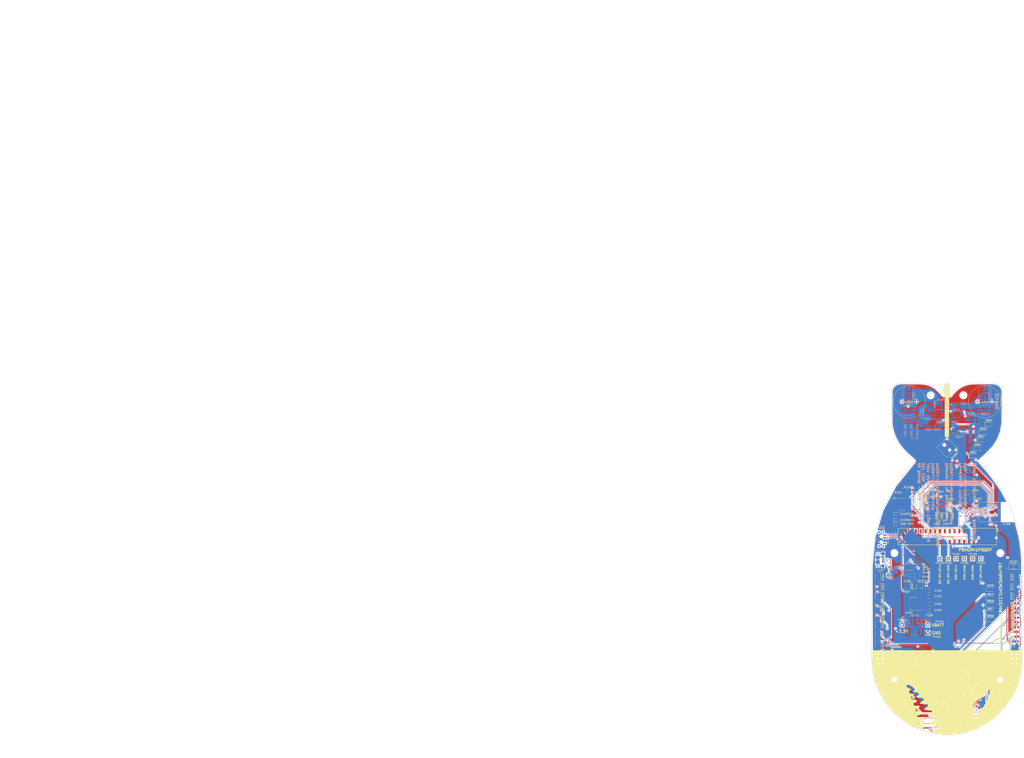
<source format=kicad_pcb>
(kicad_pcb (version 20171130) (host pcbnew "(5.1.0-0)")
  (layers (0 F.Cu signal) (1 GND power) (2 PWR mixed) (31 B.Cu signal) (34 B.Paste user) (35 F.Paste user) (36 B.SilkS user) (37 F.SilkS user) (38 B.Mask user) (39 F.Mask user) (44 Edge.Cuts user))
  (net 0 "")
  (net 1 AVCC)
  (net 2 USBDATA+)
  (net 3 USBDATA-)
  (net 4 DEBUG_SWDIO)
  (net 5 ~RESET_TGTMCU)
  (net 6 CS5)
  (net 7 SW9)
  (net 8 SW7)
  (net 9 SW8)
  (net 10 CS6)
  (net 11 CS7)
  (net 12 CS8)
  (net 13 CS1)
  (net 14 SW6)
  (net 15 SW4)
  (net 16 CS2)
  (net 17 CS3)
  (net 18 CS4)
  (net 19 SW3)
  (net 20 SW1)
  (net 21 SW2)
  (net 22 SW12)
  (net 23 SW10)
  (net 24 DEBUG_SWDCLK)
  (net 25 DISP_CS)
  (net 26 DISP_SCLK)
  (net 27 DISP_DC)
  (net 28 TOUCH_CS)
  (net 29 SD_CS)
  (net 30 XTAL0)
  (net 31 XTAL1)
  (net 32 VBUS)
  (net 33 SW11)
  (net 34 SW5)
  (net 35 I2C_SCK)
  (net 36 I2C_SDA)
  (net 37 SDT_SPI_MOSI)
  (net 38 SDT_SPI_MISO)
  (net 39 SDT_SPI_SCK)
  (net 40 DISP_MISO)
  (net 41 DISP_MOSI)
  (net 42 AMP_SHUTDOWN)
  (net 43 UART_RTS)
  (net 44 UART_TX)
  (net 45 UART_CTS)
  (net 46 UART_RX)
  (net 47 I2S_SDOUT)
  (net 48 I2S_SCLK)
  (net 49 I2S_LRCK)
  (net 50 I2S_MCK)
  (net 51 "Net-(BT401-Pad1)")
  (net 52 "Net-(R501-Pad2)")
  (net 53 "Net-(C504-Pad1)")
  (net 54 "Net-(R604-Pad2)")
  (net 55 "Net-(C505-Pad1)")
  (net 56 "Net-(R301-Pad2)")
  (net 57 "Net-(R403-Pad1)")
  (net 58 "Net-(R302-Pad2)")
  (net 59 "Net-(D401-Pad1)")
  (net 60 "Net-(R303-Pad1)")
  (net 61 "Net-(C506-Pad1)")
  (net 62 "Net-(R503-Pad1)")
  (net 63 "Net-(C510-Pad1)")
  (net 64 "Net-(R601-Pad2)")
  (net 65 "Net-(D601-Pad2)")
  (net 66 "Net-(D602-Pad2)")
  (net 67 "Net-(C511-Pad1)")
  (net 68 "Net-(U301-Pad20)")
  (net 69 "Net-(U301-Pad29)")
  (net 70 "Net-(U301-Pad32)")
  (net 71 "Net-(U301-Pad37)")
  (net 72 "Net-(U601-Pad1)")
  (net 73 "Net-(U601-Pad2)")
  (net 74 "Net-(U601-Pad10)")
  (net 75 "Net-(U601-Pad11)")
  (net 76 "Net-(U601-Pad12)")
  (net 77 "Net-(U601-Pad13)")
  (net 78 "Net-(U601-Pad14)")
  (net 79 "Net-(U601-Pad15)")
  (net 80 "Net-(U601-Pad16)")
  (net 81 "Net-(U601-Pad17)")
  (net 82 "Net-(D602-Pad1)")
  (net 83 "Net-(D601-Pad1)")
  (net 84 "Net-(U601-Pad20)")
  (net 85 "Net-(U601-Pad21)")
  (net 86 "Net-(U601-Pad22)")
  (net 87 "Net-(J601-Pad4)")
  (net 88 "Net-(C507-Pad1)")
  (net 89 "Net-(C509-Pad1)")
  (net 90 "Net-(C506-Pad2)")
  (net 91 "Net-(C504-Pad2)")
  (net 92 "Net-(C505-Pad2)")
  (net 93 "Net-(C510-Pad2)")
  (net 94 "Net-(J104-Pad6)")
  (net 95 "Net-(J104-Pad7)")
  (net 96 "Net-(J104-Pad8)")
  (net 97 "Net-(SW401-Pad1)")
  (net 98 "Net-(U601-Pad27)")
  (net 99 "Net-(U601-Pad28)")
  (net 100 "Net-(J104-Pad3)")
  (net 101 "Net-(J104-Pad4)")
  (net 102 "Net-(J104-Pad5)")
  (net 103 "Net-(J104-Pad9)")
  (net 104 "Net-(J104-Pad10)")
  (net 105 "Net-(J104-Pad11)")
  (net 106 "Net-(J104-Pad12)")
  (net 107 "Net-(J104-Pad13)")
  (net 108 "Net-(J104-Pad14)")
  (net 109 "Net-(J104-Pad15)")
  (net 110 "Net-(J104-Pad16)")
  (net 111 "Net-(J104-Pad17)")
  (net 112 "Net-(J104-Pad18)")
  (net 113 "Net-(J104-Pad19)")
  (net 114 "Net-(J104-Pad20)")
  (net 115 "Net-(J104-Pad21)")
  (net 116 "Net-(J104-Pad22)")
  (net 117 "Net-(J104-Pad26)")
  (net 118 "Net-(J104-Pad29)")
  (net 119 "Net-(J104-Pad31)")
  (net 120 "Net-(J104-Pad36)")
  (net 121 "Net-(J104-Pad37)")
  (net 122 "Net-(J104-Pad38)")
  (net 123 "Net-(J104-Pad39)")
  (net 124 "Net-(J101-Pad7)")
  (net 125 "Net-(J101-Pad8)")
  (net 126 DEBUG_SWO)
  (net 127 "Net-(U100-Pad34)")
  (net 128 "Net-(U100-Pad35)")
  (net 129 "Net-(U100-Pad36)")
  (net 130 "Net-(U100-Pad37)")
  (net 131 "Net-(U100-Pad38)")
  (net 132 "Net-(U100-Pad40)")
  (net 133 "Net-(U100-Pad41)")
  (net 134 "Net-(U100-Pad48)")
  (net 135 "Net-(U100-Pad67)")
  (net 136 "Net-(U100-Pad68)")
  (net 137 "Net-(U602-Pad4)")
  (net 138 GND)
  (net 139 "Net-(C401-Pad1)")
  (net 140 "Net-(D402-Pad1)")
  (net 141 "Net-(D403-Pad1)")
  (net 142 "Net-(R401-Pad2)")
  (net 143 "Net-(R402-Pad2)")
  (net 144 "Net-(R405-Pad2)")
  (net 145 "Net-(R406-Pad1)")
  (net 146 "Net-(U100-Pad25)")
  (net 147 "Net-(U100-Pad26)")
  (net 148 ~JOYPAD_INTR)
  (net 149 ~A_UP)
  (net 150 ~A_LEFT)
  (net 151 ~A_SELECT)
  (net 152 ~A_RIGHT)
  (net 153 ~A_DOWN)
  (net 154 ~B_UP)
  (net 155 ~B_LEFT)
  (net 156 ~B_SELECT)
  (net 157 ~B_RIGHT)
  (net 158 ~B_DOWN)
  (net 159 SAO_GPIO1)
  (net 160 SAO_GPIO2)
  (net 161 "Net-(D404-Pad1)")
  (module lib_fp:bombface-moved (layer F.Cu) (at 105.15 201.5)
    (fp_text reference H701 hide)
    (fp_text value MountingHole-Mechanical hide)
  )
  (module TestPoint:TestPoint_Pad_D2.0mm (layer B.Cu) (at 83.325 58.8)
    (fp_text reference TP503 hide)
    (fp_text value DAC_GND (at -0.025 4.95 90) (layer B.SilkS) (effects (justify mirror)))
    (pad 1 smd circle (at 0 0) (size 2 2) (layers B.Cu B.Mask) (net 138 GND))
  )
  (module TestPoint:TestPoint_Pad_D2.0mm (layer B.Cu) (at 86.475 58.825)
    (fp_text reference TP502 hide)
    (fp_text value DAC_OUT_L (at -0.025 5.625 270) (layer B.SilkS) (effects (justify mirror)))
    (pad 1 smd circle (at 0 0) (size 2 2) (layers B.Cu B.Mask) (net 61 "Net-(C506-Pad1)"))
  )
  (module TestPoint:TestPoint_Pad_D2.0mm (layer B.Cu) (at 89.575 58.775)
    (fp_text reference TP501 hide)
    (fp_text value DAC_OUT_R (at 0.025 5.775 90) (layer B.SilkS) (effects (justify mirror)))
    (pad 1 smd circle (at 0 0) (size 2 2) (layers B.Cu B.Mask) (net 53 "Net-(C504-Pad1)"))
  )
  (module Diode_SMD:D_0805_2012Metric (layer F.Cu) (at 88.25 145.4375 90)
    (fp_text reference D404 (at 0 -1.65 90) (layer F.SilkS))
    (fp_text value SD0805S020S1R0)
    (pad 2 smd roundrect (at 0.9375 0 90) (size 0.975 1.4) (layers F.Cu F.Paste F.Mask) (net 32 VBUS))
    (pad 1 smd roundrect (at -0.9375 0 90) (size 0.975 1.4) (layers F.Cu F.Paste F.Mask) (net 161 "Net-(D404-Pad1)"))
  )
  (module Resistor_SMD:R_0603_1608Metric (layer F.Cu) (at 84 147.2 180)
    (fp_text reference R407 (at 0 -1.43 180) (layer F.SilkS))
    (fp_text value 10K)
    (pad 2 smd roundrect (at 0.7875 0 180) (size 0.875 0.95) (layers F.Cu F.Paste F.Mask) (net 138 GND))
    (pad 1 smd roundrect (at -0.7875 0 180) (size 0.875 0.95) (layers F.Cu F.Paste F.Mask) (net 32 VBUS))
  )
  (module Package_TO_SOT_SMD:SOT-23 (layer F.Cu) (at 91.65 145.35)
    (fp_text reference Q401 (at 0 -2.5) (layer F.SilkS))
    (fp_text value FDN360P)
    (pad 3 smd rect (at 1 0) (size 0.9 0.8) (layers F.Cu F.Paste F.Mask) (net 51 "Net-(BT401-Pad1)"))
    (pad 2 smd rect (at -1 0.95) (size 0.9 0.8) (layers F.Cu F.Paste F.Mask) (net 161 "Net-(D404-Pad1)"))
    (pad 1 smd rect (at -1 -0.95) (size 0.9 0.8) (layers F.Cu F.Paste F.Mask) (net 32 VBUS))
  )
  (module Connector_PinHeader_2.54mm:PinHeader_1x01_P2.54mm_Vertical (layer F.Cu) (at 95.17 170.25 180)
    (fp_text reference TP403 (at -4.58 -2.05 180) (layer F.SilkS))
    (fp_text value GND)
    (pad 1 thru_hole rect (at 0 0 180) (size 1.7 1.7) (drill 1) (layers *.Cu *.Mask) (net 138 GND))
  )
  (module Connector_PinHeader_2.54mm:PinHeader_1x01_P2.54mm_Vertical (layer F.Cu) (at 81.64 165.94)
    (fp_text reference TP402 (at 0 -2.33) (layer F.SilkS))
    (fp_text value "3.3V TEST")
    (pad 1 thru_hole rect (at 0 0) (size 1.7 1.7) (drill 1) (layers *.Cu *.Mask) (net 1 AVCC))
  )
  (module Connector_PinHeader_2.54mm:PinHeader_1x01_P2.54mm_Vertical (layer F.Cu) (at 95.13 166.02)
    (fp_text reference TP401 (at 6.17 -1.77) (layer F.SilkS))
    (fp_text value VBATT)
    (pad 1 thru_hole rect (at 0 0) (size 1.7 1.7) (drill 1) (layers *.Cu *.Mask) (net 51 "Net-(BT401-Pad1)"))
  )
  (module Connector_PinHeader_2.54mm:PinHeader_1x01_P2.54mm_Vertical (layer F.Cu) (at 118.628 131.186)
    (fp_text reference TP106 (at 0 -2.33) (layer F.SilkS))
    (fp_text value DISP_MOSI)
    (pad 1 thru_hole rect (at 0 0) (size 1.7 1.7) (drill 1) (layers *.Cu *.Mask) (net 41 DISP_MOSI))
  )
  (module Connector_PinHeader_2.54mm:PinHeader_1x01_P2.54mm_Vertical (layer F.Cu) (at 114.31 131.186 180)
    (fp_text reference TP105 (at 0 -2.33 180) (layer F.SilkS))
    (fp_text value DISP_MISO)
    (pad 1 thru_hole rect (at 0 0 180) (size 1.7 1.7) (drill 1) (layers *.Cu *.Mask) (net 40 DISP_MISO))
  )
  (module Connector_PinHeader_2.54mm:PinHeader_1x01_P2.54mm_Vertical (layer F.Cu) (at 109.992 131.186)
    (fp_text reference TP104 (at 0 -2.33) (layer F.SilkS))
    (fp_text value DISP_SCLK)
    (pad 1 thru_hole rect (at 0 0) (size 1.7 1.7) (drill 1) (layers *.Cu *.Mask) (net 26 DISP_SCLK))
  )
  (module Connector_PinHeader_2.54mm:PinHeader_1x01_P2.54mm_Vertical (layer F.Cu) (at 101.356 131.186 180)
    (fp_text reference TP103 (at 0 -2.33 180) (layer F.SilkS))
    (fp_text value SDT_SPI_SCK)
    (pad 1 thru_hole rect (at 0 0 180) (size 1.7 1.7) (drill 1) (layers *.Cu *.Mask) (net 39 SDT_SPI_SCK))
  )
  (module Connector_PinHeader_2.54mm:PinHeader_1x01_P2.54mm_Vertical (layer F.Cu) (at 122.946 131.186 180)
    (fp_text reference TP102 (at 0 -2.33 180) (layer F.SilkS))
    (fp_text value SDT_SPI_MISO)
    (pad 1 thru_hole rect (at 0 0 180) (size 1.7 1.7) (drill 1) (layers *.Cu *.Mask) (net 38 SDT_SPI_MISO))
  )
  (module Connector_PinHeader_2.54mm:PinHeader_1x01_P2.54mm_Vertical (layer F.Cu) (at 105.928 131.186 180)
    (fp_text reference TP101 (at 0 -2.33 180) (layer F.SilkS))
    (fp_text value SDT_SPI_MOSI)
    (pad 1 thru_hole rect (at 0 0 180) (size 1.7 1.7) (drill 1) (layers *.Cu *.Mask) (net 37 SDT_SPI_MOSI))
  )
  (module Connector_PinSocket_2.54mm:PinSocket_2x03_P2.54mm_Vertical (layer F.Cu) (at 69.025 186.225 180)
    (fp_text reference J103 (at -1.27 -2.77 180) (layer F.SilkS))
    (fp_text value ShittyAddOnR)
    (pad 6 thru_hole oval (at -2.54 5.08 180) (size 1.7 1.7) (drill 1) (layers *.Cu *.Mask) (net 160 SAO_GPIO2))
    (pad 5 thru_hole oval (at 0 5.08 180) (size 1.7 1.7) (drill 1) (layers *.Cu *.Mask) (net 159 SAO_GPIO1))
    (pad 4 thru_hole oval (at -2.54 2.54 180) (size 1.7 1.7) (drill 1) (layers *.Cu *.Mask) (net 35 I2C_SCK))
    (pad 3 thru_hole oval (at 0 2.54 180) (size 1.7 1.7) (drill 1) (layers *.Cu *.Mask) (net 36 I2C_SDA))
    (pad 2 thru_hole oval (at -2.54 0 180) (size 1.7 1.7) (drill 1) (layers *.Cu *.Mask) (net 138 GND))
    (pad 1 thru_hole rect (at 0 0 180) (size 1.7 1.7) (drill 1) (layers *.Cu *.Mask) (net 1 AVCC))
  )
  (module Capacitor_SMD:C_1206_3216Metric (layer F.Cu) (at 95.9 162.575)
    (fp_text reference C406 (at 0 -1.82) (layer F.SilkS))
    (fp_text value 10uF)
    (pad 2 smd roundrect (at 1.4 0) (size 1.25 1.75) (layers F.Cu F.Paste F.Mask) (roundrect_rratio 0.2) (net 138 GND))
    (pad 1 smd roundrect (at -1.4 0) (size 1.25 1.75) (layers F.Cu F.Paste F.Mask) (roundrect_rratio 0.2) (net 51 "Net-(BT401-Pad1)"))
  )
  (module lib_fp:SKRHAAE010 (layer F.Cu) (at 105.211218 208.511218 225)
    (fp_text reference SW802 (at 0 -5.89 225) (layer F.SilkS))
    (fp_text value SKRHAAE010)
    (pad "" smd rect (at 0 4.05 225) (size 2 1.8) (layers F.Cu F.Paste F.Mask))
    (pad "" smd rect (at 0 -4.05 225) (size 2 1.8) (layers F.Cu F.Paste F.Mask))
    (pad "" np_thru_hole circle (at 0 1.9 225) (size 1.05 1.05) (drill 1.05) (layers *.Cu *.Mask))
    (pad "" np_thru_hole circle (at 0 -1.9 225) (size 0.75 0.75) (drill 0.75) (layers *.Cu *.Mask))
    (pad 4 smd rect (at 3.575 -1.425 225) (size 1.35 1) (layers F.Cu F.Paste F.Mask) (net 157 ~B_RIGHT))
    (pad 5 smd rect (at 3.575 0 225) (size 1.35 1) (layers F.Cu F.Paste F.Mask) (net 138 GND))
    (pad 6 smd rect (at 3.575 1.425 225) (size 1.35 1) (layers F.Cu F.Paste F.Mask) (net 158 ~B_DOWN))
    (pad 3 smd rect (at -3.575 1.425 225) (size 1.35 1) (layers F.Cu F.Paste F.Mask) (net 155 ~B_LEFT))
    (pad 2 smd rect (at -3.575 0 225) (size 1.35 1) (layers F.Cu F.Paste F.Mask) (net 156 ~B_SELECT))
    (pad 1 smd rect (at -3.575 -1.425 225) (size 1.35 1) (layers F.Cu F.Paste F.Mask) (net 154 ~B_UP))
  )
  (module lib_fp:SKRHAAE010 (layer F.Cu) (at 105.19 72.77 225)
    (fp_text reference SW801 (at 0 -5.89 225) (layer F.SilkS))
    (fp_text value SKRHAAE010)
    (pad "" smd rect (at 0 4.05 225) (size 2 1.8) (layers F.Cu F.Paste F.Mask))
    (pad "" smd rect (at 0 -4.05 225) (size 2 1.8) (layers F.Cu F.Paste F.Mask))
    (pad "" np_thru_hole circle (at 0 1.9 225) (size 1.05 1.05) (drill 1.05) (layers *.Cu *.Mask))
    (pad "" np_thru_hole circle (at 0 -1.9 225) (size 0.75 0.75) (drill 0.75) (layers *.Cu *.Mask))
    (pad 4 smd rect (at 3.575 -1.425 225) (size 1.35 1) (layers F.Cu F.Paste F.Mask) (net 152 ~A_RIGHT))
    (pad 5 smd rect (at 3.575 0 225) (size 1.35 1) (layers F.Cu F.Paste F.Mask) (net 138 GND))
    (pad 6 smd rect (at 3.575 1.425 225) (size 1.35 1) (layers F.Cu F.Paste F.Mask) (net 153 ~A_DOWN))
    (pad 3 smd rect (at -3.575 1.425 225) (size 1.35 1) (layers F.Cu F.Paste F.Mask) (net 150 ~A_LEFT))
    (pad 2 smd rect (at -3.575 0 225) (size 1.35 1) (layers F.Cu F.Paste F.Mask) (net 151 ~A_SELECT))
    (pad 1 smd rect (at -3.575 -1.425 225) (size 1.35 1) (layers F.Cu F.Paste F.Mask) (net 149 ~A_UP))
  )
  (module Package_TO_SOT_SMD:SOT-223 (layer F.Cu) (at 87.8 155 180)
    (fp_text reference U402 (at 2.61 -4.59 180) (layer F.SilkS))
    (fp_text value LM1117-3.3)
    (pad 1 smd rect (at -3.15 -2.3 180) (size 2 1.5) (layers F.Cu F.Paste F.Mask) (net 138 GND))
    (pad 3 smd rect (at -3.15 2.3 180) (size 2 1.5) (layers F.Cu F.Paste F.Mask) (net 139 "Net-(C401-Pad1)"))
    (pad 2 smd rect (at -3.15 0 180) (size 2 1.5) (layers F.Cu F.Paste F.Mask) (net 1 AVCC))
    (pad 4 smd rect (at 3.15 0 180) (size 2 3.8) (layers F.Cu F.Paste F.Mask))
  )
  (module Package_DFN_QFN:QFN-40-1EP_5x5mm_P0.4mm_EP3.6x3.6mm (layer F.Cu) (at 114.62 198.13 180)
    (fp_text reference U301 (at 0 -3.875 180) (layer F.SilkS))
    (fp_text value IS31FL3216A)
    (pad 40 smd roundrect (at -1.8 -2.4375 180) (size 0.25 0.825) (layers F.Cu F.Paste F.Mask) (net 138 GND))
    (pad 39 smd roundrect (at -1.4 -2.4375 180) (size 0.25 0.825) (layers F.Cu F.Paste F.Mask) (net 60 "Net-(R303-Pad1)"))
    (pad 38 smd roundrect (at -1 -2.4375 180) (size 0.25 0.825) (layers F.Cu F.Paste F.Mask) (net 56 "Net-(R301-Pad2)"))
    (pad 37 smd roundrect (at -0.6 -2.4375 180) (size 0.25 0.825) (layers F.Cu F.Paste F.Mask) (net 71 "Net-(U301-Pad37)"))
    (pad 36 smd roundrect (at -0.2 -2.4375 180) (size 0.25 0.825) (layers F.Cu F.Paste F.Mask) (net 138 GND))
    (pad 35 smd roundrect (at 0.2 -2.4375 180) (size 0.25 0.825) (layers F.Cu F.Paste F.Mask) (net 138 GND))
    (pad 34 smd roundrect (at 0.6 -2.4375 180) (size 0.25 0.825) (layers F.Cu F.Paste F.Mask) (net 35 I2C_SCK))
    (pad 33 smd roundrect (at 1 -2.4375 180) (size 0.25 0.825) (layers F.Cu F.Paste F.Mask) (net 36 I2C_SDA))
    (pad 32 smd roundrect (at 1.4 -2.4375 180) (size 0.25 0.825) (layers F.Cu F.Paste F.Mask) (net 70 "Net-(U301-Pad32)"))
    (pad 31 smd roundrect (at 1.8 -2.4375 180) (size 0.25 0.825) (layers F.Cu F.Paste F.Mask) (net 1 AVCC))
    (pad 30 smd roundrect (at 2.4375 -1.8 180) (size 0.825 0.25) (layers F.Cu F.Paste F.Mask) (net 58 "Net-(R302-Pad2)"))
    (pad 29 smd roundrect (at 2.4375 -1.4 180) (size 0.825 0.25) (layers F.Cu F.Paste F.Mask) (net 69 "Net-(U301-Pad29)"))
    (pad 28 smd roundrect (at 2.4375 -1 180) (size 0.825 0.25) (layers F.Cu F.Paste F.Mask) (net 1 AVCC))
    (pad 27 smd roundrect (at 2.4375 -0.6 180) (size 0.825 0.25) (layers F.Cu F.Paste F.Mask) (net 1 AVCC))
    (pad 26 smd roundrect (at 2.4375 -0.2 180) (size 0.825 0.25) (layers F.Cu F.Paste F.Mask) (net 138 GND))
    (pad 25 smd roundrect (at 2.4375 0.2 180) (size 0.825 0.25) (layers F.Cu F.Paste F.Mask) (net 12 CS8))
    (pad 24 smd roundrect (at 2.4375 0.6 180) (size 0.825 0.25) (layers F.Cu F.Paste F.Mask) (net 11 CS7))
    (pad 23 smd roundrect (at 2.4375 1 180) (size 0.825 0.25) (layers F.Cu F.Paste F.Mask) (net 1 AVCC))
    (pad 22 smd roundrect (at 2.4375 1.4 180) (size 0.825 0.25) (layers F.Cu F.Paste F.Mask) (net 10 CS6))
    (pad 21 smd roundrect (at 2.4375 1.8 180) (size 0.825 0.25) (layers F.Cu F.Paste F.Mask) (net 6 CS5))
    (pad 20 smd roundrect (at 1.8 2.4375 180) (size 0.25 0.825) (layers F.Cu F.Paste F.Mask) (net 68 "Net-(U301-Pad20)"))
    (pad 19 smd roundrect (at 1.4 2.4375 180) (size 0.25 0.825) (layers F.Cu F.Paste F.Mask) (net 18 CS4))
    (pad 18 smd roundrect (at 1 2.4375 180) (size 0.25 0.825) (layers F.Cu F.Paste F.Mask) (net 17 CS3))
    (pad 17 smd roundrect (at 0.6 2.4375 180) (size 0.25 0.825) (layers F.Cu F.Paste F.Mask) (net 1 AVCC))
    (pad 16 smd roundrect (at 0.2 2.4375 180) (size 0.25 0.825) (layers F.Cu F.Paste F.Mask) (net 16 CS2))
    (pad 15 smd roundrect (at -0.2 2.4375 180) (size 0.25 0.825) (layers F.Cu F.Paste F.Mask) (net 13 CS1))
    (pad 14 smd roundrect (at -0.6 2.4375 180) (size 0.25 0.825) (layers F.Cu F.Paste F.Mask) (net 22 SW12))
    (pad 13 smd roundrect (at -1 2.4375 180) (size 0.25 0.825) (layers F.Cu F.Paste F.Mask) (net 33 SW11))
    (pad 12 smd roundrect (at -1.4 2.4375 180) (size 0.25 0.825) (layers F.Cu F.Paste F.Mask) (net 23 SW10))
    (pad 11 smd roundrect (at -1.8 2.4375 180) (size 0.25 0.825) (layers F.Cu F.Paste F.Mask) (net 138 GND))
    (pad 10 smd roundrect (at -2.4375 1.8 180) (size 0.825 0.25) (layers F.Cu F.Paste F.Mask) (net 7 SW9))
    (pad 9 smd roundrect (at -2.4375 1.4 180) (size 0.825 0.25) (layers F.Cu F.Paste F.Mask) (net 9 SW8))
    (pad 8 smd roundrect (at -2.4375 1 180) (size 0.825 0.25) (layers F.Cu F.Paste F.Mask) (net 8 SW7))
    (pad 7 smd roundrect (at -2.4375 0.6 180) (size 0.825 0.25) (layers F.Cu F.Paste F.Mask) (net 14 SW6))
    (pad 6 smd roundrect (at -2.4375 0.2 180) (size 0.825 0.25) (layers F.Cu F.Paste F.Mask) (net 34 SW5))
    (pad 5 smd roundrect (at -2.4375 -0.2 180) (size 0.825 0.25) (layers F.Cu F.Paste F.Mask) (net 15 SW4))
    (pad 4 smd roundrect (at -2.4375 -0.6 180) (size 0.825 0.25) (layers F.Cu F.Paste F.Mask) (net 138 GND))
    (pad 3 smd roundrect (at -2.4375 -1 180) (size 0.825 0.25) (layers F.Cu F.Paste F.Mask) (net 19 SW3))
    (pad 2 smd roundrect (at -2.4375 -1.4 180) (size 0.825 0.25) (layers F.Cu F.Paste F.Mask) (net 21 SW2))
    (pad 1 smd roundrect (at -2.4375 -1.8 180) (size 0.825 0.25) (layers F.Cu F.Paste F.Mask) (net 20 SW1))
    (pad 41 smd roundrect (at 0 0 180) (size 3.6 3.6) (layers F.Cu F.Mask) (roundrect_rratio 0.06944400000000001) (net 138 GND))
  )
  (module Resistor_SMD:R_0603_1608Metric (layer F.Cu) (at 114.0125 204.94)
    (fp_text reference R301 (at -0.6425 1.56) (layer F.SilkS))
    (fp_text value 10k)
    (pad 2 smd roundrect (at 0.7875 0) (size 0.875 0.95) (layers F.Cu F.Paste F.Mask) (net 56 "Net-(R301-Pad2)"))
    (pad 1 smd roundrect (at -0.7875 0) (size 0.875 0.95) (layers F.Cu F.Paste F.Mask) (net 1 AVCC))
  )
  (module Capacitor_SMD:C_0603_1608Metric (layer B.Cu) (at 104.2 60.2125 270)
    (fp_text reference C502 (at -0.8125 2.825 180) (layer B.SilkS) (effects (justify mirror)))
    (fp_text value 1uF)
    (pad 2 smd roundrect (at 0.7875 0 270) (size 0.875 0.95) (layers B.Cu B.Paste B.Mask) (net 138 GND))
    (pad 1 smd roundrect (at -0.7875 0 270) (size 0.875 0.95) (layers B.Cu B.Paste B.Mask) (net 1 AVCC))
  )
  (module samtec:SAMTEC-SSM-120-X-DV (layer F.Cu) (at 105.33 119.6)
    (fp_text reference J104 (at -0.53 0.1) (layer F.SilkS) (effects (font (size 1.50227 1.50227) (thickness 0.1))))
    (fp_text value Conn_02x20_Odd_Even hide)
    (fp_text user 1 (at -27.2682 -2.19488) (layer F.SilkS) (effects (font (thickness 0.05))))
    (fp_text user 40 (at 27.14 2.79) (layer F.SilkS) (effects (font (thickness 0.05))))
    (fp_text user 39 (at 27.24 -2.91) (layer F.SilkS) (effects (font (thickness 0.05))))
    (pad 1 smd rect (at -24.13 -2.826) (size 1.01999 2.22001) (layers F.Cu F.Paste F.Mask) (net 138 GND))
    (pad 2 smd rect (at -24.13 2.826) (size 1.01999 2.22001) (layers F.Cu F.Paste F.Mask) (net 1 AVCC))
    (pad 3 smd rect (at -21.59 -2.826) (size 1.01999 2.22001) (layers F.Cu F.Paste F.Mask) (net 100 "Net-(J104-Pad3)"))
    (pad 4 smd rect (at -21.59 2.826) (size 1.01999 2.22001) (layers F.Cu F.Paste F.Mask) (net 101 "Net-(J104-Pad4)"))
    (pad 5 smd rect (at -19.05 -2.826) (size 1.01999 2.22001) (layers F.Cu F.Paste F.Mask) (net 102 "Net-(J104-Pad5)"))
    (pad 6 smd rect (at -19.05 2.826) (size 1.01999 2.22001) (layers F.Cu F.Paste F.Mask) (net 94 "Net-(J104-Pad6)"))
    (pad 7 smd rect (at -16.51 -2.826) (size 1.01999 2.22001) (layers F.Cu F.Paste F.Mask) (net 95 "Net-(J104-Pad7)"))
    (pad 8 smd rect (at -16.51 2.826) (size 1.01999 2.22001) (layers F.Cu F.Paste F.Mask) (net 96 "Net-(J104-Pad8)"))
    (pad 9 smd rect (at -13.97 -2.826) (size 1.01999 2.22001) (layers F.Cu F.Paste F.Mask) (net 103 "Net-(J104-Pad9)"))
    (pad 10 smd rect (at -13.97 2.826) (size 1.01999 2.22001) (layers F.Cu F.Paste F.Mask) (net 104 "Net-(J104-Pad10)"))
    (pad 11 smd rect (at -11.43 -2.826) (size 1.01999 2.22001) (layers F.Cu F.Paste F.Mask) (net 105 "Net-(J104-Pad11)"))
    (pad 12 smd rect (at -11.43 2.826) (size 1.01999 2.22001) (layers F.Cu F.Paste F.Mask) (net 106 "Net-(J104-Pad12)"))
    (pad 13 smd rect (at -8.89 -2.826) (size 1.01999 2.22001) (layers F.Cu F.Paste F.Mask) (net 107 "Net-(J104-Pad13)"))
    (pad 14 smd rect (at -8.89 2.826) (size 1.01999 2.22001) (layers F.Cu F.Paste F.Mask) (net 108 "Net-(J104-Pad14)"))
    (pad 15 smd rect (at -6.35 -2.826) (size 1.01999 2.22001) (layers F.Cu F.Paste F.Mask) (net 109 "Net-(J104-Pad15)"))
    (pad 16 smd rect (at -6.35 2.826) (size 1.01999 2.22001) (layers F.Cu F.Paste F.Mask) (net 110 "Net-(J104-Pad16)"))
    (pad 17 smd rect (at -3.81 -2.826) (size 1.01999 2.22001) (layers F.Cu F.Paste F.Mask) (net 111 "Net-(J104-Pad17)"))
    (pad 18 smd rect (at -3.81 2.826) (size 1.01999 2.22001) (layers F.Cu F.Paste F.Mask) (net 112 "Net-(J104-Pad18)"))
    (pad 19 smd rect (at -1.27 -2.826) (size 1.01999 2.22001) (layers F.Cu F.Paste F.Mask) (net 113 "Net-(J104-Pad19)"))
    (pad 20 smd rect (at -1.27 2.826) (size 1.01999 2.22001) (layers F.Cu F.Paste F.Mask) (net 114 "Net-(J104-Pad20)"))
    (pad 21 smd rect (at 1.27 -2.826) (size 1.01999 2.22001) (layers F.Cu F.Paste F.Mask) (net 115 "Net-(J104-Pad21)"))
    (pad 22 smd rect (at 1.27 2.826) (size 1.01999 2.22001) (layers F.Cu F.Paste F.Mask) (net 116 "Net-(J104-Pad22)"))
    (pad 23 smd rect (at 3.81 -2.826) (size 1.01999 2.22001) (layers F.Cu F.Paste F.Mask) (net 25 DISP_CS))
    (pad 24 smd rect (at 3.81 2.826) (size 1.01999 2.22001) (layers F.Cu F.Paste F.Mask) (net 26 DISP_SCLK))
    (pad 25 smd rect (at 6.35 -2.826) (size 1.01999 2.22001) (layers F.Cu F.Paste F.Mask) (net 27 DISP_DC))
    (pad 26 smd rect (at 6.35 2.826) (size 1.01999 2.22001) (layers F.Cu F.Paste F.Mask) (net 117 "Net-(J104-Pad26)"))
    (pad 27 smd rect (at 8.89 -2.826) (size 1.01999 2.22001) (layers F.Cu F.Paste F.Mask) (net 41 DISP_MOSI))
    (pad 28 smd rect (at 8.89 2.826) (size 1.01999 2.22001) (layers F.Cu F.Paste F.Mask) (net 40 DISP_MISO))
    (pad 29 smd rect (at 11.43 -2.826) (size 1.01999 2.22001) (layers F.Cu F.Paste F.Mask) (net 118 "Net-(J104-Pad29)"))
    (pad 30 smd rect (at 11.43 2.826) (size 1.01999 2.22001) (layers F.Cu F.Paste F.Mask) (net 28 TOUCH_CS))
    (pad 31 smd rect (at 13.97 -2.826) (size 1.01999 2.22001) (layers F.Cu F.Paste F.Mask) (net 119 "Net-(J104-Pad31)"))
    (pad 32 smd rect (at 13.97 2.826) (size 1.01999 2.22001) (layers F.Cu F.Paste F.Mask) (net 38 SDT_SPI_MISO))
    (pad 33 smd rect (at 16.51 -2.826) (size 1.01999 2.22001) (layers F.Cu F.Paste F.Mask) (net 39 SDT_SPI_SCK))
    (pad 34 smd rect (at 16.51 2.826) (size 1.01999 2.22001) (layers F.Cu F.Paste F.Mask) (net 37 SDT_SPI_MOSI))
    (pad 35 smd rect (at 19.05 -2.826) (size 1.01999 2.22001) (layers F.Cu F.Paste F.Mask) (net 29 SD_CS))
    (pad 36 smd rect (at 19.05 2.826) (size 1.01999 2.22001) (layers F.Cu F.Paste F.Mask) (net 120 "Net-(J104-Pad36)"))
    (pad 37 smd rect (at 21.59 -2.826) (size 1.01999 2.22001) (layers F.Cu F.Paste F.Mask) (net 121 "Net-(J104-Pad37)"))
    (pad 38 smd rect (at 21.59 2.826) (size 1.01999 2.22001) (layers F.Cu F.Paste F.Mask) (net 122 "Net-(J104-Pad38)"))
    (pad 39 smd rect (at 24.13 -2.826) (size 1.01999 2.22001) (layers F.Cu F.Paste F.Mask) (net 123 "Net-(J104-Pad39)"))
    (pad 40 smd rect (at 24.13 2.826) (size 1.01999 2.22001) (layers F.Cu F.Paste F.Mask) (net 138 GND))
  )
  (module Diode_SMD:D_SOD-123 (layer F.Cu) (at 127.95 151.9)
    (fp_text reference D810 (at 0 -2) (layer F.SilkS))
    (fp_text value BAT42W-V)
    (pad 2 smd rect (at 1.65 0) (size 0.9 1.2) (layers F.Cu F.Paste F.Mask) (net 148 ~JOYPAD_INTR))
    (pad 1 smd rect (at -1.65 0) (size 0.9 1.2) (layers F.Cu F.Paste F.Mask) (net 158 ~B_DOWN))
  )
  (module Diode_SMD:D_SOD-123 (layer F.Cu) (at 127.85 147.4)
    (fp_text reference D809 (at 0 -2) (layer F.SilkS))
    (fp_text value BAT42W-V)
    (pad 2 smd rect (at 1.65 0) (size 0.9 1.2) (layers F.Cu F.Paste F.Mask) (net 148 ~JOYPAD_INTR))
    (pad 1 smd rect (at -1.65 0) (size 0.9 1.2) (layers F.Cu F.Paste F.Mask) (net 157 ~B_RIGHT))
  )
  (module Diode_SMD:D_SOD-123 (layer F.Cu) (at 127.95 155.6)
    (fp_text reference D808 (at 0 -2) (layer F.SilkS))
    (fp_text value BAT42W-V)
    (pad 2 smd rect (at 1.65 0) (size 0.9 1.2) (layers F.Cu F.Paste F.Mask) (net 148 ~JOYPAD_INTR))
    (pad 1 smd rect (at -1.65 0) (size 0.9 1.2) (layers F.Cu F.Paste F.Mask) (net 156 ~B_SELECT))
  )
  (module Diode_SMD:D_SOD-123 (layer F.Cu) (at 127.95 159.6)
    (fp_text reference D807 (at 0 -2) (layer F.SilkS))
    (fp_text value BAT42W-V)
    (pad 2 smd rect (at 1.65 0) (size 0.9 1.2) (layers F.Cu F.Paste F.Mask) (net 148 ~JOYPAD_INTR))
    (pad 1 smd rect (at -1.65 0) (size 0.9 1.2) (layers F.Cu F.Paste F.Mask) (net 155 ~B_LEFT))
  )
  (module Diode_SMD:D_SOD-123 (layer F.Cu) (at 127.95 163.4)
    (fp_text reference D806 (at 0 -2) (layer F.SilkS))
    (fp_text value BAT42W-V)
    (pad 2 smd rect (at 1.65 0) (size 0.9 1.2) (layers F.Cu F.Paste F.Mask) (net 148 ~JOYPAD_INTR))
    (pad 1 smd rect (at -1.65 0) (size 0.9 1.2) (layers F.Cu F.Paste F.Mask) (net 154 ~B_UP))
  )
  (module Diode_SMD:D_SOD-123 (layer F.Cu) (at 127.19 60.61)
    (fp_text reference D805 (at 0 -2) (layer F.SilkS))
    (fp_text value BAT42W-V)
    (pad 2 smd rect (at 1.65 0) (size 0.9 1.2) (layers F.Cu F.Paste F.Mask) (net 148 ~JOYPAD_INTR))
    (pad 1 smd rect (at -1.65 0) (size 0.9 1.2) (layers F.Cu F.Paste F.Mask) (net 153 ~A_DOWN))
  )
  (module Diode_SMD:D_SOD-123 (layer F.Cu) (at 121.4 73.35)
    (fp_text reference D804 (at 0 -2) (layer F.SilkS))
    (fp_text value BAT42W-V)
    (pad 2 smd rect (at 1.65 0) (size 0.9 1.2) (layers F.Cu F.Paste F.Mask) (net 148 ~JOYPAD_INTR))
    (pad 1 smd rect (at -1.65 0) (size 0.9 1.2) (layers F.Cu F.Paste F.Mask) (net 152 ~A_RIGHT))
  )
  (module Diode_SMD:D_SOD-123 (layer F.Cu) (at 124.19 64.92)
    (fp_text reference D803 (at 0 -2) (layer F.SilkS))
    (fp_text value BAT42W-V)
    (pad 2 smd rect (at 1.65 0) (size 0.9 1.2) (layers F.Cu F.Paste F.Mask) (net 148 ~JOYPAD_INTR))
    (pad 1 smd rect (at -1.65 0) (size 0.9 1.2) (layers F.Cu F.Paste F.Mask) (net 151 ~A_SELECT))
  )
  (module Diode_SMD:D_SOD-123 (layer F.Cu) (at 122.95 68.95)
    (fp_text reference D802 (at 0 -2) (layer F.SilkS))
    (fp_text value BAT42W-V)
    (pad 2 smd rect (at 1.65 0) (size 0.9 1.2) (layers F.Cu F.Paste F.Mask) (net 148 ~JOYPAD_INTR))
    (pad 1 smd rect (at -1.65 0) (size 0.9 1.2) (layers F.Cu F.Paste F.Mask) (net 150 ~A_LEFT))
  )
  (module Diode_SMD:D_SOD-123 (layer F.Cu) (at 118.89 77.38)
    (fp_text reference D801 (at 0 -2) (layer F.SilkS))
    (fp_text value BAT42W-V)
    (pad 2 smd rect (at 1.65 0) (size 0.9 1.2) (layers F.Cu F.Paste F.Mask) (net 148 ~JOYPAD_INTR))
    (pad 1 smd rect (at -1.65 0) (size 0.9 1.2) (layers F.Cu F.Paste F.Mask) (net 149 ~A_UP))
  )
  (module MountingHole:MountingHole_3.2mm_M3_DIN965 (layer F.Cu) (at 77.57 194.72)
    (fp_text reference MH703 hide)
    (fp_text value "DISP LL")
    (pad 1 np_thru_hole circle (at 0 0) (size 3.2 3.2) (drill 3.2) (layers *.Cu *.Mask))
  )
  (module lib_fp:AST-01708-MRR (layer F.Cu) (at 125 48.75)
    (fp_text reference LS502 (at 0 0.3) (layer F.SilkS))
    (fp_text value Speaker)
    (pad 2 thru_hole circle (at 3.8 0) (size 1.524 1.524) (drill 1) (layers *.Cu *.Mask) (net 138 GND))
    (pad 1 thru_hole circle (at -3.8 0) (size 1.524 1.524) (drill 1) (layers *.Cu *.Mask) (net 93 "Net-(C510-Pad2)"))
  )
  (module lib_fp:AST-01708-MRR (layer F.Cu) (at 85.4 48.75)
    (fp_text reference LS501 (at 0 0) (layer F.SilkS))
    (fp_text value Speaker)
    (pad 2 thru_hole circle (at 3.8 0) (size 1.524 1.524) (drill 1) (layers *.Cu *.Mask) (net 138 GND))
    (pad 1 thru_hole circle (at -3.8 0) (size 1.524 1.524) (drill 1) (layers *.Cu *.Mask) (net 92 "Net-(C505-Pad2)"))
  )
  (module Package_SO:MSOP-10_3x3mm_P0.5mm (layer F.Cu) (at 85.694 135.63)
    (fp_text reference U401 (at 0 -2.6) (layer F.SilkS))
    (fp_text value MCP73833)
    (pad 10 smd rect (at 2.2 -1) (size 1.4 0.3) (layers F.Cu F.Paste F.Mask) (net 51 "Net-(BT401-Pad1)"))
    (pad 9 smd rect (at 2.2 -0.5) (size 1.4 0.3) (layers F.Cu F.Paste F.Mask) (net 51 "Net-(BT401-Pad1)"))
    (pad 8 smd rect (at 2.2 0) (size 1.4 0.3) (layers F.Cu F.Paste F.Mask) (net 145 "Net-(R406-Pad1)"))
    (pad 7 smd rect (at 2.2 0.5) (size 1.4 0.3) (layers F.Cu F.Paste F.Mask) (net 144 "Net-(R405-Pad2)"))
    (pad 6 smd rect (at 2.2 1) (size 1.4 0.3) (layers F.Cu F.Paste F.Mask) (net 57 "Net-(R403-Pad1)"))
    (pad 5 smd rect (at -2.2 1) (size 1.4 0.3) (layers F.Cu F.Paste F.Mask) (net 138 GND))
    (pad 4 smd rect (at -2.2 0.5) (size 1.4 0.3) (layers F.Cu F.Paste F.Mask) (net 142 "Net-(R401-Pad2)"))
    (pad 3 smd rect (at -2.2 0) (size 1.4 0.3) (layers F.Cu F.Paste F.Mask) (net 143 "Net-(R402-Pad2)"))
    (pad 2 smd rect (at -2.2 -0.5) (size 1.4 0.3) (layers F.Cu F.Paste F.Mask) (net 32 VBUS))
    (pad 1 smd rect (at -2.2 -1) (size 1.4 0.3) (layers F.Cu F.Paste F.Mask) (net 32 VBUS))
  )
  (module Resistor_SMD:R_0603_1608Metric (layer F.Cu) (at 91.66 135.6625 270)
    (fp_text reference R406 (at 0 -1.43 270) (layer F.SilkS))
    (fp_text value 10K)
    (pad 2 smd roundrect (at 0.7875 0 270) (size 0.875 0.95) (layers F.Cu F.Paste F.Mask) (net 138 GND))
    (pad 1 smd roundrect (at -0.7875 0 270) (size 0.875 0.95) (layers F.Cu F.Paste F.Mask) (net 145 "Net-(R406-Pad1)"))
  )
  (module Resistor_SMD:R_0603_1608Metric (layer F.Cu) (at 85.175 128.5 270)
    (fp_text reference R405 hide)
    (fp_text value 1K)
    (pad 2 smd roundrect (at 0.7875 0 270) (size 0.875 0.95) (layers F.Cu F.Paste F.Mask) (net 144 "Net-(R405-Pad2)"))
    (pad 1 smd roundrect (at -0.7875 0 270) (size 0.875 0.95) (layers F.Cu F.Paste F.Mask) (net 141 "Net-(D403-Pad1)"))
  )
  (module Resistor_SMD:R_0603_1608Metric (layer F.Cu) (at 90.8725 138.485)
    (fp_text reference R404 (at 3.5475 0.04) (layer F.SilkS))
    (fp_text value 2.0k)
    (pad 2 smd roundrect (at 0.7875 0) (size 0.875 0.95) (layers F.Cu F.Paste F.Mask) (net 138 GND))
    (pad 1 smd roundrect (at -0.7875 0) (size 0.875 0.95) (layers F.Cu F.Paste F.Mask) (net 57 "Net-(R403-Pad1)"))
  )
  (module Diode_SMD:D_0603_1608Metric (layer F.Cu) (at 78.67 112.98)
    (fp_text reference D403 hide)
    (fp_text value "PWR GOOD")
    (pad 2 smd roundrect (at 0.7875 0) (size 0.875 0.95) (layers F.Cu F.Paste F.Mask) (net 32 VBUS))
    (pad 1 smd roundrect (at -0.7875 0) (size 0.875 0.95) (layers F.Cu F.Paste F.Mask) (net 141 "Net-(D403-Pad1)"))
  )
  (module Capacitor_SMD:CP_Elec_5x5.3 (layer B.Cu) (at 111.55 63.5)
    (fp_text reference C506 (at 0 3.7) (layer B.SilkS) (effects (justify mirror)))
    (fp_text value 3.3uF)
    (pad 2 smd roundrect (at 2.2 0) (size 3 1.6) (layers B.Cu B.Paste B.Mask) (roundrect_rratio 0.15625) (net 90 "Net-(C506-Pad2)"))
    (pad 1 smd roundrect (at -2.2 0) (size 3 1.6) (layers B.Cu B.Paste B.Mask) (roundrect_rratio 0.15625) (net 61 "Net-(C506-Pad1)"))
  )
  (module Capacitor_SMD:CP_Elec_5x5.3 (layer B.Cu) (at 125 53.2)
    (fp_text reference C508 (at 0.14 1.83) (layer B.SilkS) (effects (justify mirror)))
    (fp_text value 3.3uF)
    (pad 2 smd roundrect (at 2.2 0) (size 3 1.6) (layers B.Cu B.Paste B.Mask) (roundrect_rratio 0.15625) (net 138 GND))
    (pad 1 smd roundrect (at -2.2 0) (size 3 1.6) (layers B.Cu B.Paste B.Mask) (roundrect_rratio 0.15625) (net 88 "Net-(C507-Pad1)"))
  )
  (module Resistor_SMD:R_0805_2012Metric (layer B.Cu) (at 101.94 50.2825 270)
    (fp_text reference R501 (at -2.4575 0.015) (layer B.SilkS) (effects (justify mirror)))
    (fp_text value 20K)
    (pad 2 smd roundrect (at 0.9375 0 270) (size 0.975 1.4) (layers B.Cu B.Paste B.Mask) (net 52 "Net-(R501-Pad2)"))
    (pad 1 smd roundrect (at -0.9375 0 270) (size 0.975 1.4) (layers B.Cu B.Paste B.Mask) (net 55 "Net-(C505-Pad1)"))
  )
  (module Package_SO:SOIC-8_3.9x4.9mm_P1.27mm (layer B.Cu) (at 100.6 55.4)
    (fp_text reference U502 (at -5.75 2.275) (layer B.SilkS) (effects (justify mirror)))
    (fp_text value LM4880)
    (pad 8 smd rect (at 2.7 1.905) (size 1.55 0.6) (layers B.Cu B.Paste B.Mask) (net 1 AVCC))
    (pad 7 smd rect (at 2.7 0.635) (size 1.55 0.6) (layers B.Cu B.Paste B.Mask) (net 63 "Net-(C510-Pad1)"))
    (pad 6 smd rect (at 2.7 -0.635) (size 1.55 0.6) (layers B.Cu B.Paste B.Mask) (net 62 "Net-(R503-Pad1)"))
    (pad 5 smd rect (at 2.7 -1.905) (size 1.55 0.6) (layers B.Cu B.Paste B.Mask) (net 42 AMP_SHUTDOWN))
    (pad 4 smd rect (at -2.7 -1.905) (size 1.55 0.6) (layers B.Cu B.Paste B.Mask) (net 138 GND))
    (pad 3 smd rect (at -2.7 -0.635) (size 1.55 0.6) (layers B.Cu B.Paste B.Mask) (net 67 "Net-(C511-Pad1)"))
    (pad 2 smd rect (at -2.7 0.635) (size 1.55 0.6) (layers B.Cu B.Paste B.Mask) (net 52 "Net-(R501-Pad2)"))
    (pad 1 smd rect (at -2.7 1.905) (size 1.55 0.6) (layers B.Cu B.Paste B.Mask) (net 55 "Net-(C505-Pad1)"))
  )
  (module Capacitor_SMD:CP_Elec_5x5.3 (layer B.Cu) (at 85.4 53.2 180)
    (fp_text reference C504 (at 0 3.7 180) (layer B.SilkS) (effects (justify mirror)))
    (fp_text value 3.3uF)
    (pad 2 smd roundrect (at 2.2 0 180) (size 3 1.6) (layers B.Cu B.Paste B.Mask) (roundrect_rratio 0.15625) (net 91 "Net-(C504-Pad2)"))
    (pad 1 smd roundrect (at -2.2 0 180) (size 3 1.6) (layers B.Cu B.Paste B.Mask) (roundrect_rratio 0.15625) (net 53 "Net-(C504-Pad1)"))
  )
  (module Resistor_SMD:R_0805_2012Metric (layer B.Cu) (at 95.2 61.8)
    (fp_text reference R504 (at 0 1.65) (layer B.SilkS) (effects (justify mirror)))
    (fp_text value 20K)
    (pad 2 smd roundrect (at 0.9375 0) (size 0.975 1.4) (layers B.Cu B.Paste B.Mask) (net 62 "Net-(R503-Pad1)"))
    (pad 1 smd roundrect (at -0.9375 0) (size 0.975 1.4) (layers B.Cu B.Paste B.Mask) (net 63 "Net-(C510-Pad1)"))
  )
  (module Resistor_SMD:R_0805_2012Metric (layer B.Cu) (at 96.83 50.2625 90)
    (fp_text reference R502 (at 0.0625 1.895 90) (layer B.SilkS) (effects (justify mirror)))
    (fp_text value 20K)
    (pad 2 smd roundrect (at 0.9375 0 90) (size 0.975 1.4) (layers B.Cu B.Paste B.Mask) (net 53 "Net-(C504-Pad1)"))
    (pad 1 smd roundrect (at -0.9375 0 90) (size 0.975 1.4) (layers B.Cu B.Paste B.Mask) (net 52 "Net-(R501-Pad2)"))
  )
  (module Resistor_SMD:R_0805_2012Metric (layer B.Cu) (at 99.9 61.75)
    (fp_text reference R503 (at 0 1.725) (layer B.SilkS) (effects (justify mirror)))
    (fp_text value 20K)
    (pad 2 smd roundrect (at 0.9375 0) (size 0.975 1.4) (layers B.Cu B.Paste B.Mask) (net 61 "Net-(C506-Pad1)"))
    (pad 1 smd roundrect (at -0.9375 0) (size 0.975 1.4) (layers B.Cu B.Paste B.Mask) (net 62 "Net-(R503-Pad1)"))
  )
  (module Crystal:Crystal_SMD_MicroCrystal_CC7V-T1A-2Pin_3.2x1.5mm (layer F.Cu) (at 116.3 96.4 180)
    (fp_text reference Y101 (at -3.8 1 180) (layer F.SilkS))
    (fp_text value "32.768Khz XTAL")
    (pad 2 smd rect (at 1.25 0 180) (size 1 1.8) (layers F.Cu F.Paste F.Mask) (net 31 XTAL1))
    (pad 1 smd rect (at -1.25 0 180) (size 1 1.8) (layers F.Cu F.Paste F.Mask) (net 30 XTAL0))
  )
  (module Capacitor_SMD:C_1206_3216Metric (layer F.Cu) (at 95.93 158.36)
    (fp_text reference C403 (at 4.49 -0.08) (layer F.SilkS))
    (fp_text value 10uF)
    (pad 2 smd roundrect (at 1.4 0) (size 1.25 1.75) (layers F.Cu F.Paste F.Mask) (roundrect_rratio 0.2) (net 138 GND))
    (pad 1 smd roundrect (at -1.4 0) (size 1.25 1.75) (layers F.Cu F.Paste F.Mask) (roundrect_rratio 0.2) (net 1 AVCC))
  )
  (module Package_TO_SOT_SMD:SOT-553 (layer B.Cu) (at 79.3 134.08)
    (fp_text reference U602 (at 0 1.7) (layer B.SilkS) (effects (justify mirror)))
    (fp_text value TPD3E001DRLR)
    (pad 4 smd rect (at 0.7 -0.5) (size 0.45 0.3) (layers B.Cu B.Paste B.Mask) (net 137 "Net-(U602-Pad4)"))
    (pad 2 smd rect (at -0.7 0) (size 0.45 0.3) (layers B.Cu B.Paste B.Mask) (net 2 USBDATA+))
    (pad 5 smd rect (at 0.7 0.5) (size 0.45 0.3) (layers B.Cu B.Paste B.Mask) (net 32 VBUS))
    (pad 3 smd rect (at -0.7 -0.5) (size 0.45 0.3) (layers B.Cu B.Paste B.Mask) (net 138 GND))
    (pad 1 smd rect (at -0.7 0.5) (size 0.45 0.3) (layers B.Cu B.Paste B.Mask) (net 3 USBDATA-))
  )
  (module BMD-340-A-R:RIGADO_BMD-340-A-R (layer F.Cu) (at 129.3 106.7 180)
    (fp_text reference U100 (at -7.2 -6.3 180) (layer F.SilkS))
    (fp_text value BMD-340-A-R-DC27-peripheral-cache hide)
    (pad 68 smd rect (at 6.85 -3.85 180) (size 0.5 0.5) (layers F.Cu F.Paste F.Mask) (net 136 "Net-(U100-Pad68)"))
    (pad 67 smd rect (at 6.85 -2.75 180) (size 0.5 0.5) (layers F.Cu F.Paste F.Mask) (net 135 "Net-(U100-Pad67)"))
    (pad 66 smd rect (at 6.85 -1.65 180) (size 0.5 0.5) (layers F.Cu F.Paste F.Mask) (net 1 AVCC))
    (pad 65 smd rect (at 6.85 -0.55 180) (size 0.5 0.5) (layers F.Cu F.Paste F.Mask) (net 1 AVCC))
    (pad 64 smd rect (at 6.85 0.55 180) (size 0.5 0.5) (layers F.Cu F.Paste F.Mask) (net 148 ~JOYPAD_INTR))
    (pad 63 smd rect (at 6.85 1.65 180) (size 0.5 0.5) (layers F.Cu F.Paste F.Mask) (net 156 ~B_SELECT))
    (pad 62 smd rect (at 6.85 2.75 180) (size 0.5 0.5) (layers F.Cu F.Paste F.Mask) (net 151 ~A_SELECT))
    (pad 61 smd rect (at 6.85 3.85 180) (size 0.5 0.5) (layers F.Cu F.Paste F.Mask) (net 157 ~B_RIGHT))
    (pad 60 smd rect (at -1.75 -2.6 180) (size 0.5 0.5) (layers F.Cu F.Paste F.Mask) (net 50 I2S_MCK))
    (pad 59 smd rect (at -0.65 -2.6 180) (size 0.5 0.5) (layers F.Cu F.Paste F.Mask) (net 49 I2S_LRCK))
    (pad 58 smd rect (at 0.45 -2.6 180) (size 0.5 0.5) (layers F.Cu F.Paste F.Mask) (net 48 I2S_SCLK))
    (pad 57 smd rect (at 1.55 -2.6 180) (size 0.5 0.5) (layers F.Cu F.Paste F.Mask) (net 47 I2S_SDOUT))
    (pad 56 smd rect (at 2.65 -2.6 180) (size 0.5 0.5) (layers F.Cu F.Paste F.Mask) (net 126 DEBUG_SWO))
    (pad 55 smd rect (at 4.15 -1.1 180) (size 0.5 0.5) (layers F.Cu F.Paste F.Mask) (net 138 GND))
    (pad 54 smd rect (at 4.15 0 180) (size 0.5 0.5) (layers F.Cu F.Paste F.Mask) (net 155 ~B_LEFT))
    (pad 53 smd rect (at 4.15 1.1 180) (size 0.5 0.5) (layers F.Cu F.Paste F.Mask) (net 158 ~B_DOWN))
    (pad 52 smd rect (at 2.65 2.6 180) (size 0.5 0.5) (layers F.Cu F.Paste F.Mask) (net 154 ~B_UP))
    (pad 51 smd rect (at 1.55 2.6 180) (size 0.5 0.5) (layers F.Cu F.Paste F.Mask) (net 37 SDT_SPI_MOSI))
    (pad 50 smd rect (at 0.45 2.6 180) (size 0.5 0.5) (layers F.Cu F.Paste F.Mask) (net 38 SDT_SPI_MISO))
    (pad 49 smd rect (at -0.65 2.6 180) (size 0.5 0.5) (layers F.Cu F.Paste F.Mask) (net 39 SDT_SPI_SCK))
    (pad 48 smd rect (at -1.75 2.6 180) (size 0.5 0.5) (layers F.Cu F.Paste F.Mask) (net 134 "Net-(U100-Pad48)"))
    (pad 47 smd rect (at -2.85 1.65 180) (size 0.5 0.5) (layers F.Cu F.Paste F.Mask) (net 138 GND))
    (pad 46 smd rect (at -2.85 -1.65 180) (size 0.5 0.5) (layers F.Cu F.Paste F.Mask) (net 138 GND))
    (pad 45 smd rect (at -2.85 -4.4 180) (size 0.5 0.5) (layers F.Cu F.Paste F.Mask) (net 138 GND))
    (pad 44 smd rect (at -2.3 -3.5 180) (size 0.5 0.5) (layers F.Cu F.Paste F.Mask) (net 4 DEBUG_SWDIO))
    (pad 43 smd rect (at -1.75 -4.4 180) (size 0.5 0.5) (layers F.Cu F.Paste F.Mask) (net 24 DEBUG_SWDCLK))
    (pad 42 smd rect (at -1.2 -3.5 180) (size 0.5 0.5) (layers F.Cu F.Paste F.Mask) (net 150 ~A_LEFT))
    (pad 41 smd rect (at -0.65 -4.4 180) (size 0.5 0.5) (layers F.Cu F.Paste F.Mask) (net 133 "Net-(U100-Pad41)"))
    (pad 40 smd rect (at -0.1 -3.5 180) (size 0.5 0.5) (layers F.Cu F.Paste F.Mask) (net 132 "Net-(U100-Pad40)"))
    (pad 39 smd rect (at 0.45 -4.4 180) (size 0.5 0.5) (layers F.Cu F.Paste F.Mask) (net 5 ~RESET_TGTMCU))
    (pad 38 smd rect (at 1 -3.5 180) (size 0.5 0.5) (layers F.Cu F.Paste F.Mask) (net 131 "Net-(U100-Pad38)"))
    (pad 37 smd rect (at 1.55 -4.4 180) (size 0.5 0.5) (layers F.Cu F.Paste F.Mask) (net 130 "Net-(U100-Pad37)"))
    (pad 36 smd rect (at 2.1 -3.5 180) (size 0.5 0.5) (layers F.Cu F.Paste F.Mask) (net 129 "Net-(U100-Pad36)"))
    (pad 35 smd rect (at 2.65 -4.4 180) (size 0.5 0.5) (layers F.Cu F.Paste F.Mask) (net 128 "Net-(U100-Pad35)"))
    (pad 34 smd rect (at 3.2 -3.5 180) (size 0.5 0.5) (layers F.Cu F.Paste F.Mask) (net 127 "Net-(U100-Pad34)"))
    (pad 33 smd rect (at 3.75 -4.4 180) (size 0.5 0.5) (layers F.Cu F.Paste F.Mask) (net 160 SAO_GPIO2))
    (pad 32 smd rect (at 4.3 -3.5 180) (size 0.5 0.5) (layers F.Cu F.Paste F.Mask) (net 159 SAO_GPIO1))
    (pad 31 smd rect (at 4.85 -4.4 180) (size 0.5 0.5) (layers F.Cu F.Paste F.Mask) (net 29 SD_CS))
    (pad 30 smd rect (at 5.95 -4.4 180) (size 0.5 0.5) (layers F.Cu F.Paste F.Mask) (net 138 GND))
    (pad 29 smd rect (at 5.95 -3.3 180) (size 0.5 0.5) (layers F.Cu F.Paste F.Mask) (net 138 GND))
    (pad 28 smd rect (at 5.05 -2.75 180) (size 0.5 0.5) (layers F.Cu F.Paste F.Mask) (net 153 ~A_DOWN))
    (pad 27 smd rect (at 5.95 -2.2 180) (size 0.5 0.5) (layers F.Cu F.Paste F.Mask) (net 149 ~A_UP))
    (pad 26 smd rect (at 5.05 -1.65 180) (size 0.5 0.5) (layers F.Cu F.Paste F.Mask) (net 147 "Net-(U100-Pad26)"))
    (pad 25 smd rect (at 5.95 -1.1 180) (size 0.5 0.5) (layers F.Cu F.Paste F.Mask) (net 146 "Net-(U100-Pad25)"))
    (pad 24 smd rect (at 5.05 -0.55 180) (size 0.5 0.5) (layers F.Cu F.Paste F.Mask) (net 46 UART_RX))
    (pad 23 smd rect (at 5.95 0 180) (size 0.5 0.5) (layers F.Cu F.Paste F.Mask) (net 45 UART_CTS))
    (pad 22 smd rect (at 5.05 0.55 180) (size 0.5 0.5) (layers F.Cu F.Paste F.Mask) (net 44 UART_TX))
    (pad 21 smd rect (at 5.95 1.1 180) (size 0.5 0.5) (layers F.Cu F.Paste F.Mask) (net 43 UART_RTS))
    (pad 20 smd rect (at 5.05 1.65 180) (size 0.5 0.5) (layers F.Cu F.Paste F.Mask) (net 27 DISP_DC))
    (pad 19 smd rect (at 5.95 2.2 180) (size 0.5 0.5) (layers F.Cu F.Paste F.Mask) (net 28 TOUCH_CS))
    (pad 18 smd rect (at 5.05 2.75 180) (size 0.5 0.5) (layers F.Cu F.Paste F.Mask) (net 138 GND))
    (pad 17 smd rect (at 5.95 3.3 180) (size 0.5 0.5) (layers F.Cu F.Paste F.Mask) (net 1 AVCC))
    (pad 16 smd rect (at 5.95 4.4 180) (size 0.5 0.5) (layers F.Cu F.Paste F.Mask) (net 138 GND))
    (pad 15 smd rect (at 4.85 4.4 180) (size 0.5 0.5) (layers F.Cu F.Paste F.Mask) (net 42 AMP_SHUTDOWN))
    (pad 14 smd rect (at 4.3 3.5 180) (size 0.5 0.5) (layers F.Cu F.Paste F.Mask) (net 31 XTAL1))
    (pad 13 smd rect (at 3.75 4.4 180) (size 0.5 0.5) (layers F.Cu F.Paste F.Mask) (net 30 XTAL0))
    (pad 12 smd rect (at 3.2 3.5 180) (size 0.5 0.5) (layers F.Cu F.Paste F.Mask) (net 25 DISP_CS))
    (pad 11 smd rect (at 2.65 4.4 180) (size 0.5 0.5) (layers F.Cu F.Paste F.Mask) (net 41 DISP_MOSI))
    (pad 10 smd rect (at 2.1 3.5 180) (size 0.5 0.5) (layers F.Cu F.Paste F.Mask) (net 40 DISP_MISO))
    (pad 9 smd rect (at 1.55 4.4 180) (size 0.5 0.5) (layers F.Cu F.Paste F.Mask) (net 26 DISP_SCLK))
    (pad 8 smd rect (at 1 3.5 180) (size 0.5 0.5) (layers F.Cu F.Paste F.Mask) (net 36 I2C_SDA))
    (pad 7 smd rect (at 0.45 4.4 180) (size 0.5 0.5) (layers F.Cu F.Paste F.Mask) (net 35 I2C_SCK))
    (pad 6 smd rect (at -0.1 3.5 180) (size 0.5 0.5) (layers F.Cu F.Paste F.Mask) (net 152 ~A_RIGHT))
    (pad 5 smd rect (at -0.65 4.4 180) (size 0.5 0.5) (layers F.Cu F.Paste F.Mask) (net 138 GND))
    (pad 4 smd rect (at -1.2 3.5 180) (size 0.5 0.5) (layers F.Cu F.Paste F.Mask) (net 138 GND))
    (pad 3 smd rect (at -1.75 4.4 180) (size 0.5 0.5) (layers F.Cu F.Paste F.Mask) (net 138 GND))
    (pad 2 smd rect (at -2.3 3.5 180) (size 0.5 0.5) (layers F.Cu F.Paste F.Mask) (net 138 GND))
    (pad 1 smd rect (at -2.85 4.4 180) (size 0.5 0.5) (layers F.Cu F.Paste F.Mask) (net 138 GND))
  )
  (module Resistor_SMD:R_0603_1608Metric (layer F.Cu) (at 84.1875 95.2)
    (fp_text reference R103 (at 0.2625 -1.5) (layer F.SilkS))
    (fp_text value 10K)
    (pad 2 smd roundrect (at 0.7875 0) (size 0.875 0.95) (layers F.Cu F.Paste F.Mask) (net 126 DEBUG_SWO))
    (pad 1 smd roundrect (at -0.7875 0) (size 0.875 0.95) (layers F.Cu F.Paste F.Mask) (net 1 AVCC))
  )
  (module Resistor_SMD:R_0603_1608Metric (layer F.Cu) (at 87.8125 95.2)
    (fp_text reference R102 (at 2.3375 1.45) (layer F.SilkS))
    (fp_text value 10K)
    (pad 2 smd roundrect (at 0.7875 0) (size 0.875 0.95) (layers F.Cu F.Paste F.Mask) (net 4 DEBUG_SWDIO))
    (pad 1 smd roundrect (at -0.7875 0) (size 0.875 0.95) (layers F.Cu F.Paste F.Mask) (net 1 AVCC))
  )
  (module Connector_PinHeader_1.27mm:PinHeader_2x05_P1.27mm_Vertical_SMD (layer F.Cu) (at 81.45 102.75)
    (fp_text reference J101 hide)
    (fp_text value Conn_ARM_JTAG_SWD_10)
    (pad 10 smd rect (at 1.95 2.54) (size 2.4 0.74) (layers F.Cu F.Paste F.Mask) (net 5 ~RESET_TGTMCU))
    (pad 9 smd rect (at -1.95 2.54) (size 2.4 0.74) (layers F.Cu F.Paste F.Mask) (net 138 GND))
    (pad 8 smd rect (at 1.95 1.27) (size 2.4 0.74) (layers F.Cu F.Paste F.Mask) (net 125 "Net-(J101-Pad8)"))
    (pad 7 smd rect (at -1.95 1.27) (size 2.4 0.74) (layers F.Cu F.Paste F.Mask) (net 124 "Net-(J101-Pad7)"))
    (pad 6 smd rect (at 1.95 0) (size 2.4 0.74) (layers F.Cu F.Paste F.Mask) (net 126 DEBUG_SWO))
    (pad 5 smd rect (at -1.95 0) (size 2.4 0.74) (layers F.Cu F.Paste F.Mask) (net 138 GND))
    (pad 4 smd rect (at 1.95 -1.27) (size 2.4 0.74) (layers F.Cu F.Paste F.Mask) (net 24 DEBUG_SWDCLK))
    (pad 3 smd rect (at -1.95 -1.27) (size 2.4 0.74) (layers F.Cu F.Paste F.Mask) (net 138 GND))
    (pad 2 smd rect (at 1.95 -2.54) (size 2.4 0.74) (layers F.Cu F.Paste F.Mask) (net 4 DEBUG_SWDIO))
    (pad 1 smd rect (at -1.95 -2.54) (size 2.4 0.74) (layers F.Cu F.Paste F.Mask) (net 1 AVCC))
  )
  (module MountingHole:MountingHole_3.2mm_M3_DIN965 (layer F.Cu) (at 77.57 128.3)
    (fp_text reference MH701 hide)
    (fp_text value "DISP UL")
    (pad 1 np_thru_hole circle (at 0 0) (size 3.2 3.2) (drill 3.2) (layers *.Cu *.Mask))
  )
  (module MountingHole:MountingHole_3.2mm_M3_DIN965 (layer F.Cu) (at 133.21 128.3)
    (fp_text reference MH702 hide)
    (fp_text value "DISP UR")
    (pad 1 np_thru_hole circle (at 0 0) (size 3.2 3.2) (drill 3.2) (layers *.Cu *.Mask))
  )
  (module MountingHole:MountingHole_3.2mm_M3_DIN965 (layer F.Cu) (at 133.21 194.72)
    (fp_text reference MH704 hide)
    (fp_text value "DISP LR")
    (pad 1 np_thru_hole circle (at 0 0) (size 3.2 3.2) (drill 3.2) (layers *.Cu *.Mask))
  )
  (module MountingHole:MountingHole_3.2mm_M3_DIN965 (layer F.Cu) (at 96.6 45.4)
    (fp_text reference MH705 hide)
    (fp_text value LANYARD1)
    (pad 1 np_thru_hole circle (at 0 0) (size 3.2 3.2) (drill 3.2) (layers *.Cu *.Mask))
  )
  (module MountingHole:MountingHole_3.2mm_M3_DIN965 (layer F.Cu) (at 113.8 45.4)
    (fp_text reference MH706 hide)
    (fp_text value LANYARD2)
    (pad 1 np_thru_hole circle (at 0 0) (size 3.2 3.2) (drill 3.2) (layers *.Cu *.Mask))
  )
  (module Connector_JST:JST_PH_S2B-PH-SM4-TB_1x02-1MP_P2.00mm_Horizontal (layer B.Cu) (at 88.15 166.9 180)
    (fp_text reference BT401 (at 0 5.8 180) (layer B.SilkS) (effects (justify mirror)))
    (fp_text value Battery)
    (pad MP smd roundrect (at 3.35 -2.9 180) (size 1.5 3.4) (layers B.Cu B.Paste B.Mask) (roundrect_rratio 0.166667))
    (pad MP smd roundrect (at -3.35 -2.9 180) (size 1.5 3.4) (layers B.Cu B.Paste B.Mask) (roundrect_rratio 0.166667))
    (pad 2 smd roundrect (at 1 2.85 180) (size 1 3.5) (layers B.Cu B.Paste B.Mask) (net 138 GND))
    (pad 1 smd roundrect (at -1 2.85 180) (size 1 3.5) (layers B.Cu B.Paste B.Mask) (net 51 "Net-(BT401-Pad1)"))
  )
  (module Package_DFN_QFN:QFN-28-1EP_5x5mm_P0.5mm_EP3.35x3.35mm_ThermalVias (layer F.Cu) (at 102.2 102.4 270)
    (fp_text reference U601 (at -2.55 -5.05) (layer F.SilkS))
    (fp_text value CP2102N-A01-GQFN28)
    (pad 28 smd roundrect (at -1.5 -2.45 270) (size 0.25 0.8) (layers F.Cu F.Paste F.Mask) (net 99 "Net-(U601-Pad28)"))
    (pad 27 smd roundrect (at -1 -2.45 270) (size 0.25 0.8) (layers F.Cu F.Paste F.Mask) (net 98 "Net-(U601-Pad27)"))
    (pad 26 smd roundrect (at -0.5 -2.45 270) (size 0.25 0.8) (layers F.Cu F.Paste F.Mask) (net 46 UART_RX))
    (pad 25 smd roundrect (at 0 -2.45 270) (size 0.25 0.8) (layers F.Cu F.Paste F.Mask) (net 44 UART_TX))
    (pad 24 smd roundrect (at 0.5 -2.45 270) (size 0.25 0.8) (layers F.Cu F.Paste F.Mask) (net 45 UART_CTS))
    (pad 23 smd roundrect (at 1 -2.45 270) (size 0.25 0.8) (layers F.Cu F.Paste F.Mask) (net 43 UART_RTS))
    (pad 22 smd roundrect (at 1.5 -2.45 270) (size 0.25 0.8) (layers F.Cu F.Paste F.Mask) (net 86 "Net-(U601-Pad22)"))
    (pad 21 smd roundrect (at 2.45 -1.5 270) (size 0.8 0.25) (layers F.Cu F.Paste F.Mask) (net 85 "Net-(U601-Pad21)"))
    (pad 20 smd roundrect (at 2.45 -1 270) (size 0.8 0.25) (layers F.Cu F.Paste F.Mask) (net 84 "Net-(U601-Pad20)"))
    (pad 19 smd roundrect (at 2.45 -0.5 270) (size 0.8 0.25) (layers F.Cu F.Paste F.Mask) (net 83 "Net-(D601-Pad1)"))
    (pad 18 smd roundrect (at 2.45 0 270) (size 0.8 0.25) (layers F.Cu F.Paste F.Mask) (net 82 "Net-(D602-Pad1)"))
    (pad 17 smd roundrect (at 2.45 0.5 270) (size 0.8 0.25) (layers F.Cu F.Paste F.Mask) (net 81 "Net-(U601-Pad17)"))
    (pad 16 smd roundrect (at 2.45 1 270) (size 0.8 0.25) (layers F.Cu F.Paste F.Mask) (net 80 "Net-(U601-Pad16)"))
    (pad 15 smd roundrect (at 2.45 1.5 270) (size 0.8 0.25) (layers F.Cu F.Paste F.Mask) (net 79 "Net-(U601-Pad15)"))
    (pad 14 smd roundrect (at 1.5 2.45 270) (size 0.25 0.8) (layers F.Cu F.Paste F.Mask) (net 78 "Net-(U601-Pad14)"))
    (pad 13 smd roundrect (at 1 2.45 270) (size 0.25 0.8) (layers F.Cu F.Paste F.Mask) (net 77 "Net-(U601-Pad13)"))
    (pad 12 smd roundrect (at 0.5 2.45 270) (size 0.25 0.8) (layers F.Cu F.Paste F.Mask) (net 76 "Net-(U601-Pad12)"))
    (pad 11 smd roundrect (at 0 2.45 270) (size 0.25 0.8) (layers F.Cu F.Paste F.Mask) (net 75 "Net-(U601-Pad11)"))
    (pad 10 smd roundrect (at -0.5 2.45 270) (size 0.25 0.8) (layers F.Cu F.Paste F.Mask) (net 74 "Net-(U601-Pad10)"))
    (pad 9 smd roundrect (at -1 2.45 270) (size 0.25 0.8) (layers F.Cu F.Paste F.Mask) (net 64 "Net-(R601-Pad2)"))
    (pad 8 smd roundrect (at -1.5 2.45 270) (size 0.25 0.8) (layers F.Cu F.Paste F.Mask) (net 54 "Net-(R604-Pad2)"))
    (pad 7 smd roundrect (at -2.45 1.5 270) (size 0.8 0.25) (layers F.Cu F.Paste F.Mask) (net 1 AVCC))
    (pad 6 smd roundrect (at -2.45 1 270) (size 0.8 0.25) (layers F.Cu F.Paste F.Mask) (net 1 AVCC))
    (pad 5 smd roundrect (at -2.45 0.5 270) (size 0.8 0.25) (layers F.Cu F.Paste F.Mask) (net 3 USBDATA-))
    (pad 4 smd roundrect (at -2.45 0 270) (size 0.8 0.25) (layers F.Cu F.Paste F.Mask) (net 2 USBDATA+))
    (pad 3 smd roundrect (at -2.45 -0.5 270) (size 0.8 0.25) (layers F.Cu F.Paste F.Mask) (net 138 GND))
    (pad 2 smd roundrect (at -2.45 -1 270) (size 0.8 0.25) (layers F.Cu F.Paste F.Mask) (net 73 "Net-(U601-Pad2)"))
    (pad 1 smd roundrect (at -2.45 -1.5 270) (size 0.8 0.25) (layers F.Cu F.Paste F.Mask) (net 72 "Net-(U601-Pad1)"))
    (pad 29 smd roundrect (at 0 0 270) (size 2.5 2.5) (layers B.Cu) (roundrect_rratio 0.1) (net 138 GND))
    (pad 29 thru_hole circle (at 1 1 270) (size 0.5 0.5) (drill 0.2) (layers *.Cu) (net 138 GND))
    (pad 29 thru_hole circle (at 0 1 270) (size 0.5 0.5) (drill 0.2) (layers *.Cu) (net 138 GND))
    (pad 29 thru_hole circle (at -1 1 270) (size 0.5 0.5) (drill 0.2) (layers *.Cu) (net 138 GND))
    (pad 29 thru_hole circle (at 1 0 270) (size 0.5 0.5) (drill 0.2) (layers *.Cu) (net 138 GND))
    (pad 29 thru_hole circle (at 0 0 270) (size 0.5 0.5) (drill 0.2) (layers *.Cu) (net 138 GND))
    (pad 29 thru_hole circle (at -1 0 270) (size 0.5 0.5) (drill 0.2) (layers *.Cu) (net 138 GND))
    (pad 29 thru_hole circle (at 1 -1 270) (size 0.5 0.5) (drill 0.2) (layers *.Cu) (net 138 GND))
    (pad 29 thru_hole circle (at 0 -1 270) (size 0.5 0.5) (drill 0.2) (layers *.Cu) (net 138 GND))
    (pad 29 thru_hole circle (at -1 -1 270) (size 0.5 0.5) (drill 0.2) (layers *.Cu) (net 138 GND))
    (pad 29 smd roundrect (at 0 0 270) (size 3.35 3.35) (layers F.Cu F.Mask) (roundrect_rratio 0.074627) (net 138 GND))
  )
  (module Button_Switch_SMD:SW_SPDT_PCM12 (layer B.Cu) (at 71 121 90)
    (fp_text reference SW401 (at 0 3.2 90) (layer B.SilkS) (effects (justify mirror)))
    (fp_text value "POWER ON")
    (pad "" smd rect (at -3.65 0.78 90) (size 1 0.8) (layers B.Cu B.Paste B.Mask))
    (pad "" smd rect (at 3.65 0.78 90) (size 1 0.8) (layers B.Cu B.Paste B.Mask))
    (pad "" smd rect (at 3.65 -1.43 90) (size 1 0.8) (layers B.Cu B.Paste B.Mask))
    (pad "" smd rect (at -3.65 -1.43 90) (size 1 0.8) (layers B.Cu B.Paste B.Mask))
    (pad 3 smd rect (at 2.25 1.43 90) (size 0.7 1.5) (layers B.Cu B.Paste B.Mask) (net 161 "Net-(D404-Pad1)"))
    (pad 2 smd rect (at 0.75 1.43 90) (size 0.7 1.5) (layers B.Cu B.Paste B.Mask) (net 139 "Net-(C401-Pad1)"))
    (pad 1 smd rect (at -2.25 1.43 90) (size 0.7 1.5) (layers B.Cu B.Paste B.Mask) (net 97 "Net-(SW401-Pad1)"))
    (pad "" np_thru_hole circle (at 1.5 -0.33 90) (size 0.9 0.9) (drill 0.9) (layers *.Cu *.Mask))
    (pad "" np_thru_hole circle (at -1.5 -0.33 90) (size 0.9 0.9) (drill 0.9) (layers *.Cu *.Mask))
  )
  (module Capacitor_SMD:C_0603_1608Metric (layer F.Cu) (at 108.2 194.2 180)
    (fp_text reference C301 (at 0 -1.43 180) (layer F.SilkS))
    (fp_text value 1uF)
    (pad 2 smd roundrect (at 0.7875 0 180) (size 0.875 0.95) (layers F.Cu F.Paste F.Mask) (net 138 GND))
    (pad 1 smd roundrect (at -0.7875 0 180) (size 0.875 0.95) (layers F.Cu F.Paste F.Mask) (net 1 AVCC))
  )
  (module Capacitor_SMD:C_0603_1608Metric (layer F.Cu) (at 108.2125 191.6 180)
    (fp_text reference C302 (at 0 -1.43 180) (layer F.SilkS))
    (fp_text value 0.1uF)
    (pad 2 smd roundrect (at 0.7875 0 180) (size 0.875 0.95) (layers F.Cu F.Paste F.Mask) (net 138 GND))
    (pad 1 smd roundrect (at -0.7875 0 180) (size 0.875 0.95) (layers F.Cu F.Paste F.Mask) (net 1 AVCC))
  )
  (module Capacitor_SMD:C_0603_1608Metric (layer F.Cu) (at 111 190.8 90)
    (fp_text reference C303 (at 0 -1.43 90) (layer F.SilkS))
    (fp_text value 1uF)
    (pad 2 smd roundrect (at 0.7875 0 90) (size 0.875 0.95) (layers F.Cu F.Paste F.Mask) (net 138 GND))
    (pad 1 smd roundrect (at -0.7875 0 90) (size 0.875 0.95) (layers F.Cu F.Paste F.Mask) (net 1 AVCC))
  )
  (module Capacitor_SMD:C_0603_1608Metric (layer F.Cu) (at 111 187.6 270)
    (fp_text reference C304 (at 0 -1.43 270) (layer F.SilkS))
    (fp_text value 0.1uF)
    (pad 2 smd roundrect (at 0.7875 0 270) (size 0.875 0.95) (layers F.Cu F.Paste F.Mask) (net 138 GND))
    (pad 1 smd roundrect (at -0.7875 0 270) (size 0.875 0.95) (layers F.Cu F.Paste F.Mask) (net 1 AVCC))
  )
  (module Capacitor_SMD:C_0603_1608Metric (layer F.Cu) (at 102.57 197.01)
    (fp_text reference C305 (at 0 -1.43) (layer F.SilkS))
    (fp_text value 1uF)
    (pad 2 smd roundrect (at 0.7875 0) (size 0.875 0.95) (layers F.Cu F.Paste F.Mask) (net 138 GND))
    (pad 1 smd roundrect (at -0.7875 0) (size 0.875 0.95) (layers F.Cu F.Paste F.Mask) (net 1 AVCC))
  )
  (module Capacitor_SMD:C_0603_1608Metric (layer F.Cu) (at 102.57 200.06)
    (fp_text reference C306 (at 0 -1.43) (layer F.SilkS))
    (fp_text value 0.1uF)
    (pad 2 smd roundrect (at 0.7875 0) (size 0.875 0.95) (layers F.Cu F.Paste F.Mask) (net 138 GND))
    (pad 1 smd roundrect (at -0.7875 0) (size 0.875 0.95) (layers F.Cu F.Paste F.Mask) (net 1 AVCC))
  )
  (module Capacitor_SMD:C_0603_1608Metric (layer F.Cu) (at 109.6 202.6 270)
    (fp_text reference C309 (at 0 -1.43 270) (layer F.SilkS))
    (fp_text value 1uF)
    (pad 2 smd roundrect (at 0.7875 0 270) (size 0.875 0.95) (layers F.Cu F.Paste F.Mask) (net 138 GND))
    (pad 1 smd roundrect (at -0.7875 0 270) (size 0.875 0.95) (layers F.Cu F.Paste F.Mask) (net 1 AVCC))
  )
  (module Capacitor_SMD:C_0603_1608Metric (layer B.Cu) (at 75.64 135.63)
    (fp_text reference C602 (at 0 1.43) (layer B.SilkS) (effects (justify mirror)))
    (fp_text value 0.1uF)
    (pad 2 smd roundrect (at 0.7875 0) (size 0.875 0.95) (layers B.Cu B.Paste B.Mask) (net 138 GND))
    (pad 1 smd roundrect (at -0.7875 0) (size 0.875 0.95) (layers B.Cu B.Paste B.Mask) (net 32 VBUS))
  )
  (module Capacitor_SMD:C_0603_1608Metric (layer B.Cu) (at 94.4 53.6125 90)
    (fp_text reference C511 (at 0.0375 -1.65 90) (layer B.SilkS) (effects (justify mirror)))
    (fp_text value "1uF Ceramic")
    (pad 2 smd roundrect (at 0.7875 0 90) (size 0.875 0.95) (layers B.Cu B.Paste B.Mask) (net 138 GND))
    (pad 1 smd roundrect (at -0.7875 0 90) (size 0.875 0.95) (layers B.Cu B.Paste B.Mask) (net 67 "Net-(C511-Pad1)"))
  )
  (module Capacitor_SMD:C_0603_1608Metric (layer B.Cu) (at 110.96 50.6125 90)
    (fp_text reference C507 (at 0.8625 2.84 180) (layer B.SilkS) (effects (justify mirror)))
    (fp_text value 0.1uF)
    (pad 2 smd roundrect (at 0.7875 0 90) (size 0.875 0.95) (layers B.Cu B.Paste B.Mask) (net 138 GND))
    (pad 1 smd roundrect (at -0.7875 0 90) (size 0.875 0.95) (layers B.Cu B.Paste B.Mask) (net 88 "Net-(C507-Pad1)"))
  )
  (module Capacitor_SMD:C_0603_1608Metric (layer F.Cu) (at 101.612 97.4)
    (fp_text reference C604 (at 0 -1.43) (layer F.SilkS))
    (fp_text value 0.1uF)
    (pad 2 smd roundrect (at 0.7875 0) (size 0.875 0.95) (layers F.Cu F.Paste F.Mask) (net 138 GND))
    (pad 1 smd roundrect (at -0.7875 0) (size 0.875 0.95) (layers F.Cu F.Paste F.Mask) (net 1 AVCC))
  )
  (module Capacitor_SMD:C_0603_1608Metric (layer B.Cu) (at 106.45 60.2225 270)
    (fp_text reference C501 (at -0.7975 -2.95 180) (layer B.SilkS) (effects (justify mirror)))
    (fp_text value 0.1uF)
    (pad 2 smd roundrect (at 0.7875 0 270) (size 0.875 0.95) (layers B.Cu B.Paste B.Mask) (net 138 GND))
    (pad 1 smd roundrect (at -0.7875 0 270) (size 0.875 0.95) (layers B.Cu B.Paste B.Mask) (net 1 AVCC))
  )
  (module Capacitor_SMD:C_0603_1608Metric (layer B.Cu) (at 105.7375 51.9)
    (fp_text reference C503 (at 0.2425 -1.56) (layer B.SilkS) (effects (justify mirror)))
    (fp_text value 0.1uF)
    (pad 2 smd roundrect (at 0.7875 0) (size 0.875 0.95) (layers B.Cu B.Paste B.Mask) (net 138 GND))
    (pad 1 smd roundrect (at -0.7875 0) (size 0.875 0.95) (layers B.Cu B.Paste B.Mask) (net 1 AVCC))
  )
  (module Capacitor_SMD:C_0805_2012Metric (layer F.Cu) (at 117.662 99.4 180)
    (fp_text reference C101 (at -3.838 -0.4 180) (layer F.SilkS))
    (fp_text value 12pF)
    (pad 2 smd roundrect (at 0.9375 0 180) (size 0.975 1.4) (layers F.Cu F.Paste F.Mask) (net 138 GND))
    (pad 1 smd roundrect (at -0.9375 0 180) (size 0.975 1.4) (layers F.Cu F.Paste F.Mask) (net 30 XTAL0))
  )
  (module Capacitor_SMD:C_0805_2012Metric (layer F.Cu) (at 114.2 99.8 270)
    (fp_text reference C102 (at 2.5 0.4) (layer F.SilkS))
    (fp_text value 12pF)
    (pad 2 smd roundrect (at 0.9375 0 270) (size 0.975 1.4) (layers F.Cu F.Paste F.Mask) (net 138 GND))
    (pad 1 smd roundrect (at -0.9375 0 270) (size 0.975 1.4) (layers F.Cu F.Paste F.Mask) (net 31 XTAL1))
  )
  (module Capacitor_SMD:C_1206_3216Metric (layer F.Cu) (at 83.65 140 270)
    (fp_text reference C405 (at 3.025 -0.625) (layer F.SilkS))
    (fp_text value 10uF)
    (pad 2 smd roundrect (at 1.4 0 270) (size 1.25 1.75) (layers F.Cu F.Paste F.Mask) (roundrect_rratio 0.2) (net 138 GND))
    (pad 1 smd roundrect (at -1.4 0 270) (size 1.25 1.75) (layers F.Cu F.Paste F.Mask) (roundrect_rratio 0.2) (net 32 VBUS))
  )
  (module Capacitor_SMD:C_1206_3216Metric (layer F.Cu) (at 96 155)
    (fp_text reference C404 (at 4.5 0) (layer F.SilkS))
    (fp_text value 10uF)
    (pad 2 smd roundrect (at 1.4 0) (size 1.25 1.75) (layers F.Cu F.Paste F.Mask) (roundrect_rratio 0.2) (net 138 GND))
    (pad 1 smd roundrect (at -1.4 0) (size 1.25 1.75) (layers F.Cu F.Paste F.Mask) (roundrect_rratio 0.2) (net 1 AVCC))
  )
  (module Capacitor_SMD:C_1206_3216Metric (layer F.Cu) (at 95.8 148)
    (fp_text reference C402 (at 4.8 0) (layer F.SilkS))
    (fp_text value 10uF)
    (pad 2 smd roundrect (at 1.4 0) (size 1.25 1.75) (layers F.Cu F.Paste F.Mask) (roundrect_rratio 0.2) (net 138 GND))
    (pad 1 smd roundrect (at -1.4 0) (size 1.25 1.75) (layers F.Cu F.Paste F.Mask) (roundrect_rratio 0.2) (net 139 "Net-(C401-Pad1)"))
  )
  (module Capacitor_SMD:C_1206_3216Metric (layer B.Cu) (at 75.64 139.91)
    (fp_text reference C601 (at 0 1.82) (layer B.SilkS) (effects (justify mirror)))
    (fp_text value 10uF)
    (pad 2 smd roundrect (at 1.4 0) (size 1.25 1.75) (layers B.Cu B.Paste B.Mask) (roundrect_rratio 0.2) (net 138 GND))
    (pad 1 smd roundrect (at -1.4 0) (size 1.25 1.75) (layers B.Cu B.Paste B.Mask) (roundrect_rratio 0.2) (net 32 VBUS))
  )
  (module Capacitor_SMD:C_1206_3216Metric (layer F.Cu) (at 95.8 151.1)
    (fp_text reference C401 (at 4.8 -0.1) (layer F.SilkS))
    (fp_text value 10uF)
    (pad 2 smd roundrect (at 1.4 0) (size 1.25 1.75) (layers F.Cu F.Paste F.Mask) (roundrect_rratio 0.2) (net 138 GND))
    (pad 1 smd roundrect (at -1.4 0) (size 1.25 1.75) (layers F.Cu F.Paste F.Mask) (roundrect_rratio 0.2) (net 139 "Net-(C401-Pad1)"))
  )
  (module Capacitor_SMD:C_1206_3216Metric (layer F.Cu) (at 106.2 97.4)
    (fp_text reference C603 (at 0 -1.82) (layer F.SilkS))
    (fp_text value 10uF)
    (pad 2 smd roundrect (at 1.4 0) (size 1.25 1.75) (layers F.Cu F.Paste F.Mask) (roundrect_rratio 0.2) (net 138 GND))
    (pad 1 smd roundrect (at -1.4 0) (size 1.25 1.75) (layers F.Cu F.Paste F.Mask) (roundrect_rratio 0.2) (net 1 AVCC))
  )
  (module Diode_SMD:D_0603_1608Metric (layer F.Cu) (at 103.8 108.6 270)
    (fp_text reference D601 (at 0 -1.43 270) (layer F.SilkS))
    (fp_text value "TX LED")
    (pad 2 smd roundrect (at 0.7875 0 270) (size 0.875 0.95) (layers F.Cu F.Paste F.Mask) (net 65 "Net-(D601-Pad2)"))
    (pad 1 smd roundrect (at -0.7875 0 270) (size 0.875 0.95) (layers F.Cu F.Paste F.Mask) (net 83 "Net-(D601-Pad1)"))
  )
  (module Diode_SMD:D_0603_1608Metric (layer F.Cu) (at 101 108.612 270)
    (fp_text reference D602 (at 0 -1.43 270) (layer F.SilkS))
    (fp_text value "RX LED")
    (pad 2 smd roundrect (at 0.7875 0 270) (size 0.875 0.95) (layers F.Cu F.Paste F.Mask) (net 66 "Net-(D602-Pad2)"))
    (pad 1 smd roundrect (at -0.7875 0 270) (size 0.875 0.95) (layers F.Cu F.Paste F.Mask) (net 82 "Net-(D602-Pad1)"))
  )
  (module Resistor_SMD:R_0603_1608Metric (layer F.Cu) (at 96.37 101.3 270)
    (fp_text reference R604 (at -0.7 2.77) (layer F.SilkS))
    (fp_text value 22.1k)
    (pad 2 smd roundrect (at 0.7875 0 270) (size 0.875 0.95) (layers F.Cu F.Paste F.Mask) (net 54 "Net-(R604-Pad2)"))
    (pad 1 smd roundrect (at -0.7875 0 270) (size 0.875 0.95) (layers F.Cu F.Paste F.Mask) (net 32 VBUS))
  )
  (module Resistor_SMD:R_0603_1608Metric (layer F.Cu) (at 98.2 108.612 270)
    (fp_text reference R603 (at 0 -1.43 270) (layer F.SilkS))
    (fp_text value 47)
    (pad 2 smd roundrect (at 0.7875 0 270) (size 0.875 0.95) (layers F.Cu F.Paste F.Mask) (net 66 "Net-(D602-Pad2)"))
    (pad 1 smd roundrect (at -0.7875 0 270) (size 0.875 0.95) (layers F.Cu F.Paste F.Mask) (net 1 AVCC))
  )
  (module Resistor_SMD:R_0603_1608Metric (layer F.Cu) (at 106.8 108.612 270)
    (fp_text reference R602 (at 0 -1.43 270) (layer F.SilkS))
    (fp_text value 47)
    (pad 2 smd roundrect (at 0.7875 0 270) (size 0.875 0.95) (layers F.Cu F.Paste F.Mask) (net 65 "Net-(D601-Pad2)"))
    (pad 1 smd roundrect (at -0.7875 0 270) (size 0.875 0.95) (layers F.Cu F.Paste F.Mask) (net 1 AVCC))
  )
  (module Resistor_SMD:R_0603_1608Metric (layer F.Cu) (at 98 97.4 180)
    (fp_text reference R601 (at 0 -1.43 180) (layer F.SilkS))
    (fp_text value 1k)
    (pad 2 smd roundrect (at 0.7875 0 180) (size 0.875 0.95) (layers F.Cu F.Paste F.Mask) (net 64 "Net-(R601-Pad2)"))
    (pad 1 smd roundrect (at -0.7875 0 180) (size 0.875 0.95) (layers F.Cu F.Paste F.Mask) (net 1 AVCC))
  )
  (module Resistor_SMD:R_0603_1608Metric (layer F.Cu) (at 81.8 94.4 90)
    (fp_text reference R101 (at -2.1 -2.15 180) (layer F.SilkS))
    (fp_text value 10K)
    (pad 2 smd roundrect (at 0.7875 0 90) (size 0.875 0.95) (layers F.Cu F.Paste F.Mask) (net 24 DEBUG_SWDCLK))
    (pad 1 smd roundrect (at -0.7875 0 90) (size 0.875 0.95) (layers F.Cu F.Paste F.Mask) (net 1 AVCC))
  )
  (module Resistor_SMD:R_0603_1608Metric (layer F.Cu) (at 114.03 206.73 180)
    (fp_text reference R303 hide)
    (fp_text value 10k)
    (pad 2 smd roundrect (at 0.7875 0 180) (size 0.875 0.95) (layers F.Cu F.Paste F.Mask) (net 138 GND))
    (pad 1 smd roundrect (at -0.7875 0 180) (size 0.875 0.95) (layers F.Cu F.Paste F.Mask) (net 60 "Net-(R303-Pad1)"))
  )
  (module Resistor_SMD:R_0603_1608Metric (layer F.Cu) (at 108.5125 200)
    (fp_text reference R302 (at 0 -1.43) (layer F.SilkS))
    (fp_text value 20K)
    (pad 2 smd roundrect (at 0.7875 0) (size 0.875 0.95) (layers F.Cu F.Paste F.Mask) (net 58 "Net-(R302-Pad2)"))
    (pad 1 smd roundrect (at -0.7875 0) (size 0.875 0.95) (layers F.Cu F.Paste F.Mask) (net 138 GND))
  )
  (module Resistor_SMD:R_0603_1608Metric (layer F.Cu) (at 90.86 140.655)
    (fp_text reference R403 (at 3.3975 0.07) (layer F.SilkS))
    (fp_text value 2.0k)
    (pad 2 smd roundrect (at 0.7875 0) (size 0.875 0.95) (layers F.Cu F.Paste F.Mask) (net 138 GND))
    (pad 1 smd roundrect (at -0.7875 0) (size 0.875 0.95) (layers F.Cu F.Paste F.Mask) (net 57 "Net-(R403-Pad1)"))
  )
  (module Resistor_SMD:R_0603_1608Metric (layer F.Cu) (at 96.37 105.1325 270)
    (fp_text reference R605 (at -0.9325 2.72) (layer F.SilkS))
    (fp_text value 47.5k)
    (pad 2 smd roundrect (at 0.7875 0 270) (size 0.875 0.95) (layers F.Cu F.Paste F.Mask) (net 138 GND))
    (pad 1 smd roundrect (at -0.7875 0 270) (size 0.875 0.95) (layers F.Cu F.Paste F.Mask) (net 54 "Net-(R604-Pad2)"))
  )
  (module MF_Passives:MF_Passives-CP4MM (layer B.Cu) (at 117.9 58.25 90)
    (fp_text reference C509 (at 3.15 -0.025) (layer B.SilkS) (effects (font (size 1.016 1.016) (thickness 0.1524)) (justify mirror)))
    (fp_text value 10uF hide)
    (pad 2 smd rect (at 0 1.74752) (size 2.49936 1.59766) (layers B.Cu B.Paste B.Mask) (net 138 GND))
    (pad 1 smd rect (at 0 -1.74752) (size 2.49936 1.59766) (layers B.Cu B.Paste B.Mask) (net 89 "Net-(C509-Pad1)"))
  )
  (module MF_Passives:MF_Passives-CP6.3MM (layer B.Cu) (at 125.2 44.3)
    (fp_text reference C510 (at 2.21 0.95 -90) (layer B.SilkS) (effects (font (size 1.016 1.016) (thickness 0.1524)) (justify mirror)))
    (fp_text value 100uF hide)
    (pad 1 smd rect (at 0 -2.69748 270) (size 3.19786 1.59766) (layers B.Cu B.Paste B.Mask) (net 63 "Net-(C510-Pad1)"))
    (pad 2 smd rect (at 0 2.69748 270) (size 3.19786 1.59766) (layers B.Cu B.Paste B.Mask) (net 93 "Net-(C510-Pad2)"))
  )
  (module MF_Passives:MF_Passives-CP6.3MM (layer B.Cu) (at 85.2 44.3)
    (fp_text reference C505 (at 2.4 1.01 -90) (layer B.SilkS) (effects (font (size 1.016 1.016) (thickness 0.1524)) (justify mirror)))
    (fp_text value 100uF hide)
    (pad 1 smd rect (at 0 -2.69748 270) (size 3.19786 1.59766) (layers B.Cu B.Paste B.Mask) (net 55 "Net-(C505-Pad1)"))
    (pad 2 smd rect (at 0 2.69748 270) (size 3.19786 1.59766) (layers B.Cu B.Paste B.Mask) (net 92 "Net-(C505-Pad2)"))
  )
  (module MF_Connectors:MF_Connectors-MICROUSB-RIGHT (layer B.Cu) (at 70.33 131.8 90)
    (fp_text reference J601 (at -5.84 -0.02 180) (layer B.SilkS) (effects (font (size 1.016 1.016) (thickness 0.1524)) (justify mirror)))
    (fp_text value USB_MICRO_RIGHT hide)
    (pad 1 smd rect (at -1.297939 1.27 270) (size 0.39878 1.34874) (layers B.Cu B.Paste B.Mask) (net 32 VBUS) (clearance 0.127))
    (pad 2 smd rect (at -0.6477 1.27 270) (size 0.39878 1.34874) (layers B.Cu B.Paste B.Mask) (net 3 USBDATA-) (clearance 0.127))
    (pad 3 smd rect (at 0 1.27 270) (size 0.39878 1.34874) (layers B.Cu B.Paste B.Mask) (net 2 USBDATA+) (clearance 0.127))
    (pad 4 smd rect (at 0.6477 1.27 270) (size 0.39878 1.34874) (layers B.Cu B.Paste B.Mask) (net 87 "Net-(J601-Pad4)") (clearance 0.127))
    (pad 5 smd rect (at 1.29794 1.27 270) (size 0.39878 1.34874) (layers B.Cu B.Paste B.Mask) (net 138 GND) (clearance 0.127))
    (pad S1 smd oval (at -3.29946 -1.39954 270) (size 0.89916 1.59766) (layers B.Cu B.Paste B.Mask) (net 138 GND))
    (pad S2 smd oval (at 3.29946 -1.39954 270) (size 0.89916 1.59766) (layers B.Cu B.Paste B.Mask) (net 138 GND))
    (pad S3 smd rect (at -3.19786 1.27) (size 1.39954 1.59766) (layers B.Cu B.Paste B.Mask) (net 138 GND))
    (pad S4 smd rect (at 3.19786 1.27) (size 1.39954 1.59766) (layers B.Cu B.Paste B.Mask) (net 138 GND))
    (pad S5 smd rect (at -1.19888 -1.404619 90) (size 1.89992 1.89992) (layers B.Cu B.Paste B.Mask) (net 138 GND))
    (pad S6 smd rect (at 1.19888 -1.404621 90) (size 1.89992 1.89992) (layers B.Cu B.Paste B.Mask) (net 138 GND))
    (pad S7 smd oval (at -3.29946 -1.39954 270) (size 0.89916 1.59766) (layers F.Cu F.Mask))
    (pad S8 smd oval (at 3.29946 -1.39954 270) (size 0.89916 1.59766) (layers F.Cu F.Mask))
    (pad SLOT thru_hole oval (at -3.3 -1.4 90) (size 0.5 1.2) (drill oval 0.5 1.2) (layers *.Cu *.Mask) (clearance 0.000003))
    (pad SLOT thru_hole oval (at 3.3 -1.4 90) (size 0.5 1.2) (drill oval 0.5 1.2) (layers *.Cu *.Mask) (clearance 0.000003))
  )
  (module Housings_SSOP:TSSOP-10_3x3mm_Pitch0.5mm (layer B.Cu) (at 110.2 55.4 180)
    (fp_text reference U501 (at 0.025 2.45 180) (layer B.SilkS) (effects (justify mirror)))
    (fp_text value CS4344-CZZ)
    (pad 1 smd rect (at -2.15 1 180) (size 1.1 0.25) (layers B.Cu B.Paste B.Mask) (net 47 I2S_SDOUT))
    (pad 2 smd rect (at -2.15 0.5 180) (size 1.1 0.25) (layers B.Cu B.Paste B.Mask) (net 48 I2S_SCLK))
    (pad 3 smd rect (at -2.15 0 180) (size 1.1 0.25) (layers B.Cu B.Paste B.Mask) (net 49 I2S_LRCK))
    (pad 4 smd rect (at -2.15 -0.5 180) (size 1.1 0.25) (layers B.Cu B.Paste B.Mask) (net 50 I2S_MCK))
    (pad 5 smd rect (at -2.15 -1 180) (size 1.1 0.25) (layers B.Cu B.Paste B.Mask) (net 88 "Net-(C507-Pad1)"))
    (pad 6 smd rect (at 2.15 -1 180) (size 1.1 0.25) (layers B.Cu B.Paste B.Mask) (net 89 "Net-(C509-Pad1)"))
    (pad 7 smd rect (at 2.15 -0.5 180) (size 1.1 0.25) (layers B.Cu B.Paste B.Mask) (net 90 "Net-(C506-Pad2)"))
    (pad 8 smd rect (at 2.15 0 180) (size 1.1 0.25) (layers B.Cu B.Paste B.Mask) (net 138 GND))
    (pad 9 smd rect (at 2.15 0.5 180) (size 1.1 0.25) (layers B.Cu B.Paste B.Mask) (net 1 AVCC))
    (pad 10 smd rect (at 2.15 1 180) (size 1.1 0.25) (layers B.Cu B.Paste B.Mask) (net 91 "Net-(C504-Pad2)"))
  )
  (module MF_Switches:MF_Switches-TACT4.2MM (layer F.Cu) (at 140.3 135.3)
    (fp_text reference SW108 hide)
    (fp_text value RESET (at 0 -2.5) (layer F.SilkS) (effects (font (size 1.016 1.016) (thickness 0.1524))))
    (pad P$1 smd rect (at -2.07264 -1.07442 90) (size 0.6477 1.04902) (layers F.Cu F.Paste F.Mask) (net 5 ~RESET_TGTMCU))
    (pad P$2 smd rect (at 2.07264 -1.07442 90) (size 0.6477 1.04902) (layers F.Cu F.Paste F.Mask) (net 5 ~RESET_TGTMCU))
    (pad P$3 smd rect (at -2.07264 1.07442 90) (size 0.6477 1.04902) (layers F.Cu F.Paste F.Mask) (net 138 GND))
    (pad P$4 smd rect (at 2.07264 1.07442 90) (size 0.6477 1.04902) (layers F.Cu F.Paste F.Mask) (net 138 GND))
  )
  (module Connector_PinSocket_2.54mm:PinSocket_2x03_P2.54mm_Vertical (layer F.Cu) (at 141.71 181.17)
    (fp_text reference J102 (at -0.04 7.665) (layer F.SilkS))
    (fp_text value ShittyAddOnL)
    (pad 1 thru_hole rect (at 0 0) (size 1.7 1.7) (drill 1) (layers *.Cu *.Mask) (net 1 AVCC))
    (pad 2 thru_hole oval (at -2.54 0) (size 1.7 1.7) (drill 1) (layers *.Cu *.Mask) (net 138 GND))
    (pad 3 thru_hole oval (at 0 2.54) (size 1.7 1.7) (drill 1) (layers *.Cu *.Mask) (net 36 I2C_SDA))
    (pad 4 thru_hole oval (at -2.54 2.54) (size 1.7 1.7) (drill 1) (layers *.Cu *.Mask) (net 35 I2C_SCK))
    (pad 5 thru_hole oval (at 0 5.08) (size 1.7 1.7) (drill 1) (layers *.Cu *.Mask) (net 159 SAO_GPIO1))
    (pad 6 thru_hole oval (at -2.54 5.08) (size 1.7 1.7) (drill 1) (layers *.Cu *.Mask) (net 160 SAO_GPIO2))
  )
  (module Diode_SMD:D_0603_1608Metric (layer F.Cu) (at 78.66 107.7)
    (fp_text reference D401 hide)
    (fp_text value CHARGED)
    (pad 1 smd roundrect (at -0.7875 0) (size 0.875 0.95) (layers F.Cu F.Paste F.Mask) (net 59 "Net-(D401-Pad1)"))
    (pad 2 smd roundrect (at 0.7875 0) (size 0.875 0.95) (layers F.Cu F.Paste F.Mask) (net 32 VBUS))
  )
  (module Diode_SMD:D_0603_1608Metric (layer F.Cu) (at 78.65 110.89)
    (fp_text reference D402 hide)
    (fp_text value "CHARGING (ORANGE)")
    (pad 2 smd roundrect (at 0.7875 0) (size 0.875 0.95) (layers F.Cu F.Paste F.Mask) (net 32 VBUS))
    (pad 1 smd roundrect (at -0.7875 0) (size 0.875 0.95) (layers F.Cu F.Paste F.Mask) (net 140 "Net-(D402-Pad1)"))
  )
  (module Resistor_SMD:R_0603_1608Metric (layer F.Cu) (at 87.175 128.525 270)
    (fp_text reference R401 hide)
    (fp_text value 1K)
    (pad 1 smd roundrect (at -0.7875 0 270) (size 0.875 0.95) (layers F.Cu F.Paste F.Mask) (net 59 "Net-(D401-Pad1)"))
    (pad 2 smd roundrect (at 0.7875 0 270) (size 0.875 0.95) (layers F.Cu F.Paste F.Mask) (net 142 "Net-(R401-Pad2)"))
  )
  (module Resistor_SMD:R_0603_1608Metric (layer F.Cu) (at 82.82 128.4575 270)
    (fp_text reference R402 hide)
    (fp_text value 1K)
    (pad 2 smd roundrect (at 0.7875 0 270) (size 0.875 0.95) (layers F.Cu F.Paste F.Mask) (net 143 "Net-(R402-Pad2)"))
    (pad 1 smd roundrect (at -0.7875 0 270) (size 0.875 0.95) (layers F.Cu F.Paste F.Mask) (net 140 "Net-(D402-Pad1)"))
  )
  (module LED_SMD:LED_Cree-PLCC4_3.2x2.8mm_CCW (layer F.Cu) (at 69.01 140.91 270)
    (fp_text reference D201 (at 0 -2.65 270) (layer F.SilkS))
    (fp_text value LED_ARGB)
    (pad 2 smd rect (at -1.25 0.7 270) (size 1 0.8) (layers F.Cu F.Paste F.Mask) (net 33 SW11))
    (pad 3 smd rect (at 1.25 0.7 270) (size 1 0.8) (layers F.Cu F.Paste F.Mask) (net 23 SW10))
    (pad 4 smd rect (at 1.25 -0.7 270) (size 1 0.8) (layers F.Cu F.Paste F.Mask) (net 22 SW12))
    (pad 1 smd rect (at -1.25 -0.7 270) (size 1 0.8) (layers F.Cu F.Paste F.Mask) (net 13 CS1))
  )
  (module LED_SMD:LED_Cree-PLCC4_3.2x2.8mm_CCW (layer F.Cu) (at 69.01 145.91 270)
    (fp_text reference D202 (at 0 -2.65 270) (layer F.SilkS))
    (fp_text value LED_ARGB)
    (pad 1 smd rect (at -1.25 -0.7 270) (size 1 0.8) (layers F.Cu F.Paste F.Mask) (net 16 CS2))
    (pad 4 smd rect (at 1.25 -0.7 270) (size 1 0.8) (layers F.Cu F.Paste F.Mask) (net 22 SW12))
    (pad 3 smd rect (at 1.25 0.7 270) (size 1 0.8) (layers F.Cu F.Paste F.Mask) (net 23 SW10))
    (pad 2 smd rect (at -1.25 0.7 270) (size 1 0.8) (layers F.Cu F.Paste F.Mask) (net 33 SW11))
  )
  (module LED_SMD:LED_Cree-PLCC4_3.2x2.8mm_CCW (layer F.Cu) (at 69.01 150.91 270)
    (fp_text reference D203 (at 0 -2.65 270) (layer F.SilkS))
    (fp_text value LED_ARGB)
    (pad 2 smd rect (at -1.25 0.7 270) (size 1 0.8) (layers F.Cu F.Paste F.Mask) (net 33 SW11))
    (pad 3 smd rect (at 1.25 0.7 270) (size 1 0.8) (layers F.Cu F.Paste F.Mask) (net 23 SW10))
    (pad 4 smd rect (at 1.25 -0.7 270) (size 1 0.8) (layers F.Cu F.Paste F.Mask) (net 22 SW12))
    (pad 1 smd rect (at -1.25 -0.7 270) (size 1 0.8) (layers F.Cu F.Paste F.Mask) (net 17 CS3))
  )
  (module LED_SMD:LED_Cree-PLCC4_3.2x2.8mm_CCW (layer F.Cu) (at 69.01 155.91 270)
    (fp_text reference D204 (at 0 -2.65 270) (layer F.SilkS))
    (fp_text value LED_ARGB)
    (pad 1 smd rect (at -1.25 -0.7 270) (size 1 0.8) (layers F.Cu F.Paste F.Mask) (net 18 CS4))
    (pad 4 smd rect (at 1.25 -0.7 270) (size 1 0.8) (layers F.Cu F.Paste F.Mask) (net 22 SW12))
    (pad 3 smd rect (at 1.25 0.7 270) (size 1 0.8) (layers F.Cu F.Paste F.Mask) (net 23 SW10))
    (pad 2 smd rect (at -1.25 0.7 270) (size 1 0.8) (layers F.Cu F.Paste F.Mask) (net 33 SW11))
  )
  (module LED_SMD:LED_Cree-PLCC4_3.2x2.8mm_CCW (layer F.Cu) (at 69.01 160.91 270)
    (fp_text reference D205 (at 0 -2.65 270) (layer F.SilkS))
    (fp_text value LED_ARGB)
    (pad 2 smd rect (at -1.25 0.7 270) (size 1 0.8) (layers F.Cu F.Paste F.Mask) (net 33 SW11))
    (pad 3 smd rect (at 1.25 0.7 270) (size 1 0.8) (layers F.Cu F.Paste F.Mask) (net 23 SW10))
    (pad 4 smd rect (at 1.25 -0.7 270) (size 1 0.8) (layers F.Cu F.Paste F.Mask) (net 22 SW12))
    (pad 1 smd rect (at -1.25 -0.7 270) (size 1 0.8) (layers F.Cu F.Paste F.Mask) (net 6 CS5))
  )
  (module LED_SMD:LED_Cree-PLCC4_3.2x2.8mm_CCW (layer F.Cu) (at 69.01 165.91 270)
    (fp_text reference D206 (at 0 -2.65 270) (layer F.SilkS))
    (fp_text value LED_ARGB)
    (pad 1 smd rect (at -1.25 -0.7 270) (size 1 0.8) (layers F.Cu F.Paste F.Mask) (net 10 CS6))
    (pad 4 smd rect (at 1.25 -0.7 270) (size 1 0.8) (layers F.Cu F.Paste F.Mask) (net 22 SW12))
    (pad 3 smd rect (at 1.25 0.7 270) (size 1 0.8) (layers F.Cu F.Paste F.Mask) (net 23 SW10))
    (pad 2 smd rect (at -1.25 0.7 270) (size 1 0.8) (layers F.Cu F.Paste F.Mask) (net 33 SW11))
  )
  (module LED_SMD:LED_Cree-PLCC4_3.2x2.8mm_CCW (layer F.Cu) (at 69.01 170.91 270)
    (fp_text reference D207 (at 0 -2.65 270) (layer F.SilkS))
    (fp_text value LED_ARGB)
    (pad 2 smd rect (at -1.25 0.7 270) (size 1 0.8) (layers F.Cu F.Paste F.Mask) (net 33 SW11))
    (pad 3 smd rect (at 1.25 0.7 270) (size 1 0.8) (layers F.Cu F.Paste F.Mask) (net 23 SW10))
    (pad 4 smd rect (at 1.25 -0.7 270) (size 1 0.8) (layers F.Cu F.Paste F.Mask) (net 22 SW12))
    (pad 1 smd rect (at -1.25 -0.7 270) (size 1 0.8) (layers F.Cu F.Paste F.Mask) (net 11 CS7))
  )
  (module LED_SMD:LED_Cree-PLCC4_3.2x2.8mm_CCW (layer F.Cu) (at 69.01 175.91 270)
    (fp_text reference D208 (at 0 -2.65 270) (layer F.SilkS))
    (fp_text value LED_ARGB)
    (pad 1 smd rect (at -1.25 -0.7 270) (size 1 0.8) (layers F.Cu F.Paste F.Mask) (net 12 CS8))
    (pad 4 smd rect (at 1.25 -0.7 270) (size 1 0.8) (layers F.Cu F.Paste F.Mask) (net 22 SW12))
    (pad 3 smd rect (at 1.25 0.7 270) (size 1 0.8) (layers F.Cu F.Paste F.Mask) (net 23 SW10))
    (pad 2 smd rect (at -1.25 0.7 270) (size 1 0.8) (layers F.Cu F.Paste F.Mask) (net 33 SW11))
  )
  (module LED_SMD:LED_Cree-PLCC4_3.2x2.8mm_CCW (layer F.Cu) (at 68.879672 191.98 285)
    (fp_text reference D209 (at 0 -2.649998 285) (layer F.SilkS))
    (fp_text value LED_ARGB)
    (pad 2 smd rect (at -1.25 0.7 285) (size 1 0.8) (layers F.Cu F.Paste F.Mask) (net 9 SW8))
    (pad 3 smd rect (at 1.25 0.7 285) (size 1 0.8) (layers F.Cu F.Paste F.Mask) (net 8 SW7))
    (pad 4 smd rect (at 1.25 -0.7 285) (size 1 0.8) (layers F.Cu F.Paste F.Mask) (net 7 SW9))
    (pad 1 smd rect (at -1.25 -0.7 285) (size 1 0.8) (layers F.Cu F.Paste F.Mask) (net 13 CS1))
  )
  (module LED_SMD:LED_Cree-PLCC4_3.2x2.8mm_CCW (layer F.Cu) (at 71.05 197.375 270)
    (fp_text reference D210 (at -1.8 -3.6) (layer F.SilkS))
    (fp_text value LED_ARGB)
    (pad 1 smd rect (at -1.25 -0.7 270) (size 1 0.8) (layers F.Cu F.Paste F.Mask) (net 16 CS2))
    (pad 4 smd rect (at 1.25 -0.7 270) (size 1 0.8) (layers F.Cu F.Paste F.Mask) (net 7 SW9))
    (pad 3 smd rect (at 1.25 0.7 270) (size 1 0.8) (layers F.Cu F.Paste F.Mask) (net 8 SW7))
    (pad 2 smd rect (at -1.25 0.7 270) (size 1 0.8) (layers F.Cu F.Paste F.Mask) (net 9 SW8))
  )
  (module LED_SMD:LED_Cree-PLCC4_3.2x2.8mm_CCW (layer F.Cu) (at 73.875 202.5 270)
    (fp_text reference D211 hide)
    (fp_text value LED_ARGB)
    (pad 1 smd rect (at -1.25 -0.7 270) (size 1 0.8) (layers F.Cu F.Paste F.Mask) (net 17 CS3))
    (pad 4 smd rect (at 1.25 -0.7 270) (size 1 0.8) (layers F.Cu F.Paste F.Mask) (net 7 SW9))
    (pad 3 smd rect (at 1.25 0.7 270) (size 1 0.8) (layers F.Cu F.Paste F.Mask) (net 8 SW7))
    (pad 2 smd rect (at -1.25 0.7 270) (size 1 0.8) (layers F.Cu F.Paste F.Mask) (net 9 SW8))
  )
  (module LED_SMD:LED_Cree-PLCC4_3.2x2.8mm_CCW (layer F.Cu) (at 77.125 207.075 270)
    (fp_text reference D212 hide)
    (fp_text value LED_ARGB)
    (pad 2 smd rect (at -1.25 0.7 270) (size 1 0.8) (layers F.Cu F.Paste F.Mask) (net 9 SW8))
    (pad 3 smd rect (at 1.25 0.7 270) (size 1 0.8) (layers F.Cu F.Paste F.Mask) (net 8 SW7))
    (pad 4 smd rect (at 1.25 -0.7 270) (size 1 0.8) (layers F.Cu F.Paste F.Mask) (net 7 SW9))
    (pad 1 smd rect (at -1.25 -0.7 270) (size 1 0.8) (layers F.Cu F.Paste F.Mask) (net 18 CS4))
  )
  (module LED_SMD:LED_Cree-PLCC4_3.2x2.8mm_CCW (layer F.Cu) (at 80.7 210.775 270)
    (fp_text reference D213 (at -1.7 -3.6) (layer F.SilkS))
    (fp_text value LED_ARGB)
    (pad 1 smd rect (at -1.25 -0.7 270) (size 1 0.8) (layers F.Cu F.Paste F.Mask) (net 6 CS5))
    (pad 4 smd rect (at 1.25 -0.7 270) (size 1 0.8) (layers F.Cu F.Paste F.Mask) (net 7 SW9))
    (pad 3 smd rect (at 1.25 0.7 270) (size 1 0.8) (layers F.Cu F.Paste F.Mask) (net 8 SW7))
    (pad 2 smd rect (at -1.25 0.7 270) (size 1 0.8) (layers F.Cu F.Paste F.Mask) (net 9 SW8))
  )
  (module LED_SMD:LED_Cree-PLCC4_3.2x2.8mm_CCW (layer F.Cu) (at 84.25 214.025 270)
    (fp_text reference D214 (at -1.7 -3.6) (layer F.SilkS))
    (fp_text value LED_ARGB)
    (pad 2 smd rect (at -1.25 0.7 270) (size 1 0.8) (layers F.Cu F.Paste F.Mask) (net 9 SW8))
    (pad 3 smd rect (at 1.25 0.7 270) (size 1 0.8) (layers F.Cu F.Paste F.Mask) (net 8 SW7))
    (pad 4 smd rect (at 1.25 -0.7 270) (size 1 0.8) (layers F.Cu F.Paste F.Mask) (net 7 SW9))
    (pad 1 smd rect (at -1.25 -0.7 270) (size 1 0.8) (layers F.Cu F.Paste F.Mask) (net 10 CS6))
  )
  (module LED_SMD:LED_Cree-PLCC4_3.2x2.8mm_CCW (layer F.Cu) (at 87.83 216.16 270)
    (fp_text reference D215 hide)
    (fp_text value LED_ARGB)
    (pad 1 smd rect (at -1.25 -0.7 270) (size 1 0.8) (layers F.Cu F.Paste F.Mask) (net 11 CS7))
    (pad 4 smd rect (at 1.25 -0.7 270) (size 1 0.8) (layers F.Cu F.Paste F.Mask) (net 7 SW9))
    (pad 3 smd rect (at 1.25 0.7 270) (size 1 0.8) (layers F.Cu F.Paste F.Mask) (net 8 SW7))
    (pad 2 smd rect (at -1.25 0.7 270) (size 1 0.8) (layers F.Cu F.Paste F.Mask) (net 9 SW8))
  )
  (module LED_SMD:LED_Cree-PLCC4_3.2x2.8mm_CCW (layer F.Cu) (at 102.7 220.9 270)
    (fp_text reference D216 (at -3 0) (layer F.SilkS))
    (fp_text value LED_ARGB)
    (pad 2 smd rect (at -1.25 0.7 270) (size 1 0.8) (layers F.Cu F.Paste F.Mask) (net 9 SW8))
    (pad 3 smd rect (at 1.25 0.7 270) (size 1 0.8) (layers F.Cu F.Paste F.Mask) (net 8 SW7))
    (pad 4 smd rect (at 1.25 -0.7 270) (size 1 0.8) (layers F.Cu F.Paste F.Mask) (net 7 SW9))
    (pad 1 smd rect (at -1.25 -0.7 270) (size 1 0.8) (layers F.Cu F.Paste F.Mask) (net 12 CS8))
  )
  (module LED_SMD:LED_Cree-PLCC4_3.2x2.8mm_CCW (layer F.Cu) (at 108 220.9 90)
    (fp_text reference D217 (at 2.9 0 180) (layer F.SilkS))
    (fp_text value LED_ARGB)
    (pad 2 smd rect (at -1.25 0.7 90) (size 1 0.8) (layers F.Cu F.Paste F.Mask) (net 34 SW5))
    (pad 3 smd rect (at 1.25 0.7 90) (size 1 0.8) (layers F.Cu F.Paste F.Mask) (net 15 SW4))
    (pad 4 smd rect (at 1.25 -0.7 90) (size 1 0.8) (layers F.Cu F.Paste F.Mask) (net 14 SW6))
    (pad 1 smd rect (at -1.25 -0.7 90) (size 1 0.8) (layers F.Cu F.Paste F.Mask) (net 13 CS1))
  )
  (module LED_SMD:LED_Cree-PLCC4_3.2x2.8mm_CCW (layer F.Cu) (at 119.25 217.14 90)
    (fp_text reference D218 (at 0 -2.65 90) (layer F.SilkS))
    (fp_text value LED_ARGB)
    (pad 1 smd rect (at -1.25 -0.7 90) (size 1 0.8) (layers F.Cu F.Paste F.Mask) (net 16 CS2))
    (pad 4 smd rect (at 1.25 -0.7 90) (size 1 0.8) (layers F.Cu F.Paste F.Mask) (net 14 SW6))
    (pad 3 smd rect (at 1.25 0.7 90) (size 1 0.8) (layers F.Cu F.Paste F.Mask) (net 15 SW4))
    (pad 2 smd rect (at -1.25 0.7 90) (size 1 0.8) (layers F.Cu F.Paste F.Mask) (net 34 SW5))
  )
  (module LED_SMD:LED_Cree-PLCC4_3.2x2.8mm_CCW (layer F.Cu) (at 123 214.91 90)
    (fp_text reference D219 hide)
    (fp_text value LED_ARGB)
    (pad 1 smd rect (at -1.25 -0.7 90) (size 1 0.8) (layers F.Cu F.Paste F.Mask) (net 17 CS3))
    (pad 4 smd rect (at 1.25 -0.7 90) (size 1 0.8) (layers F.Cu F.Paste F.Mask) (net 14 SW6))
    (pad 3 smd rect (at 1.25 0.7 90) (size 1 0.8) (layers F.Cu F.Paste F.Mask) (net 15 SW4))
    (pad 2 smd rect (at -1.25 0.7 90) (size 1 0.8) (layers F.Cu F.Paste F.Mask) (net 34 SW5))
  )
  (module LED_SMD:LED_Cree-PLCC4_3.2x2.8mm_CCW (layer F.Cu) (at 125.74 210.58 65)
    (fp_text reference D220 hide)
    (fp_text value LED_ARGB)
    (pad 2 smd rect (at -1.25 0.7 65) (size 1 0.8) (layers F.Cu F.Paste F.Mask) (net 34 SW5))
    (pad 3 smd rect (at 1.25 0.7 65) (size 1 0.8) (layers F.Cu F.Paste F.Mask) (net 15 SW4))
    (pad 4 smd rect (at 1.25 -0.7 65) (size 1 0.8) (layers F.Cu F.Paste F.Mask) (net 14 SW6))
    (pad 1 smd rect (at -1.25 -0.7 65) (size 1 0.8) (layers F.Cu F.Paste F.Mask) (net 18 CS4))
  )
  (module LED_SMD:LED_Cree-PLCC4_3.2x2.8mm_CCW (layer F.Cu) (at 128.14 206.42 55)
    (fp_text reference D221 hide)
    (fp_text value LED_ARGB)
    (pad 1 smd rect (at -1.25 -0.7 55) (size 1 0.8) (layers F.Cu F.Paste F.Mask) (net 6 CS5))
    (pad 4 smd rect (at 1.25 -0.7 55) (size 1 0.8) (layers F.Cu F.Paste F.Mask) (net 14 SW6))
    (pad 3 smd rect (at 1.25 0.7 55) (size 1 0.8) (layers F.Cu F.Paste F.Mask) (net 15 SW4))
    (pad 2 smd rect (at -1.25 0.7 55) (size 1 0.8) (layers F.Cu F.Paste F.Mask) (net 34 SW5))
  )
  (module LED_SMD:LED_Cree-PLCC4_3.2x2.8mm_CCW (layer F.Cu) (at 129.712624 201.468581 75)
    (fp_text reference D222 hide)
    (fp_text value LED_ARGB)
    (pad 2 smd rect (at -1.25 0.7 75) (size 1 0.8) (layers F.Cu F.Paste F.Mask) (net 34 SW5))
    (pad 3 smd rect (at 1.25 0.7 75) (size 1 0.8) (layers F.Cu F.Paste F.Mask) (net 15 SW4))
    (pad 4 smd rect (at 1.25 -0.7 75) (size 1 0.8) (layers F.Cu F.Paste F.Mask) (net 14 SW6))
    (pad 1 smd rect (at -1.25 -0.7 75) (size 1 0.8) (layers F.Cu F.Paste F.Mask) (net 10 CS6))
  )
  (module LED_SMD:LED_Cree-PLCC4_3.2x2.8mm_CCW (layer F.Cu) (at 141.34 191.98 82)
    (fp_text reference D223 (at 1.5 -3.8 172) (layer F.SilkS))
    (fp_text value LED_ARGB)
    (pad 1 smd rect (at -1.25 -0.7 82) (size 1 0.8) (layers F.Cu F.Paste F.Mask) (net 11 CS7))
    (pad 4 smd rect (at 1.25 -0.7 82) (size 1 0.8) (layers F.Cu F.Paste F.Mask) (net 14 SW6))
    (pad 3 smd rect (at 1.25 0.7 82) (size 1 0.8) (layers F.Cu F.Paste F.Mask) (net 15 SW4))
    (pad 2 smd rect (at -1.25 0.7 82) (size 1 0.8) (layers F.Cu F.Paste F.Mask) (net 34 SW5))
  )
  (module LED_SMD:LED_Cree-PLCC4_3.2x2.8mm_CCW (layer F.Cu) (at 121.97 208.06 60)
    (fp_text reference D224 hide)
    (fp_text value LED_ARGB)
    (pad 2 smd rect (at -1.25 0.7 60) (size 1 0.8) (layers F.Cu F.Paste F.Mask) (net 34 SW5))
    (pad 3 smd rect (at 1.25 0.7 60) (size 1 0.8) (layers F.Cu F.Paste F.Mask) (net 15 SW4))
    (pad 4 smd rect (at 1.25 -0.7 60) (size 1 0.8) (layers F.Cu F.Paste F.Mask) (net 14 SW6))
    (pad 1 smd rect (at -1.25 -0.7 60) (size 1 0.8) (layers F.Cu F.Paste F.Mask) (net 12 CS8))
  )
  (module LED_SMD:LED_Cree-PLCC4_3.2x2.8mm_CCW (layer F.Cu) (at 141.74 175.91 90)
    (fp_text reference D225 (at 0 -2.65 90) (layer F.SilkS))
    (fp_text value LED_ARGB)
    (pad 2 smd rect (at -1.25 0.7 90) (size 1 0.8) (layers F.Cu F.Paste F.Mask) (net 21 SW2))
    (pad 3 smd rect (at 1.25 0.7 90) (size 1 0.8) (layers F.Cu F.Paste F.Mask) (net 20 SW1))
    (pad 4 smd rect (at 1.25 -0.7 90) (size 1 0.8) (layers F.Cu F.Paste F.Mask) (net 19 SW3))
    (pad 1 smd rect (at -1.25 -0.7 90) (size 1 0.8) (layers F.Cu F.Paste F.Mask) (net 13 CS1))
  )
  (module LED_SMD:LED_Cree-PLCC4_3.2x2.8mm_CCW (layer F.Cu) (at 141.74 170.91 90)
    (fp_text reference D226 (at 0 -2.65 90) (layer F.SilkS))
    (fp_text value LED_ARGB)
    (pad 1 smd rect (at -1.25 -0.7 90) (size 1 0.8) (layers F.Cu F.Paste F.Mask) (net 16 CS2))
    (pad 4 smd rect (at 1.25 -0.7 90) (size 1 0.8) (layers F.Cu F.Paste F.Mask) (net 19 SW3))
    (pad 3 smd rect (at 1.25 0.7 90) (size 1 0.8) (layers F.Cu F.Paste F.Mask) (net 20 SW1))
    (pad 2 smd rect (at -1.25 0.7 90) (size 1 0.8) (layers F.Cu F.Paste F.Mask) (net 21 SW2))
  )
  (module LED_SMD:LED_Cree-PLCC4_3.2x2.8mm_CCW (layer F.Cu) (at 141.74 165.91 90)
    (fp_text reference D227 (at 0 -2.65 90) (layer F.SilkS))
    (fp_text value LED_ARGB)
    (pad 2 smd rect (at -1.25 0.7 90) (size 1 0.8) (layers F.Cu F.Paste F.Mask) (net 21 SW2))
    (pad 3 smd rect (at 1.25 0.7 90) (size 1 0.8) (layers F.Cu F.Paste F.Mask) (net 20 SW1))
    (pad 4 smd rect (at 1.25 -0.7 90) (size 1 0.8) (layers F.Cu F.Paste F.Mask) (net 19 SW3))
    (pad 1 smd rect (at -1.25 -0.7 90) (size 1 0.8) (layers F.Cu F.Paste F.Mask) (net 17 CS3))
  )
  (module LED_SMD:LED_Cree-PLCC4_3.2x2.8mm_CCW (layer F.Cu) (at 141.74 160.91 90)
    (fp_text reference D228 (at 0 -2.65 90) (layer F.SilkS))
    (fp_text value LED_ARGB)
    (pad 1 smd rect (at -1.25 -0.7 90) (size 1 0.8) (layers F.Cu F.Paste F.Mask) (net 18 CS4))
    (pad 4 smd rect (at 1.25 -0.7 90) (size 1 0.8) (layers F.Cu F.Paste F.Mask) (net 19 SW3))
    (pad 3 smd rect (at 1.25 0.7 90) (size 1 0.8) (layers F.Cu F.Paste F.Mask) (net 20 SW1))
    (pad 2 smd rect (at -1.25 0.7 90) (size 1 0.8) (layers F.Cu F.Paste F.Mask) (net 21 SW2))
  )
  (module LED_SMD:LED_Cree-PLCC4_3.2x2.8mm_CCW (layer F.Cu) (at 141.74 155.91 90)
    (fp_text reference D229 (at 0 -2.65 90) (layer F.SilkS))
    (fp_text value LED_ARGB)
    (pad 2 smd rect (at -1.25 0.7 90) (size 1 0.8) (layers F.Cu F.Paste F.Mask) (net 21 SW2))
    (pad 3 smd rect (at 1.25 0.7 90) (size 1 0.8) (layers F.Cu F.Paste F.Mask) (net 20 SW1))
    (pad 4 smd rect (at 1.25 -0.7 90) (size 1 0.8) (layers F.Cu F.Paste F.Mask) (net 19 SW3))
    (pad 1 smd rect (at -1.25 -0.7 90) (size 1 0.8) (layers F.Cu F.Paste F.Mask) (net 6 CS5))
  )
  (module LED_SMD:LED_Cree-PLCC4_3.2x2.8mm_CCW (layer F.Cu) (at 141.74 150.91 90)
    (fp_text reference D230 (at 0 -2.65 90) (layer F.SilkS))
    (fp_text value LED_ARGB)
    (pad 1 smd rect (at -1.25 -0.7 90) (size 1 0.8) (layers F.Cu F.Paste F.Mask) (net 10 CS6))
    (pad 4 smd rect (at 1.25 -0.7 90) (size 1 0.8) (layers F.Cu F.Paste F.Mask) (net 19 SW3))
    (pad 3 smd rect (at 1.25 0.7 90) (size 1 0.8) (layers F.Cu F.Paste F.Mask) (net 20 SW1))
    (pad 2 smd rect (at -1.25 0.7 90) (size 1 0.8) (layers F.Cu F.Paste F.Mask) (net 21 SW2))
  )
  (module LED_SMD:LED_Cree-PLCC4_3.2x2.8mm_CCW (layer F.Cu) (at 141.74 145.91 90)
    (fp_text reference D231 (at 0 -2.65 90) (layer F.SilkS))
    (fp_text value LED_ARGB)
    (pad 2 smd rect (at -1.25 0.7 90) (size 1 0.8) (layers F.Cu F.Paste F.Mask) (net 21 SW2))
    (pad 3 smd rect (at 1.25 0.7 90) (size 1 0.8) (layers F.Cu F.Paste F.Mask) (net 20 SW1))
    (pad 4 smd rect (at 1.25 -0.7 90) (size 1 0.8) (layers F.Cu F.Paste F.Mask) (net 19 SW3))
    (pad 1 smd rect (at -1.25 -0.7 90) (size 1 0.8) (layers F.Cu F.Paste F.Mask) (net 11 CS7))
  )
  (module LED_SMD:LED_Cree-PLCC4_3.2x2.8mm_CCW (layer F.Cu) (at 141.74 140.91 90)
    (fp_text reference D232 (at 0 -2.65 90) (layer F.SilkS))
    (fp_text value LED_ARGB)
    (pad 1 smd rect (at -1.25 -0.7 90) (size 1 0.8) (layers F.Cu F.Paste F.Mask) (net 12 CS8))
    (pad 4 smd rect (at 1.25 -0.7 90) (size 1 0.8) (layers F.Cu F.Paste F.Mask) (net 19 SW3))
    (pad 3 smd rect (at 1.25 0.7 90) (size 1 0.8) (layers F.Cu F.Paste F.Mask) (net 20 SW1))
    (pad 2 smd rect (at -1.25 0.7 90) (size 1 0.8) (layers F.Cu F.Paste F.Mask) (net 21 SW2))
  )
  (gr_text "da Bomb! - rev3\nDEF CON 27 (2019)\nJohn Adams, Bill Paul, Egan Hirvela\nhttps://teamides.com\nhttps://github.com/netik/dc27_badge\n\nSponsored by New Context\nhttps://www.newcontext.com\n\nPowered by ChibiOS\nhttp://www.chbios.org\n\ngreets to everyone living #badgelife\n" (at 104.925 80.675 90) (layer B.SilkS) (effects (font (size 1.5 1.5) (thickness 0.3)) (justify left mirror)))
  (gr_text 1601b1df4cb318dc5117cd3e3bb64797 (at 133.3 155.2 90) (layer F.SilkS) (effects (font (size 1.5 1.5) (thickness 0.3))))
  (gr_text 32c850 (at 131.375 48.45 90) (layer B.SilkS) (effects (font (size 1.5 1.5) (thickness 0.3)) (justify mirror)))
  (gr_text PBAGRKGPBQRF (at 120.125 126.575) (layer F.SilkS) (effects (font (size 1.5 1.5) (thickness 0.3))))
  (gr_text "TX\nUART" (at 102.05 112.125) (layer F.SilkS) (effects (font (size 1 1)) (justify right)))
  (gr_text "RX\nUART" (at 102.925 112.125) (layer F.SilkS) (effects (font (size 1 1)) (justify left)))
  (gr_poly (pts (xy 104.26 39.8) (xy 105.14 39.41) (xy 106.09 39.82) (xy 106.24 40.41) (xy 106.21 67.17) (xy 104.07 67.17) (xy 104.05 40.41)) (layer F.SilkS) (width 0.1))
  (gr_text +3.3V (at 81.27 169.29) (layer F.SilkS) (effects (font (size 1.5 1.5) (thickness 0.3))))
  (gr_text VBATT (at 100.41 166.12) (layer F.SilkS) (effects (font (size 1.5 1.5) (thickness 0.3))))
  (gr_text GND (at 99.6 170.23) (layer F.SilkS) (effects (font (size 1.5 1.5) (thickness 0.3))))
  (gr_text "USB PWR" (at 80.44 112.95) (layer F.SilkS) (effects (font (size 1 1)) (justify left)))
  (gr_text CHARGED (at 83.93 107.7) (layer F.SilkS) (effects (font (size 1 1))))
  (gr_text CHARGING (at 80.45 110.89) (layer F.SilkS) (effects (font (size 1 1)) (justify left)))
  (gr_text JTAG (at 88.4 102.9) (layer F.SilkS) (effects (font (size 1.5 1.5) (thickness 0.3))))
  (gr_circle (center 77.45 99.45) (end 77.75 99.85) (layer F.SilkS) (width 0.2))
  (gr_text ON (at 71.2 115) (layer B.SilkS) (effects (font (size 1.5 1.5) (thickness 0.3)) (justify mirror)))
  (gr_text SDT_SPI_SCLK (at 101.4 139.4 90) (layer F.SilkS) (effects (font (size 1 1) (thickness 0.2))))
  (gr_text DISP_SCLK (at 109.9 138.4 90) (layer F.SilkS) (effects (font (size 1 1) (thickness 0.2))))
  (gr_text DISP_MISO (at 114.4 138.4 90) (layer F.SilkS) (effects (font (size 1 1) (thickness 0.2))))
  (gr_text DISP_MOSI (at 118.65 138.4 90) (layer F.SilkS) (effects (font (size 1 1) (thickness 0.2))))
  (gr_text SDT_SPI_MISO (at 122.9 139.65 90) (layer F.SilkS) (effects (font (size 1 1) (thickness 0.2))))
  (gr_text SDT_SPI_MOSI (at 105.9 139.4 90) (layer F.SilkS) (effects (font (size 1 1) (thickness 0.2))))
  (gr_line (start 126.179637 217.537346) (end 120.902861 220.391723) (layer Edge.Cuts) (width 0.2))
  (gr_line (start 130.957818 213.886004) (end 126.179637 217.537346) (layer Edge.Cuts) (width 0.2))
  (gr_line (start 135.247076 209.47509) (end 130.957818 213.886004) (layer Edge.Cuts) (width 0.2))
  (gr_line (start 139.25508 203.885409) (end 135.247076 209.47509) (layer Edge.Cuts) (width 0.2))
  (gr_line (start 142.17343 197.849934) (end 139.25508 203.885409) (layer Edge.Cuts) (width 0.2))
  (gr_line (start 143.970062 191.384528) (end 142.17343 197.849934) (layer Edge.Cuts) (width 0.2))
  (gr_line (start 144.612911 184.505051) (end 143.970062 191.384528) (layer Edge.Cuts) (width 0.2))
  (gr_line (start 144.690583 171.709898) (end 144.612911 184.505051) (layer Edge.Cuts) (width 0.2))
  (gr_line (start 67.091447 119.764393) (end 71.237192 105.851855) (layer Edge.Cuts) (width 0.2))
  (gr_line (start 65.628109 134.78856) (end 67.091447 119.764393) (layer Edge.Cuts) (width 0.2))
  (gr_line (start 65.591478 147.043075) (end 65.628109 134.78856) (layer Edge.Cuts) (width 0.2))
  (gr_line (start 65.6276 159.298126) (end 65.591478 147.043075) (layer Edge.Cuts) (width 0.2))
  (gr_line (start 65.694601 171.553408) (end 65.6276 159.298126) (layer Edge.Cuts) (width 0.2))
  (gr_line (start 65.750608 183.808619) (end 65.694601 171.553408) (layer Edge.Cuts) (width 0.2))
  (gr_line (start 65.86155 186.828761) (end 65.750608 183.808619) (layer Edge.Cuts) (width 0.2))
  (gr_line (start 66.182358 189.820199) (end 65.86155 186.828761) (layer Edge.Cuts) (width 0.2))
  (gr_line (start 66.722114 192.77006) (end 66.182358 189.820199) (layer Edge.Cuts) (width 0.2))
  (gr_line (start 67.489904 195.665471) (end 66.722114 192.77006) (layer Edge.Cuts) (width 0.2))
  (gr_line (start 69.917882 201.755104) (end 67.489904 195.665471) (layer Edge.Cuts) (width 0.2))
  (gr_line (start 108.034572 44.728402) (end 108.034572 44.728402) (layer Edge.Cuts) (width 0.2))
  (gr_line (start 82.323323 216.292651) (end 82.323323 216.292651) (layer Edge.Cuts) (width 0.2))
  (gr_line (start 83.647977 217.121152) (end 82.323323 216.292651) (layer Edge.Cuts) (width 0.2))
  (gr_line (start 84.972631 217.949653) (end 83.647977 217.121152) (layer Edge.Cuts) (width 0.2))
  (gr_line (start 86.297285 218.778155) (end 84.972631 217.949653) (layer Edge.Cuts) (width 0.2))
  (gr_line (start 87.62194 219.606656) (end 86.297285 218.778155) (layer Edge.Cuts) (width 0.2))
  (gr_line (start 88.935288 220.152297) (end 87.62194 219.606656) (layer Edge.Cuts) (width 0.2))
  (gr_line (start 91.66618 221.107326) (end 88.935288 220.152297) (layer Edge.Cuts) (width 0.2))
  (gr_line (start 94.419247 222.027638) (end 91.66618 221.107326) (layer Edge.Cuts) (width 0.2))
  (gr_line (start 88.126805 80.593324) (end 88.347777 80.060902) (layer Edge.Cuts) (width 0.2))
  (gr_line (start 87.437029 81.359102) (end 88.126805 80.593324) (layer Edge.Cuts) (width 0.2))
  (gr_line (start 78.030625 93.050305) (end 87.437029 81.359102) (layer Edge.Cuts) (width 0.2))
  (gr_line (start 71.237192 105.851855) (end 78.030625 93.050305) (layer Edge.Cuts) (width 0.2))
  (gr_line (start 77.308435 40.46041) (end 78.865345 39.446522) (layer Edge.Cuts) (width 0.2))
  (gr_line (start 76.319457 42.046393) (end 77.308435 40.46041) (layer Edge.Cuts) (width 0.2))
  (gr_line (start 75.970369 44.128652) (end 76.319457 42.046393) (layer Edge.Cuts) (width 0.2))
  (gr_line (start 75.962704 47.653415) (end 75.970369 44.128652) (layer Edge.Cuts) (width 0.2))
  (gr_line (start 75.958314 51.178199) (end 75.962704 47.653415) (layer Edge.Cuts) (width 0.2))
  (gr_line (start 73.221088 207.216357) (end 69.917882 201.755104) (layer Edge.Cuts) (width 0.2))
  (gr_line (start 77.367057 212.058962) (end 73.221088 207.216357) (layer Edge.Cuts) (width 0.2))
  (gr_line (start 82.323323 216.292651) (end 77.367057 212.058962) (layer Edge.Cuts) (width 0.2))
  (gr_line (start 77.028707 64.976954) (end 76.2543 61.68044) (layer Edge.Cuts) (width 0.2))
  (gr_line (start 78.277007 68.123307) (end 77.028707 64.976954) (layer Edge.Cuts) (width 0.2))
  (gr_line (start 79.976656 71.125634) (end 78.277007 68.123307) (layer Edge.Cuts) (width 0.2))
  (gr_line (start 81.600521 73.259639) (end 79.976656 71.125634) (layer Edge.Cuts) (width 0.2))
  (gr_line (start 83.434657 75.182305) (end 81.600521 73.259639) (layer Edge.Cuts) (width 0.2))
  (gr_line (start 85.381429 76.991841) (end 83.434657 75.182305) (layer Edge.Cuts) (width 0.2))
  (gr_line (start 87.3432 78.786459) (end 85.381429 76.991841) (layer Edge.Cuts) (width 0.2))
  (gr_line (start 88.089918 79.534419) (end 87.3432 78.786459) (layer Edge.Cuts) (width 0.2))
  (gr_line (start 88.347777 80.060902) (end 88.089918 79.534419) (layer Edge.Cuts) (width 0.2))
  (gr_line (start 101.700065 44.140068) (end 102.418909 44.977294) (layer Edge.Cuts) (width 0.2))
  (gr_line (start 101.028359 43.383883) (end 101.700065 44.140068) (layer Edge.Cuts) (width 0.2))
  (gr_line (start 98.846193 41.475377) (end 101.028359 43.383883) (layer Edge.Cuts) (width 0.2))
  (gr_line (start 96.43452 40.124516) (end 98.846193 41.475377) (layer Edge.Cuts) (width 0.2))
  (gr_line (start 93.794543 39.325012) (end 96.43452 40.124516) (layer Edge.Cuts) (width 0.2))
  (gr_line (start 90.927466 39.070575) (end 93.794543 39.325012) (layer Edge.Cuts) (width 0.2))
  (gr_line (start 88.425165 39.07624) (end 90.927466 39.070575) (layer Edge.Cuts) (width 0.2))
  (gr_line (start 85.922815 39.073079) (end 88.425165 39.07624) (layer Edge.Cuts) (width 0.2))
  (gr_line (start 83.420482 39.071159) (end 85.922815 39.073079) (layer Edge.Cuts) (width 0.2))
  (gr_line (start 80.918228 39.080548) (end 83.420482 39.071159) (layer Edge.Cuts) (width 0.2))
  (gr_line (start 78.865345 39.446522) (end 80.918228 39.080548) (layer Edge.Cuts) (width 0.2))
  (gr_line (start 111.170587 223.224046) (end 107.2 223.6) (layer Edge.Cuts) (width 0.2))
  (gr_line (start 115.117815 222.41174) (end 111.170587 223.224046) (layer Edge.Cuts) (width 0.2))
  (gr_line (start 120.902861 220.391723) (end 115.117815 222.41174) (layer Edge.Cuts) (width 0.2))
  (gr_line (start 127.035471 86.021283) (end 128.701596 88.065683) (layer Edge.Cuts) (width 0.2))
  (gr_line (start 125.310217 84.008157) (end 127.035471 86.021283) (layer Edge.Cuts) (width 0.2))
  (gr_line (start 123.546303 81.992677) (end 125.310217 84.008157) (layer Edge.Cuts) (width 0.2))
  (gr_line (start 121.764195 79.941214) (end 123.546303 81.992677) (layer Edge.Cuts) (width 0.2))
  (gr_line (start 123.005608 78.790973) (end 121.764195 79.941214) (layer Edge.Cuts) (width 0.2))
  (gr_line (start 124.248559 77.639833) (end 123.005608 78.790973) (layer Edge.Cuts) (width 0.2))
  (gr_line (start 125.491596 76.487048) (end 124.248559 77.639833) (layer Edge.Cuts) (width 0.2))
  (gr_line (start 126.733267 75.331877) (end 125.491596 76.487048) (layer Edge.Cuts) (width 0.2))
  (gr_line (start 129.682382 72.109507) (end 126.733267 75.331877) (layer Edge.Cuts) (width 0.2))
  (gr_line (start 131.95264 68.529089) (end 129.682382 72.109507) (layer Edge.Cuts) (width 0.2))
  (gr_line (start 133.475871 64.585786) (end 131.95264 68.529089) (layer Edge.Cuts) (width 0.2))
  (gr_line (start 134.183904 60.274758) (end 133.475871 64.585786) (layer Edge.Cuts) (width 0.2))
  (gr_line (start 134.362634 56.108712) (end 134.183904 60.274758) (layer Edge.Cuts) (width 0.2))
  (gr_line (start 134.417891 51.934506) (end 134.362634 56.108712) (layer Edge.Cuts) (width 0.2))
  (gr_line (start 134.39912 47.756925) (end 134.417891 51.934506) (layer Edge.Cuts) (width 0.2))
  (gr_line (start 134.355765 43.580758) (end 134.39912 47.756925) (layer Edge.Cuts) (width 0.2))
  (gr_line (start 133.986666 41.821296) (end 134.355765 43.580758) (layer Edge.Cuts) (width 0.2))
  (gr_line (start 133.009537 40.415009) (end 133.986666 41.821296) (layer Edge.Cuts) (width 0.2))
  (gr_line (start 131.566185 39.474535) (end 133.009537 40.415009) (layer Edge.Cuts) (width 0.2))
  (gr_line (start 129.798415 39.112509) (end 131.566185 39.474535) (layer Edge.Cuts) (width 0.2))
  (gr_line (start 127.122441 39.073482) (end 129.798415 39.112509) (layer Edge.Cuts) (width 0.2))
  (gr_line (start 124.446017 39.056607) (end 127.122441 39.073482) (layer Edge.Cuts) (width 0.2))
  (gr_line (start 121.769564 39.061886) (end 124.446017 39.056607) (layer Edge.Cuts) (width 0.2))
  (gr_line (start 119.093501 39.089319) (end 121.769564 39.061886) (layer Edge.Cuts) (width 0.2))
  (gr_line (start 118.227269 39.133481) (end 119.093501 39.089319) (layer Edge.Cuts) (width 0.2))
  (gr_line (start 117.360417 39.234347) (end 118.227269 39.133481) (layer Edge.Cuts) (width 0.2))
  (gr_line (start 116.49838 39.381792) (end 117.360417 39.234347) (layer Edge.Cuts) (width 0.2))
  (gr_line (start 115.646594 39.565694) (end 116.49838 39.381792) (layer Edge.Cuts) (width 0.2))
  (gr_line (start 113.529299 40.303356) (end 115.646594 39.565694) (layer Edge.Cuts) (width 0.2))
  (gr_line (start 111.637949 41.406483) (end 113.529299 40.303356) (layer Edge.Cuts) (width 0.2))
  (gr_line (start 144.719408 158.914296) (end 144.690583 171.709898) (layer Edge.Cuts) (width 0.2))
  (gr_line (start 144.692679 146.118822) (end 144.719408 158.914296) (layer Edge.Cuts) (width 0.2))
  (gr_line (start 144.603694 133.324056) (end 144.692679 146.118822) (layer Edge.Cuts) (width 0.2))
  (gr_line (start 144.479309 129.846141) (end 144.603694 133.324056) (layer Edge.Cuts) (width 0.2))
  (gr_line (start 144.18256 126.365202) (end 144.479309 129.846141) (layer Edge.Cuts) (width 0.2))
  (gr_line (start 143.728498 122.899879) (end 144.18256 126.365202) (layer Edge.Cuts) (width 0.2))
  (gr_line (start 143.132177 119.468812) (end 143.728498 122.899879) (layer Edge.Cuts) (width 0.2))
  (gr_line (start 140.948836 110.955562) (end 143.132177 119.468812) (layer Edge.Cuts) (width 0.2))
  (gr_line (start 137.804362 102.879563) (end 140.948836 110.955562) (layer Edge.Cuts) (width 0.2))
  (gr_line (start 133.71615 95.247405) (end 137.804362 102.879563) (layer Edge.Cuts) (width 0.2))
  (gr_line (start 128.701596 88.065683) (end 133.71615 95.247405) (layer Edge.Cuts) (width 0.2))
  (gr_line (start 106.172428 39.564498) (end 106.419917 40.021153) (layer Edge.Cuts) (width 0.2))
  (gr_line (start 105.759429 39.275064) (end 106.172428 39.564498) (layer Edge.Cuts) (width 0.2))
  (gr_line (start 105.180663 39.169805) (end 105.759429 39.275064) (layer Edge.Cuts) (width 0.2))
  (gr_line (start 104.599137 39.26661) (end 105.180663 39.169805) (layer Edge.Cuts) (width 0.2))
  (gr_line (start 104.174631 39.554191) (end 104.599137 39.26661) (layer Edge.Cuts) (width 0.2))
  (gr_line (start 103.904561 40.005765) (end 104.174631 39.554191) (layer Edge.Cuts) (width 0.2))
  (gr_line (start 103.786347 40.594548) (end 103.904561 40.005765) (layer Edge.Cuts) (width 0.2))
  (gr_line (start 75.961441 54.702954) (end 75.958314 51.178199) (layer Edge.Cuts) (width 0.2))
  (gr_line (start 75.97633 58.227627) (end 75.961441 54.702954) (layer Edge.Cuts) (width 0.2))
  (gr_line (start 76.2543 61.68044) (end 75.97633 58.227627) (layer Edge.Cuts) (width 0.2))
  (gr_line (start 109.925283 42.795431) (end 111.637949 41.406483) (layer Edge.Cuts) (width 0.2))
  (gr_line (start 108.344041 44.390558) (end 109.925283 42.795431) (layer Edge.Cuts) (width 0.2))
  (gr_line (start 108.00306 44.845544) (end 108.344041 44.390558) (layer Edge.Cuts) (width 0.2))
  (gr_line (start 107.535183 45.482379) (end 108.00306 44.845544) (layer Edge.Cuts) (width 0.2))
  (gr_line (start 107.076709 45.969028) (end 107.535183 45.482379) (layer Edge.Cuts) (width 0.2))
  (gr_line (start 106.763935 45.973456) (end 107.076709 45.969028) (layer Edge.Cuts) (width 0.2))
  (gr_line (start 106.613523 45.18564) (end 106.763935 45.973456) (layer Edge.Cuts) (width 0.2))
  (gr_line (start 106.535513 43.774529) (end 106.613523 45.18564) (layer Edge.Cuts) (width 0.2))
  (gr_line (start 106.506269 42.126536) (end 106.535513 43.774529) (layer Edge.Cuts) (width 0.2))
  (gr_line (start 106.502155 40.628076) (end 106.506269 42.126536) (layer Edge.Cuts) (width 0.2))
  (gr_line (start 106.419917 40.021153) (end 106.502155 40.628076) (layer Edge.Cuts) (width 0.2))
  (gr_line (start 103.766494 41.067218) (end 103.786347 40.594548) (layer Edge.Cuts) (width 0.2))
  (gr_line (start 103.763591 41.541064) (end 103.766494 41.067218) (layer Edge.Cuts) (width 0.2))
  (gr_line (start 103.768417 42.015421) (end 103.763591 41.541064) (layer Edge.Cuts) (width 0.2))
  (gr_line (start 103.771753 42.489623) (end 103.768417 42.015421) (layer Edge.Cuts) (width 0.2))
  (gr_line (start 103.756068 43.495566) (end 103.771753 42.489623) (layer Edge.Cuts) (width 0.2))
  (gr_line (start 103.701532 44.626989) (end 103.756068 43.495566) (layer Edge.Cuts) (width 0.2))
  (gr_line (start 103.594367 45.550741) (end 103.701532 44.626989) (layer Edge.Cuts) (width 0.2))
  (gr_line (start 103.420794 45.933672) (end 103.594367 45.550741) (layer Edge.Cuts) (width 0.2))
  (gr_line (start 103.040586 45.655262) (end 103.420794 45.933672) (layer Edge.Cuts) (width 0.2))
  (gr_line (start 102.418909 44.977294) (end 103.040586 45.655262) (layer Edge.Cuts) (width 0.2))
  (gr_line (start 95.79912 222.469125) (end 94.419247 222.027638) (layer Edge.Cuts) (width 0.2))
  (gr_line (start 96.64449 222.654417) (end 95.79912 222.469125) (layer Edge.Cuts) (width 0.2))
  (gr_line (start 97.49522 222.816668) (end 96.64449 222.654417) (layer Edge.Cuts) (width 0.2))
  (gr_line (start 98.34917 222.963665) (end 97.49522 222.816668) (layer Edge.Cuts) (width 0.2))
  (gr_line (start 99.2042 223.103195) (end 98.34917 222.963665) (layer Edge.Cuts) (width 0.2))
  (gr_line (start 103.209917 223.554687) (end 99.2042 223.103195) (layer Edge.Cuts) (width 0.2))
  (gr_line (start 107.2 223.6) (end 103.209917 223.554687) (layer Edge.Cuts) (width 0.2))
  (gr_line (start -391.787898 -125.936229) (end -391.787898 -125.936229) (layer Edge.Cuts) (width 0.2))
  (gr_line (start -185.090489 -162.136044) (end -185.090489 -162.136044) (layer Edge.Cuts) (width 0.2))
  (segment (start 86.2738 94.4488) (end 84.1512 94.4488) (width 0.1524) (layer F.Cu) (net 1))
  (segment (start 84.1512 94.4488) (end 83.4 95.2) (width 0.1524) (layer F.Cu) (net 1))
  (segment (start 87.025 95.2) (end 86.2738 94.4488) (width 0.1524) (layer F.Cu) (net 1))
  (segment (start 100.297 99.95) (end 98.7875 98.4403) (width 0.1524) (layer F.Cu) (net 1))
  (segment (start 98.7875 98.4403) (end 98.7875 97.4) (width 0.1524) (layer F.Cu) (net 1))
  (segment (start 100.7 99.95) (end 100.297 99.95) (width 0.1524) (layer F.Cu) (net 1))
  (segment (start 100.7 99.95) (end 101.2 99.95) (width 0.1524) (layer F.Cu) (net 1))
  (segment (start 104.8 97.4) (end 104.049 96.6488) (width 0.1524) (layer F.Cu) (net 1))
  (segment (start 104.049 96.6488) (end 101.576 96.6488) (width 0.1524) (layer F.Cu) (net 1))
  (segment (start 101.576 96.6488) (end 100.825 97.4) (width 0.1524) (layer F.Cu) (net 1))
  (segment (start 100.825 97.4) (end 100.8245 97.4) (width 0.1524) (layer F.Cu) (net 1))
  (segment (start 122.45 107.25) (end 122.45 108.35) (width 0.1524) (layer F.Cu) (net 1))
  (segment (start 79.5 100.21) (end 79.5 97.4875) (width 0.1524) (layer F.Cu) (net 1))
  (segment (start 79.5 97.4875) (end 81.8 95.1875) (width 0.1524) (layer F.Cu) (net 1))
  (segment (start 81.8 95.1875) (end 82.2616 94.7259) (width 0.1524) (layer F.Cu) (net 1))
  (segment (start 82.2616 94.7259) (end 82.9259 94.7259) (width 0.1524) (layer F.Cu) (net 1))
  (segment (start 82.9259 94.7259) (end 83.4 95.2) (width 0.1524) (layer F.Cu) (net 1))
  (segment (start 100.297 99.95) (end 99.223798 98.876798) (width 0.1524) (layer F.Cu) (net 1))
  (segment (start 100.362888 96.938388) (end 100.8245 97.4) (width 0.1524) (layer F.Cu) (net 1))
  (via (at 98.8 95.081032) (size 0.6) (drill 0.4) (layers F.Cu B.Cu) (net 1))
  (segment (start 98.7875 97.4) (end 98.7875 95.093532) (width 0.1524) (layer F.Cu) (net 1))
  (segment (start 98.7875 95.093532) (end 98.8 95.081032) (width 0.1524) (layer F.Cu) (net 1))
  (segment (start 112.17 199.13) (end 112.17 198.73) (width 0.1524) (layer F.Cu) (net 1))
  (segment (start 97.44879 108.57571) (end 98.2 107.8245) (width 0.1524) (layer F.Cu) (net 1))
  (segment (start 97.44879 109.823272) (end 97.44879 108.57571) (width 0.1524) (layer F.Cu) (net 1))
  (segment (start 97.738728 110.11321) (end 97.44879 109.823272) (width 0.1524) (layer F.Cu) (net 1))
  (segment (start 107.55121 109.823272) (end 107.261272 110.11321) (width 0.1524) (layer F.Cu) (net 1))
  (segment (start 107.55121 108.57571) (end 107.55121 109.823272) (width 0.1524) (layer F.Cu) (net 1))
  (segment (start 106.8 107.8245) (end 107.55121 108.57571) (width 0.1524) (layer F.Cu) (net 1))
  (segment (start 103.77 110.11321) (end 97.738728 110.11321) (width 0.1524) (layer F.Cu) (net 1))
  (segment (start 107.261272 110.11321) (end 103.77 110.11321) (width 0.1524) (layer F.Cu) (net 1))
  (segment (start 111.5926 198.73) (end 111.25769 199.06491) (width 0.1524) (layer F.Cu) (net 1))
  (segment (start 110.592793 199.057703) (end 110.6 199.06491) (width 0.1524) (layer B.Cu) (net 1))
  (segment (start 110.592793 197.207677) (end 110.592793 199.057703) (width 0.1524) (layer B.Cu) (net 1))
  (segment (start 112.17 197.13) (end 110.67047 197.13) (width 0.1524) (layer F.Cu) (net 1))
  (segment (start 111.25769 199.06491) (end 110.6 199.06491) (width 0.1524) (layer F.Cu) (net 1))
  (segment (start 110.67047 197.13) (end 110.592793 197.207677) (width 0.1524) (layer F.Cu) (net 1))
  (via (at 110.6 199.06491) (size 0.6) (drill 0.4) (layers F.Cu B.Cu) (net 1))
  (via (at 110.592793 197.207677) (size 0.6) (drill 0.4) (layers F.Cu B.Cu) (net 1))
  (segment (start 112.17 198.73) (end 111.5926 198.73) (width 0.1524) (layer F.Cu) (net 1))
  (segment (start 114.02 195.68) (end 114.02 195.213536) (width 0.1524) (layer F.Cu) (net 1))
  (segment (start 109 194.1875) (end 108.9875 194.2) (width 0.25) (layer F.Cu) (net 1))
  (segment (start 109 191.6) (end 109 194.1875) (width 0.25) (layer F.Cu) (net 1))
  (segment (start 112.82 200.58) (end 110.8325 200.58) (width 0.1524) (layer F.Cu) (net 1))
  (segment (start 111.423798 203.138798) (end 113.225 204.94) (width 0.1524) (layer F.Cu) (net 1))
  (segment (start 112.82 200.58) (end 112.5676 200.58) (width 0.1524) (layer F.Cu) (net 1))
  (segment (start 111.423798 201.723802) (end 111.423798 203.138798) (width 0.1524) (layer F.Cu) (net 1))
  (segment (start 112.5676 200.58) (end 111.423798 201.723802) (width 0.1524) (layer F.Cu) (net 1))
  (via (at 113.929468 193.77621) (size 0.6) (drill 0.4) (layers F.Cu B.Cu) (net 1))
  (segment (start 114.02 193.866742) (end 113.929468 193.77621) (width 0.1524) (layer F.Cu) (net 1))
  (segment (start 114.02 195.68) (end 114.02 193.866742) (width 0.1524) (layer F.Cu) (net 1))
  (segment (start 108.9875 195.602384) (end 108.9875 194.2) (width 0.25) (layer F.Cu) (net 1))
  (segment (start 110.592793 197.207677) (end 108.9875 195.602384) (width 0.25) (layer F.Cu) (net 1))
  (segment (start 101.7825 197.01) (end 101.7825 200.06) (width 0.254) (layer F.Cu) (net 1))
  (segment (start 110.8325 200.58) (end 109.6 201.8125) (width 0.1524) (layer F.Cu) (net 1))
  (segment (start 113.929468 193.77621) (end 113.18871 193.77621) (width 0.1524) (layer F.Cu) (net 1))
  (segment (start 113.18871 193.77621) (end 111 191.5875) (width 0.1524) (layer F.Cu) (net 1))
  (segment (start 101.7825 199.659982) (end 101.7825 197.01) (width 0.1524) (layer F.Cu) (net 1))
  (segment (start 104.623728 202.50121) (end 101.7825 199.659982) (width 0.1524) (layer F.Cu) (net 1))
  (segment (start 108.91129 202.50121) (end 104.623728 202.50121) (width 0.1524) (layer F.Cu) (net 1))
  (segment (start 109.6 201.8125) (end 108.91129 202.50121) (width 0.1524) (layer F.Cu) (net 1))
  (segment (start 110.66509 199.13) (end 110.6 199.06491) (width 0.1524) (layer F.Cu) (net 1))
  (segment (start 112.17 199.13) (end 110.66509 199.13) (width 0.1524) (layer F.Cu) (net 1))
  (segment (start 108.58629 200.79879) (end 109.6 201.8125) (width 0.1524) (layer F.Cu) (net 1))
  (segment (start 108.58629 199.538728) (end 108.58629 200.79879) (width 0.1524) (layer F.Cu) (net 1))
  (segment (start 109.060108 199.06491) (end 108.58629 199.538728) (width 0.1524) (layer F.Cu) (net 1))
  (segment (start 110.6 199.06491) (end 109.060108 199.06491) (width 0.1524) (layer F.Cu) (net 1))
  (segment (start 109.461612 191.138388) (end 109 191.6) (width 0.1524) (layer F.Cu) (net 1))
  (segment (start 109.461612 188.350888) (end 109.461612 191.138388) (width 0.1524) (layer F.Cu) (net 1))
  (segment (start 111 186.8125) (end 109.461612 188.350888) (width 0.1524) (layer F.Cu) (net 1))
  (segment (start 111 186.8125) (end 110.45791 187.35459) (width 0.254) (layer F.Cu) (net 1))
  (segment (start 106.44 59.425) (end 106.45 59.435) (width 0.1524) (layer B.Cu) (net 1))
  (segment (start 104.2 59.425) (end 106.44 59.425) (width 0.1524) (layer B.Cu) (net 1))
  (segment (start 104.95 52.5024) (end 104.95 51.9) (width 0.1524) (layer B.Cu) (net 1))
  (segment (start 107.3476 54.9) (end 104.95 52.5024) (width 0.1524) (layer B.Cu) (net 1))
  (segment (start 103.77 110.11321) (end 103.830392 110.173602) (width 0.1524) (layer F.Cu) (net 1))
  (via (at 86.95 94.01) (size 0.4826) (drill 0.3302) (layers F.Cu B.Cu) (net 1))
  (segment (start 86.95 95.125) (end 87.025 95.2) (width 0.1524) (layer F.Cu) (net 1))
  (segment (start 86.95 94.01) (end 86.95 95.125) (width 0.1524) (layer F.Cu) (net 1))
  (via (at 107.24 106.38) (size 0.4826) (drill 0.3302) (layers F.Cu B.Cu) (net 1))
  (segment (start 106.8 106.82) (end 106.8 107.8245) (width 0.1524) (layer F.Cu) (net 1))
  (segment (start 107.24 106.38) (end 106.8 106.82) (width 0.1524) (layer F.Cu) (net 1))
  (segment (start 103.3 58.525) (end 104.2 59.425) (width 0.1524) (layer B.Cu) (net 1))
  (segment (start 103.3 57.305) (end 103.3 58.525) (width 0.1524) (layer B.Cu) (net 1))
  (via (at 103.3 58.525) (size 0.4826) (drill 0.3302) (layers F.Cu B.Cu) (net 1))
  (segment (start 108.05 54.9) (end 107.3476 54.9) (width 0.1524) (layer B.Cu) (net 1))
  (via (at 109.33 184.81) (size 0.6) (drill 0.4) (layers F.Cu B.Cu) (net 1))
  (segment (start 109.33 185.1425) (end 109.33 184.81) (width 0.1524) (layer F.Cu) (net 1))
  (segment (start 111 186.8125) (end 109.33 185.1425) (width 0.1524) (layer F.Cu) (net 1))
  (segment (start 94.6 155) (end 90.95 155) (width 0.381) (layer F.Cu) (net 1))
  (segment (start 94.53 155.07) (end 94.6 155) (width 0.381) (layer F.Cu) (net 1))
  (segment (start 94.53 158.36) (end 94.53 155.07) (width 0.381) (layer F.Cu) (net 1))
  (segment (start 105.988388 58.973388) (end 106.45 59.435) (width 0.1524) (layer B.Cu) (net 1))
  (segment (start 107.3476 54.9) (end 105.988388 56.259212) (width 0.1524) (layer B.Cu) (net 1))
  (segment (start 105.988388 56.259212) (end 105.988388 58.973388) (width 0.1524) (layer B.Cu) (net 1))
  (segment (start 134.293503 180.009999) (end 127.453502 186.85) (width 0.25) (layer F.Cu) (net 1))
  (segment (start 127.453502 186.85) (end 110.85 186.85) (width 0.25) (layer F.Cu) (net 1))
  (segment (start 100.362888 96.64392) (end 98.8 95.081032) (width 0.1524) (layer F.Cu) (net 1))
  (segment (start 100.362888 96.938388) (end 100.362888 96.64392) (width 0.1524) (layer F.Cu) (net 1))
  (segment (start 120.212 107.25) (end 119.644 107.818) (width 0.1524) (layer F.Cu) (net 1))
  (segment (start 122.45 107.25) (end 120.212 107.25) (width 0.1524) (layer F.Cu) (net 1))
  (via (at 120.72 103.392999) (size 0.6) (drill 0.4) (layers F.Cu B.Cu) (net 1))
  (segment (start 120.727001 103.4) (end 120.72 103.392999) (width 0.1524) (layer F.Cu) (net 1))
  (segment (start 123.35 103.4) (end 120.727001 103.4) (width 0.1524) (layer F.Cu) (net 1))
  (segment (start 81.58 165.82) (end 81.46 165.94) (width 0.254) (layer F.Cu) (net 1))
  (segment (start 81.64 165.94) (end 81.64 164.271398) (width 0.254) (layer F.Cu) (net 1))
  (segment (start 89.569 155) (end 81.62 162.949) (width 0.381) (layer F.Cu) (net 1))
  (segment (start 90.95 155) (end 89.569 155) (width 0.381) (layer F.Cu) (net 1))
  (segment (start 81.62 162.949) (end 81.62 165.81) (width 0.381) (layer F.Cu) (net 1))
  (via (at 119.644 107.818) (size 0.6) (drill 0.4) (layers F.Cu B.Cu) (net 1))
  (segment (start 106.685923 106.138701) (end 106.998701 106.138701) (width 0.1524) (layer B.Cu) (net 1))
  (segment (start 105.423799 102.723423) (end 105.423799 104.876577) (width 0.1524) (layer B.Cu) (net 1))
  (segment (start 106.998701 106.138701) (end 107.24 106.38) (width 0.1524) (layer B.Cu) (net 1))
  (segment (start 105.423799 104.876577) (end 106.685923 106.138701) (width 0.1524) (layer B.Cu) (net 1))
  (segment (start 106.923423 101.223799) (end 105.423799 102.723423) (width 0.1524) (layer B.Cu) (net 1))
  (segment (start 107.546705 101.223799) (end 106.923423 101.223799) (width 0.1524) (layer B.Cu) (net 1))
  (segment (start 109.729107 103.406201) (end 107.546705 101.223799) (width 0.1524) (layer B.Cu) (net 1))
  (segment (start 119.716021 103.406201) (end 109.729107 103.406201) (width 0.1524) (layer B.Cu) (net 1))
  (segment (start 119.729223 103.392999) (end 119.716021 103.406201) (width 0.1524) (layer B.Cu) (net 1))
  (segment (start 120.72 103.392999) (end 119.729223 103.392999) (width 0.1524) (layer B.Cu) (net 1))
  (via (at 102.43 198.54) (size 0.6) (drill 0.4) (layers F.Cu B.Cu) (net 1))
  (segment (start 102.43 198.54) (end 101.82 197.93) (width 0.1524) (layer F.Cu) (net 1))
  (segment (start 101.82 197.93) (end 101.82 197.14) (width 0.1524) (layer F.Cu) (net 1))
  (segment (start 101.82 197.14) (end 101.8 197.12) (width 0.1524) (layer F.Cu) (net 1))
  (segment (start 134.293503 180.009999) (end 140.539999 180.009999) (width 0.152) (layer F.Cu) (net 1))
  (segment (start 140.539999 180.009999) (end 141.7 181.17) (width 0.152) (layer F.Cu) (net 1))
  (via (at 74.125 189.5) (size 0.6) (drill 0.4) (layers F.Cu B.Cu) (net 1))
  (segment (start 86.95 114.09299) (end 81.189049 119.853941) (width 0.1524) (layer B.Cu) (net 1))
  (via (at 81.189049 119.853941) (size 0.6) (drill 0.4) (layers F.Cu B.Cu) (net 1))
  (segment (start 81.947044 136.565908) (end 81.947044 123.512404) (width 0.254) (layer B.Cu) (net 1))
  (segment (start 81.2 119.864892) (end 81.189049 119.853941) (width 0.1524) (layer F.Cu) (net 1))
  (via (at 79.05482 120.62018) (size 0.6) (drill 0.4) (layers F.Cu B.Cu) (net 1))
  (segment (start 81.64 165.94) (end 81.64 136.872952) (width 0.254) (layer B.Cu) (net 1))
  (segment (start 86.95 94.01) (end 86.95 114.09299) (width 0.1524) (layer B.Cu) (net 1))
  (segment (start 81.2 122.426) (end 81.2 119.864892) (width 0.1524) (layer F.Cu) (net 1))
  (segment (start 81.947044 123.512404) (end 79.05482 120.62018) (width 0.254) (layer B.Cu) (net 1))
  (segment (start 81.64 136.872952) (end 81.947044 136.565908) (width 0.254) (layer B.Cu) (net 1))
  (via (at 102.01 98.77) (size 0.6) (drill 0.4) (layers F.Cu B.Cu) (net 2))
  (segment (start 102.2 98.96) (end 102.01 98.77) (width 0.1524) (layer F.Cu) (net 2))
  (segment (start 102.2 99.95) (end 102.2 98.96) (width 0.1524) (layer F.Cu) (net 2))
  (via (at 73.38 131.49) (size 0.6) (drill 0.4) (layers F.Cu B.Cu) (net 2))
  (segment (start 73.07 131.8) (end 73.38 131.49) (width 0.1524) (layer B.Cu) (net 2))
  (segment (start 71.6 131.8) (end 73.07 131.8) (width 0.1524) (layer B.Cu) (net 2))
  (segment (start 75.637838 131.49) (end 78.227838 134.08) (width 0.1524) (layer B.Cu) (net 2))
  (segment (start 73.38 131.49) (end 75.637838 131.49) (width 0.1524) (layer B.Cu) (net 2))
  (segment (start 78.227838 134.08) (end 78.6 134.08) (width 0.1524) (layer B.Cu) (net 2))
  (segment (start 73.8 132.4) (end 71.6477 132.4) (width 0.1524) (layer B.Cu) (net 3))
  (segment (start 71.6477 132.4) (end 71.6001 132.4478) (width 0.1524) (layer B.Cu) (net 3))
  (segment (start 71.6001 132.4478) (end 71.6 132.448) (width 0.1524) (layer B.Cu) (net 3))
  (segment (start 71.6 132.4477) (end 71.6001 132.4478) (width 0.25) (layer B.Cu) (net 3))
  (via (at 73.8 132.4) (size 0.6) (layers F.Cu B.Cu) (net 3))
  (via (at 99.8 97.91379) (size 0.6) (drill 0.4) (layers F.Cu B.Cu) (net 3))
  (segment (start 99.93 98.04379) (end 99.8 97.91379) (width 0.1524) (layer F.Cu) (net 3))
  (segment (start 101.7 99.45) (end 100.29379 98.04379) (width 0.1524) (layer F.Cu) (net 3))
  (segment (start 101.7 99.95) (end 101.7 99.45) (width 0.1524) (layer F.Cu) (net 3))
  (segment (start 100.29379 98.04379) (end 99.93 98.04379) (width 0.1524) (layer F.Cu) (net 3))
  (segment (start 73.8 132.245) (end 73.8 132.4) (width 0.1524) (layer B.Cu) (net 3))
  (segment (start 75.98 134.58) (end 73.8 132.4) (width 0.1524) (layer B.Cu) (net 3))
  (segment (start 78.6 134.58) (end 75.98 134.58) (width 0.1524) (layer B.Cu) (net 3))
  (segment (start 82.57 100.21) (end 83.4 100.21) (width 0.1524) (layer F.Cu) (net 4))
  (segment (start 83.59 100.21) (end 83.4 100.21) (width 0.254) (layer F.Cu) (net 4))
  (via (at 131.07621 120.211923) (size 0.6) (drill 0.4) (layers F.Cu B.Cu) (net 4))
  (via (at 86.1 98.62) (size 0.6) (drill 0.4) (layers F.Cu B.Cu) (net 4))
  (segment (start 85.73 98.07) (end 85.73 98.25) (width 0.1524) (layer F.Cu) (net 4))
  (segment (start 85.73 98.25) (end 86.1 98.62) (width 0.1524) (layer F.Cu) (net 4))
  (segment (start 88.6 95.2) (end 85.73 98.07) (width 0.254) (layer F.Cu) (net 4))
  (segment (start 85.73 98.07) (end 83.59 100.21) (width 0.254) (layer F.Cu) (net 4))
  (segment (start 131.652411 119.635722) (end 131.07621 120.211923) (width 0.1524) (layer F.Cu) (net 4))
  (segment (start 131.652411 118.528085) (end 131.652411 119.635722) (width 0.1524) (layer F.Cu) (net 4))
  (segment (start 131.6 118.475674) (end 131.652411 118.528085) (width 0.1524) (layer F.Cu) (net 4))
  (segment (start 131.6 110.2) (end 131.6 118.475674) (width 0.1524) (layer F.Cu) (net 4))
  (segment (start 138.2278 134.226) (end 138.2274 134.2256) (width 0.25) (layer F.Cu) (net 5))
  (segment (start 138.2278 134.226) (end 142.3722 134.226) (width 0.381) (layer F.Cu) (net 5))
  (segment (start 138.227 134.226) (end 138.2278 134.226) (width 0.381) (layer F.Cu) (net 5))
  (segment (start 142.3722 134.226) (end 142.3726 134.2256) (width 0.25) (layer F.Cu) (net 5))
  (segment (start 142.3722 134.226) (end 142.373 134.226) (width 0.381) (layer F.Cu) (net 5))
  (segment (start 137 130.6) (end 137 133.199) (width 0.1524) (layer F.Cu) (net 5))
  (segment (start 137 133.199) (end 138.027 134.226) (width 0.1524) (layer F.Cu) (net 5))
  (segment (start 138.027 134.226) (end 138.227 134.226) (width 0.1524) (layer F.Cu) (net 5))
  (via (at 128.9 113.2) (size 0.6) (drill 0.4) (layers F.Cu B.Cu) (net 5))
  (segment (start 128.85 113.15) (end 128.9 113.2) (width 0.1524) (layer F.Cu) (net 5))
  (segment (start 128.85 111.1) (end 128.85 113.15) (width 0.1524) (layer F.Cu) (net 5))
  (via (at 137 130.6) (size 0.6) (drill 0.4) (layers F.Cu B.Cu) (net 5))
  (segment (start 137 121.3) (end 137 130.6) (width 0.1524) (layer B.Cu) (net 5))
  (segment (start 128.9 113.2) (end 137 121.3) (width 0.1524) (layer B.Cu) (net 5))
  (via (at 90.688 109.85) (size 0.6) (drill 0.4) (layers F.Cu B.Cu) (net 5))
  (segment (start 90.688 107.788) (end 90.688 109.85) (width 0.1524) (layer F.Cu) (net 5))
  (segment (start 88.19 105.29) (end 90.688 107.788) (width 0.1524) (layer F.Cu) (net 5))
  (segment (start 83.4 105.29) (end 88.19 105.29) (width 0.1524) (layer F.Cu) (net 5))
  (segment (start 141.04 157.16) (end 142.1694 158.2894) (width 0.25) (layer F.Cu) (net 6))
  (segment (start 142.1694 158.2894) (end 142.7283 158.2894) (width 0.25) (layer F.Cu) (net 6))
  (segment (start 69.71 159.66) (end 68.6309 160.7391) (width 0.25) (layer F.Cu) (net 6))
  (via (at 133.5911 179.7874) (size 0.6) (layers F.Cu B.Cu) (net 6))
  (via (at 142.7283 158.2894) (size 0.6) (layers F.Cu B.Cu) (net 6))
  (via (at 68.6309 160.7391) (size 0.6) (layers F.Cu B.Cu) (net 6))
  (via (at 121.9 191.271379) (size 0.6) (drill 0.4) (layers F.Cu B.Cu) (net 6))
  (segment (start 118.120927 191.271379) (end 121.9 191.271379) (width 0.1524) (layer F.Cu) (net 6))
  (segment (start 115.768525 188.918977) (end 118.120927 191.271379) (width 0.1524) (layer F.Cu) (net 6))
  (segment (start 112.344819 190.87379) (end 114.299632 188.918977) (width 0.1524) (layer F.Cu) (net 6))
  (segment (start 112.17 194.390952) (end 110.24879 192.469742) (width 0.1524) (layer F.Cu) (net 6))
  (segment (start 110.24879 191.163728) (end 110.538728 190.87379) (width 0.1524) (layer F.Cu) (net 6))
  (segment (start 114.299632 188.918977) (end 115.768525 188.918977) (width 0.1524) (layer F.Cu) (net 6))
  (segment (start 110.24879 192.469742) (end 110.24879 191.163728) (width 0.1524) (layer F.Cu) (net 6))
  (segment (start 112.17 196.33) (end 112.17 194.390952) (width 0.1524) (layer F.Cu) (net 6))
  (segment (start 110.538728 190.87379) (end 112.344819 190.87379) (width 0.1524) (layer F.Cu) (net 6))
  (via (at 73.81 167.9) (size 0.6) (drill 0.4) (layers F.Cu B.Cu) (net 6))
  (segment (start 73.81 165.9182) (end 68.6309 160.7391) (width 0.1524) (layer B.Cu) (net 6))
  (segment (start 73.81 167.9) (end 73.81 165.9182) (width 0.1524) (layer B.Cu) (net 6))
  (via (at 78.13 167.9) (size 0.6) (drill 0.4) (layers F.Cu B.Cu) (net 6))
  (segment (start 126.86 207.02) (end 126.84 207.04) (width 0.152) (layer F.Cu) (net 6))
  (segment (start 142.7283 158.2894) (end 133.5911 167.4266) (width 0.25) (layer B.Cu) (net 6))
  (segment (start 133.5911 167.4266) (end 133.5911 179.7874) (width 0.25) (layer B.Cu) (net 6))
  (via (at 123.15 192.7) (size 0.6) (drill 0.4) (layers F.Cu B.Cu) (net 6))
  (segment (start 126.260325 206.453139) (end 126.260325 204.721737) (width 0.152) (layer F.Cu) (net 6))
  (via (at 126.260325 204.721737) (size 0.6) (drill 0.4) (layers F.Cu B.Cu) (net 6))
  (segment (start 123.15 192.7) (end 126.260325 195.810325) (width 0.152) (layer B.Cu) (net 6))
  (segment (start 126.849623 207.042437) (end 126.260325 206.453139) (width 0.152) (layer F.Cu) (net 6))
  (segment (start 126.260325 195.810325) (end 126.260325 204.721737) (width 0.152) (layer B.Cu) (net 6))
  (via (at 83.225 207.625) (size 0.6) (drill 0.4) (layers F.Cu B.Cu) (net 6))
  (segment (start 83.2 207.625) (end 83.225 207.625) (width 0.152) (layer F.Cu) (net 6))
  (segment (start 81.4 209.425) (end 83.2 207.625) (width 0.152) (layer F.Cu) (net 6))
  (segment (start 81.4 209.525) (end 81.4 209.425) (width 0.152) (layer F.Cu) (net 6))
  (via (at 87.548998 204.101002) (size 0.6) (drill 0.4) (layers F.Cu B.Cu) (net 6))
  (segment (start 84.025 207.625) (end 87.548998 204.101002) (width 0.152) (layer B.Cu) (net 6))
  (segment (start 83.225 207.625) (end 84.025 207.625) (width 0.152) (layer B.Cu) (net 6))
  (segment (start 103.4 222.05) (end 103.9524 221.4976) (width 0.1524) (layer F.Cu) (net 7))
  (segment (start 103.9524 221.2476) (end 106.895179 218.304821) (width 0.1524) (layer F.Cu) (net 7))
  (segment (start 103.9524 221.4976) (end 103.9524 221.2476) (width 0.1524) (layer F.Cu) (net 7))
  (via (at 121.871881 196.400923) (size 0.6) (drill 0.4) (layers F.Cu B.Cu) (net 7))
  (segment (start 117.07 196.33) (end 117.395 196.33) (width 0.1524) (layer F.Cu) (net 7))
  (segment (start 117.649076 196.100924) (end 117.42121 196.32879) (width 0.1524) (layer F.Cu) (net 7))
  (segment (start 121.571882 196.100924) (end 117.649076 196.100924) (width 0.1524) (layer F.Cu) (net 7))
  (segment (start 121.871881 196.400923) (end 121.571882 196.100924) (width 0.1524) (layer F.Cu) (net 7))
  (segment (start 124.105479 198.634521) (end 121.871881 196.400923) (width 0.1524) (layer B.Cu) (net 7))
  (segment (start 124.151567 198.680609) (end 124.105479 198.634521) (width 0.1524) (layer B.Cu) (net 7))
  (segment (start 72.556001 198.463999) (end 71.99 199.03) (width 0.152) (layer F.Cu) (net 7))
  (segment (start 124.105479 198.634521) (end 124.105479 201.721341) (width 0.152) (layer B.Cu) (net 7))
  (via (at 123.743864 202.082956) (size 0.6) (drill 0.4) (layers F.Cu B.Cu) (net 7))
  (segment (start 124.105479 201.721341) (end 123.743864 202.082956) (width 0.152) (layer B.Cu) (net 7))
  (segment (start 122.397133 204.581988) (end 122.775954 204.581988) (width 0.152) (layer F.Cu) (net 7))
  (segment (start 120.964351 206.738442) (end 120.964351 206.317163) (width 0.152) (layer F.Cu) (net 7))
  (segment (start 109.812636 218.237978) (end 109.932636 218.117978) (width 0.152) (layer F.Cu) (net 7))
  (segment (start 122.001988 204.977133) (end 122.397133 204.581988) (width 0.152) (layer F.Cu) (net 7))
  (segment (start 120.542142 207.604254) (end 120.542142 207.160651) (width 0.152) (layer F.Cu) (net 7))
  (segment (start 120.964351 206.317163) (end 122.001988 205.279526) (width 0.152) (layer F.Cu) (net 7))
  (segment (start 106.895179 218.304821) (end 106.962022 218.237978) (width 0.152) (layer F.Cu) (net 7))
  (segment (start 109.932636 218.117978) (end 110.028418 218.117978) (width 0.152) (layer F.Cu) (net 7))
  (segment (start 106.962022 218.237978) (end 109.812636 218.237978) (width 0.152) (layer F.Cu) (net 7))
  (segment (start 122.775954 204.581988) (end 124.043863 203.314079) (width 0.152) (layer F.Cu) (net 7))
  (segment (start 120.542142 207.160651) (end 120.964351 206.738442) (width 0.152) (layer F.Cu) (net 7))
  (segment (start 124.043863 202.382955) (end 123.743864 202.082956) (width 0.152) (layer F.Cu) (net 7))
  (segment (start 124.043863 203.314079) (end 124.043863 202.382955) (width 0.152) (layer F.Cu) (net 7))
  (segment (start 122.001988 205.279526) (end 122.001988 204.977133) (width 0.152) (layer F.Cu) (net 7))
  (segment (start 110.028418 218.117978) (end 120.542142 207.604254) (width 0.152) (layer F.Cu) (net 7))
  (segment (start 81.4 212.025) (end 81.4 212.125) (width 0.152) (layer F.Cu) (net 7))
  (segment (start 84.575 215.3) (end 84.775 215.3) (width 0.152) (layer F.Cu) (net 7))
  (segment (start 85.061001 215.586001) (end 86.711001 215.586001) (width 0.152) (layer F.Cu) (net 7))
  (segment (start 84.775 215.3) (end 85.061001 215.586001) (width 0.152) (layer F.Cu) (net 7))
  (segment (start 86.711001 215.586001) (end 88.525 217.4) (width 0.152) (layer F.Cu) (net 7))
  (segment (start 102.75 221.4) (end 97.75 221.4) (width 0.25) (layer F.Cu) (net 7))
  (segment (start 103.4 222.15) (end 103.4 222.05) (width 0.25) (layer F.Cu) (net 7))
  (segment (start 96.301011 219.951011) (end 92.525318 219.951011) (width 0.25) (layer F.Cu) (net 7))
  (segment (start 103.4 222.05) (end 102.75 221.4) (width 0.25) (layer F.Cu) (net 7))
  (segment (start 92.525318 219.951011) (end 90.124308 217.55) (width 0.25) (layer F.Cu) (net 7))
  (segment (start 90.124308 217.55) (end 88.8 217.55) (width 0.25) (layer F.Cu) (net 7))
  (segment (start 97.75 221.4) (end 96.301011 219.951011) (width 0.25) (layer F.Cu) (net 7))
  (segment (start 80.607197 211.348999) (end 77.875 208.616802) (width 0.152) (layer F.Cu) (net 7))
  (segment (start 80.823999 211.348999) (end 80.607197 211.348999) (width 0.152) (layer F.Cu) (net 7))
  (segment (start 81.4 211.925) (end 80.823999 211.348999) (width 0.152) (layer F.Cu) (net 7))
  (segment (start 81.4 212.025) (end 81.4 211.925) (width 0.152) (layer F.Cu) (net 7))
  (segment (start 77.875 208.616802) (end 77.875 208.375) (width 0.152) (layer F.Cu) (net 7))
  (segment (start 77.758198 208.375) (end 74.55 205.166802) (width 0.152) (layer F.Cu) (net 7))
  (segment (start 77.875 208.375) (end 77.758198 208.375) (width 0.152) (layer F.Cu) (net 7))
  (segment (start 74.55 205.166802) (end 74.55 203.75) (width 0.152) (layer F.Cu) (net 7))
  (segment (start 74.023 203.098) (end 73.698 203.098) (width 0.152) (layer F.Cu) (net 7))
  (via (at 71.175 200.575) (size 0.6) (drill 0.4) (layers F.Cu B.Cu) (net 7))
  (segment (start 74.575 203.65) (end 74.023 203.098) (width 0.152) (layer F.Cu) (net 7))
  (segment (start 73.698 203.098) (end 71.175 200.575) (width 0.152) (layer F.Cu) (net 7))
  (segment (start 74.575 203.75) (end 74.575 203.65) (width 0.152) (layer F.Cu) (net 7))
  (via (at 73.475 199.2) (size 0.6) (drill 0.4) (layers F.Cu B.Cu) (net 7))
  (segment (start 72.55 199.2) (end 73.475 199.2) (width 0.152) (layer B.Cu) (net 7))
  (segment (start 71.175 200.575) (end 72.55 199.2) (width 0.152) (layer B.Cu) (net 7))
  (segment (start 72.738999 198.463999) (end 72.556001 198.463999) (width 0.152) (layer F.Cu) (net 7))
  (segment (start 73.475 199.2) (end 72.738999 198.463999) (width 0.152) (layer F.Cu) (net 7))
  (segment (start 69.879344 193.006234) (end 70.393454 193.006234) (width 0.152) (layer F.Cu) (net 7))
  (segment (start 70.393454 193.006234) (end 73.651002 196.263782) (width 0.152) (layer F.Cu) (net 7))
  (segment (start 73.651002 196.263782) (end 73.651002 197.368998) (width 0.152) (layer F.Cu) (net 7))
  (segment (start 73.651002 197.368998) (end 72.556001 198.463999) (width 0.152) (layer F.Cu) (net 7))
  (segment (start 84.95 214.6226) (end 84.3774 214.05) (width 0.1524) (layer F.Cu) (net 7))
  (segment (start 84.95 215.275) (end 84.95 214.6226) (width 0.1524) (layer F.Cu) (net 7))
  (segment (start 84.3774 214.05) (end 83.275 214.05) (width 0.1524) (layer F.Cu) (net 7))
  (segment (start 83.275 214.05) (end 81.4 212.175) (width 0.1524) (layer F.Cu) (net 7))
  (via (at 99.4 222.15) (size 0.6) (drill 0.4) (layers F.Cu B.Cu) (net 8))
  (segment (start 102 222.15) (end 99.4 222.15) (width 0.25) (layer F.Cu) (net 8))
  (via (at 122.77 203.18) (size 0.6) (drill 0.4) (layers F.Cu B.Cu) (net 8))
  (via (at 120.319963 197.311698) (size 0.6) (drill 0.4) (layers F.Cu B.Cu) (net 8))
  (segment (start 120.319963 197.519963) (end 120.319963 197.311698) (width 0.1524) (layer B.Cu) (net 8))
  (segment (start 122.77621 199.767945) (end 120.319963 197.311698) (width 0.1524) (layer B.Cu) (net 8))
  (segment (start 120.138265 197.13) (end 120.319963 197.311698) (width 0.1524) (layer F.Cu) (net 8))
  (segment (start 117.07 197.13) (end 120.138265 197.13) (width 0.1524) (layer F.Cu) (net 8))
  (segment (start 122.77 199.774155) (end 122.77 203.18) (width 0.152) (layer B.Cu) (net 8))
  (segment (start 122.77621 199.767945) (end 122.77 199.774155) (width 0.152) (layer B.Cu) (net 8))
  (segment (start 109.773319 217.600001) (end 109.773319 217.210459) (width 0.152) (layer F.Cu) (net 8))
  (segment (start 120.767134 205.801588) (end 120.767134 205.182866) (width 0.152) (layer F.Cu) (net 8))
  (segment (start 109.773319 217.210459) (end 120.460329 206.523449) (width 0.152) (layer F.Cu) (net 8))
  (segment (start 120.767134 205.182866) (end 122.77 203.18) (width 0.152) (layer F.Cu) (net 8))
  (segment (start 120.460329 206.523449) (end 120.46033 206.10839) (width 0.152) (layer F.Cu) (net 8))
  (segment (start 120.46033 206.10839) (end 120.767134 205.801588) (width 0.152) (layer F.Cu) (net 8))
  (segment (start 87.13 217.41) (end 85.535 217.41) (width 0.152) (layer F.Cu) (net 8))
  (segment (start 85.535 217.41) (end 83.375 215.25) (width 0.152) (layer F.Cu) (net 8))
  (segment (start 82.818 215.28) (end 80.05 212.512) (width 0.152) (layer F.Cu) (net 8))
  (segment (start 83.37 215.28) (end 82.818 215.28) (width 0.152) (layer F.Cu) (net 8))
  (segment (start 80.05 212.512) (end 80.05 212.15) (width 0.152) (layer F.Cu) (net 8))
  (via (at 99.209344 218.32601) (size 0.6) (drill 0.4) (layers F.Cu B.Cu) (net 8))
  (segment (start 99.633608 218.32601) (end 99.209344 218.32601) (width 0.1524) (layer F.Cu) (net 8))
  (segment (start 109.773319 217.600001) (end 103.599999 217.600001) (width 0.1524) (layer F.Cu) (net 8))
  (segment (start 103.599999 217.600001) (end 103.047589 217.04759) (width 0.1524) (layer F.Cu) (net 8))
  (segment (start 100.912028 217.04759) (end 99.633608 218.32601) (width 0.1524) (layer F.Cu) (net 8))
  (segment (start 99.4 222.15) (end 99.4 218.516666) (width 0.1524) (layer B.Cu) (net 8))
  (segment (start 103.047589 217.04759) (end 100.912028 217.04759) (width 0.1524) (layer F.Cu) (net 8))
  (segment (start 99.4 218.516666) (end 99.209344 218.32601) (width 0.1524) (layer B.Cu) (net 8))
  (segment (start 91.329318 219.25) (end 89.1 219.25) (width 0.25) (layer F.Cu) (net 8))
  (segment (start 97.1 222.15) (end 95.251022 220.301022) (width 0.25) (layer F.Cu) (net 8))
  (segment (start 99.4 222.15) (end 97.1 222.15) (width 0.25) (layer F.Cu) (net 8))
  (segment (start 95.251022 220.301022) (end 92.380338 220.301021) (width 0.25) (layer F.Cu) (net 8))
  (segment (start 92.380338 220.301021) (end 91.329318 219.25) (width 0.25) (layer F.Cu) (net 8))
  (segment (start 89.1 219.25) (end 87.4 217.55) (width 0.25) (layer F.Cu) (net 8))
  (segment (start 70.35 198.625) (end 70.35 200.925) (width 0.152) (layer F.Cu) (net 8))
  (segment (start 70.35 200.925) (end 73.125 203.7) (width 0.152) (layer F.Cu) (net 8))
  (segment (start 73.175 204.402) (end 76.4 207.627) (width 0.152) (layer F.Cu) (net 8))
  (segment (start 73.175 203.75) (end 73.175 204.402) (width 0.152) (layer F.Cu) (net 8))
  (segment (start 76.4 207.627) (end 76.4 208.25) (width 0.152) (layer F.Cu) (net 8))
  (segment (start 80 211.925) (end 76.475 208.4) (width 0.152) (layer F.Cu) (net 8))
  (segment (start 80 212.025) (end 80 211.925) (width 0.152) (layer F.Cu) (net 8))
  (segment (start 76.475 208.4) (end 76.475 208.375) (width 0.152) (layer F.Cu) (net 8))
  (segment (start 68.527048 193.368581) (end 68.527048 196.702048) (width 0.152) (layer F.Cu) (net 8))
  (segment (start 68.527048 196.702048) (end 70.4 198.575) (width 0.152) (layer F.Cu) (net 8))
  (via (at 121.214258 196.856501) (size 0.6) (drill 0.4) (layers F.Cu B.Cu) (net 9))
  (segment (start 123.575365 199.217608) (end 121.214258 196.856501) (width 0.1524) (layer B.Cu) (net 9))
  (segment (start 117.07 196.73) (end 121.087757 196.73) (width 0.1524) (layer F.Cu) (net 9))
  (segment (start 121.087757 196.73) (end 121.214258 196.856501) (width 0.1524) (layer F.Cu) (net 9))
  (via (at 123.417268 202.855522) (size 0.6) (drill 0.4) (layers F.Cu B.Cu) (net 9))
  (segment (start 123.575365 199.217608) (end 123.46641 199.326563) (width 0.152) (layer B.Cu) (net 9))
  (segment (start 123.46641 199.326563) (end 123.46641 201.655928) (width 0.152) (layer B.Cu) (net 9))
  (segment (start 123.46641 201.655928) (end 123.117269 202.005069) (width 0.152) (layer B.Cu) (net 9))
  (segment (start 123.117269 202.005069) (end 123.117269 202.555523) (width 0.152) (layer B.Cu) (net 9))
  (segment (start 123.117269 202.555523) (end 123.417268 202.855522) (width 0.152) (layer B.Cu) (net 9))
  (segment (start 103.454026 217.952412) (end 109.707588 217.952412) (width 0.152) (layer F.Cu) (net 9))
  (segment (start 122.292747 204.329977) (end 122.367077 204.329977) (width 0.152) (layer F.Cu) (net 9))
  (segment (start 123.417268 203.279786) (end 123.417268 202.855522) (width 0.152) (layer F.Cu) (net 9))
  (segment (start 121.749977 205.17514) (end 121.749977 204.872747) (width 0.152) (layer F.Cu) (net 9))
  (segment (start 109.877787 217.852211) (end 120.290131 207.439869) (width 0.152) (layer F.Cu) (net 9))
  (segment (start 109.807789 217.852211) (end 109.877787 217.852211) (width 0.152) (layer F.Cu) (net 9))
  (segment (start 120.71234 206.634056) (end 120.71234 206.212777) (width 0.152) (layer F.Cu) (net 9))
  (segment (start 109.707588 217.952412) (end 109.807789 217.852211) (width 0.152) (layer F.Cu) (net 9))
  (segment (start 122.367077 204.329977) (end 123.417268 203.279786) (width 0.152) (layer F.Cu) (net 9))
  (segment (start 120.71234 206.212777) (end 121.749977 205.17514) (width 0.152) (layer F.Cu) (net 9))
  (segment (start 121.749977 204.872747) (end 122.292747 204.329977) (width 0.152) (layer F.Cu) (net 9))
  (segment (start 120.290131 207.439869) (end 120.290131 207.056265) (width 0.152) (layer F.Cu) (net 9))
  (segment (start 120.290131 207.056265) (end 120.71234 206.634056) (width 0.152) (layer F.Cu) (net 9))
  (segment (start 102 219.65) (end 102 218.213642) (width 0.1524) (layer F.Cu) (net 9))
  (segment (start 102 218.213642) (end 102.813641 217.400001) (width 0.1524) (layer F.Cu) (net 9))
  (segment (start 102.901617 217.400001) (end 103.454026 217.952412) (width 0.1524) (layer F.Cu) (net 9))
  (segment (start 102.813641 217.400001) (end 102.901617 217.400001) (width 0.1524) (layer F.Cu) (net 9))
  (segment (start 101.35 219.65) (end 102 219.65) (width 0.25) (layer F.Cu) (net 9))
  (segment (start 101.35 219.65) (end 92.65 219.65) (width 0.152) (layer F.Cu) (net 9))
  (segment (start 88.838012 215.838012) (end 87.884813 215.838012) (width 0.152) (layer F.Cu) (net 9))
  (segment (start 87.884813 215.838012) (end 87.125 215.078199) (width 0.152) (layer F.Cu) (net 9))
  (segment (start 92.65 219.65) (end 88.838012 215.838012) (width 0.152) (layer F.Cu) (net 9))
  (segment (start 87.125 215.078199) (end 87.125 215) (width 0.152) (layer F.Cu) (net 9))
  (segment (start 87.125 215) (end 86.728999 214.603999) (width 0.152) (layer F.Cu) (net 9))
  (segment (start 83.4 212.825) (end 83.35 212.775) (width 0.152) (layer F.Cu) (net 9))
  (segment (start 83.35 212.775) (end 80.1 209.525) (width 0.152) (layer F.Cu) (net 9))
  (segment (start 80.1 209.525) (end 79.9 209.525) (width 0.152) (layer F.Cu) (net 9))
  (segment (start 79.9 209.525) (end 79.825 209.525) (width 0.152) (layer F.Cu) (net 9))
  (segment (start 78.401001 207.684199) (end 76.666802 205.95) (width 0.152) (layer F.Cu) (net 9))
  (segment (start 78.401001 208.101001) (end 78.401001 207.684199) (width 0.152) (layer F.Cu) (net 9))
  (segment (start 79.825 209.525) (end 78.401001 208.101001) (width 0.152) (layer F.Cu) (net 9))
  (segment (start 76.666802 205.95) (end 76.35 205.95) (width 0.152) (layer F.Cu) (net 9))
  (segment (start 76.425 205.825) (end 76.425 204.383198) (width 0.152) (layer F.Cu) (net 9))
  (segment (start 76.425 204.383198) (end 73.2 201.158198) (width 0.152) (layer F.Cu) (net 9))
  (segment (start 69.187554 193.406813) (end 69.187554 192.262554) (width 0.152) (layer F.Cu) (net 9))
  (segment (start 69.218838 193.438097) (end 69.187554 193.406813) (width 0.152) (layer F.Cu) (net 9))
  (segment (start 70.35 195.473) (end 69.218838 194.341838) (width 0.152) (layer F.Cu) (net 9))
  (segment (start 69.218838 194.341838) (end 69.218838 193.438097) (width 0.152) (layer F.Cu) (net 9))
  (segment (start 70.35 196.125) (end 70.35 195.473) (width 0.152) (layer F.Cu) (net 9))
  (segment (start 69.187554 192.262554) (end 67.925 191) (width 0.152) (layer F.Cu) (net 9))
  (segment (start 71.173999 197.600999) (end 71.173999 199.198999) (width 0.152) (layer F.Cu) (net 9))
  (segment (start 70.35 196.777) (end 71.173999 197.600999) (width 0.152) (layer F.Cu) (net 9))
  (segment (start 70.35 196.125) (end 70.35 196.777) (width 0.152) (layer F.Cu) (net 9))
  (segment (start 71.173999 199.198999) (end 73.175 201.2) (width 0.152) (layer F.Cu) (net 9))
  (segment (start 83.55 212.775) (end 83.55 212.875) (width 0.1524) (layer F.Cu) (net 9))
  (segment (start 83.55 212.875) (end 84.1024 213.4274) (width 0.1524) (layer F.Cu) (net 9))
  (segment (start 84.2024 213.4274) (end 84.85 214.075) (width 0.1524) (layer F.Cu) (net 9))
  (segment (start 84.1024 213.4274) (end 84.2024 213.4274) (width 0.1524) (layer F.Cu) (net 9))
  (segment (start 84.85 214.075) (end 86.3 214.075) (width 0.1524) (layer F.Cu) (net 9))
  (segment (start 86.3 214.075) (end 87.1 214.875) (width 0.1524) (layer F.Cu) (net 9))
  (segment (start 69.71 163.8347) (end 70.4945 163.8347) (width 0.25) (layer F.Cu) (net 10))
  (segment (start 70.4945 163.8347) (end 70.5338 163.874) (width 0.25) (layer F.Cu) (net 10))
  (segment (start 69.71 164.66) (end 69.71 163.8347) (width 0.25) (layer F.Cu) (net 10))
  (via (at 70.5338 163.874) (size 0.6) (layers F.Cu B.Cu) (net 10))
  (via (at 111.169003 195.436156) (size 0.6) (drill 0.4) (layers F.Cu B.Cu) (net 10))
  (segment (start 111.5926 196.73) (end 111.169003 196.306403) (width 0.1524) (layer F.Cu) (net 10))
  (segment (start 111.169003 196.306403) (end 111.169003 195.436156) (width 0.1524) (layer F.Cu) (net 10))
  (segment (start 112.17 196.73) (end 111.5926 196.73) (width 0.1524) (layer F.Cu) (net 10))
  (segment (start 108.083947 195.436156) (end 89.9 177.252209) (width 0.25) (layer B.Cu) (net 10))
  (via (at 89.9 177.252209) (size 0.6) (drill 0.4) (layers F.Cu B.Cu) (net 10))
  (segment (start 111.169003 195.436156) (end 108.083947 195.436156) (width 0.25) (layer B.Cu) (net 10))
  (via (at 129.26 201.42) (size 0.6) (drill 0.4) (layers F.Cu B.Cu) (net 10))
  (segment (start 128.960001 201.719999) (end 128.960001 202.219999) (width 0.152) (layer F.Cu) (net 10))
  (segment (start 129.26 201.42) (end 128.960001 201.719999) (width 0.152) (layer F.Cu) (net 10))
  (segment (start 128.960001 202.219999) (end 128.71 202.47) (width 0.152) (layer F.Cu) (net 10))
  (segment (start 84.77 212.68) (end 85.7 211.75) (width 0.152) (layer F.Cu) (net 10))
  (via (at 85.7 211.25) (size 0.6) (drill 0.4) (layers F.Cu B.Cu) (net 10))
  (segment (start 85.7 211.75) (end 85.7 211.25) (width 0.152) (layer F.Cu) (net 10))
  (segment (start 84.77 212.78) (end 84.77 212.68) (width 0.152) (layer F.Cu) (net 10))
  (via (at 141.480382 153.493082) (size 0.6) (drill 0.4) (layers F.Cu B.Cu) (net 10))
  (segment (start 141.04 153.0527) (end 141.480382 153.493082) (width 0.25) (layer F.Cu) (net 10))
  (segment (start 141.04 152.16) (end 141.04 153.0527) (width 0.25) (layer F.Cu) (net 10))
  (segment (start 70.4353 169.66) (end 70.5515 169.7762) (width 0.25) (layer F.Cu) (net 11))
  (segment (start 70.5515 169.7762) (end 70.7919 169.7762) (width 0.25) (layer F.Cu) (net 11))
  (segment (start 69.71 169.66) (end 70.4353 169.66) (width 0.25) (layer F.Cu) (net 11))
  (via (at 70.7919 169.7762) (size 0.6) (layers F.Cu B.Cu) (net 11))
  (segment (start 110.487393 214.647589) (end 119.66371 205.471272) (width 0.1524) (layer F.Cu) (net 11))
  (segment (start 107.1 188.89545) (end 107.001228 188.994222) (width 0.1524) (layer F.Cu) (net 11))
  (segment (start 108.27379 196.47379) (end 106.676202 194.876202) (width 0.1524) (layer F.Cu) (net 11))
  (segment (start 105.723422 194.876202) (end 105.423798 194.576578) (width 0.1524) (layer F.Cu) (net 11))
  (segment (start 108.27379 196.569526) (end 108.27379 196.47379) (width 0.1524) (layer F.Cu) (net 11))
  (segment (start 106 189.99545) (end 107.1 188.89545) (width 0.1524) (layer F.Cu) (net 11))
  (segment (start 109.488143 197.783879) (end 108.27379 196.569526) (width 0.1524) (layer F.Cu) (net 11))
  (segment (start 106.676202 194.876202) (end 105.723422 194.876202) (width 0.1524) (layer F.Cu) (net 11))
  (segment (start 106 193.44722) (end 106 189.99545) (width 0.1524) (layer F.Cu) (net 11))
  (segment (start 105.423798 194.576578) (end 105.423798 194.023422) (width 0.1524) (layer F.Cu) (net 11))
  (segment (start 109.906202 184.533422) (end 109.606578 184.233798) (width 0.1524) (layer F.Cu) (net 11))
  (segment (start 110.663164 185.64478) (end 109.906202 184.887818) (width 0.1524) (layer F.Cu) (net 11))
  (segment (start 111.3 185.64478) (end 110.663164 185.64478) (width 0.1524) (layer F.Cu) (net 11))
  (segment (start 109.053422 184.233798) (end 108.753798 184.533422) (width 0.1524) (layer F.Cu) (net 11))
  (segment (start 109.606578 184.233798) (end 109.053422 184.233798) (width 0.1524) (layer F.Cu) (net 11))
  (via (at 111.557822 184.90967) (size 0.6) (drill 0.4) (layers F.Cu B.Cu) (net 11))
  (segment (start 109.906202 184.887818) (end 109.906202 184.533422) (width 0.1524) (layer F.Cu) (net 11))
  (segment (start 111.557822 185.386958) (end 111.557822 184.90967) (width 0.1524) (layer F.Cu) (net 11))
  (segment (start 108.753798 184.533422) (end 108.753798 187.241652) (width 0.1524) (layer F.Cu) (net 11))
  (segment (start 111.3 185.64478) (end 111.557822 185.386958) (width 0.1524) (layer F.Cu) (net 11))
  (segment (start 108.753798 187.241652) (end 107.1 188.89545) (width 0.1524) (layer F.Cu) (net 11))
  (segment (start 110.487393 214.647589) (end 101.015981 214.647589) (width 0.1524) (layer F.Cu) (net 11))
  (via (at 103.65 193.9) (size 0.6) (drill 0.4) (layers F.Cu B.Cu) (net 11))
  (segment (start 87.130829 177.380829) (end 103.65 193.9) (width 0.1524) (layer B.Cu) (net 11))
  (segment (start 76.268182 177.380829) (end 87.130829 177.380829) (width 0.1524) (layer B.Cu) (net 11))
  (segment (start 70.7919 171.904547) (end 76.268182 177.380829) (width 0.1524) (layer B.Cu) (net 11))
  (segment (start 70.7919 169.7762) (end 70.7919 171.904547) (width 0.1524) (layer B.Cu) (net 11))
  (segment (start 105.47361 193.97361) (end 106 193.44722) (width 0.1524) (layer F.Cu) (net 11))
  (segment (start 105.4 193.9) (end 105.47361 193.97361) (width 0.1524) (layer F.Cu) (net 11))
  (segment (start 105.423798 194.023422) (end 105.47361 193.97361) (width 0.1524) (layer F.Cu) (net 11))
  (segment (start 110.869371 197.783879) (end 109.488143 197.783879) (width 0.1524) (layer F.Cu) (net 11))
  (segment (start 111.12325 197.53) (end 110.869371 197.783879) (width 0.1524) (layer F.Cu) (net 11))
  (segment (start 112.17 197.53) (end 111.12325 197.53) (width 0.1524) (layer F.Cu) (net 11))
  (via (at 99.731785 215.931785) (size 0.6) (drill 0.4) (layers F.Cu B.Cu) (net 11))
  (segment (start 101.015981 214.647589) (end 99.731785 215.931785) (width 0.1524) (layer F.Cu) (net 11))
  (segment (start 142.600395 148.820395) (end 143.20451 148.820395) (width 0.25) (layer F.Cu) (net 11))
  (via (at 143.20451 148.820395) (size 0.6) (drill 0.4) (layers F.Cu B.Cu) (net 11))
  (segment (start 141.04 147.16) (end 141.04 147.26) (width 0.25) (layer F.Cu) (net 11))
  (segment (start 141.04 147.26) (end 142.600395 148.820395) (width 0.25) (layer F.Cu) (net 11))
  (segment (start 119.66371 204.53629) (end 119.66371 205.471272) (width 0.152) (layer F.Cu) (net 11))
  (segment (start 126.18 203.814608) (end 123.972346 201.606954) (width 0.152) (layer F.Cu) (net 11))
  (segment (start 126.18 203.89) (end 126.18 203.814608) (width 0.152) (layer F.Cu) (net 11))
  (segment (start 123.972346 201.606954) (end 122.593046 201.606954) (width 0.152) (layer F.Cu) (net 11))
  (segment (start 122.593046 201.606954) (end 119.66371 204.53629) (width 0.152) (layer F.Cu) (net 11))
  (segment (start 129.226738 206.93) (end 129.22 206.93) (width 0.152) (layer F.Cu) (net 11))
  (segment (start 98.8 215) (end 88.475 215) (width 0.152) (layer F.Cu) (net 11))
  (segment (start 99.731785 215.931785) (end 98.8 215) (width 0.152) (layer F.Cu) (net 11))
  (segment (start 129.226738 206.93) (end 128.055 206.93) (width 0.152) (layer F.Cu) (net 11))
  (segment (start 128.055 206.93) (end 126.75 205.625) (width 0.152) (layer F.Cu) (net 11))
  (segment (start 126.75 204.384608) (end 126.18 203.814608) (width 0.152) (layer F.Cu) (net 11))
  (segment (start 126.75 205.625) (end 126.75 204.384608) (width 0.152) (layer F.Cu) (net 11))
  (segment (start 131.760567 206.218917) (end 130.703482 207.276002) (width 0.152) (layer F.Cu) (net 11))
  (segment (start 130.703482 207.276002) (end 129.57274 207.276002) (width 0.152) (layer F.Cu) (net 11))
  (segment (start 129.57274 207.276002) (end 129.226738 206.93) (width 0.152) (layer F.Cu) (net 11))
  (segment (start 103.65 193.9) (end 105.4 193.9) (width 0.1524) (layer F.Cu) (net 11))
  (segment (start 111.557822 182.915642) (end 111.557822 184.90967) (width 0.1524) (layer B.Cu) (net 11))
  (segment (start 141.004181 153.469283) (end 111.557822 182.915642) (width 0.1524) (layer B.Cu) (net 11))
  (segment (start 143.20451 148.820395) (end 143.20451 151.064176) (width 0.1524) (layer B.Cu) (net 11))
  (segment (start 141.004181 153.264505) (end 141.004181 153.469283) (width 0.1524) (layer B.Cu) (net 11))
  (segment (start 143.20451 151.064176) (end 141.004181 153.264505) (width 0.1524) (layer B.Cu) (net 11))
  (segment (start 140.472846 194.948288) (end 131.760567 203.660567) (width 0.1524) (layer F.Cu) (net 11))
  (segment (start 140.472846 193.120414) (end 140.472846 194.948288) (width 0.1524) (layer F.Cu) (net 11))
  (segment (start 131.760567 203.660567) (end 131.760567 206.218917) (width 0.152) (layer F.Cu) (net 11))
  (segment (start 103.4 219.65) (end 103.4 218.8247) (width 0.25) (layer F.Cu) (net 12))
  (segment (start 103.4 218.8247) (end 103.2996 218.8247) (width 0.25) (layer F.Cu) (net 12))
  (segment (start 103.2996 218.8247) (end 102.752 218.2771) (width 0.25) (layer F.Cu) (net 12))
  (via (at 102.752 218.2771) (size 0.6) (layers F.Cu B.Cu) (net 12))
  (via (at 71.14 174.64) (size 0.6) (drill 0.4) (layers F.Cu B.Cu) (net 12))
  (segment (start 71.12 174.66) (end 71.14 174.64) (width 0.1524) (layer F.Cu) (net 12))
  (segment (start 69.71 174.66) (end 71.12 174.66) (width 0.1524) (layer F.Cu) (net 12))
  (segment (start 109.725047 198.323789) (end 108.714409 198.323789) (width 0.1524) (layer F.Cu) (net 12))
  (via (at 107.200236 196.385352) (size 0.6) (drill 0.4) (layers F.Cu B.Cu) (net 12))
  (segment (start 112.17 197.93) (end 111.221634 197.93) (width 0.1524) (layer F.Cu) (net 12))
  (segment (start 109.912547 198.136289) (end 109.725047 198.323789) (width 0.1524) (layer F.Cu) (net 12))
  (segment (start 111.015345 198.136289) (end 109.912547 198.136289) (width 0.1524) (layer F.Cu) (net 12))
  (segment (start 108.714409 198.323789) (end 107.200236 196.809616) (width 0.1524) (layer F.Cu) (net 12))
  (segment (start 111.221634 197.93) (end 111.015345 198.136289) (width 0.1524) (layer F.Cu) (net 12))
  (segment (start 107.200236 196.809616) (end 107.200236 196.385352) (width 0.1524) (layer F.Cu) (net 12))
  (via (at 101.292558 215.22379) (size 0.6) (drill 0.4) (layers F.Cu B.Cu) (net 12))
  (via (at 143.83 140.36) (size 0.6) (drill 0.4) (layers F.Cu B.Cu) (net 12))
  (segment (start 143.137162 140.36) (end 143.83 140.36) (width 0.1524) (layer F.Cu) (net 12))
  (segment (start 143.060961 140.436201) (end 143.137162 140.36) (width 0.1524) (layer F.Cu) (net 12))
  (segment (start 142.663799 140.436201) (end 143.060961 140.436201) (width 0.1524) (layer F.Cu) (net 12))
  (segment (start 141.04 142.06) (end 142.663799 140.436201) (width 0.1524) (layer F.Cu) (net 12))
  (segment (start 141.04 142.16) (end 141.04 142.06) (width 0.1524) (layer F.Cu) (net 12))
  (segment (start 143.83 156.137507) (end 144.129999 155.837508) (width 0.1524) (layer B.Cu) (net 12))
  (segment (start 144.129999 140.659999) (end 143.83 140.36) (width 0.1524) (layer B.Cu) (net 12))
  (segment (start 143.83 186.243778) (end 143.83 156.137507) (width 0.1524) (layer B.Cu) (net 12))
  (segment (start 144.129999 155.837508) (end 144.129999 140.659999) (width 0.1524) (layer B.Cu) (net 12))
  (via (at 111.162288 217.783019) (size 0.6) (drill 0.4) (layers F.Cu B.Cu) (net 12))
  (segment (start 111.748295 217.783019) (end 111.162288 217.783019) (width 0.152) (layer F.Cu) (net 12))
  (segment (start 120.738782 208.792532) (end 111.748295 217.783019) (width 0.152) (layer F.Cu) (net 12))
  (segment (start 107.200236 196.385352) (end 87.843303 177.028419) (width 0.1524) (layer B.Cu) (net 12))
  (segment (start 74.289169 175.004012) (end 74.289169 174.579748) (width 0.1524) (layer B.Cu) (net 12))
  (via (at 74.289169 174.579748) (size 0.6) (drill 0.4) (layers F.Cu B.Cu) (net 12))
  (segment (start 87.843303 177.028419) (end 76.313576 177.028419) (width 0.1524) (layer B.Cu) (net 12))
  (segment (start 76.313576 177.028419) (end 74.289169 175.004012) (width 0.1524) (layer B.Cu) (net 12))
  (via (at 100.06341 216.86341) (size 0.6) (drill 0.4) (layers F.Cu B.Cu) (net 12))
  (segment (start 101.4771 218.2771) (end 100.06341 216.86341) (width 0.1524) (layer B.Cu) (net 12))
  (segment (start 100.06341 216.452938) (end 100.06341 216.86341) (width 0.1524) (layer F.Cu) (net 12))
  (segment (start 101.292558 215.22379) (end 100.06341 216.452938) (width 0.1524) (layer F.Cu) (net 12))
  (segment (start 102.752 218.2771) (end 101.4771 218.2771) (width 0.1524) (layer B.Cu) (net 12))
  (segment (start 107.200236 197.279542) (end 107.200236 196.385352) (width 0.1524) (layer B.Cu) (net 12))
  (segment (start 98.871387 212.802619) (end 98.871387 205.023835) (width 0.1524) (layer B.Cu) (net 12))
  (segment (start 100.621423 203.273799) (end 101.205979 203.273799) (width 0.1524) (layer B.Cu) (net 12))
  (segment (start 101.205979 203.273799) (end 107.200236 197.279542) (width 0.1524) (layer B.Cu) (net 12))
  (segment (start 98.871387 205.023835) (end 100.621423 203.273799) (width 0.1524) (layer B.Cu) (net 12))
  (segment (start 101.292558 215.22379) (end 98.871387 212.802619) (width 0.1524) (layer B.Cu) (net 12))
  (segment (start 122.799981 217.783019) (end 111.162288 217.783019) (width 0.152) (layer B.Cu) (net 12))
  (segment (start 137.94 202.643) (end 122.799981 217.783019) (width 0.152) (layer B.Cu) (net 12))
  (segment (start 142.223778 187.85) (end 139.975 187.85) (width 0.152) (layer B.Cu) (net 12))
  (segment (start 143.83 186.243778) (end 142.223778 187.85) (width 0.152) (layer B.Cu) (net 12))
  (segment (start 137.94 189.885) (end 137.94 202.643) (width 0.152) (layer B.Cu) (net 12))
  (segment (start 139.975 187.85) (end 137.94 189.885) (width 0.152) (layer B.Cu) (net 12))
  (segment (start 107.3 222.15) (end 107.3 221.3247) (width 0.25) (layer F.Cu) (net 13))
  (segment (start 107.3 221.3247) (end 107.5598 221.0649) (width 0.25) (layer F.Cu) (net 13))
  (segment (start 107.5598 221.0649) (end 107.5598 220.7253) (width 0.25) (layer F.Cu) (net 13))
  (via (at 71.1106 192.4665) (size 0.6) (layers F.Cu B.Cu) (net 13))
  (via (at 107.5598 220.7253) (size 0.6) (layers F.Cu B.Cu) (net 13))
  (segment (start 114.82 194.731164) (end 114.82 195.68) (width 0.1524) (layer F.Cu) (net 13))
  (segment (start 114.928613 194.622551) (end 114.82 194.731164) (width 0.1524) (layer F.Cu) (net 13))
  (segment (start 114.928613 193.177449) (end 114.928613 194.622551) (width 0.1524) (layer F.Cu) (net 13))
  (segment (start 114.92825 193.177086) (end 114.928613 193.177449) (width 0.1524) (layer F.Cu) (net 13))
  (segment (start 67.689039 138.883799) (end 68.930961 138.883799) (width 0.1524) (layer F.Cu) (net 13))
  (segment (start 66.44759 140.125248) (end 67.689039 138.883799) (width 0.1524) (layer F.Cu) (net 13))
  (segment (start 68.930961 138.883799) (end 69.5047 139.457538) (width 0.1524) (layer F.Cu) (net 13))
  (via (at 134.68 180.86) (size 0.6) (drill 0.4) (layers F.Cu B.Cu) (net 13))
  (segment (start 139.108545 175.780945) (end 139.059055 175.780945) (width 0.1524) (layer F.Cu) (net 13))
  (segment (start 140.4876 177.16) (end 139.108545 175.780945) (width 0.1524) (layer F.Cu) (net 13))
  (via (at 139.059055 175.780945) (size 0.6) (drill 0.4) (layers F.Cu B.Cu) (net 13))
  (segment (start 141.04 177.16) (end 140.4876 177.16) (width 0.1524) (layer F.Cu) (net 13))
  (via (at 121.892419 193.647581) (size 0.6) (drill 0.4) (layers F.Cu B.Cu) (net 13))
  (segment (start 67.47899 188.65899) (end 69.23 190.41) (width 0.152) (layer F.Cu) (net 13))
  (segment (start 71.1106 192.4665) (end 69.23 190.5859) (width 0.152) (layer F.Cu) (net 13))
  (segment (start 66.44759 140.125248) (end 66.44759 178.87759) (width 0.152) (layer F.Cu) (net 13))
  (segment (start 66.44759 178.87759) (end 67.45101 179.88101) (width 0.152) (layer F.Cu) (net 13))
  (segment (start 67.45101 188.65899) (end 67.47899 188.65899) (width 0.152) (layer F.Cu) (net 13))
  (segment (start 67.45101 179.88101) (end 67.45101 188.65899) (width 0.152) (layer F.Cu) (net 13))
  (segment (start 134.255736 180.86) (end 134.68 180.86) (width 0.1524) (layer F.Cu) (net 13))
  (segment (start 121.892419 193.647581) (end 121.892419 193.223317) (width 0.1524) (layer F.Cu) (net 13))
  (segment (start 121.892419 193.223317) (end 134.255736 180.86) (width 0.1524) (layer F.Cu) (net 13))
  (segment (start 114.928613 193.177449) (end 114.928251 193.177087) (width 0.1524) (layer F.Cu) (net 13))
  (segment (start 115.66183 189.854815) (end 119.454596 193.647581) (width 0.1524) (layer F.Cu) (net 13))
  (segment (start 119.454596 193.647581) (end 121.892419 193.647581) (width 0.1524) (layer F.Cu) (net 13))
  (segment (start 114.674974 190.102439) (end 114.922598 189.854815) (width 0.1524) (layer F.Cu) (net 13))
  (segment (start 114.928251 191.464994) (end 114.674974 191.211717) (width 0.1524) (layer F.Cu) (net 13))
  (segment (start 114.674974 191.211717) (end 114.674974 190.102439) (width 0.1524) (layer F.Cu) (net 13))
  (segment (start 114.928251 193.177087) (end 114.928251 191.464994) (width 0.1524) (layer F.Cu) (net 13))
  (segment (start 114.922598 189.854815) (end 115.66183 189.854815) (width 0.1524) (layer F.Cu) (net 13))
  (segment (start 125.784124 204.950314) (end 125.784124 204.49316) (width 0.1524) (layer B.Cu) (net 13))
  (segment (start 110.686086 217.554441) (end 113.142738 215.097789) (width 0.1524) (layer B.Cu) (net 13))
  (segment (start 125.128531 215.097789) (end 125.976201 214.250119) (width 0.1524) (layer B.Cu) (net 13))
  (segment (start 125.976201 204.301083) (end 125.976201 197.731363) (width 0.1524) (layer B.Cu) (net 13))
  (segment (start 125.976201 214.250119) (end 125.976201 205.142391) (width 0.1524) (layer B.Cu) (net 13))
  (segment (start 107.5598 220.7253) (end 108.410701 221.576201) (width 0.1524) (layer B.Cu) (net 13))
  (segment (start 111.619177 218.944688) (end 110.686086 218.011597) (width 0.1524) (layer B.Cu) (net 13))
  (segment (start 111.619177 221.576201) (end 111.619177 218.944688) (width 0.1524) (layer B.Cu) (net 13))
  (segment (start 125.784124 204.49316) (end 125.976201 204.301083) (width 0.1524) (layer B.Cu) (net 13))
  (segment (start 110.686086 218.011597) (end 110.686086 217.554441) (width 0.1524) (layer B.Cu) (net 13))
  (segment (start 108.410701 221.576201) (end 111.619177 221.576201) (width 0.1524) (layer B.Cu) (net 13))
  (segment (start 125.976201 197.731363) (end 121.892419 193.647581) (width 0.1524) (layer B.Cu) (net 13))
  (segment (start 113.142738 215.097789) (end 125.128531 215.097789) (width 0.1524) (layer B.Cu) (net 13))
  (segment (start 125.976201 205.142391) (end 125.784124 204.950314) (width 0.1524) (layer B.Cu) (net 13))
  (via (at 119.659184 197.762687) (size 0.6) (drill 0.4) (layers F.Cu B.Cu) (net 14))
  (segment (start 119.426497 197.53) (end 119.659184 197.762687) (width 0.1524) (layer F.Cu) (net 14))
  (segment (start 122.2 200.303503) (end 119.659184 197.762687) (width 0.1524) (layer B.Cu) (net 14))
  (segment (start 117.07 197.53) (end 119.426497 197.53) (width 0.1524) (layer F.Cu) (net 14))
  (via (at 122.73 205.31) (size 0.6) (drill 0.4) (layers F.Cu B.Cu) (net 14))
  (segment (start 122.2 204.78) (end 122.73 205.31) (width 0.152) (layer B.Cu) (net 14))
  (segment (start 122.2 200.303503) (end 122.2 204.78) (width 0.152) (layer B.Cu) (net 14))
  (segment (start 122.73 205.31) (end 122 206.04) (width 0.152) (layer F.Cu) (net 14))
  (segment (start 122 206.04) (end 122 206.61) (width 0.152) (layer F.Cu) (net 14))
  (segment (start 122.73 205.31) (end 123.029999 205.609999) (width 0.152) (layer F.Cu) (net 14))
  (segment (start 129.36 200.22) (end 129.34 200.2) (width 0.152) (layer F.Cu) (net 14))
  (segment (start 125.633857 208.213857) (end 122.73 205.31) (width 0.152) (layer F.Cu) (net 14))
  (segment (start 125.633857 209.151282) (end 125.633857 208.213857) (width 0.152) (layer F.Cu) (net 14))
  (segment (start 129.36 200.08) (end 128.021162 201.418838) (width 0.152) (layer F.Cu) (net 14))
  (segment (start 128.021162 201.418838) (end 128.021162 204.731162) (width 0.152) (layer F.Cu) (net 14))
  (segment (start 128.021162 204.731162) (end 128.28 204.99) (width 0.152) (layer F.Cu) (net 14))
  (via (at 127.15 203.87) (size 0.6) (drill 0.4) (layers F.Cu B.Cu) (net 14))
  (segment (start 127.159008 203.87) (end 127.15 203.87) (width 0.152) (layer F.Cu) (net 14))
  (segment (start 128.283564 204.994556) (end 127.159008 203.87) (width 0.152) (layer F.Cu) (net 14))
  (segment (start 118.4 215.05) (end 118.4 215.8) (width 0.152) (layer F.Cu) (net 14))
  (segment (start 118.4 215.8) (end 118.53 215.93) (width 0.152) (layer F.Cu) (net 14))
  (segment (start 119.8 213.65) (end 122.3 213.65) (width 0.152) (layer F.Cu) (net 14))
  (segment (start 118.4 215.05) (end 119.8 213.65) (width 0.152) (layer F.Cu) (net 14))
  (segment (start 122.3 213.66) (end 122.3 212.41) (width 0.152) (layer F.Cu) (net 14))
  (segment (start 122.3 212.41) (end 125.6 209.11) (width 0.152) (layer F.Cu) (net 14))
  (segment (start 125.6 209.11) (end 125.59 209.12) (width 0.152) (layer F.Cu) (net 14))
  (segment (start 107.3 219.65) (end 107.3 219.55) (width 0.25) (layer F.Cu) (net 14))
  (segment (start 110.057318 218.418989) (end 115.031011 218.418989) (width 0.25) (layer F.Cu) (net 14))
  (segment (start 107.3 219.55) (end 108.311011 218.538989) (width 0.25) (layer F.Cu) (net 14))
  (segment (start 115.031011 218.418989) (end 118.4 215.05) (width 0.25) (layer F.Cu) (net 14))
  (segment (start 109.937318 218.538989) (end 110.057318 218.418989) (width 0.25) (layer F.Cu) (net 14))
  (segment (start 108.311011 218.538989) (end 109.937318 218.538989) (width 0.25) (layer F.Cu) (net 14))
  (segment (start 139.49759 192.612184) (end 139.49759 194.35241) (width 0.1524) (layer F.Cu) (net 14))
  (segment (start 140.820779 191.288996) (end 139.49759 192.612184) (width 0.1524) (layer F.Cu) (net 14))
  (segment (start 140.820779 190.644744) (end 140.820779 191.288996) (width 0.1524) (layer F.Cu) (net 14))
  (segment (start 129.838958 199.601042) (end 129.36 200.08) (width 0.1524) (layer F.Cu) (net 14))
  (segment (start 134.248958 199.601042) (end 129.838958 199.601042) (width 0.1524) (layer F.Cu) (net 14))
  (segment (start 139.49759 194.35241) (end 134.248958 199.601042) (width 0.1524) (layer F.Cu) (net 14))
  (via (at 119.492414 199.332586) (size 0.6) (drill 0.4) (layers F.Cu B.Cu) (net 15))
  (segment (start 118.304317 198.33) (end 119.306903 199.332586) (width 0.1524) (layer F.Cu) (net 15))
  (segment (start 119.306903 199.332586) (end 119.492414 199.332586) (width 0.1524) (layer F.Cu) (net 15))
  (segment (start 117.07 198.33) (end 118.304317 198.33) (width 0.1524) (layer F.Cu) (net 15))
  (segment (start 121.018144 200.858316) (end 119.492414 199.332586) (width 0.1524) (layer B.Cu) (net 15))
  (via (at 121.018144 207.601856) (size 0.6) (drill 0.4) (layers F.Cu B.Cu) (net 15))
  (segment (start 121.018144 207.601856) (end 121.018144 200.858316) (width 0.1524) (layer B.Cu) (net 15))
  (segment (start 130.757038 203.810193) (end 131.122011 204.175166) (width 0.152) (layer F.Cu) (net 15))
  (segment (start 129.886397 205.8) (end 129.42 205.8) (width 0.152) (layer F.Cu) (net 15))
  (segment (start 130.757038 201.104727) (end 130.757038 203.810193) (width 0.152) (layer F.Cu) (net 15))
  (segment (start 130.712296 200.442347) (end 130.712296 201.059985) (width 0.152) (layer F.Cu) (net 15))
  (segment (start 130.712296 201.059985) (end 130.757038 201.104727) (width 0.152) (layer F.Cu) (net 15))
  (segment (start 131.122011 204.175166) (end 131.122011 204.564386) (width 0.152) (layer F.Cu) (net 15))
  (segment (start 131.122011 204.564386) (end 129.886397 205.8) (width 0.152) (layer F.Cu) (net 15))
  (segment (start 122.958481 204.833999) (end 122.501519 204.833999) (width 0.152) (layer F.Cu) (net 15))
  (segment (start 122.253999 205.383912) (end 121.216362 206.421549) (width 0.152) (layer F.Cu) (net 15))
  (segment (start 122.253999 205.081519) (end 122.253999 205.383912) (width 0.152) (layer F.Cu) (net 15))
  (segment (start 121.216362 206.933389) (end 121.719464 207.436491) (width 0.152) (layer F.Cu) (net 15))
  (segment (start 122.501519 204.833999) (end 122.253999 205.081519) (width 0.152) (layer F.Cu) (net 15))
  (segment (start 123.063509 207.436491) (end 123.2 207.3) (width 0.152) (layer F.Cu) (net 15))
  (segment (start 126.902688 208.778206) (end 122.958481 204.833999) (width 0.152) (layer F.Cu) (net 15))
  (segment (start 126.902688 209.742948) (end 126.902688 208.778206) (width 0.152) (layer F.Cu) (net 15))
  (segment (start 121.719464 207.436491) (end 123.063509 207.436491) (width 0.152) (layer F.Cu) (net 15))
  (segment (start 121.216362 206.979374) (end 121.216362 206.836362) (width 0.152) (layer F.Cu) (net 15))
  (segment (start 121.018144 207.177592) (end 121.216362 206.979374) (width 0.152) (layer F.Cu) (net 15))
  (segment (start 121.018144 207.601856) (end 121.018144 207.177592) (width 0.152) (layer F.Cu) (net 15))
  (segment (start 121.216362 206.836362) (end 121.216362 206.933389) (width 0.152) (layer F.Cu) (net 15))
  (segment (start 121.216362 206.421549) (end 121.216362 206.836362) (width 0.152) (layer F.Cu) (net 15))
  (segment (start 119.95 215.79) (end 120.502 215.238) (width 0.152) (layer F.Cu) (net 15))
  (segment (start 120.502 215.238) (end 122.342 215.238) (width 0.152) (layer F.Cu) (net 15))
  (segment (start 119.95 215.89) (end 119.95 215.79) (width 0.152) (layer F.Cu) (net 15))
  (segment (start 122.342 215.238) (end 123.72 213.86) (width 0.152) (layer F.Cu) (net 15))
  (segment (start 125.096301 212.815699) (end 125.096301 211.713699) (width 0.152) (layer F.Cu) (net 15))
  (segment (start 125.096301 211.713699) (end 126.79 210.02) (width 0.152) (layer F.Cu) (net 15))
  (segment (start 124.252 213.66) (end 125.096301 212.815699) (width 0.152) (layer F.Cu) (net 15))
  (segment (start 123.7 213.66) (end 124.252 213.66) (width 0.152) (layer F.Cu) (net 15))
  (segment (start 109.252 219.65) (end 108.7 219.65) (width 0.152) (layer F.Cu) (net 15))
  (segment (start 115.155694 218.719998) (end 110.182001 218.719999) (width 0.152) (layer F.Cu) (net 15))
  (segment (start 119.95 215.99) (end 118.77 217.17) (width 0.152) (layer F.Cu) (net 15))
  (segment (start 116.705692 217.17) (end 115.155694 218.719998) (width 0.152) (layer F.Cu) (net 15))
  (segment (start 110.182001 218.719999) (end 109.252 219.65) (width 0.152) (layer F.Cu) (net 15))
  (segment (start 118.77 217.17) (end 116.705692 217.17) (width 0.152) (layer F.Cu) (net 15))
  (segment (start 119.95 215.89) (end 119.95 215.99) (width 0.152) (layer F.Cu) (net 15))
  (via (at 130.475 206.8) (size 0.6) (drill 0.4) (layers F.Cu B.Cu) (net 15))
  (segment (start 129.472563 205.797563) (end 130.475 206.8) (width 0.152) (layer F.Cu) (net 15))
  (segment (start 129.430377 205.797563) (end 129.472563 205.797563) (width 0.152) (layer F.Cu) (net 15))
  (via (at 128.5 210.175) (size 0.6) (drill 0.4) (layers F.Cu B.Cu) (net 15))
  (segment (start 128.067948 209.742948) (end 128.5 210.175) (width 0.152) (layer F.Cu) (net 15))
  (segment (start 126.902688 209.742948) (end 128.067948 209.742948) (width 0.152) (layer F.Cu) (net 15))
  (segment (start 130.475 208.2) (end 130.475 206.8) (width 0.152) (layer B.Cu) (net 15))
  (segment (start 128.5 210.175) (end 130.475 208.2) (width 0.152) (layer B.Cu) (net 15))
  (segment (start 130.712296 200.442347) (end 134.357653 200.442347) (width 0.1524) (layer F.Cu) (net 15))
  (segment (start 141.094978 191.371757) (end 141.674983 191.371757) (width 0.1524) (layer F.Cu) (net 15))
  (segment (start 139.75 192.716735) (end 141.094978 191.371757) (width 0.1524) (layer F.Cu) (net 15))
  (segment (start 141.674983 191.371757) (end 142.207154 190.839586) (width 0.1524) (layer F.Cu) (net 15))
  (segment (start 139.75 195.05) (end 139.75 192.716735) (width 0.1524) (layer F.Cu) (net 15))
  (segment (start 134.357653 200.442347) (end 139.75 195.05) (width 0.1524) (layer F.Cu) (net 15))
  (segment (start 69.71 144.66) (end 68.6055 145.7645) (width 0.25) (layer F.Cu) (net 16))
  (segment (start 68.6055 145.7645) (end 68.6055 145.8207) (width 0.25) (layer F.Cu) (net 16))
  (via (at 68.6055 145.8207) (size 0.6) (layers F.Cu B.Cu) (net 16))
  (via (at 121 192.2) (size 0.6) (drill 0.4) (layers F.Cu B.Cu) (net 16))
  (segment (start 79.5107 205.0646) (end 79.4 205.1753) (width 0.25) (layer F.Cu) (net 16))
  (via (at 114.271387 189.8) (size 0.6) (drill 0.4) (layers F.Cu B.Cu) (net 16))
  (segment (start 115.622551 189.271387) (end 114.777448 189.271388) (width 0.1524) (layer F.Cu) (net 16))
  (segment (start 120.700001 191.900001) (end 118.251165 191.900001) (width 0.1524) (layer F.Cu) (net 16))
  (segment (start 121 192.2) (end 120.700001 191.900001) (width 0.1524) (layer F.Cu) (net 16))
  (segment (start 114.271387 189.777449) (end 114.271387 189.8) (width 0.1524) (layer F.Cu) (net 16))
  (segment (start 118.251165 191.900001) (end 115.622551 189.271387) (width 0.1524) (layer F.Cu) (net 16))
  (segment (start 114.777448 189.271388) (end 114.271387 189.777449) (width 0.1524) (layer F.Cu) (net 16))
  (segment (start 114.352048 193.099268) (end 114.352048 192.602423) (width 0.1524) (layer F.Cu) (net 16))
  (segment (start 114.42 194.63278) (end 114.576202 194.476578) (width 0.1524) (layer F.Cu) (net 16))
  (segment (start 113.823799 192.074174) (end 114.352048 192.602423) (width 0.1524) (layer F.Cu) (net 16))
  (segment (start 114.271387 189.8) (end 113.823799 190.247588) (width 0.1524) (layer F.Cu) (net 16))
  (segment (start 114.42 195.68) (end 114.42 194.63278) (width 0.1524) (layer F.Cu) (net 16))
  (segment (start 113.823799 190.247588) (end 113.823799 192.074174) (width 0.1524) (layer F.Cu) (net 16))
  (via (at 114.352048 192.602423) (size 0.6) (drill 0.4) (layers F.Cu B.Cu) (net 16))
  (segment (start 114.576202 193.323422) (end 114.352048 193.099268) (width 0.1524) (layer F.Cu) (net 16))
  (segment (start 114.576202 194.476578) (end 114.576202 193.323422) (width 0.1524) (layer F.Cu) (net 16))
  (via (at 110.6 221) (size 0.6) (drill 0.4) (layers F.Cu B.Cu) (net 16))
  (segment (start 110.65 221.05) (end 110.6 221) (width 0.1524) (layer F.Cu) (net 16))
  (segment (start 110.175736 221) (end 101.575736 212.4) (width 0.1524) (layer B.Cu) (net 16))
  (segment (start 110.6 221) (end 110.175736 221) (width 0.1524) (layer B.Cu) (net 16))
  (segment (start 101.575736 212.4) (end 101.4 212.4) (width 0.1524) (layer B.Cu) (net 16))
  (via (at 101.4 212.4) (size 0.6) (drill 0.4) (layers F.Cu B.Cu) (net 16))
  (via (at 74.765179 158.450144) (size 0.6) (drill 0.4) (layers F.Cu B.Cu) (net 16))
  (segment (start 87.462443 187.667758) (end 88.90481 186.225391) (width 0.1524) (layer F.Cu) (net 16))
  (via (at 88.90481 186.225391) (size 0.6) (drill 0.4) (layers F.Cu B.Cu) (net 16))
  (segment (start 79.4 205.1753) (end 87.462443 197.112857) (width 0.1524) (layer F.Cu) (net 16))
  (segment (start 87.462443 197.112857) (end 87.462443 187.667758) (width 0.1524) (layer F.Cu) (net 16))
  (via (at 90.07621 210.6) (size 0.6) (drill 0.4) (layers F.Cu B.Cu) (net 16))
  (segment (start 91.87621 212.4) (end 90.07621 210.6) (width 0.1524) (layer F.Cu) (net 16))
  (segment (start 101.4 212.4) (end 91.87621 212.4) (width 0.1524) (layer F.Cu) (net 16))
  (via (at 80.12 179.93) (size 0.6) (drill 0.4) (layers F.Cu B.Cu) (net 16))
  (segment (start 86.415391 186.225391) (end 80.12 179.93) (width 0.1524) (layer B.Cu) (net 16))
  (segment (start 88.90481 186.225391) (end 86.415391 186.225391) (width 0.1524) (layer B.Cu) (net 16))
  (segment (start 138.201211 178.998789) (end 138.201211 174.343567) (width 0.1524) (layer B.Cu) (net 16))
  (via (at 139.060636 172.501157) (size 0.6) (drill 0.4) (layers F.Cu B.Cu) (net 16))
  (segment (start 141.04 172.16) (end 139.401793 172.16) (width 0.1524) (layer F.Cu) (net 16))
  (segment (start 139.401793 172.16) (end 139.060636 172.501157) (width 0.1524) (layer F.Cu) (net 16))
  (segment (start 138.201211 174.343567) (end 139.060636 173.484142) (width 0.1524) (layer B.Cu) (net 16))
  (segment (start 139.060636 173.484142) (end 139.060636 172.501157) (width 0.1524) (layer B.Cu) (net 16))
  (segment (start 125 192.2) (end 138.201211 178.998789) (width 0.1524) (layer B.Cu) (net 16))
  (segment (start 121 192.2) (end 125 192.2) (width 0.1524) (layer B.Cu) (net 16))
  (segment (start 116.04 221) (end 110.6 221) (width 0.152) (layer F.Cu) (net 16))
  (segment (start 118.55 218.39) (end 118.55 218.49) (width 0.152) (layer F.Cu) (net 16))
  (segment (start 118.55 218.49) (end 116.04 221) (width 0.152) (layer F.Cu) (net 16))
  (segment (start 85.074869 210.6) (end 79.55101 205.076141) (width 0.1524) (layer B.Cu) (net 16))
  (via (at 79.55101 205.076141) (size 0.6) (drill 0.4) (layers F.Cu B.Cu) (net 16))
  (segment (start 79.522241 205.076141) (end 79.55101 205.076141) (width 0.1524) (layer F.Cu) (net 16))
  (segment (start 79.5107 205.0646) (end 79.522241 205.076141) (width 0.1524) (layer F.Cu) (net 16))
  (segment (start 90.07621 210.6) (end 85.074869 210.6) (width 0.1524) (layer B.Cu) (net 16))
  (segment (start 80.12 179.93) (end 80.12 177.72) (width 0.152) (layer F.Cu) (net 16))
  (segment (start 80.12 177.72) (end 79.675 177.275) (width 0.152) (layer F.Cu) (net 16))
  (segment (start 79.675 177.275) (end 73.9 177.275) (width 0.152) (layer F.Cu) (net 16))
  (segment (start 73.9 177.275) (end 73.5 176.875) (width 0.152) (layer F.Cu) (net 16))
  (segment (start 73.5 176.875) (end 73.5 176.25) (width 0.152) (layer F.Cu) (net 16))
  (segment (start 73.5 176.25) (end 74.765179 174.984821) (width 0.152) (layer F.Cu) (net 16))
  (segment (start 74.765179 174.984821) (end 74.765179 158.450144) (width 0.152) (layer F.Cu) (net 16))
  (segment (start 72.525 196.125) (end 73.175 196.775) (width 0.152) (layer F.Cu) (net 16))
  (segment (start 71.75 196.125) (end 72.525 196.125) (width 0.152) (layer F.Cu) (net 16))
  (via (at 73.175 196.775) (size 0.6) (drill 0.4) (layers F.Cu B.Cu) (net 16))
  (segment (start 79.55101 203.15101) (end 79.55101 205.076141) (width 0.152) (layer B.Cu) (net 16))
  (segment (start 73.175 196.775) (end 79.55101 203.15101) (width 0.152) (layer B.Cu) (net 16))
  (segment (start 69.71 149.66) (end 68.7919 148.7419) (width 0.25) (layer F.Cu) (net 17))
  (segment (start 68.7919 148.7419) (end 68.7919 148.6155) (width 0.25) (layer F.Cu) (net 17))
  (via (at 68.7919 148.6155) (size 0.6) (layers F.Cu B.Cu) (net 17))
  (via (at 113.136824 194.35242) (size 0.6) (drill 0.4) (layers F.Cu B.Cu) (net 17))
  (segment (start 113.62 194.835596) (end 113.136824 194.35242) (width 0.1524) (layer F.Cu) (net 17))
  (segment (start 113.62 195.68) (end 113.62 194.835596) (width 0.1524) (layer F.Cu) (net 17))
  (segment (start 142.23 165.87) (end 142.38 165.87) (width 0.1524) (layer F.Cu) (net 17))
  (via (at 142.38 165.87) (size 0.6) (drill 0.4) (layers F.Cu B.Cu) (net 17))
  (segment (start 141.04 167.06) (end 142.23 165.87) (width 0.1524) (layer F.Cu) (net 17))
  (segment (start 141.04 167.16) (end 141.04 167.06) (width 0.1524) (layer F.Cu) (net 17))
  (segment (start 121.748 216.16) (end 120.194001 217.713999) (width 0.152) (layer F.Cu) (net 17))
  (via (at 115.844811 218.753776) (size 0.6) (drill 0.4) (layers F.Cu B.Cu) (net 17))
  (segment (start 116.884588 217.713999) (end 115.844811 218.753776) (width 0.152) (layer F.Cu) (net 17))
  (segment (start 120.194001 217.713999) (end 116.884588 217.713999) (width 0.152) (layer F.Cu) (net 17))
  (segment (start 122.3 216.16) (end 121.748 216.16) (width 0.152) (layer F.Cu) (net 17))
  (via (at 79.48017 208.38135) (size 0.6) (drill 0.4) (layers F.Cu B.Cu) (net 17))
  (segment (start 142.38 165.87) (end 141.405222 165.87) (width 0.1524) (layer B.Cu) (net 17))
  (segment (start 141.405222 165.87) (end 134.153799 173.121423) (width 0.1524) (layer B.Cu) (net 17))
  (segment (start 124.69241 191.94759) (end 121.452368 191.94759) (width 0.1524) (layer B.Cu) (net 17))
  (segment (start 113.436823 194.652419) (end 113.136824 194.35242) (width 0.1524) (layer B.Cu) (net 17))
  (segment (start 134.153799 182.486201) (end 124.69241 191.94759) (width 0.1524) (layer B.Cu) (net 17))
  (segment (start 121.228577 191.723799) (end 120.576201 191.723799) (width 0.1524) (layer B.Cu) (net 17))
  (segment (start 121.452368 191.94759) (end 121.228577 191.723799) (width 0.1524) (layer B.Cu) (net 17))
  (segment (start 134.153799 173.121423) (end 134.153799 182.486201) (width 0.1524) (layer B.Cu) (net 17))
  (segment (start 117.647581 194.652419) (end 113.436823 194.652419) (width 0.1524) (layer B.Cu) (net 17))
  (via (at 71.686801 193.338199) (size 0.6) (drill 0.4) (layers F.Cu B.Cu) (net 17))
  (segment (start 74.575 196.226398) (end 71.686801 193.338199) (width 0.152) (layer F.Cu) (net 17))
  (segment (start 74.575 201.25) (end 74.575 196.226398) (width 0.152) (layer F.Cu) (net 17))
  (via (at 119.5875 192.7125) (size 0.6) (drill 0.4) (layers F.Cu B.Cu) (net 17))
  (segment (start 120.576201 191.723799) (end 119.5875 192.7125) (width 0.1524) (layer B.Cu) (net 17))
  (segment (start 119.5875 192.7125) (end 117.647581 194.652419) (width 0.1524) (layer B.Cu) (net 17))
  (segment (start 68.6053 155.774) (end 69.71 154.6693) (width 0.25) (layer F.Cu) (net 18))
  (segment (start 69.71 154.6693) (end 69.71 154.66) (width 0.25) (layer F.Cu) (net 18))
  (segment (start 71.8569 160.1976) (end 71.8569 159.0256) (width 0.25) (layer B.Cu) (net 18))
  (segment (start 71.8569 159.0256) (end 68.6053 155.774) (width 0.25) (layer B.Cu) (net 18))
  (segment (start 141.04 162.9853) (end 141.0279 162.9853) (width 0.25) (layer F.Cu) (net 18))
  (segment (start 141.0279 162.9853) (end 140.8245 163.1887) (width 0.25) (layer F.Cu) (net 18))
  (segment (start 141.04 162.16) (end 141.04 162.9853) (width 0.25) (layer F.Cu) (net 18))
  (via (at 68.6053 155.774) (size 0.6) (layers F.Cu B.Cu) (net 18))
  (via (at 71.8569 160.1976) (size 0.6) (layers F.Cu B.Cu) (net 18))
  (via (at 140.8245 163.1887) (size 0.6) (layers F.Cu B.Cu) (net 18))
  (segment (start 112.522411 193.924795) (end 112.412366 193.81475) (width 0.1524) (layer F.Cu) (net 18))
  (segment (start 112.743506 194.928622) (end 112.522411 194.707527) (width 0.1524) (layer F.Cu) (net 18))
  (segment (start 113.046022 194.928622) (end 112.743506 194.928622) (width 0.1524) (layer F.Cu) (net 18))
  (segment (start 112.522411 194.707527) (end 112.522411 193.924795) (width 0.1524) (layer F.Cu) (net 18))
  (via (at 112.412366 193.81475) (size 0.6) (drill 0.4) (layers F.Cu B.Cu) (net 18))
  (via (at 117.2 193.85) (size 0.6) (drill 0.4) (layers F.Cu B.Cu) (net 18))
  (segment (start 117.2 182.964922) (end 117.2 193.85) (width 0.1524) (layer B.Cu) (net 18))
  (segment (start 142.451723 157.713199) (end 117.2 182.964922) (width 0.1524) (layer B.Cu) (net 18))
  (segment (start 143.004877 157.713199) (end 142.451723 157.713199) (width 0.1524) (layer B.Cu) (net 18))
  (segment (start 143.304501 158.012823) (end 143.004877 157.713199) (width 0.1524) (layer B.Cu) (net 18))
  (segment (start 143.304501 160.708699) (end 143.304501 158.012823) (width 0.1524) (layer B.Cu) (net 18))
  (segment (start 140.8245 163.1887) (end 143.304501 160.708699) (width 0.1524) (layer B.Cu) (net 18))
  (segment (start 113.22 195.1026) (end 113.046022 194.928622) (width 0.1524) (layer F.Cu) (net 18))
  (segment (start 113.22 195.68) (end 113.22 195.1026) (width 0.1524) (layer F.Cu) (net 18))
  (via (at 120.291133 205.2) (size 0.6) (drill 0.4) (layers F.Cu B.Cu) (net 18))
  (segment (start 109.703607 216.527397) (end 109.689793 216.527397) (width 0.1524) (layer F.Cu) (net 18))
  (segment (start 120.291133 205.2) (end 119.991134 205.499999) (width 0.1524) (layer F.Cu) (net 18))
  (segment (start 119.991134 206.226056) (end 109.689793 216.527397) (width 0.1524) (layer F.Cu) (net 18))
  (via (at 125.21 210.32) (size 0.6) (drill 0.4) (layers F.Cu B.Cu) (net 18))
  (segment (start 119.991134 205.499999) (end 119.991134 206.226056) (width 0.1524) (layer F.Cu) (net 18))
  (segment (start 124.577312 210.952688) (end 125.21 210.32) (width 0.152) (layer F.Cu) (net 18))
  (segment (start 124.577312 211.417052) (end 124.577312 210.952688) (width 0.152) (layer F.Cu) (net 18))
  (segment (start 117.51 207.981133) (end 120.291133 205.2) (width 0.152) (layer B.Cu) (net 18))
  (segment (start 125.21 210.32) (end 123.13 210.32) (width 0.152) (layer B.Cu) (net 18))
  (segment (start 118.75 211.97) (end 117.51 210.73) (width 0.152) (layer B.Cu) (net 18))
  (segment (start 117.51 210.73) (end 117.51 207.981133) (width 0.152) (layer B.Cu) (net 18))
  (segment (start 123.13 210.32) (end 121.48 211.97) (width 0.152) (layer B.Cu) (net 18))
  (segment (start 121.48 211.97) (end 118.75 211.97) (width 0.152) (layer B.Cu) (net 18))
  (segment (start 87.989199 215.586001) (end 87.953999 215.550801) (width 0.152) (layer F.Cu) (net 18))
  (segment (start 109.689793 216.527397) (end 101.072603 216.527397) (width 0.152) (layer F.Cu) (net 18))
  (segment (start 101.072603 216.527397) (end 99.75 217.85) (width 0.152) (layer F.Cu) (net 18))
  (segment (start 82.129484 205.825) (end 77.825 205.825) (width 0.152) (layer F.Cu) (net 18))
  (segment (start 99.75 217.85) (end 93.118604 217.85) (width 0.152) (layer F.Cu) (net 18))
  (segment (start 90.854605 215.586001) (end 87.989199 215.586001) (width 0.152) (layer F.Cu) (net 18))
  (segment (start 93.118604 217.85) (end 90.854605 215.586001) (width 0.152) (layer F.Cu) (net 18))
  (segment (start 87.953999 215.550801) (end 87.953999 212.110395) (width 0.152) (layer F.Cu) (net 18))
  (segment (start 87.953999 212.110395) (end 83.701002 207.857398) (width 0.152) (layer F.Cu) (net 18))
  (segment (start 83.701002 207.857398) (end 83.701002 207.396518) (width 0.152) (layer F.Cu) (net 18))
  (segment (start 83.701002 207.396518) (end 82.129484 205.825) (width 0.152) (layer F.Cu) (net 18))
  (segment (start 140.3147 169.66) (end 139.8339 169.1792) (width 0.25) (layer F.Cu) (net 19))
  (segment (start 139.8339 169.1792) (end 139.8339 165.1408) (width 0.25) (layer F.Cu) (net 19))
  (segment (start 139.8339 165.1408) (end 140.3147 164.66) (width 0.25) (layer F.Cu) (net 19))
  (segment (start 140.3147 159.66) (end 139.7488 160.2259) (width 0.25) (layer F.Cu) (net 19))
  (segment (start 139.7488 160.2259) (end 139.7488 164.0941) (width 0.25) (layer F.Cu) (net 19))
  (segment (start 139.7488 164.0941) (end 140.3147 164.66) (width 0.25) (layer F.Cu) (net 19))
  (segment (start 140.3147 154.66) (end 139.8361 155.1386) (width 0.25) (layer F.Cu) (net 19))
  (segment (start 139.8361 155.1386) (end 139.8361 159.1814) (width 0.25) (layer F.Cu) (net 19))
  (segment (start 139.8361 159.1814) (end 140.3147 159.66) (width 0.25) (layer F.Cu) (net 19))
  (segment (start 141.04 154.66) (end 140.3147 154.66) (width 0.25) (layer F.Cu) (net 19))
  (segment (start 140.3147 139.66) (end 139.8644 140.1103) (width 0.25) (layer F.Cu) (net 19))
  (segment (start 139.8644 140.1103) (end 139.8644 144.2097) (width 0.25) (layer F.Cu) (net 19))
  (segment (start 139.8644 144.2097) (end 140.3147 144.66) (width 0.25) (layer F.Cu) (net 19))
  (segment (start 140.3147 149.66) (end 140.3147 144.66) (width 0.25) (layer F.Cu) (net 19))
  (segment (start 141.04 149.66) (end 140.3147 149.66) (width 0.25) (layer F.Cu) (net 19))
  (segment (start 141.04 139.66) (end 140.3147 139.66) (width 0.25) (layer F.Cu) (net 19))
  (segment (start 141.04 144.66) (end 140.3147 144.66) (width 0.25) (layer F.Cu) (net 19))
  (segment (start 140.3147 154.66) (end 140.3147 149.66) (width 0.25) (layer F.Cu) (net 19))
  (segment (start 141.04 159.66) (end 140.3147 159.66) (width 0.25) (layer F.Cu) (net 19))
  (segment (start 141.04 164.66) (end 140.3147 164.66) (width 0.25) (layer F.Cu) (net 19))
  (segment (start 141.04 169.66) (end 140.3147 169.66) (width 0.25) (layer F.Cu) (net 19))
  (segment (start 137.174999 171.299999) (end 138.674998 169.8) (width 0.25) (layer F.Cu) (net 19))
  (segment (start 137.174999 173.800001) (end 137.174999 171.299999) (width 0.25) (layer F.Cu) (net 19))
  (segment (start 141.04 174.66) (end 138.034998 174.66) (width 0.25) (layer F.Cu) (net 19))
  (segment (start 138.674998 169.8) (end 140.95 169.8) (width 0.25) (layer F.Cu) (net 19))
  (segment (start 117.0575 199.13) (end 118.38 199.13) (width 0.1524) (layer F.Cu) (net 19))
  (segment (start 118.38 199.13) (end 119.43 200.18) (width 0.1524) (layer F.Cu) (net 19))
  (segment (start 119.46 200.18) (end 126.16 193.48) (width 0.1524) (layer F.Cu) (net 19))
  (via (at 126.16 193.48) (size 0.6) (drill 0.4) (layers F.Cu B.Cu) (net 19))
  (segment (start 119.43 200.18) (end 119.46 200.18) (width 0.1524) (layer F.Cu) (net 19))
  (via (at 138.34 173.3) (size 0.6) (drill 0.4) (layers F.Cu B.Cu) (net 19))
  (segment (start 137.667499 174.292501) (end 137.174999 173.800001) (width 0.25) (layer F.Cu) (net 19))
  (segment (start 138.040001 173.919999) (end 137.667499 174.292501) (width 0.1524) (layer F.Cu) (net 19))
  (segment (start 138.040001 173.599999) (end 138.040001 173.919999) (width 0.1524) (layer F.Cu) (net 19))
  (segment (start 138.34 173.3) (end 138.040001 173.599999) (width 0.1524) (layer F.Cu) (net 19))
  (segment (start 138.034998 174.66) (end 137.667499 174.292501) (width 0.25) (layer F.Cu) (net 19))
  (segment (start 142.7283 145.91) (end 142.44 145.6217) (width 0.25) (layer F.Cu) (net 20))
  (segment (start 142.44 145.6217) (end 142.44 144.66) (width 0.25) (layer F.Cu) (net 20))
  (segment (start 142.44 154.66) (end 142.44 153.5686) (width 0.25) (layer F.Cu) (net 20))
  (segment (start 142.44 153.5686) (end 142.7533 153.2553) (width 0.25) (layer F.Cu) (net 20))
  (segment (start 142.44 159.66) (end 140.7774 157.9974) (width 0.25) (layer F.Cu) (net 20))
  (segment (start 140.7774 157.9974) (end 140.5171 157.9974) (width 0.25) (layer F.Cu) (net 20))
  (segment (start 140.5171 157.9974) (end 140.3147 157.795) (width 0.25) (layer F.Cu) (net 20))
  (segment (start 140.3147 157.795) (end 140.3147 156.5252) (width 0.25) (layer F.Cu) (net 20))
  (segment (start 140.3147 156.5252) (end 141.1799 155.66) (width 0.25) (layer F.Cu) (net 20))
  (segment (start 141.1799 155.66) (end 141.44 155.66) (width 0.25) (layer F.Cu) (net 20))
  (segment (start 141.44 155.66) (end 142.44 154.66) (width 0.25) (layer F.Cu) (net 20))
  (segment (start 142.1341 164.66) (end 142.1341 164.394) (width 0.25) (layer F.Cu) (net 20))
  (segment (start 142.1341 164.394) (end 141.5542 163.8141) (width 0.25) (layer F.Cu) (net 20))
  (segment (start 141.5542 163.8141) (end 140.4949 163.8141) (width 0.25) (layer F.Cu) (net 20))
  (segment (start 140.4949 163.8141) (end 140.1991 163.5183) (width 0.25) (layer F.Cu) (net 20))
  (segment (start 140.1991 163.5183) (end 140.1991 161.6402) (width 0.25) (layer F.Cu) (net 20))
  (segment (start 140.1991 161.6402) (end 140.5047 161.3346) (width 0.25) (layer F.Cu) (net 20))
  (segment (start 140.5047 161.3346) (end 140.7654 161.3346) (width 0.25) (layer F.Cu) (net 20))
  (segment (start 140.7654 161.3346) (end 142.44 159.66) (width 0.25) (layer F.Cu) (net 20))
  (segment (start 141.7653 169.66) (end 141.7653 169.0252) (width 0.25) (layer F.Cu) (net 20))
  (segment (start 141.7653 169.0252) (end 140.7375 167.9974) (width 0.25) (layer F.Cu) (net 20))
  (segment (start 140.7375 167.9974) (end 140.4997 167.9974) (width 0.25) (layer F.Cu) (net 20))
  (segment (start 140.4997 167.9974) (end 140.3147 167.8124) (width 0.25) (layer F.Cu) (net 20))
  (segment (start 140.3147 167.8124) (end 140.3147 166.5252) (width 0.25) (layer F.Cu) (net 20))
  (segment (start 140.3147 166.5252) (end 141.1915 165.6484) (width 0.25) (layer F.Cu) (net 20))
  (segment (start 141.1915 165.6484) (end 141.4516 165.6484) (width 0.25) (layer F.Cu) (net 20))
  (segment (start 141.4516 165.6484) (end 142.1341 164.9659) (width 0.25) (layer F.Cu) (net 20))
  (segment (start 142.1341 164.9659) (end 142.1341 164.66) (width 0.25) (layer F.Cu) (net 20))
  (segment (start 142.1341 164.66) (end 142.44 164.66) (width 0.25) (layer F.Cu) (net 20))
  (segment (start 142.44 169.66) (end 141.7653 169.66) (width 0.25) (layer F.Cu) (net 20))
  (segment (start 142.44 139.66) (end 140.7774 141.3226) (width 0.25) (layer F.Cu) (net 20))
  (segment (start 140.7774 141.3226) (end 140.5171 141.3226) (width 0.25) (layer F.Cu) (net 20))
  (segment (start 140.5171 141.3226) (end 140.3147 141.525) (width 0.25) (layer F.Cu) (net 20))
  (segment (start 140.3147 141.525) (end 140.3147 142.7948) (width 0.25) (layer F.Cu) (net 20))
  (segment (start 140.3147 142.7948) (end 141.1799 143.66) (width 0.25) (layer F.Cu) (net 20))
  (segment (start 141.1799 143.66) (end 141.44 143.66) (width 0.25) (layer F.Cu) (net 20))
  (segment (start 141.44 143.66) (end 142.44 144.66) (width 0.25) (layer F.Cu) (net 20))
  (via (at 142.7283 145.91) (size 0.6) (layers F.Cu B.Cu) (net 20))
  (via (at 142.7533 153.2553) (size 0.6) (layers F.Cu B.Cu) (net 20))
  (segment (start 117.09501 199.95501) (end 117.369894 199.95501) (width 0.25) (layer F.Cu) (net 20))
  (via (at 118.25 200.71) (size 0.6) (drill 0.4) (layers F.Cu B.Cu) (net 20))
  (segment (start 117.47 199.93) (end 118.25 200.71) (width 0.1524) (layer F.Cu) (net 20))
  (segment (start 117.0575 199.93) (end 117.47 199.93) (width 0.1524) (layer F.Cu) (net 20))
  (segment (start 143.680711 146.862411) (end 143.680711 155.929833) (width 0.1524) (layer B.Cu) (net 20))
  (segment (start 143.680711 155.929833) (end 116.72 182.890544) (width 0.1524) (layer B.Cu) (net 20))
  (segment (start 142.7283 145.91) (end 143.680711 146.862411) (width 0.1524) (layer B.Cu) (net 20))
  (segment (start 116.72 182.890544) (end 116.72 192.53) (width 0.1524) (layer B.Cu) (net 20))
  (via (at 116.72 192.53) (size 0.6) (drill 0.4) (layers F.Cu B.Cu) (net 20))
  (segment (start 141.7653 173.8853) (end 141.7653 169.66) (width 0.25) (layer F.Cu) (net 20))
  (segment (start 142.44 174.56) (end 141.7653 173.8853) (width 0.25) (layer F.Cu) (net 20))
  (segment (start 142.44 174.66) (end 142.44 174.56) (width 0.25) (layer F.Cu) (net 20))
  (via (at 143.344557 151.628907) (size 0.6) (drill 0.4) (layers F.Cu B.Cu) (net 20))
  (segment (start 142.44 150.72435) (end 143.344557 151.628907) (width 0.25) (layer F.Cu) (net 20))
  (segment (start 142.44 149.66) (end 142.44 150.72435) (width 0.25) (layer F.Cu) (net 20))
  (segment (start 143.1653 162.16) (end 143.3536 161.9717) (width 0.25) (layer F.Cu) (net 21))
  (segment (start 143.3536 161.9717) (end 143.3536 157.3483) (width 0.25) (layer F.Cu) (net 21))
  (segment (start 143.3536 157.3483) (end 143.1653 157.16) (width 0.25) (layer F.Cu) (net 21))
  (segment (start 143.1653 177.16) (end 143.6156 176.7097) (width 0.25) (layer F.Cu) (net 21))
  (segment (start 143.6156 176.7097) (end 143.6156 172.6103) (width 0.25) (layer F.Cu) (net 21))
  (segment (start 143.6156 172.6103) (end 143.1653 172.16) (width 0.25) (layer F.Cu) (net 21))
  (segment (start 143.1653 147.16) (end 143.3536 146.9717) (width 0.25) (layer F.Cu) (net 21))
  (segment (start 143.3536 146.9717) (end 143.3536 142.3483) (width 0.25) (layer F.Cu) (net 21))
  (segment (start 143.3536 142.3483) (end 143.1653 142.16) (width 0.25) (layer F.Cu) (net 21))
  (segment (start 142.44 177.16) (end 143.1653 177.16) (width 0.25) (layer F.Cu) (net 21))
  (segment (start 143.1653 157.16) (end 143.1653 153.7277) (width 0.25) (layer F.Cu) (net 21))
  (segment (start 143.1653 153.7277) (end 143.3786 153.5144) (width 0.25) (layer F.Cu) (net 21))
  (segment (start 143.3786 153.5144) (end 143.3786 152.3733) (width 0.25) (layer F.Cu) (net 21))
  (segment (start 143.3786 152.3733) (end 143.1653 152.16) (width 0.25) (layer F.Cu) (net 21))
  (segment (start 143.1653 167.16) (end 143.6156 166.7097) (width 0.25) (layer F.Cu) (net 21))
  (segment (start 143.6156 166.7097) (end 143.6156 162.6103) (width 0.25) (layer F.Cu) (net 21))
  (segment (start 143.6156 162.6103) (end 143.1653 162.16) (width 0.25) (layer F.Cu) (net 21))
  (segment (start 142.44 142.16) (end 143.1653 142.16) (width 0.25) (layer F.Cu) (net 21))
  (segment (start 142.44 147.16) (end 143.1653 147.16) (width 0.25) (layer F.Cu) (net 21))
  (segment (start 142.44 152.16) (end 143.1653 152.16) (width 0.25) (layer F.Cu) (net 21))
  (segment (start 142.44 167.16) (end 143.1653 167.16) (width 0.25) (layer F.Cu) (net 21))
  (segment (start 142.44 162.16) (end 143.1653 162.16) (width 0.25) (layer F.Cu) (net 21))
  (segment (start 142.44 157.16) (end 143.1653 157.16) (width 0.25) (layer F.Cu) (net 21))
  (segment (start 143.1653 167.16) (end 143.1653 172.16) (width 0.25) (layer F.Cu) (net 21))
  (segment (start 142.44 172.16) (end 143.1653 172.16) (width 0.25) (layer F.Cu) (net 21))
  (via (at 140.6 176) (size 0.6) (drill 0.4) (layers F.Cu B.Cu) (net 21))
  (segment (start 142.44 177.06) (end 142.44 177.16) (width 0.1524) (layer F.Cu) (net 21))
  (segment (start 141.679999 176.299999) (end 142.44 177.06) (width 0.1524) (layer F.Cu) (net 21))
  (segment (start 140.899999 176.299999) (end 141.679999 176.299999) (width 0.1524) (layer F.Cu) (net 21))
  (segment (start 140.6 176) (end 140.899999 176.299999) (width 0.1524) (layer F.Cu) (net 21))
  (segment (start 117.797662 199.53) (end 119.264388 200.996726) (width 0.1524) (layer F.Cu) (net 21))
  (via (at 119.0875 201.849503) (size 0.6) (drill 0.4) (layers F.Cu B.Cu) (net 21))
  (segment (start 117.07 199.53) (end 117.797662 199.53) (width 0.1524) (layer F.Cu) (net 21))
  (segment (start 119.264388 201.672615) (end 119.0875 201.849503) (width 0.1524) (layer F.Cu) (net 21))
  (segment (start 119.264388 200.996726) (end 119.264388 201.672615) (width 0.1524) (layer F.Cu) (net 21))
  (segment (start 143.869558 151.880908) (end 143.869558 151.376906) (width 0.25) (layer F.Cu) (net 21))
  (segment (start 143.867053 151.374401) (end 143.867053 147.861753) (width 0.25) (layer F.Cu) (net 21))
  (segment (start 143.1653 152.16) (end 143.590466 152.16) (width 0.25) (layer F.Cu) (net 21))
  (segment (start 143.590466 152.16) (end 143.869558 151.880908) (width 0.25) (layer F.Cu) (net 21))
  (segment (start 143.869558 151.376906) (end 143.867053 151.374401) (width 0.25) (layer F.Cu) (net 21))
  (segment (start 143.867053 147.861753) (end 143.1653 147.16) (width 0.25) (layer F.Cu) (net 21))
  (segment (start 70.0727 167.16) (end 71.9686 169.0559) (width 0.25) (layer F.Cu) (net 22))
  (segment (start 71.9686 169.0559) (end 71.9686 170.5141) (width 0.25) (layer F.Cu) (net 22))
  (segment (start 71.9686 170.5141) (end 70.3227 172.16) (width 0.25) (layer F.Cu) (net 22))
  (segment (start 70.0727 167.16) (end 71.6094 165.6233) (width 0.25) (layer F.Cu) (net 22))
  (segment (start 71.6094 165.6233) (end 71.6094 163.3341) (width 0.25) (layer F.Cu) (net 22))
  (segment (start 71.6094 163.3341) (end 70.4353 162.16) (width 0.25) (layer F.Cu) (net 22))
  (segment (start 70.4353 142.16) (end 70.9339 142.6586) (width 0.25) (layer F.Cu) (net 22))
  (segment (start 70.9339 142.6586) (end 70.9339 146.6614) (width 0.25) (layer F.Cu) (net 22))
  (segment (start 70.9339 146.6614) (end 70.4353 147.16) (width 0.25) (layer F.Cu) (net 22))
  (segment (start 69.71 142.16) (end 70.4353 142.16) (width 0.25) (layer F.Cu) (net 22))
  (segment (start 70.4353 152.16) (end 70.8856 151.7097) (width 0.25) (layer F.Cu) (net 22))
  (segment (start 70.8856 151.7097) (end 70.8856 147.6103) (width 0.25) (layer F.Cu) (net 22))
  (segment (start 70.8856 147.6103) (end 70.4353 147.16) (width 0.25) (layer F.Cu) (net 22))
  (segment (start 70.4353 162.16) (end 70.8856 161.7097) (width 0.25) (layer F.Cu) (net 22))
  (segment (start 70.8856 161.7097) (end 70.8856 157.6103) (width 0.25) (layer F.Cu) (net 22))
  (segment (start 70.8856 157.6103) (end 70.4353 157.16) (width 0.25) (layer F.Cu) (net 22))
  (segment (start 69.71 167.16) (end 70.0727 167.16) (width 0.25) (layer F.Cu) (net 22))
  (segment (start 69.71 147.16) (end 70.4353 147.16) (width 0.25) (layer F.Cu) (net 22))
  (segment (start 69.71 172.16) (end 70.3227 172.16) (width 0.25) (layer F.Cu) (net 22))
  (segment (start 69.71 162.16) (end 70.4353 162.16) (width 0.25) (layer F.Cu) (net 22))
  (segment (start 69.71 157.16) (end 70.4353 157.16) (width 0.25) (layer F.Cu) (net 22))
  (segment (start 69.71 152.16) (end 70.4353 152.16) (width 0.25) (layer F.Cu) (net 22))
  (segment (start 71.955002 155.640298) (end 71.955002 152.999998) (width 0.25) (layer F.Cu) (net 22))
  (segment (start 71.955002 152.999998) (end 71.115004 152.16) (width 0.25) (layer F.Cu) (net 22))
  (segment (start 70.4353 157.16) (end 71.955002 155.640298) (width 0.25) (layer F.Cu) (net 22))
  (segment (start 71.115004 152.16) (end 70.4353 152.16) (width 0.25) (layer F.Cu) (net 22))
  (segment (start 69.71 177.16) (end 70.36 177.16) (width 0.25) (layer F.Cu) (net 22))
  (segment (start 70.36 177.16) (end 72.235013 175.284987) (width 0.25) (layer F.Cu) (net 22))
  (segment (start 72.235013 175.284987) (end 72.235013 174.072313) (width 0.25) (layer F.Cu) (net 22))
  (segment (start 71.5627 173.4) (end 70.3227 172.16) (width 0.25) (layer F.Cu) (net 22))
  (segment (start 72.235013 174.072313) (end 71.5627 173.4) (width 0.25) (layer F.Cu) (net 22))
  (segment (start 71.7627 173.6) (end 74.289169 173.6) (width 0.1524) (layer F.Cu) (net 22))
  (segment (start 71.5627 173.4) (end 71.7627 173.6) (width 0.1524) (layer F.Cu) (net 22))
  (via (at 74.289169 173.6) (size 0.6) (drill 0.4) (layers F.Cu B.Cu) (net 22))
  (segment (start 115.281024 191.460804) (end 115.151175 191.330955) (width 0.1524) (layer F.Cu) (net 22))
  (segment (start 100.606201 185.656201) (end 110.900624 185.656201) (width 0.1524) (layer B.Cu) (net 22))
  (via (at 115.151175 190.331016) (size 0.6) (drill 0.4) (layers F.Cu B.Cu) (net 22))
  (segment (start 115.151175 191.330955) (end 115.151175 190.331016) (width 0.1524) (layer F.Cu) (net 22))
  (segment (start 115.22 195.68) (end 115.22 194.829548) (width 0.1524) (layer F.Cu) (net 22))
  (segment (start 115.22 194.829548) (end 115.281024 194.768524) (width 0.1524) (layer F.Cu) (net 22))
  (segment (start 115.281024 194.768524) (end 115.281024 191.460804) (width 0.1524) (layer F.Cu) (net 22))
  (segment (start 110.900624 185.656201) (end 115.151175 189.906752) (width 0.1524) (layer B.Cu) (net 22))
  (segment (start 74.289169 173.6) (end 76.209106 175.519937) (width 0.1524) (layer B.Cu) (net 22))
  (segment (start 76.209106 176.169948) (end 76.715167 176.676009) (width 0.1524) (layer B.Cu) (net 22))
  (segment (start 76.209106 175.519937) (end 76.209106 176.169948) (width 0.1524) (layer B.Cu) (net 22))
  (segment (start 115.151175 189.906752) (end 115.151175 190.331016) (width 0.1524) (layer B.Cu) (net 22))
  (segment (start 91.626009 176.676009) (end 100.606201 185.656201) (width 0.1524) (layer B.Cu) (net 22))
  (segment (start 76.715167 176.676009) (end 91.626009 176.676009) (width 0.1524) (layer B.Cu) (net 22))
  (segment (start 68.31 167.16) (end 69.31 168.16) (width 0.25) (layer F.Cu) (net 23))
  (segment (start 69.31 168.16) (end 70.1188 168.16) (width 0.25) (layer F.Cu) (net 23))
  (segment (start 70.1188 168.16) (end 71.501 169.5422) (width 0.25) (layer F.Cu) (net 23))
  (segment (start 71.501 169.5422) (end 71.501 169.9518) (width 0.25) (layer F.Cu) (net 23))
  (segment (start 71.501 169.9518) (end 70.8182 170.6346) (width 0.25) (layer F.Cu) (net 23))
  (segment (start 70.8182 170.6346) (end 69.8753 170.6346) (width 0.25) (layer F.Cu) (net 23))
  (segment (start 69.8753 170.6346) (end 68.9847 171.5252) (width 0.25) (layer F.Cu) (net 23))
  (segment (start 68.9847 171.5252) (end 68.9847 172.16) (width 0.25) (layer F.Cu) (net 23))
  (segment (start 68.9847 152.16) (end 68.9847 152.7948) (width 0.25) (layer F.Cu) (net 23))
  (segment (start 69.9854 153.7955) (end 70.2201 153.7955) (width 0.25) (layer F.Cu) (net 23))
  (segment (start 70.2201 153.7955) (end 70.4547 154.0301) (width 0.25) (layer F.Cu) (net 23))
  (segment (start 70.4547 154.0301) (end 70.4547 155.3298) (width 0.25) (layer F.Cu) (net 23))
  (segment (start 70.4547 155.3298) (end 70.2991 155.4854) (width 0.25) (layer F.Cu) (net 23))
  (segment (start 70.2991 155.4854) (end 69.9469 155.4854) (width 0.25) (layer F.Cu) (net 23))
  (segment (start 69.9469 155.4854) (end 68.3506 157.0817) (width 0.25) (layer F.Cu) (net 23))
  (segment (start 68.3506 157.0817) (end 68.3506 157.16) (width 0.25) (layer F.Cu) (net 23))
  (segment (start 68.3506 147.16) (end 68.3506 147.2006) (width 0.25) (layer F.Cu) (net 23))
  (segment (start 68.3506 147.2006) (end 69.9726 148.8226) (width 0.25) (layer F.Cu) (net 23))
  (segment (start 69.9726 148.8226) (end 70.2329 148.8226) (width 0.25) (layer F.Cu) (net 23))
  (segment (start 70.2329 148.8226) (end 70.4353 149.025) (width 0.25) (layer F.Cu) (net 23))
  (segment (start 70.4353 149.025) (end 70.4353 150.2948) (width 0.25) (layer F.Cu) (net 23))
  (segment (start 70.4353 150.2948) (end 70.2447 150.4854) (width 0.25) (layer F.Cu) (net 23))
  (segment (start 70.2447 150.4854) (end 69.9846 150.4854) (width 0.25) (layer F.Cu) (net 23))
  (segment (start 69.9846 150.4854) (end 68.9847 151.4853) (width 0.25) (layer F.Cu) (net 23))
  (segment (start 68.9847 151.4853) (end 68.9847 152.16) (width 0.25) (layer F.Cu) (net 23))
  (segment (start 68.9847 152.16) (end 68.31 152.16) (width 0.25) (layer F.Cu) (net 23))
  (segment (start 68.31 172.16) (end 68.9847 172.16) (width 0.25) (layer F.Cu) (net 23))
  (segment (start 68.9847 162.16) (end 68.9847 162.7948) (width 0.25) (layer F.Cu) (net 23))
  (segment (start 68.9847 162.7948) (end 69.1753 162.9854) (width 0.25) (layer F.Cu) (net 23))
  (segment (start 69.1753 162.9854) (end 70.5769 162.9854) (width 0.25) (layer F.Cu) (net 23))
  (segment (start 70.5769 162.9854) (end 71.1591 163.5676) (width 0.25) (layer F.Cu) (net 23))
  (segment (start 71.1591 163.5676) (end 71.1591 164.5983) (width 0.25) (layer F.Cu) (net 23))
  (segment (start 71.1591 164.5983) (end 69.5974 166.16) (width 0.25) (layer F.Cu) (net 23))
  (segment (start 69.5974 166.16) (end 69.31 166.16) (width 0.25) (layer F.Cu) (net 23))
  (segment (start 69.31 166.16) (end 68.31 167.16) (width 0.25) (layer F.Cu) (net 23))
  (segment (start 68.3506 157.16) (end 68.3506 157.2006) (width 0.25) (layer F.Cu) (net 23))
  (segment (start 68.3506 157.2006) (end 69.31 158.16) (width 0.25) (layer F.Cu) (net 23))
  (segment (start 69.31 158.16) (end 69.5701 158.16) (width 0.25) (layer F.Cu) (net 23))
  (segment (start 69.5701 158.16) (end 70.4353 159.0252) (width 0.25) (layer F.Cu) (net 23))
  (segment (start 70.4353 159.0252) (end 70.4353 160.3599) (width 0.25) (layer F.Cu) (net 23))
  (segment (start 70.4353 160.3599) (end 70.1103 160.6849) (width 0.25) (layer F.Cu) (net 23))
  (segment (start 70.1103 160.6849) (end 69.7851 160.6849) (width 0.25) (layer F.Cu) (net 23))
  (segment (start 69.7851 160.6849) (end 68.9847 161.4853) (width 0.25) (layer F.Cu) (net 23))
  (segment (start 68.9847 161.4853) (end 68.9847 162.16) (width 0.25) (layer F.Cu) (net 23))
  (segment (start 68.9847 162.16) (end 68.31 162.16) (width 0.25) (layer F.Cu) (net 23))
  (segment (start 68.31 157.16) (end 68.3506 157.16) (width 0.25) (layer F.Cu) (net 23))
  (segment (start 68.31 142.16) (end 69.1354 142.9854) (width 0.25) (layer F.Cu) (net 23))
  (segment (start 69.1354 142.9854) (end 69.4605 142.9854) (width 0.25) (layer F.Cu) (net 23))
  (segment (start 69.4605 142.9854) (end 70.4354 143.9603) (width 0.25) (layer F.Cu) (net 23))
  (segment (start 70.4354 143.9603) (end 70.4354 145.3322) (width 0.25) (layer F.Cu) (net 23))
  (segment (start 70.4354 145.3322) (end 70.2822 145.4854) (width 0.25) (layer F.Cu) (net 23))
  (segment (start 70.2822 145.4854) (end 69.9469 145.4854) (width 0.25) (layer F.Cu) (net 23))
  (segment (start 69.9469 145.4854) (end 68.3506 147.0817) (width 0.25) (layer F.Cu) (net 23))
  (segment (start 68.3506 147.0817) (end 68.3506 147.16) (width 0.25) (layer F.Cu) (net 23))
  (segment (start 68.31 147.16) (end 68.3506 147.16) (width 0.25) (layer F.Cu) (net 23))
  (via (at 103.5 185.08) (size 0.6) (drill 0.4) (layers F.Cu B.Cu) (net 23))
  (via (at 71.33 153.29) (size 0.6) (drill 0.4) (layers F.Cu B.Cu) (net 23))
  (segment (start 69.43 153.2401) (end 69.9854 153.7955) (width 0.25) (layer F.Cu) (net 23))
  (segment (start 68.9847 152.7948) (end 69.43 153.2401) (width 0.25) (layer F.Cu) (net 23))
  (segment (start 69.43 153.2401) (end 71.2801 153.2401) (width 0.1524) (layer F.Cu) (net 23))
  (segment (start 71.2801 153.2401) (end 71.33 153.29) (width 0.1524) (layer F.Cu) (net 23))
  (segment (start 68.31 177.06) (end 69.21 176.16) (width 0.25) (layer F.Cu) (net 23))
  (segment (start 68.9847 172.7949) (end 68.9847 172.16) (width 0.25) (layer F.Cu) (net 23))
  (segment (start 70.535004 176.16) (end 71.785002 174.910002) (width 0.25) (layer F.Cu) (net 23))
  (segment (start 68.31 177.16) (end 68.31 177.06) (width 0.25) (layer F.Cu) (net 23))
  (segment (start 69.21 176.16) (end 70.535004 176.16) (width 0.25) (layer F.Cu) (net 23))
  (segment (start 70.0124 173.8226) (end 68.9847 172.7949) (width 0.25) (layer F.Cu) (net 23))
  (segment (start 71.785002 174.910002) (end 71.785002 174.309998) (width 0.25) (layer F.Cu) (net 23))
  (segment (start 71.785002 174.309998) (end 71.297604 173.8226) (width 0.25) (layer F.Cu) (net 23))
  (segment (start 71.297604 173.8226) (end 70.0124 173.8226) (width 0.25) (layer F.Cu) (net 23))
  (via (at 116.233745 193.2) (size 0.6) (drill 0.4) (layers F.Cu B.Cu) (net 23))
  (segment (start 116.02 195.68) (end 116.02 194.137534) (width 0.1524) (layer F.Cu) (net 23))
  (segment (start 116.233745 193.923789) (end 116.233745 193.2) (width 0.1524) (layer F.Cu) (net 23))
  (segment (start 116.02 194.137534) (end 116.233745 193.923789) (width 0.1524) (layer F.Cu) (net 23))
  (segment (start 113.418601 193.2) (end 113.218601 193) (width 0.1524) (layer B.Cu) (net 23))
  (segment (start 116.233745 193.2) (end 113.418601 193.2) (width 0.1524) (layer B.Cu) (net 23))
  (segment (start 113.218601 193) (end 113.2424 193.023799) (width 0.1524) (layer B.Cu) (net 23))
  (via (at 105.766888 189.413677) (size 0.6) (drill 0.4) (layers F.Cu B.Cu) (net 23))
  (segment (start 113.218601 193) (end 109.353211 193) (width 0.1524) (layer B.Cu) (net 23))
  (segment (start 109.353211 193) (end 105.766888 189.413677) (width 0.1524) (layer B.Cu) (net 23))
  (segment (start 103.5 185.08) (end 103.5 187.146789) (width 0.1524) (layer F.Cu) (net 23))
  (segment (start 103.5 187.146789) (end 105.766888 189.413677) (width 0.1524) (layer F.Cu) (net 23))
  (segment (start 94.743599 176.323599) (end 76.861141 176.323599) (width 0.1524) (layer B.Cu) (net 23))
  (segment (start 76.561517 158.521517) (end 71.33 153.29) (width 0.1524) (layer B.Cu) (net 23))
  (segment (start 103.5 185.08) (end 94.743599 176.323599) (width 0.1524) (layer B.Cu) (net 23))
  (segment (start 76.861141 176.323599) (end 76.561517 176.023975) (width 0.1524) (layer B.Cu) (net 23))
  (segment (start 76.561517 176.023975) (end 76.561517 158.521517) (width 0.1524) (layer B.Cu) (net 23))
  (segment (start 84.23 101.48) (end 84.23 101.533) (width 0.1524) (layer F.Cu) (net 24))
  (segment (start 83.4 101.48) (end 84.23 101.48) (width 0.1524) (layer F.Cu) (net 24))
  (via (at 92.0415 108.921) (size 0.6) (layers F.Cu B.Cu) (net 24))
  (segment (start 89.3137 94.7387) (end 87.725888 93.150888) (width 0.1524) (layer F.Cu) (net 24))
  (segment (start 82.261612 93.150888) (end 81.8 93.6125) (width 0.1524) (layer F.Cu) (net 24))
  (segment (start 84.23 101.48) (end 89.3137 96.3963) (width 0.1524) (layer F.Cu) (net 24))
  (segment (start 87.725888 93.150888) (end 82.261612 93.150888) (width 0.1524) (layer F.Cu) (net 24))
  (segment (start 89.3137 96.3963) (end 89.3137 94.7387) (width 0.1524) (layer F.Cu) (net 24))
  (via (at 130.883799 113.776201) (size 0.4826) (drill 0.3302) (layers F.Cu B.Cu) (net 24))
  (segment (start 131.05 113.61) (end 130.883799 113.776201) (width 0.1524) (layer F.Cu) (net 24))
  (segment (start 131.05 111.1) (end 131.05 113.61) (width 0.1524) (layer F.Cu) (net 24))
  (segment (start 85.376766 101.48) (end 83.39 101.48) (width 0.1524) (layer F.Cu) (net 24))
  (segment (start 92.0415 108.144734) (end 85.376766 101.48) (width 0.1524) (layer F.Cu) (net 24))
  (segment (start 92.0415 108.921) (end 92.0415 108.144734) (width 0.1524) (layer F.Cu) (net 24))
  (segment (start 126.1 103.2) (end 126.1 96.46) (width 0.1524) (layer F.Cu) (net 25))
  (segment (start 126.1 96.46) (end 122.58 92.94) (width 0.1524) (layer F.Cu) (net 25))
  (segment (start 107.96601 115) (end 97.999999 115) (width 0.1524) (layer F.Cu) (net 25))
  (segment (start 109.14 116.17399) (end 107.96601 115) (width 0.1524) (layer F.Cu) (net 25))
  (segment (start 109.14 116.774) (end 109.14 116.17399) (width 0.1524) (layer F.Cu) (net 25))
  (segment (start 97.999999 115) (end 93.64 110.640001) (width 0.1524) (layer F.Cu) (net 25))
  (segment (start 93.64 101.31) (end 95.26638 99.68362) (width 0.1524) (layer F.Cu) (net 25))
  (segment (start 93.64 110.640001) (end 93.64 101.31) (width 0.1524) (layer F.Cu) (net 25))
  (segment (start 99.99 92.949135) (end 99.99 92.94) (width 0.1524) (layer F.Cu) (net 25))
  (segment (start 95.26638 99.68362) (end 95.26638 97.672755) (width 0.1524) (layer F.Cu) (net 25))
  (segment (start 95.26638 97.672755) (end 99.99 92.949135) (width 0.1524) (layer F.Cu) (net 25))
  (segment (start 122.58 92.94) (end 99.99 92.94) (width 0.1524) (layer F.Cu) (net 25))
  (segment (start 96.34969 114.478688) (end 96.34969 114.45969) (width 0.1524) (layer F.Cu) (net 26))
  (segment (start 96.34969 114.45969) (end 92.73 110.84) (width 0.1524) (layer F.Cu) (net 26))
  (segment (start 92.73 110.84) (end 92.73 95.51) (width 0.1524) (layer F.Cu) (net 26))
  (segment (start 109.14 122.426) (end 109.14 130.39) (width 0.1524) (layer F.Cu) (net 26))
  (segment (start 109.14 130.39) (end 109.9 131.15) (width 0.1524) (layer F.Cu) (net 26))
  (segment (start 97.537001 115.665999) (end 96.34969 114.478688) (width 0.1524) (layer F.Cu) (net 26))
  (segment (start 109.14 121.82599) (end 107.180909 119.866899) (width 0.1524) (layer F.Cu) (net 26))
  (segment (start 97.537001 117.448163) (end 97.537001 115.665999) (width 0.1524) (layer F.Cu) (net 26))
  (segment (start 99.955737 119.866899) (end 97.537001 117.448163) (width 0.1524) (layer F.Cu) (net 26))
  (segment (start 107.180909 119.866899) (end 99.955737 119.866899) (width 0.1524) (layer F.Cu) (net 26))
  (segment (start 109.14 122.426) (end 109.14 121.82599) (width 0.1524) (layer F.Cu) (net 26))
  (segment (start 96.81518 91.42482) (end 94.77 93.47) (width 0.1524) (layer F.Cu) (net 26))
  (segment (start 127.75 96.1) (end 123.07482 91.42482) (width 0.1524) (layer F.Cu) (net 26))
  (segment (start 127.75 102.3) (end 127.75 96.1) (width 0.1524) (layer F.Cu) (net 26))
  (segment (start 94.77 93.47) (end 96.215 92.025) (width 0.1524) (layer F.Cu) (net 26))
  (segment (start 123.07482 91.42482) (end 96.81518 91.42482) (width 0.1524) (layer F.Cu) (net 26))
  (segment (start 92.73 95.51) (end 94.77 93.47) (width 0.1524) (layer F.Cu) (net 26))
  (via (at 125.77179 104.898) (size 0.6) (drill 0.4) (layers F.Cu B.Cu) (net 27))
  (segment (start 125.61979 105.05) (end 125.77179 104.898) (width 0.1524) (layer F.Cu) (net 27))
  (segment (start 113.951 104.898) (end 125.77179 104.898) (width 0.1524) (layer B.Cu) (net 27))
  (segment (start 124.25 105.05) (end 125.61979 105.05) (width 0.1524) (layer F.Cu) (net 27))
  (segment (start 111.68 116.774) (end 111.68 117.37401) (width 0.1524) (layer F.Cu) (net 27))
  (via (at 111.68 114.5862) (size 0.6) (drill 0.4) (layers F.Cu B.Cu) (net 27))
  (segment (start 111.68 116.774) (end 111.68 114.5862) (width 0.1524) (layer F.Cu) (net 27))
  (segment (start 111.68 107.169) (end 113.951 104.898) (width 0.1524) (layer B.Cu) (net 27))
  (segment (start 111.68 114.5862) (end 111.68 107.169) (width 0.1524) (layer B.Cu) (net 27))
  (via (at 114.99 112.5) (size 0.6) (drill 0.4) (layers F.Cu B.Cu) (net 28))
  (segment (start 114.976201 112.486201) (end 114.99 112.5) (width 0.1524) (layer F.Cu) (net 28))
  (via (at 118.11 120.71861) (size 0.6) (drill 0.4) (layers F.Cu B.Cu) (net 28))
  (segment (start 118.11 115.62) (end 118.11 120.71861) (width 0.1524) (layer B.Cu) (net 28))
  (segment (start 114.99 112.5) (end 118.11 115.62) (width 0.1524) (layer B.Cu) (net 28))
  (segment (start 118.11 120.71861) (end 116.81 122.01861) (width 0.1524) (layer F.Cu) (net 28))
  (segment (start 114.690001 112.200001) (end 114.99 112.5) (width 0.1524) (layer F.Cu) (net 28))
  (segment (start 114.690001 107.159049) (end 114.690001 112.200001) (width 0.1524) (layer F.Cu) (net 28))
  (segment (start 117.222849 104.626201) (end 114.690001 107.159049) (width 0.1524) (layer F.Cu) (net 28))
  (segment (start 120.201577 104.626201) (end 117.222849 104.626201) (width 0.1524) (layer F.Cu) (net 28))
  (segment (start 120.327778 104.5) (end 120.201577 104.626201) (width 0.1524) (layer F.Cu) (net 28))
  (segment (start 123.35 104.5) (end 120.327778 104.5) (width 0.1524) (layer F.Cu) (net 28))
  (segment (start 124.45 111.1) (end 124.45 116.59) (width 0.1524) (layer F.Cu) (net 29))
  (segment (start 125.55 102.3) (end 125.55 101.898) (width 0.1524) (layer F.Cu) (net 30))
  (segment (start 125.55 101.898) (end 120.052 96.4) (width 0.1524) (layer F.Cu) (net 30))
  (segment (start 120.052 96.4) (end 117.5976 96.4) (width 0.1524) (layer F.Cu) (net 30))
  (segment (start 116.221399 95.023799) (end 117.5976 96.4) (width 0.1524) (layer F.Cu) (net 30))
  (segment (start 113.22379 95.129048) (end 113.329039 95.023799) (width 0.1524) (layer F.Cu) (net 30))
  (segment (start 113.595454 99.69329) (end 113.22379 99.321626) (width 0.1524) (layer F.Cu) (net 30))
  (segment (start 114.80671 99.69329) (end 113.595454 99.69329) (width 0.1524) (layer F.Cu) (net 30))
  (segment (start 116.07621 98.42379) (end 114.80671 99.69329) (width 0.1524) (layer F.Cu) (net 30))
  (segment (start 118.42329 98.42379) (end 116.07621 98.42379) (width 0.1524) (layer F.Cu) (net 30))
  (segment (start 118.5995 98.6) (end 118.42329 98.42379) (width 0.1524) (layer F.Cu) (net 30))
  (segment (start 113.22379 99.321626) (end 113.22379 95.129048) (width 0.1524) (layer F.Cu) (net 30))
  (segment (start 118.5995 99.4) (end 118.5995 98.6) (width 0.1524) (layer F.Cu) (net 30))
  (segment (start 113.329039 95.023799) (end 116.221399 95.023799) (width 0.1524) (layer F.Cu) (net 30))
  (segment (start 114.2 98.8625) (end 114.2 96.4) (width 0.1524) (layer F.Cu) (net 31))
  (segment (start 125 103.2) (end 125 101.853) (width 0.1524) (layer F.Cu) (net 31))
  (segment (start 125 101.853) (end 120.923 97.7762) (width 0.1524) (layer F.Cu) (net 31))
  (segment (start 120.923 97.7762) (end 116.379 97.7762) (width 0.1524) (layer F.Cu) (net 31))
  (segment (start 116.379 97.7762) (end 115.002 96.4) (width 0.1524) (layer F.Cu) (net 31))
  (segment (start 115.002 96.4) (end 114.2 96.4) (width 0.1524) (layer F.Cu) (net 31))
  (segment (start 71.6001 133.098) (end 71.6 133.0979) (width 0.25) (layer B.Cu) (net 32))
  (segment (start 71.6 133.098) (end 71.6001 133.098) (width 0.1524) (layer B.Cu) (net 32))
  (segment (start 72.07498 133.097939) (end 74.527041 135.55) (width 0.254) (layer B.Cu) (net 32))
  (segment (start 71.6 133.097939) (end 72.07498 133.097939) (width 0.254) (layer B.Cu) (net 32))
  (segment (start 74.8525 135.63) (end 74.8525 139.2875) (width 0.254) (layer B.Cu) (net 32))
  (segment (start 74.8525 139.2875) (end 74.28 139.86) (width 0.254) (layer B.Cu) (net 32))
  (via (at 94.78 105.34) (size 0.6) (drill 0.4) (layers F.Cu B.Cu) (net 32))
  (segment (start 94.91371 105.20629) (end 94.78 105.34) (width 0.1524) (layer F.Cu) (net 32))
  (segment (start 97.12121 104.768772) (end 96.683692 105.20629) (width 0.1524) (layer F.Cu) (net 32))
  (segment (start 97.12121 101.26371) (end 97.12121 104.768772) (width 0.1524) (layer F.Cu) (net 32))
  (segment (start 96.683692 105.20629) (end 94.91371 105.20629) (width 0.1524) (layer F.Cu) (net 32))
  (segment (start 96.37 100.5125) (end 97.12121 101.26371) (width 0.1524) (layer F.Cu) (net 32))
  (via (at 89.297435 108.502565) (size 0.6) (drill 0.4) (layers F.Cu B.Cu) (net 32))
  (segment (start 83.494 134.63) (end 81.402 134.63) (width 0.254) (layer F.Cu) (net 32))
  (segment (start 79.4475 107.7) (end 79.4475 107.7825) (width 0.1524) (layer F.Cu) (net 32))
  (segment (start 79.4475 107.7825) (end 80.167565 108.502565) (width 0.1524) (layer F.Cu) (net 32))
  (segment (start 79.4375 110.89) (end 79.4375 112.9825) (width 0.25) (layer F.Cu) (net 32))
  (segment (start 79.4375 112.9825) (end 79.43 112.99) (width 0.25) (layer F.Cu) (net 32))
  (segment (start 81.249935 108.502565) (end 83.167435 108.502565) (width 0.1524) (layer F.Cu) (net 32))
  (segment (start 79.4375 110.89) (end 79.4375 110.315) (width 0.1524) (layer F.Cu) (net 32))
  (segment (start 83.167435 108.502565) (end 89.297435 108.502565) (width 0.1524) (layer F.Cu) (net 32))
  (segment (start 79.4375 110.315) (end 81.249935 108.502565) (width 0.1524) (layer F.Cu) (net 32))
  (segment (start 80.167565 108.502565) (end 83.167435 108.502565) (width 0.1524) (layer F.Cu) (net 32))
  (segment (start 77.427686 106.89799) (end 78.66799 106.89799) (width 0.254) (layer F.Cu) (net 32))
  (segment (start 76.76558 107.560096) (end 77.427686 106.89799) (width 0.254) (layer F.Cu) (net 32))
  (segment (start 76.76558 121.675732) (end 76.76558 107.560096) (width 0.254) (layer F.Cu) (net 32))
  (segment (start 81.402 126.312152) (end 76.76558 121.675732) (width 0.254) (layer F.Cu) (net 32))
  (segment (start 81.402 134.63) (end 81.402 126.312152) (width 0.254) (layer F.Cu) (net 32))
  (segment (start 78.66799 106.89799) (end 79.47 107.7) (width 0.254) (layer F.Cu) (net 32))
  (segment (start 75.38201 141.11201) (end 77.654008 141.11201) (width 0.254) (layer B.Cu) (net 32))
  (segment (start 80.85621 135.56958) (end 80.39379 136.032) (width 0.254) (layer F.Cu) (net 32))
  (segment (start 80.39379 138.372228) (end 80.39379 136.032) (width 0.254) (layer B.Cu) (net 32))
  (via (at 80.39379 136.032) (size 0.6) (drill 0.4) (layers F.Cu B.Cu) (net 32))
  (segment (start 80 134.58) (end 80 135.63821) (width 0.254) (layer B.Cu) (net 32))
  (segment (start 74.22 139.95) (end 75.38201 141.11201) (width 0.254) (layer B.Cu) (net 32))
  (segment (start 80 135.63821) (end 80.39379 136.032) (width 0.254) (layer B.Cu) (net 32))
  (segment (start 77.654008 141.11201) (end 80.39379 138.372228) (width 0.254) (layer B.Cu) (net 32))
  (segment (start 82.26608 137.90429) (end 80.39379 136.032) (width 0.254) (layer F.Cu) (net 32))
  (segment (start 83.65 138.6) (end 82.95429 137.90429) (width 0.254) (layer F.Cu) (net 32))
  (segment (start 82.95429 137.90429) (end 82.26608 137.90429) (width 0.254) (layer F.Cu) (net 32))
  (segment (start 82.675 138.6) (end 80.8 140.475) (width 0.254) (layer F.Cu) (net 32))
  (segment (start 83.65 138.6) (end 82.675 138.6) (width 0.254) (layer F.Cu) (net 32))
  (segment (start 80.8 140.475) (end 80.8 146.65) (width 0.254) (layer F.Cu) (net 32))
  (segment (start 80.8 146.65) (end 82.85 148.7) (width 0.254) (layer F.Cu) (net 32))
  (segment (start 83.2875 148.7) (end 84.7875 147.2) (width 0.254) (layer F.Cu) (net 32))
  (segment (start 82.85 148.7) (end 83.2875 148.7) (width 0.254) (layer F.Cu) (net 32))
  (segment (start 84.775 147.1875) (end 84.7875 147.2) (width 0.254) (layer F.Cu) (net 32))
  (segment (start 88.5 144.4) (end 88.25 144.65) (width 0.381) (layer F.Cu) (net 32))
  (segment (start 90.65 144.4) (end 88.5 144.4) (width 0.381) (layer F.Cu) (net 32))
  (segment (start 85.7 147.2) (end 88.25 144.65) (width 0.381) (layer F.Cu) (net 32))
  (segment (start 84.7875 147.2) (end 85.7 147.2) (width 0.381) (layer F.Cu) (net 32))
  (segment (start 81.902 135.13) (end 81.402 134.63) (width 0.254) (layer F.Cu) (net 32))
  (segment (start 83.494 135.13) (end 81.902 135.13) (width 0.254) (layer F.Cu) (net 32))
  (segment (start 80.85621 135.17579) (end 81.402 134.63) (width 0.254) (layer F.Cu) (net 32))
  (segment (start 80.85621 135.56958) (end 80.85621 135.17579) (width 0.254) (layer F.Cu) (net 32))
  (segment (start 67.6973 174.66) (end 67.5847 174.5474) (width 0.25) (layer F.Cu) (net 33))
  (segment (start 67.5847 174.5474) (end 67.5847 169.66) (width 0.25) (layer F.Cu) (net 33))
  (segment (start 68.31 174.66) (end 67.6973 174.66) (width 0.25) (layer F.Cu) (net 33))
  (segment (start 68.31 139.66) (end 67.5847 139.66) (width 0.25) (layer F.Cu) (net 33))
  (segment (start 67.5847 139.66) (end 67.5847 144.66) (width 0.25) (layer F.Cu) (net 33))
  (segment (start 67.5847 164.66) (end 67.5847 169.66) (width 0.25) (layer F.Cu) (net 33))
  (segment (start 68.31 164.66) (end 67.5847 164.66) (width 0.25) (layer F.Cu) (net 33))
  (segment (start 67.5847 164.66) (end 67.5847 159.66) (width 0.25) (layer F.Cu) (net 33))
  (segment (start 68.31 144.66) (end 67.5847 144.66) (width 0.25) (layer F.Cu) (net 33))
  (segment (start 67.5847 144.66) (end 67.5847 149.66) (width 0.25) (layer F.Cu) (net 33))
  (segment (start 68.31 169.66) (end 67.5847 169.66) (width 0.25) (layer F.Cu) (net 33))
  (segment (start 68.31 159.66) (end 67.5847 159.66) (width 0.25) (layer F.Cu) (net 33))
  (segment (start 67.5847 159.66) (end 67.5847 154.66) (width 0.25) (layer F.Cu) (net 33))
  (segment (start 68.31 154.66) (end 67.5847 154.66) (width 0.25) (layer F.Cu) (net 33))
  (segment (start 68.31 149.66) (end 67.5847 149.66) (width 0.25) (layer F.Cu) (net 33))
  (segment (start 67.5847 149.66) (end 67.5847 154.66) (width 0.25) (layer F.Cu) (net 33))
  (via (at 76.4 179.125) (size 0.6) (drill 0.4) (layers F.Cu B.Cu) (net 33))
  (segment (start 67.733999 177.800801) (end 67.733999 175.316001) (width 0.152) (layer F.Cu) (net 33))
  (segment (start 69.058198 179.125) (end 67.733999 177.800801) (width 0.152) (layer F.Cu) (net 33))
  (segment (start 76.4 179.125) (end 69.058198 179.125) (width 0.152) (layer F.Cu) (net 33))
  (segment (start 67.733999 175.316001) (end 68.425 174.625) (width 0.152) (layer F.Cu) (net 33))
  (segment (start 68.425 174.625) (end 68.425 174.675) (width 0.152) (layer F.Cu) (net 33))
  (segment (start 115.62 195.6925) (end 115.62 190.850369) (width 0.152) (layer F.Cu) (net 33))
  (via (at 115.675 190.795369) (size 0.6) (drill 0.4) (layers F.Cu B.Cu) (net 33))
  (segment (start 115.62 190.850369) (end 115.675 190.795369) (width 0.152) (layer F.Cu) (net 33))
  (via (at 119.446452 198.533896) (size 0.6) (drill 0.4) (layers F.Cu B.Cu) (net 34))
  (segment (start 118.842556 197.93) (end 119.446452 198.533896) (width 0.1524) (layer F.Cu) (net 34))
  (segment (start 117.07 197.93) (end 118.842556 197.93) (width 0.1524) (layer F.Cu) (net 34))
  (segment (start 130.065248 202.857162) (end 130.065248 203.034752) (width 0.152) (layer F.Cu) (net 34))
  (segment (start 130.065248 203.034752) (end 130.04 203.06) (width 0.152) (layer F.Cu) (net 34))
  (via (at 120.541688 210.945132) (size 0.6) (drill 0.4) (layers F.Cu B.Cu) (net 34))
  (segment (start 119.446452 198.533896) (end 121.520545 200.607989) (width 0.1524) (layer B.Cu) (net 34))
  (segment (start 121.520545 209.966275) (end 120.541688 210.945132) (width 0.1524) (layer B.Cu) (net 34))
  (segment (start 121.520545 200.607989) (end 121.520545 209.966275) (width 0.1524) (layer B.Cu) (net 34))
  (segment (start 120.541688 210.902062) (end 120.541688 210.945132) (width 0.152) (layer F.Cu) (net 34))
  (segment (start 121.951218 209.492532) (end 120.541688 210.902062) (width 0.152) (layer F.Cu) (net 34))
  (segment (start 120.158 219.25) (end 119.95 219.042) (width 0.152) (layer F.Cu) (net 34))
  (segment (start 120.3 219.25) (end 120.158 219.25) (width 0.152) (layer F.Cu) (net 34))
  (segment (start 119.95 219.042) (end 119.95 218.38) (width 0.152) (layer F.Cu) (net 34))
  (segment (start 125.9 214.65) (end 125.9 212.13) (width 0.152) (layer F.Cu) (net 34))
  (via (at 129.92 204.28) (size 0.6) (drill 0.4) (layers F.Cu B.Cu) (net 34))
  (segment (start 130.065248 204.134752) (end 129.92 204.28) (width 0.152) (layer F.Cu) (net 34))
  (segment (start 130.065248 202.857162) (end 130.065248 204.134752) (width 0.152) (layer F.Cu) (net 34))
  (segment (start 132.233136 204.28) (end 132.236568 204.276568) (width 0.152) (layer B.Cu) (net 34))
  (via (at 132.236568 204.276568) (size 0.6) (drill 0.4) (layers F.Cu B.Cu) (net 34))
  (segment (start 129.92 204.28) (end 132.233136 204.28) (width 0.152) (layer B.Cu) (net 34))
  (segment (start 125.871579 214.621579) (end 124.512875 214.621579) (width 0.1524) (layer F.Cu) (net 34))
  (segment (start 125.9 214.65) (end 121.3 219.25) (width 0.25) (layer F.Cu) (net 34))
  (segment (start 125.9 214.65) (end 125.871579 214.621579) (width 0.1524) (layer F.Cu) (net 34))
  (via (at 124.512875 214.621579) (size 0.6) (drill 0.4) (layers F.Cu B.Cu) (net 34))
  (segment (start 121.3 219.25) (end 120.3 219.25) (width 0.25) (layer F.Cu) (net 34))
  (segment (start 123.7 215.434454) (end 124.512875 214.621579) (width 0.152) (layer F.Cu) (net 34))
  (segment (start 123.7 216.16) (end 123.7 215.434454) (width 0.152) (layer F.Cu) (net 34))
  (segment (start 120.3 219.25) (end 118.215693 219.25) (width 0.25) (layer F.Cu) (net 34))
  (segment (start 116.164682 221.301011) (end 114.931987 221.301011) (width 0.25) (layer F.Cu) (net 34))
  (segment (start 114.082998 222.15) (end 108.7 222.15) (width 0.25) (layer F.Cu) (net 34))
  (segment (start 114.931987 221.301011) (end 114.082998 222.15) (width 0.25) (layer F.Cu) (net 34))
  (segment (start 118.215693 219.25) (end 116.164682 221.301011) (width 0.25) (layer F.Cu) (net 34))
  (segment (start 132.236568 206.099313) (end 130.807868 207.528013) (width 0.152) (layer F.Cu) (net 34))
  (segment (start 132.236568 204.276568) (end 132.236568 206.099313) (width 0.152) (layer F.Cu) (net 34))
  (segment (start 130.807868 207.528013) (end 128.291987 207.528013) (width 0.152) (layer F.Cu) (net 34))
  (segment (start 128.291987 207.528013) (end 128 207.82) (width 0.152) (layer F.Cu) (net 34))
  (segment (start 125.846143 212.008718) (end 127.370766 212.008718) (width 0.152) (layer F.Cu) (net 34))
  (segment (start 128.01 208.980516) (end 128.01 207.81) (width 0.152) (layer F.Cu) (net 34))
  (segment (start 128.976002 210.403482) (end 128.976002 209.946518) (width 0.152) (layer F.Cu) (net 34))
  (segment (start 127.370766 212.008718) (end 128.976002 210.403482) (width 0.152) (layer F.Cu) (net 34))
  (segment (start 128.976002 209.946518) (end 128.01 208.980516) (width 0.152) (layer F.Cu) (net 34))
  (segment (start 141.859221 193.315256) (end 141.859221 193.940779) (width 0.1524) (layer F.Cu) (net 34))
  (segment (start 141.859221 194.653915) (end 132.236568 204.276568) (width 0.1524) (layer F.Cu) (net 34))
  (segment (start 141.859221 193.315256) (end 141.859221 194.653915) (width 0.1524) (layer F.Cu) (net 34))
  (via (at 114 202.28) (size 0.6) (drill 0.4) (layers F.Cu B.Cu) (net 35))
  (segment (start 114.02 200.58) (end 114.02 202.26) (width 0.1524) (layer F.Cu) (net 35))
  (segment (start 114.02 202.26) (end 114.04 202.28) (width 0.1524) (layer F.Cu) (net 35))
  (segment (start 114 202.28) (end 113.575736 202.28) (width 0.1524) (layer B.Cu) (net 35))
  (segment (start 102.700369 212.647589) (end 101.876578 211.823798) (width 0.1524) (layer B.Cu) (net 35))
  (segment (start 101.876578 211.823798) (end 101.076202 211.823798) (width 0.1524) (layer B.Cu) (net 35))
  (segment (start 101.076202 211.823798) (end 100.5 212.4) (width 0.1524) (layer B.Cu) (net 35))
  (segment (start 100.5 212.4) (end 100.5 212.9) (width 0.1524) (layer B.Cu) (net 35))
  (segment (start 100.5 212.9) (end 102.1 214.5) (width 0.1524) (layer B.Cu) (net 35))
  (segment (start 102.1 214.5) (end 102.1 215.3) (width 0.1524) (layer B.Cu) (net 35))
  (segment (start 102.1 215.3) (end 101.6 215.8) (width 0.1524) (layer B.Cu) (net 35))
  (segment (start 101.6 215.8) (end 100.6 215.8) (width 0.1524) (layer B.Cu) (net 35))
  (segment (start 81 196.2) (end 81 189.2) (width 0.1524) (layer B.Cu) (net 35))
  (segment (start 100.6 215.8) (end 81 196.2) (width 0.1524) (layer B.Cu) (net 35))
  (segment (start 115.914 90.7176) (end 115.912 90.72) (width 0.1524) (layer F.Cu) (net 35))
  (segment (start 115.912 90.72) (end 83.0191 90.72) (width 0.1524) (layer F.Cu) (net 35))
  (segment (start 75.3176 151.81) (end 75.3176 151.97269) (width 0.1524) (layer F.Cu) (net 35))
  (segment (start 75.3176 139.718136) (end 75.3176 139.47) (width 0.1524) (layer F.Cu) (net 35))
  (segment (start 75.3176 139.47) (end 75.3176 151.81) (width 0.1524) (layer F.Cu) (net 35))
  (via (at 119.825 202.3) (size 0.6) (drill 0.4) (layers F.Cu B.Cu) (net 35))
  (segment (start 119.972919 202.3) (end 119.825 202.3) (width 0.1524) (layer F.Cu) (net 35))
  (segment (start 138.547919 183.725) (end 119.972919 202.3) (width 0.1524) (layer F.Cu) (net 35))
  (segment (start 139.75 183.725) (end 138.547919 183.725) (width 0.1524) (layer F.Cu) (net 35))
  (segment (start 114.319999 202.599999) (end 114 202.28) (width 0.1524) (layer B.Cu) (net 35))
  (segment (start 119.525001 202.599999) (end 114.319999 202.599999) (width 0.1524) (layer B.Cu) (net 35))
  (segment (start 119.825 202.3) (end 119.525001 202.599999) (width 0.1524) (layer B.Cu) (net 35))
  (segment (start 75.3176 139.47) (end 75.3176 100.228506) (width 0.1524) (layer F.Cu) (net 35))
  (segment (start 124.5676 90.7176) (end 122.1676 90.7176) (width 0.1524) (layer F.Cu) (net 35))
  (segment (start 128.85 102.3) (end 128.85 95) (width 0.1524) (layer F.Cu) (net 35))
  (segment (start 122.1676 90.7176) (end 115.914 90.7176) (width 0.1524) (layer F.Cu) (net 35))
  (segment (start 128.85 95) (end 124.5676 90.7176) (width 0.1524) (layer F.Cu) (net 35))
  (segment (start 123.036 90.7176) (end 122.1676 90.7176) (width 0.1524) (layer F.Cu) (net 35))
  (segment (start 110.85 205.005736) (end 110.85 211.75) (width 0.1524) (layer B.Cu) (net 35))
  (segment (start 113.575736 202.28) (end 110.85 205.005736) (width 0.1524) (layer B.Cu) (net 35))
  (segment (start 108.1 214.5) (end 104.3 214.5) (width 0.1524) (layer B.Cu) (net 35))
  (segment (start 110.85 211.75) (end 108.1 214.5) (width 0.1524) (layer B.Cu) (net 35))
  (segment (start 102.700369 212.900369) (end 102.700369 212.647589) (width 0.1524) (layer B.Cu) (net 35))
  (segment (start 104.3 214.5) (end 102.700369 212.900369) (width 0.1524) (layer B.Cu) (net 35))
  (via (at 81 189.2) (size 0.6) (drill 0.4) (layers F.Cu B.Cu) (net 35))
  (segment (start 75.341389 151.833789) (end 75.3176 151.81) (width 0.1524) (layer F.Cu) (net 35))
  (segment (start 74.578578 176.951202) (end 74.121422 176.951202) (width 0.1524) (layer F.Cu) (net 35))
  (segment (start 79.26611 176.72721) (end 74.80257 176.72721) (width 0.1524) (layer F.Cu) (net 35))
  (segment (start 73.873798 176.703578) (end 73.873798 176.232882) (width 0.1524) (layer F.Cu) (net 35))
  (segment (start 79.47947 176.72279) (end 79.27053 176.72279) (width 0.1524) (layer F.Cu) (net 35))
  (segment (start 75.227211 171.950011) (end 75.341389 171.835833) (width 0.1524) (layer F.Cu) (net 35))
  (segment (start 73.873798 176.232882) (end 75.227211 174.879469) (width 0.1524) (layer F.Cu) (net 35))
  (segment (start 81 189.2) (end 81 178.24332) (width 0.1524) (layer F.Cu) (net 35))
  (segment (start 74.80257 176.72721) (end 74.578578 176.951202) (width 0.1524) (layer F.Cu) (net 35))
  (segment (start 79.27053 176.72279) (end 79.26611 176.72721) (width 0.1524) (layer F.Cu) (net 35))
  (segment (start 75.341389 171.835833) (end 75.341389 151.833789) (width 0.1524) (layer F.Cu) (net 35))
  (segment (start 75.227211 174.879469) (end 75.227211 171.950011) (width 0.1524) (layer F.Cu) (net 35))
  (segment (start 81 178.24332) (end 79.47947 176.72279) (width 0.1524) (layer F.Cu) (net 35))
  (segment (start 74.121422 176.951202) (end 73.873798 176.703578) (width 0.1524) (layer F.Cu) (net 35))
  (segment (start 75.3176 100.228506) (end 75.3176 100.1324) (width 0.152) (layer F.Cu) (net 35))
  (segment (start 75.3176 100.1324) (end 78.35 97.1) (width 0.152) (layer F.Cu) (net 35))
  (segment (start 78.35 95.3891) (end 78.39455 95.34455) (width 0.152) (layer F.Cu) (net 35))
  (segment (start 78.35 97.1) (end 78.35 95.3891) (width 0.152) (layer F.Cu) (net 35))
  (segment (start 83.0191 90.72) (end 78.39455 95.34455) (width 0.1524) (layer F.Cu) (net 35))
  (segment (start 113.62 200.58) (end 113.62 201.1574) (width 0.1524) (layer F.Cu) (net 36))
  (segment (start 113.62 201.70722) (end 113.62 200.58) (width 0.1524) (layer F.Cu) (net 36))
  (segment (start 113.310001 202.017219) (end 113.62 201.70722) (width 0.1524) (layer F.Cu) (net 36))
  (segment (start 113.310001 202.930001) (end 113.310001 202.017219) (width 0.1524) (layer F.Cu) (net 36))
  (segment (start 113.61 203.23) (end 113.310001 202.930001) (width 0.1524) (layer F.Cu) (net 36))
  (via (at 113.61 203.23) (size 0.6) (drill 0.4) (layers F.Cu B.Cu) (net 36))
  (segment (start 113.61 203.23) (end 120.239 203.23) (width 0.1524) (layer B.Cu) (net 36))
  (segment (start 120.239 203.23) (end 120.441942 203.027058) (width 0.1524) (layer B.Cu) (net 36))
  (via (at 120.441942 203.027058) (size 0.6) (drill 0.4) (layers F.Cu B.Cu) (net 36))
  (segment (start 138.245001 185.223999) (end 140.216001 185.223999) (width 0.152) (layer F.Cu) (net 36))
  (segment (start 120.441942 203.027058) (end 138.245001 185.223999) (width 0.152) (layer F.Cu) (net 36))
  (segment (start 140.216001 185.223999) (end 141.73 183.71) (width 0.152) (layer F.Cu) (net 36))
  (segment (start 116.060373 91.07001) (end 116.057973 91.07241) (width 0.1524) (layer F.Cu) (net 36))
  (segment (start 116.057973 91.07241) (end 83.16509 91.07241) (width 0.1524) (layer F.Cu) (net 36))
  (segment (start 124.421628 91.07001) (end 116.060373 91.07001) (width 0.1524) (layer F.Cu) (net 36))
  (segment (start 128.3 94.948382) (end 124.421628 91.07001) (width 0.1524) (layer F.Cu) (net 36))
  (segment (start 128.3 103.2) (end 128.3 94.948382) (width 0.1524) (layer F.Cu) (net 36))
  (segment (start 75.703421 100.498195) (end 75.703421 172.32) (width 0.1524) (layer F.Cu) (net 36))
  (via (at 75.703421 172.32) (size 0.6) (drill 0.4) (layers F.Cu B.Cu) (net 36))
  (via (at 109.35 204.975) (size 0.6) (drill 0.4) (layers F.Cu B.Cu) (net 36))
  (segment (start 109.96621 205.59121) (end 109.35 204.975) (width 0.1524) (layer F.Cu) (net 36))
  (segment (start 113.60735 205.59121) (end 109.96621 205.59121) (width 0.1524) (layer F.Cu) (net 36))
  (segment (start 113.909999 205.288561) (end 113.60735 205.59121) (width 0.1524) (layer F.Cu) (net 36))
  (segment (start 113.909999 203.529999) (end 113.909999 205.288561) (width 0.1524) (layer F.Cu) (net 36))
  (segment (start 113.61 203.23) (end 113.909999 203.529999) (width 0.1524) (layer F.Cu) (net 36))
  (segment (start 75.703421 100.498195) (end 75.703421 100.446579) (width 0.152) (layer F.Cu) (net 36))
  (segment (start 78.74375 97.40625) (end 78.74375 95.49375) (width 0.152) (layer F.Cu) (net 36))
  (segment (start 75.703421 100.446579) (end 78.74375 97.40625) (width 0.152) (layer F.Cu) (net 36))
  (segment (start 83.16509 91.07241) (end 78.74375 95.49375) (width 0.1524) (layer F.Cu) (net 36))
  (via (at 121.76 120.2) (size 0.6) (drill 0.4) (layers F.Cu B.Cu) (net 37))
  (segment (start 121.76 120.2) (end 121.76 121.87) (width 0.1524) (layer F.Cu) (net 37))
  (segment (start 121.76 121.87) (end 121.78 121.89) (width 0.1524) (layer F.Cu) (net 37))
  (segment (start 127.75 96.43) (end 127.75 105.036095) (width 0.1524) (layer B.Cu) (net 37))
  (segment (start 122.97 91.65) (end 127.75 96.43) (width 0.1524) (layer B.Cu) (net 37))
  (segment (start 102.418824 119.035501) (end 92.247399 119.035501) (width 0.1524) (layer B.Cu) (net 37))
  (segment (start 96.93 91.65) (end 122.97 91.65) (width 0.1524) (layer B.Cu) (net 37))
  (segment (start 91.465299 118.253401) (end 91.465299 97.114701) (width 0.1524) (layer B.Cu) (net 37))
  (segment (start 91.465299 97.114701) (end 96.93 91.65) (width 0.1524) (layer B.Cu) (net 37))
  (segment (start 92.247399 119.035501) (end 91.465299 118.253401) (width 0.1524) (layer B.Cu) (net 37))
  (segment (start 120.152 122.55) (end 105.933323 122.55) (width 0.1524) (layer B.Cu) (net 37))
  (segment (start 121.76 120.942) (end 120.152 122.55) (width 0.1524) (layer B.Cu) (net 37))
  (segment (start 121.76 120.2) (end 121.76 120.942) (width 0.1524) (layer B.Cu) (net 37))
  (segment (start 105.422661 122.039339) (end 105.928 122.544678) (width 0.1524) (layer B.Cu) (net 37))
  (segment (start 105.933323 122.55) (end 105.422661 122.039339) (width 0.1524) (layer B.Cu) (net 37))
  (segment (start 105.422661 122.039339) (end 102.418824 119.035501) (width 0.1524) (layer B.Cu) (net 37))
  (segment (start 105.928 122.544678) (end 105.928 131.186) (width 0.1524) (layer B.Cu) (net 37))
  (via (at 128.037266 105.323361) (size 0.6) (drill 0.4) (layers F.Cu B.Cu) (net 37))
  (segment (start 127.75 105.036095) (end 128.037266 105.323361) (width 0.1524) (layer B.Cu) (net 37))
  (segment (start 127.75 105.036095) (end 128.037266 105.323361) (width 0.1524) (layer F.Cu) (net 37))
  (segment (start 127.75 104.1) (end 127.75 105.036095) (width 0.1524) (layer F.Cu) (net 37))
  (segment (start 128.85 104.1) (end 128.85 104.945746) (width 0.1524) (layer F.Cu) (net 38))
  (via (at 128.750774 105.044972) (size 0.4826) (drill 0.3302) (layers F.Cu B.Cu) (net 38))
  (segment (start 128.85 104.945746) (end 128.750774 105.044972) (width 0.1524) (layer F.Cu) (net 38))
  (segment (start 128.85 105.07) (end 128.824972 105.044972) (width 0.1524) (layer B.Cu) (net 38))
  (segment (start 128.824972 105.044972) (end 128.750774 105.044972) (width 0.1524) (layer F.Cu) (net 38))
  (segment (start 128.85 105.07) (end 128.824972 105.044972) (width 0.1524) (layer F.Cu) (net 38))
  (segment (start 128.824972 105.044972) (end 128.750774 105.044972) (width 0.1524) (layer B.Cu) (net 38))
  (segment (start 128.750774 96.932392) (end 123.115973 91.29759) (width 0.1524) (layer B.Cu) (net 38))
  (segment (start 128.750774 105.044972) (end 128.750774 96.932392) (width 0.1524) (layer B.Cu) (net 38))
  (via (at 90.688 105.532) (size 0.6) (drill 0.4) (layers F.Cu B.Cu) (net 38))
  (segment (start 96.784027 91.29759) (end 90.688 97.393617) (width 0.1524) (layer B.Cu) (net 38))
  (segment (start 90.688 97.393617) (end 90.688 105.532) (width 0.1524) (layer B.Cu) (net 38))
  (segment (start 123.115973 91.29759) (end 96.784027 91.29759) (width 0.1524) (layer B.Cu) (net 38))
  (segment (start 119.3 122.426) (end 119.3 123.02601) (width 0.1524) (layer F.Cu) (net 38))
  (segment (start 91.379162 112.136) (end 90.688 112.136) (width 0.1524) (layer F.Cu) (net 38))
  (segment (start 95.709044 118.160206) (end 94.686196 117.137358) (width 0.1524) (layer F.Cu) (net 38))
  (segment (start 99.766196 121.095034) (end 96.831368 118.160206) (width 0.1524) (layer F.Cu) (net 38))
  (segment (start 99.766196 122.789358) (end 99.766196 121.095034) (width 0.1524) (layer F.Cu) (net 38))
  (segment (start 101.558838 124.582) (end 99.766196 122.789358) (width 0.1524) (layer F.Cu) (net 38))
  (via (at 90.688 112.136) (size 0.6) (drill 0.4) (layers F.Cu B.Cu) (net 38))
  (segment (start 94.686196 115.443034) (end 91.379162 112.136) (width 0.1524) (layer F.Cu) (net 38))
  (segment (start 94.686196 117.137358) (end 94.686196 115.443034) (width 0.1524) (layer F.Cu) (net 38))
  (segment (start 96.831368 118.160206) (end 95.709044 118.160206) (width 0.1524) (layer F.Cu) (net 38))
  (segment (start 89.873636 111.321636) (end 90.688 112.136) (width 0.1524) (layer B.Cu) (net 38))
  (segment (start 89.873636 106.346364) (end 89.873636 111.321636) (width 0.1524) (layer B.Cu) (net 38))
  (segment (start 90.688 105.532) (end 89.873636 106.346364) (width 0.1524) (layer B.Cu) (net 38))
  (segment (start 122.946 130.1836) (end 119.4 126.6376) (width 0.1524) (layer F.Cu) (net 38))
  (segment (start 122.946 131.186) (end 122.946 130.1836) (width 0.1524) (layer F.Cu) (net 38))
  (segment (start 119.4 126.6376) (end 119.4 122.4) (width 0.1524) (layer F.Cu) (net 38))
  (via (at 108.4 124.65) (size 0.6) (drill 0.4) (layers F.Cu B.Cu) (net 38))
  (segment (start 108.332 124.582) (end 108.4 124.65) (width 0.1524) (layer F.Cu) (net 38))
  (segment (start 101.558838 124.582) (end 108.332 124.582) (width 0.1524) (layer F.Cu) (net 38))
  (via (at 116.9 124.65) (size 0.6) (drill 0.4) (layers F.Cu B.Cu) (net 38))
  (segment (start 108.4 124.65) (end 116.9 124.65) (width 0.1524) (layer B.Cu) (net 38))
  (segment (start 117.67601 124.65) (end 117.788005 124.538005) (width 0.1524) (layer F.Cu) (net 38))
  (segment (start 116.9 124.65) (end 117.67601 124.65) (width 0.1524) (layer F.Cu) (net 38))
  (segment (start 117.788005 124.538005) (end 117.74401 124.582) (width 0.1524) (layer F.Cu) (net 38))
  (segment (start 119.3 123.02601) (end 117.788005 124.538005) (width 0.1524) (layer F.Cu) (net 38))
  (via (at 101.8 120.482) (size 0.4826) (drill 0.3302) (layers F.Cu B.Cu) (net 39))
  (segment (start 129.4424 105.01) (end 129.43249 105.01) (width 0.1524) (layer F.Cu) (net 39))
  (segment (start 129.95 104.5024) (end 129.4424 105.01) (width 0.1524) (layer F.Cu) (net 39))
  (segment (start 129.95 104.1) (end 129.95 104.5024) (width 0.1524) (layer F.Cu) (net 39))
  (via (at 129.43249 105.01) (size 0.4826) (drill 0.3302) (layers F.Cu B.Cu) (net 39))
  (segment (start 101.458751 120.482) (end 100.526751 119.55) (width 0.1524) (layer B.Cu) (net 39))
  (segment (start 101.8 120.482) (end 101.458751 120.482) (width 0.1524) (layer B.Cu) (net 39))
  (segment (start 88.45 97.8516) (end 88.45 116.725) (width 0.1524) (layer B.Cu) (net 39))
  (segment (start 88.45 116.725) (end 90.1175 118.3925) (width 0.1524) (layer B.Cu) (net 39))
  (segment (start 95.9016 90.4) (end 88.45 97.8516) (width 0.1524) (layer B.Cu) (net 39))
  (segment (start 90.1175 118.3925) (end 90.0476 118.3226) (width 0.1524) (layer B.Cu) (net 39))
  (segment (start 129.43249 95.83249) (end 124 90.4) (width 0.1524) (layer B.Cu) (net 39))
  (segment (start 124 90.4) (end 95.9016 90.4) (width 0.1524) (layer B.Cu) (net 39))
  (segment (start 129.43249 105.01) (end 129.43249 95.83249) (width 0.1524) (layer B.Cu) (net 39))
  (segment (start 91.275 119.55) (end 90.1175 118.3925) (width 0.1524) (layer B.Cu) (net 39))
  (segment (start 99.98 119.55) (end 96.99 119.55) (width 0.1524) (layer B.Cu) (net 39))
  (segment (start 101.356 120.926) (end 99.98 119.55) (width 0.1524) (layer B.Cu) (net 39))
  (segment (start 101.356 131.186) (end 101.356 120.926) (width 0.1524) (layer B.Cu) (net 39))
  (segment (start 96.99 119.55) (end 91.275 119.55) (width 0.1524) (layer B.Cu) (net 39))
  (segment (start 100.526751 119.55) (end 96.99 119.55) (width 0.1524) (layer B.Cu) (net 39))
  (via (at 108.45 119.65) (size 0.6) (drill 0.4) (layers F.Cu B.Cu) (net 39))
  (segment (start 120.226405 119.65) (end 108.45 119.65) (width 0.1524) (layer F.Cu) (net 39))
  (segment (start 121.84 118.036405) (end 120.226405 119.65) (width 0.1524) (layer F.Cu) (net 39))
  (segment (start 121.84 116.774) (end 121.84 118.036405) (width 0.1524) (layer F.Cu) (net 39))
  (segment (start 114.22 122.426) (end 114.22 121.82599) (width 0.1524) (layer F.Cu) (net 40))
  (segment (start 114.22 122.426) (end 114.22 131.022) (width 0.1524) (layer F.Cu) (net 40))
  (segment (start 114.15 121.547222) (end 114.15 122.4) (width 0.1524) (layer F.Cu) (net 40))
  (segment (start 127.2 96.471617) (end 122.935973 92.20759) (width 0.1524) (layer F.Cu) (net 40))
  (segment (start 122.935973 92.20759) (end 98.523471 92.20759) (width 0.1524) (layer F.Cu) (net 40))
  (segment (start 127.2 103.2) (end 127.2 96.471617) (width 0.1524) (layer F.Cu) (net 40))
  (segment (start 98.523471 92.20759) (end 93.28759 97.443471) (width 0.1524) (layer F.Cu) (net 40))
  (segment (start 108.987016 121.039794) (end 112.939794 121.039794) (width 0.1524) (layer F.Cu) (net 40))
  (segment (start 93.28759 110.785973) (end 97.889411 115.387794) (width 0.1524) (layer F.Cu) (net 40))
  (segment (start 100.733804 116.410642) (end 100.733804 118.104966) (width 0.1524) (layer F.Cu) (net 40))
  (segment (start 97.889411 115.387794) (end 99.710956 115.387794) (width 0.1524) (layer F.Cu) (net 40))
  (segment (start 107.461711 119.514489) (end 108.987016 121.039794) (width 0.1524) (layer F.Cu) (net 40))
  (segment (start 102.143327 119.514489) (end 107.461711 119.514489) (width 0.1524) (layer F.Cu) (net 40))
  (segment (start 100.733804 118.104966) (end 102.143327 119.514489) (width 0.1524) (layer F.Cu) (net 40))
  (segment (start 99.710956 115.387794) (end 100.733804 116.410642) (width 0.1524) (layer F.Cu) (net 40))
  (segment (start 93.28759 97.443471) (end 93.28759 110.785973) (width 0.1524) (layer F.Cu) (net 40))
  (segment (start 112.939794 121.039794) (end 114 122.1) (width 0.1524) (layer F.Cu) (net 40))
  (segment (start 122.79 92.56) (end 126.65 96.42) (width 0.1524) (layer F.Cu) (net 41))
  (segment (start 98.669444 92.56) (end 122.79 92.56) (width 0.1524) (layer F.Cu) (net 41))
  (segment (start 114.22 116.774) (end 114.22 116.17399) (width 0.1524) (layer F.Cu) (net 41))
  (segment (start 114.22 116.17399) (end 112.05601 114.01) (width 0.1524) (layer F.Cu) (net 41))
  (via (at 115.4 121.15) (size 0.6) (drill 0.4) (layers F.Cu B.Cu) (net 41))
  (segment (start 118.628 130.1836) (end 115.4 126.9556) (width 0.1524) (layer F.Cu) (net 41))
  (segment (start 118.628 131.186) (end 118.628 130.1836) (width 0.1524) (layer F.Cu) (net 41))
  (via (at 112.9 116.4) (size 0.6) (drill 0.4) (layers F.Cu B.Cu) (net 41))
  (segment (start 115.4 118.9) (end 112.9 116.4) (width 0.1524) (layer B.Cu) (net 41))
  (segment (start 112.9 116.4) (end 113.9 116.4) (width 0.1524) (layer F.Cu) (net 41))
  (segment (start 113.9 116.4) (end 114.15 116.65) (width 0.1524) (layer F.Cu) (net 41))
  (segment (start 115.4 118.9) (end 115.4 121.15) (width 0.1524) (layer B.Cu) (net 41))
  (segment (start 115.4 126.9556) (end 115.4 121.15) (width 0.1524) (layer F.Cu) (net 41))
  (segment (start 126.65 96.42) (end 126.65 102.3) (width 0.1524) (layer F.Cu) (net 41))
  (segment (start 94.203799 101.712401) (end 94.2162 101.7) (width 0.1524) (layer F.Cu) (net 41))
  (segment (start 101.087222 114.01) (end 94.203799 107.126577) (width 0.1524) (layer F.Cu) (net 41))
  (via (at 94.2162 101.7) (size 0.6) (drill 0.4) (layers F.Cu B.Cu) (net 41))
  (segment (start 94.203799 107.126577) (end 94.203799 101.712401) (width 0.1524) (layer F.Cu) (net 41))
  (segment (start 112.05601 114.01) (end 101.087222 114.01) (width 0.1524) (layer F.Cu) (net 41))
  (via (at 93.86379 98.8) (size 0.6) (drill 0.4) (layers F.Cu B.Cu) (net 41))
  (segment (start 93.86379 101.34759) (end 93.86379 98.8) (width 0.1524) (layer B.Cu) (net 41))
  (segment (start 94.2162 101.7) (end 93.86379 101.34759) (width 0.1524) (layer B.Cu) (net 41))
  (segment (start 93.86379 98.8) (end 93.86379 97.365653) (width 0.1524) (layer F.Cu) (net 41))
  (segment (start 93.86379 97.365653) (end 94.539721 96.689722) (width 0.1524) (layer F.Cu) (net 41))
  (segment (start 94.539721 96.689722) (end 94.539722 96.689722) (width 0.1524) (layer F.Cu) (net 41))
  (segment (start 94.539722 96.689722) (end 98.669444 92.56) (width 0.1524) (layer F.Cu) (net 41))
  (segment (start 103.435 53.63) (end 103.3 53.495) (width 0.1524) (layer B.Cu) (net 42))
  (segment (start 123.4424 100.89) (end 120.85 100.89) (width 0.1524) (layer F.Cu) (net 42))
  (segment (start 124.45 101.8976) (end 123.4424 100.89) (width 0.1524) (layer F.Cu) (net 42))
  (via (at 120.85 100.89) (size 0.4826) (drill 0.3302) (layers F.Cu B.Cu) (net 42))
  (segment (start 124.45 102.3) (end 124.45 101.8976) (width 0.1524) (layer F.Cu) (net 42))
  (via (at 104.94 53.49) (size 0.4826) (drill 0.3302) (layers F.Cu B.Cu) (net 42))
  (segment (start 104.935 53.495) (end 104.94 53.49) (width 0.1524) (layer B.Cu) (net 42))
  (segment (start 103.3 53.495) (end 104.935 53.495) (width 0.1524) (layer B.Cu) (net 42))
  (via (at 108.02 79.64) (size 0.4826) (drill 0.3302) (layers F.Cu B.Cu) (net 42))
  (via (at 120.85 87.13) (size 0.4826) (drill 0.3302) (layers F.Cu B.Cu) (net 42))
  (segment (start 115.51 87.13) (end 108.02 79.64) (width 0.1524) (layer B.Cu) (net 42))
  (segment (start 120.85 87.13) (end 115.51 87.13) (width 0.1524) (layer B.Cu) (net 42))
  (segment (start 114.4 105.6) (end 112.2 103.4) (width 0.1524) (layer F.Cu) (net 43))
  (segment (start 112.2 103.4) (end 108 103.4) (width 0.1524) (layer F.Cu) (net 43))
  (segment (start 106 104.6) (end 106 104.176) (width 0.1524) (layer F.Cu) (net 43))
  (segment (start 106 104.176) (end 105.224 103.4) (width 0.1524) (layer F.Cu) (net 43))
  (segment (start 105.224 103.4) (end 104.65 103.4) (width 0.1524) (layer F.Cu) (net 43))
  (segment (start 108 103.4) (end 106.8 104.6) (width 0.1524) (layer B.Cu) (net 43))
  (segment (start 106.8 104.6) (end 106 104.6) (width 0.1524) (layer B.Cu) (net 43))
  (via (at 106 104.6) (size 0.6) (layers F.Cu B.Cu) (net 43))
  (via (at 108 103.4) (size 0.6) (layers F.Cu B.Cu) (net 43))
  (via (at 114.4 105.6) (size 0.6) (layers F.Cu B.Cu) (net 43))
  (segment (start 123.35 105.6) (end 117.60021 105.6) (width 0.1524) (layer F.Cu) (net 43))
  (segment (start 114.4 105.6) (end 117.60021 105.6) (width 0.1524) (layer B.Cu) (net 43))
  (via (at 117.60021 105.6) (size 0.6) (drill 0.4) (layers F.Cu B.Cu) (net 43))
  (via (at 113.956 106.266) (size 0.6) (layers F.Cu B.Cu) (net 44))
  (segment (start 124.25 106.15) (end 126.450451 106.15) (width 0.1524) (layer F.Cu) (net 44))
  (segment (start 113.956 106.266) (end 117.787 106.266) (width 0.1524) (layer B.Cu) (net 44))
  (segment (start 126.450451 106.15) (end 126.60028 106.000171) (width 0.1524) (layer F.Cu) (net 44))
  (via (at 126.60028 106.000171) (size 0.6) (drill 0.4) (layers F.Cu B.Cu) (net 44))
  (segment (start 126.435451 106.165) (end 126.60028 106.000171) (width 0.1524) (layer B.Cu) (net 44))
  (segment (start 117.787 106.266) (end 117.888 106.165) (width 0.1524) (layer B.Cu) (net 44))
  (segment (start 117.888 106.165) (end 126.435451 106.165) (width 0.1524) (layer B.Cu) (net 44))
  (segment (start 112.450798 104.760798) (end 113.956 106.266) (width 0.1524) (layer F.Cu) (net 44))
  (segment (start 104.65 102.4) (end 106.147 102.4) (width 0.1524) (layer F.Cu) (net 44))
  (segment (start 108.670798 104.923798) (end 110.722422 104.923798) (width 0.1524) (layer F.Cu) (net 44))
  (segment (start 106.147 102.4) (end 108.670798 104.923798) (width 0.1524) (layer F.Cu) (net 44))
  (segment (start 110.722422 104.923798) (end 110.885422 104.760798) (width 0.1524) (layer F.Cu) (net 44))
  (segment (start 110.885422 104.760798) (end 112.450798 104.760798) (width 0.1524) (layer F.Cu) (net 44))
  (segment (start 111.6 108.8) (end 105.7 102.9) (width 0.1524) (layer F.Cu) (net 45))
  (segment (start 105.7 102.9) (end 104.65 102.9) (width 0.1524) (layer F.Cu) (net 45))
  (segment (start 118.30021 106.7) (end 116.20021 108.8) (width 0.1524) (layer F.Cu) (net 45))
  (via (at 116.20021 108.8) (size 0.6) (drill 0.4) (layers F.Cu B.Cu) (net 45))
  (segment (start 123.35 106.7) (end 118.30021 106.7) (width 0.1524) (layer F.Cu) (net 45))
  (via (at 112.2562 108.8) (size 0.6) (drill 0.4) (layers F.Cu B.Cu) (net 45))
  (segment (start 111.6 108.8) (end 112.2562 108.8) (width 0.1524) (layer F.Cu) (net 45))
  (segment (start 112.2562 108.8) (end 116.20021 108.8) (width 0.1524) (layer B.Cu) (net 45))
  (segment (start 107.2 101.8) (end 107.624 101.8) (width 0.1524) (layer B.Cu) (net 46))
  (segment (start 107.624 101.8) (end 111.162 105.337) (width 0.1524) (layer B.Cu) (net 46))
  (segment (start 107.2 101.8) (end 106.776 101.8) (width 0.1524) (layer F.Cu) (net 46))
  (segment (start 106.776 101.8) (end 106.676 101.9) (width 0.1524) (layer F.Cu) (net 46))
  (segment (start 106.676 101.9) (end 104.65 101.9) (width 0.1524) (layer F.Cu) (net 46))
  (segment (start 124.25 107.25) (end 126.75 107.25) (width 0.1524) (layer F.Cu) (net 46))
  (segment (start 126.75 107.25) (end 126.8 107.2) (width 0.1524) (layer F.Cu) (net 46))
  (via (at 107.2 101.8) (size 0.6) (layers F.Cu B.Cu) (net 46))
  (via (at 126.8 107.2) (size 0.6) (layers F.Cu B.Cu) (net 46))
  (via (at 113.2 107.20021) (size 0.6) (drill 0.4) (layers F.Cu B.Cu) (net 46))
  (segment (start 126.375736 107.2) (end 126.375325 107.200411) (width 0.1524) (layer B.Cu) (net 46))
  (segment (start 126.375325 107.200411) (end 113.624465 107.200411) (width 0.1524) (layer B.Cu) (net 46))
  (segment (start 113.624465 107.200411) (end 113.624264 107.20021) (width 0.1524) (layer B.Cu) (net 46))
  (segment (start 113.624264 107.20021) (end 113.2 107.20021) (width 0.1524) (layer B.Cu) (net 46))
  (segment (start 126.8 107.2) (end 126.375736 107.2) (width 0.1524) (layer B.Cu) (net 46))
  (via (at 111.162 105.337) (size 0.6) (drill 0.4) (layers F.Cu B.Cu) (net 46))
  (segment (start 112.21521 106.39021) (end 111.162 105.337) (width 0.1524) (layer F.Cu) (net 46))
  (segment (start 112.39 106.39021) (end 113.2 107.20021) (width 0.1524) (layer F.Cu) (net 46))
  (segment (start 112.21521 106.39021) (end 112.39 106.39021) (width 0.1524) (layer F.Cu) (net 46))
  (segment (start 127.75 108.45) (end 127.75 113.15) (width 0.1524) (layer B.Cu) (net 47))
  (segment (start 127.75 113.15) (end 127.8 113.2) (width 0.1524) (layer B.Cu) (net 47))
  (segment (start 127.75 109.3) (end 127.75 108.45) (width 0.1524) (layer F.Cu) (net 47))
  (via (at 127.8 113.2) (size 0.6) (layers F.Cu B.Cu) (net 47))
  (via (at 127.75 108.45) (size 0.4826) (drill 0.3302) (layers F.Cu B.Cu) (net 47))
  (via (at 114.1 53.95) (size 0.4826) (drill 0.3302) (layers F.Cu B.Cu) (net 47))
  (segment (start 113.65 54.4) (end 114.1 53.95) (width 0.1524) (layer B.Cu) (net 47))
  (segment (start 112.35 54.4) (end 113.65 54.4) (width 0.1524) (layer B.Cu) (net 47))
  (segment (start 112.318701 54.931299) (end 112.35 54.9) (width 0.1524) (layer B.Cu) (net 48))
  (via (at 128.86 108.43) (size 0.4826) (drill 0.3302) (layers F.Cu B.Cu) (net 48))
  (segment (start 128.85 108.44) (end 128.86 108.43) (width 0.1524) (layer F.Cu) (net 48))
  (segment (start 128.85 109.3) (end 128.85 108.44) (width 0.1524) (layer F.Cu) (net 48))
  (via (at 114.44 54.9025) (size 0.4826) (drill 0.3302) (layers F.Cu B.Cu) (net 48))
  (segment (start 114.44 54.9025) (end 112.2325 54.9025) (width 0.1524) (layer B.Cu) (net 48))
  (via (at 129.95 108.36) (size 0.4826) (drill 0.3302) (layers F.Cu B.Cu) (net 49))
  (segment (start 129.95 109.3) (end 129.95 108.36) (width 0.1524) (layer F.Cu) (net 49))
  (segment (start 129.95 108.36) (end 129.95 95.28) (width 0.1524) (layer B.Cu) (net 49))
  (segment (start 117.678361 57.230209) (end 115.868152 55.42) (width 0.1524) (layer B.Cu) (net 49))
  (segment (start 117.678361 59.269791) (end 117.678361 57.230209) (width 0.1524) (layer B.Cu) (net 49))
  (segment (start 115.96759 60.980562) (end 117.678361 59.269791) (width 0.1524) (layer B.Cu) (net 49))
  (segment (start 115.96759 81.29759) (end 115.96759 60.980562) (width 0.1524) (layer B.Cu) (net 49))
  (segment (start 129.95 95.28) (end 115.96759 81.29759) (width 0.1524) (layer B.Cu) (net 49))
  (segment (start 115.868152 55.42) (end 112.21 55.42) (width 0.1524) (layer B.Cu) (net 49))
  (segment (start 131.05 109.3) (end 131.05 108.45) (width 0.1524) (layer F.Cu) (net 50))
  (segment (start 131.05 108.45) (end 131.07 108.43) (width 0.1524) (layer F.Cu) (net 50))
  (via (at 131.07 108.43) (size 0.4826) (drill 0.3302) (layers F.Cu B.Cu) (net 50))
  (segment (start 131.07 108.43) (end 131.07 94) (width 0.1524) (layer B.Cu) (net 50))
  (segment (start 131.07 94) (end 116.32 79.25) (width 0.1524) (layer B.Cu) (net 50))
  (segment (start 116.32 79.25) (end 116.32 72.38) (width 0.1524) (layer B.Cu) (net 50))
  (segment (start 116.32 72.38) (end 119.12 69.58) (width 0.1524) (layer B.Cu) (net 50))
  (segment (start 119.12 69.58) (end 119.12 61.88) (width 0.1524) (layer B.Cu) (net 50))
  (via (at 114.76 56.21) (size 0.6) (drill 0.4) (layers F.Cu B.Cu) (net 50))
  (segment (start 114.45 55.9) (end 114.76 56.21) (width 0.1524) (layer B.Cu) (net 50))
  (segment (start 112.35 55.9) (end 114.45 55.9) (width 0.1524) (layer B.Cu) (net 50))
  (segment (start 119.12 61.88) (end 119.14 61.86) (width 0.1524) (layer B.Cu) (net 50))
  (via (at 119.14 61.86) (size 0.6) (drill 0.4) (layers F.Cu B.Cu) (net 50))
  (segment (start 87.894 134.63) (end 88.444 134.63) (width 0.1524) (layer F.Cu) (net 51))
  (segment (start 87.987 135.193) (end 87.934 135.14) (width 0.1524) (layer F.Cu) (net 51))
  (segment (start 94.264 164.05) (end 95.19 164.976) (width 0.254) (layer B.Cu) (net 51))
  (segment (start 89.15 164.05) (end 94.264 164.05) (width 0.254) (layer B.Cu) (net 51))
  (segment (start 95.19 164.976) (end 95.19 165.99) (width 0.254) (layer B.Cu) (net 51))
  (segment (start 94.5 163.55) (end 95.15 164.2) (width 0.254) (layer F.Cu) (net 51))
  (segment (start 94.5 162.575) (end 94.5 163.55) (width 0.254) (layer F.Cu) (net 51))
  (segment (start 95.15 164.2) (end 95.15 166.1) (width 0.254) (layer F.Cu) (net 51))
  (segment (start 88.444 135.13) (end 87.894 135.13) (width 0.1524) (layer F.Cu) (net 51))
  (segment (start 87.894 134.63) (end 88.944 134.63) (width 0.1524) (layer F.Cu) (net 51))
  (segment (start 95.66551 163.74051) (end 94.5 162.575) (width 0.381) (layer F.Cu) (net 51))
  (segment (start 92.7 145.35) (end 93.481 144.569) (width 0.381) (layer F.Cu) (net 51))
  (segment (start 93.481 144.569) (end 96.169 144.569) (width 0.381) (layer F.Cu) (net 51))
  (segment (start 98.31551 163.323888) (end 97.898888 163.74051) (width 0.381) (layer F.Cu) (net 51))
  (segment (start 97.898888 163.74051) (end 95.66551 163.74051) (width 0.381) (layer F.Cu) (net 51))
  (segment (start 92.65 145.35) (end 92.7 145.35) (width 0.381) (layer F.Cu) (net 51))
  (segment (start 96.169 144.569) (end 98.31551 146.71551) (width 0.381) (layer F.Cu) (net 51))
  (segment (start 98.31551 146.71551) (end 98.31551 163.323888) (width 0.381) (layer F.Cu) (net 51))
  (segment (start 96.169 144.569) (end 96.169 137.419) (width 0.381) (layer F.Cu) (net 51))
  (segment (start 88.975 134.63) (end 87.894 134.63) (width 0.381) (layer F.Cu) (net 51))
  (segment (start 89.45801 134.14699) (end 88.975 134.63) (width 0.381) (layer F.Cu) (net 51))
  (segment (start 96.169 137.419) (end 92.89699 134.14699) (width 0.381) (layer F.Cu) (net 51))
  (segment (start 87.894 135.13) (end 88.975 135.13) (width 0.381) (layer F.Cu) (net 51))
  (segment (start 89.95801 134.14699) (end 90.29699 134.14699) (width 0.381) (layer F.Cu) (net 51))
  (segment (start 88.975 135.13) (end 89.95801 134.14699) (width 0.381) (layer F.Cu) (net 51))
  (segment (start 90.29699 134.14699) (end 89.45801 134.14699) (width 0.381) (layer F.Cu) (net 51))
  (segment (start 92.89699 134.14699) (end 90.29699 134.14699) (width 0.381) (layer F.Cu) (net 51))
  (segment (start 101.92 51.2) (end 101.94 51.22) (width 0.1524) (layer B.Cu) (net 52))
  (segment (start 96.83 51.2) (end 101.92 51.2) (width 0.1524) (layer B.Cu) (net 52))
  (segment (start 97.9 56.035) (end 97.425 56.035) (width 0.1524) (layer B.Cu) (net 52))
  (segment (start 98.375 56.035) (end 98.951201 55.458799) (width 0.1524) (layer B.Cu) (net 52))
  (segment (start 97.9 56.035) (end 98.375 56.035) (width 0.1524) (layer B.Cu) (net 52))
  (segment (start 98.951201 52.521201) (end 97.63 51.2) (width 0.1524) (layer B.Cu) (net 52))
  (segment (start 98.951201 55.458799) (end 98.951201 52.521201) (width 0.1524) (layer B.Cu) (net 52))
  (segment (start 97.63 51.2) (end 96.83 51.2) (width 0.1524) (layer B.Cu) (net 52))
  (segment (start 96.83 49.325) (end 91.475 49.325) (width 0.254) (layer B.Cu) (net 53))
  (segment (start 91.475 49.325) (end 87.8 53) (width 0.254) (layer B.Cu) (net 53))
  (segment (start 89.575 58.775) (end 89.575 55.225) (width 0.254) (layer B.Cu) (net 53))
  (segment (start 89.575 55.225) (end 87.525 53.175) (width 0.254) (layer B.Cu) (net 53))
  (segment (start 96.37 102.625) (end 96.34 102.655) (width 0.1524) (layer F.Cu) (net 54))
  (segment (start 96.37 102.0875) (end 96.37 102.625) (width 0.1524) (layer F.Cu) (net 54))
  (segment (start 96.34 102.655) (end 96.34 104.32) (width 0.1524) (layer F.Cu) (net 54))
  (segment (start 95.61879 97.818728) (end 95.61879 101.34879) (width 0.1524) (layer F.Cu) (net 54))
  (segment (start 98.07379 99.22379) (end 98.07379 97.086308) (width 0.1524) (layer F.Cu) (net 54))
  (segment (start 96.788728 96.64879) (end 95.61879 97.818728) (width 0.1524) (layer F.Cu) (net 54))
  (segment (start 99.75 100.9) (end 98.07379 99.22379) (width 0.1524) (layer F.Cu) (net 54))
  (segment (start 97.636272 96.64879) (end 96.788728 96.64879) (width 0.1524) (layer F.Cu) (net 54))
  (segment (start 98.07379 97.086308) (end 97.636272 96.64879) (width 0.1524) (layer F.Cu) (net 54))
  (segment (start 95.61879 101.34879) (end 96.37 102.1) (width 0.1524) (layer F.Cu) (net 54))
  (segment (start 101.94 49.345) (end 102.91621 50.32121) (width 0.1524) (layer B.Cu) (net 55))
  (segment (start 102.91621 51.685406) (end 101.974027 52.627589) (width 0.1524) (layer B.Cu) (net 55))
  (segment (start 101.974027 52.627589) (end 101.684027 52.627589) (width 0.1524) (layer B.Cu) (net 55))
  (segment (start 100.807589 54.512411) (end 98.951201 56.368799) (width 0.1524) (layer B.Cu) (net 55))
  (segment (start 101.684027 52.627589) (end 100.807589 53.504027) (width 0.1524) (layer B.Cu) (net 55))
  (segment (start 102.91621 50.32121) (end 102.91621 51.685406) (width 0.1524) (layer B.Cu) (net 55))
  (segment (start 98.951201 56.728799) (end 98.375 57.305) (width 0.1524) (layer B.Cu) (net 55))
  (segment (start 98.951201 56.368799) (end 98.951201 56.728799) (width 0.1524) (layer B.Cu) (net 55))
  (segment (start 100.807589 53.504027) (end 100.807589 54.512411) (width 0.1524) (layer B.Cu) (net 55))
  (segment (start 98.375 57.305) (end 97.9 57.305) (width 0.1524) (layer B.Cu) (net 55))
  (segment (start 101.94 49.345) (end 101.94 45.54) (width 0.254) (layer B.Cu) (net 55))
  (segment (start 101.94 45.54) (end 98 41.6) (width 0.254) (layer B.Cu) (net 55))
  (segment (start 98 41.6) (end 85.4 41.6) (width 0.254) (layer B.Cu) (net 55))
  (segment (start 114.8 202.871164) (end 115.018613 202.652551) (width 0.1524) (layer F.Cu) (net 56))
  (segment (start 115.62 201.858084) (end 115.62 200.53) (width 0.1524) (layer F.Cu) (net 56))
  (segment (start 114.8 204.94) (end 114.8 202.871164) (width 0.1524) (layer F.Cu) (net 56))
  (segment (start 115.018613 202.459471) (end 115.62 201.858084) (width 0.1524) (layer F.Cu) (net 56))
  (segment (start 115.018613 202.652551) (end 115.018613 202.459471) (width 0.1524) (layer F.Cu) (net 56))
  (segment (start 90.085 138.485) (end 90.085 140.59) (width 0.1524) (layer F.Cu) (net 57))
  (segment (start 90.2764 138.225) (end 90.13 138.225) (width 0.1524) (layer F.Cu) (net 57))
  (segment (start 89.623388 138.023388) (end 89.248388 138.023388) (width 0.254) (layer F.Cu) (net 57))
  (segment (start 90.085 138.485) (end 89.623388 138.023388) (width 0.254) (layer F.Cu) (net 57))
  (segment (start 89.248388 138.023388) (end 87.9 136.675) (width 0.254) (layer F.Cu) (net 57))
  (segment (start 109.37 199.93) (end 109.3 200) (width 0.1524) (layer F.Cu) (net 58))
  (segment (start 112.17 199.93) (end 109.37 199.93) (width 0.1524) (layer F.Cu) (net 58))
  (segment (start 78.578619 121.921781) (end 78.578619 120.391603) (width 0.1524) (layer F.Cu) (net 59))
  (segment (start 87.175 127.7375) (end 83.4875 124.05) (width 0.1524) (layer F.Cu) (net 59))
  (segment (start 78.578619 120.391603) (end 78.625 120.345222) (width 0.1524) (layer F.Cu) (net 59))
  (segment (start 83.4875 124.05) (end 80.706838 124.05) (width 0.1524) (layer F.Cu) (net 59))
  (segment (start 78.625 109.913382) (end 77.9 109.188382) (width 0.1524) (layer F.Cu) (net 59))
  (segment (start 80.706838 124.05) (end 78.578619 121.921781) (width 0.1524) (layer F.Cu) (net 59))
  (segment (start 78.625 120.345222) (end 78.625 109.913382) (width 0.1524) (layer F.Cu) (net 59))
  (segment (start 77.9 109.188382) (end 77.9 107.75) (width 0.1524) (layer F.Cu) (net 59))
  (segment (start 115.940357 202.016111) (end 115.940357 203.575357) (width 0.1524) (layer F.Cu) (net 60))
  (segment (start 116.02 200.58) (end 116.02 201.936467) (width 0.1524) (layer F.Cu) (net 60))
  (segment (start 116.02 201.936467) (end 115.940357 202.016111) (width 0.1524) (layer F.Cu) (net 60))
  (segment (start 115.940357 203.575357) (end 115.940357 205.629643) (width 0.152) (layer F.Cu) (net 60))
  (segment (start 115.940357 205.629643) (end 114.86 206.71) (width 0.152) (layer F.Cu) (net 60))
  (segment (start 100.75 61.6625) (end 100.8375 61.75) (width 0.1524) (layer B.Cu) (net 61))
  (segment (start 108.47929 62.62929) (end 101.60929 62.62929) (width 0.1524) (layer B.Cu) (net 61))
  (segment (start 109.35 63.5) (end 108.47929 62.62929) (width 0.1524) (layer B.Cu) (net 61))
  (segment (start 101.60929 62.62929) (end 100.82 61.84) (width 0.1524) (layer B.Cu) (net 61))
  (segment (start 99.91129 62.67621) (end 90.27621 62.67621) (width 0.1524) (layer B.Cu) (net 61))
  (segment (start 100.8375 61.75) (end 99.91129 62.67621) (width 0.1524) (layer B.Cu) (net 61))
  (segment (start 90.27621 62.67621) (end 86.475 58.875) (width 0.1524) (layer B.Cu) (net 61))
  (segment (start 98.9125 61.8) (end 98.9625 61.75) (width 0.1524) (layer B.Cu) (net 62))
  (segment (start 96.1375 61.8) (end 98.9125 61.8) (width 0.1524) (layer B.Cu) (net 62))
  (segment (start 103.775 54.765) (end 103.3 54.765) (width 0.1524) (layer B.Cu) (net 62))
  (segment (start 104.295961 56.611201) (end 104.351201 56.555961) (width 0.1524) (layer B.Cu) (net 62))
  (segment (start 104.351201 55.341201) (end 103.775 54.765) (width 0.1524) (layer B.Cu) (net 62))
  (segment (start 102.363817 56.611201) (end 104.295961 56.611201) (width 0.1524) (layer B.Cu) (net 62))
  (segment (start 104.351201 56.555961) (end 104.351201 55.341201) (width 0.1524) (layer B.Cu) (net 62))
  (segment (start 98.9625 60.012518) (end 102.363817 56.611201) (width 0.1524) (layer B.Cu) (net 62))
  (segment (start 98.9625 61.75) (end 98.9625 60.012518) (width 0.1524) (layer B.Cu) (net 62))
  (segment (start 102.3726 56.035) (end 103.3 56.035) (width 0.1524) (layer B.Cu) (net 63))
  (segment (start 97.8225 58.24) (end 100.1676 58.24) (width 0.1524) (layer B.Cu) (net 63))
  (segment (start 94.2625 61.8) (end 97.8225 58.24) (width 0.1524) (layer B.Cu) (net 63))
  (segment (start 100.1676 58.24) (end 102.3726 56.035) (width 0.1524) (layer B.Cu) (net 63))
  (segment (start 102.197999 55.961999) (end 102.197999 52.973842) (width 0.254) (layer B.Cu) (net 63))
  (segment (start 102.271 56.035) (end 102.197999 55.961999) (width 0.254) (layer B.Cu) (net 63))
  (segment (start 102.197999 52.973842) (end 106.371841 48.8) (width 0.254) (layer B.Cu) (net 63))
  (segment (start 103.3 56.035) (end 102.271 56.035) (width 0.254) (layer B.Cu) (net 63))
  (segment (start 106.371841 48.8) (end 118.2 48.8) (width 0.254) (layer B.Cu) (net 63))
  (segment (start 118.2 48.8) (end 125.4 41.6) (width 0.254) (layer B.Cu) (net 63))
  (segment (start 97.2125 97.4) (end 96.7509 97.8616) (width 0.1524) (layer F.Cu) (net 64))
  (segment (start 96.7509 98.9009) (end 96.7509 97.8616) (width 0.1524) (layer F.Cu) (net 64))
  (segment (start 99.25 101.4) (end 96.7509 98.9009) (width 0.1524) (layer F.Cu) (net 64))
  (segment (start 99.75 101.4) (end 99.25 101.4) (width 0.1524) (layer F.Cu) (net 64))
  (segment (start 106.794 109.394) (end 106.7945 109.394) (width 0.25) (layer F.Cu) (net 65))
  (segment (start 106.7945 109.394) (end 106.8 109.3995) (width 0.25) (layer F.Cu) (net 65))
  (segment (start 106.794 109.394) (end 106.8 109.4) (width 0.1524) (layer F.Cu) (net 65))
  (segment (start 103.8005 109.388) (end 106.788 109.388) (width 0.1524) (layer F.Cu) (net 65))
  (segment (start 106.788 109.388) (end 106.794 109.394) (width 0.1524) (layer F.Cu) (net 65))
  (segment (start 103.8005 109.388) (end 103.8 109.3875) (width 0.25) (layer F.Cu) (net 65))
  (segment (start 103.8 109.388) (end 103.8005 109.388) (width 0.1524) (layer F.Cu) (net 65))
  (segment (start 98.2005 109.4) (end 98.2 109.3995) (width 0.25) (layer F.Cu) (net 66))
  (segment (start 98.2005 109.4) (end 100.9995 109.4) (width 0.1524) (layer F.Cu) (net 66))
  (segment (start 98.2 109.4) (end 98.2005 109.4) (width 0.1524) (layer F.Cu) (net 66))
  (segment (start 100.9995 109.4) (end 101 109.3995) (width 0.25) (layer F.Cu) (net 66))
  (segment (start 100.9995 109.4) (end 101 109.4) (width 0.1524) (layer F.Cu) (net 66))
  (segment (start 94.765 54.765) (end 94.4 54.4) (width 0.1524) (layer B.Cu) (net 67))
  (segment (start 97.9 54.765) (end 94.765 54.765) (width 0.1524) (layer B.Cu) (net 67))
  (segment (start 101.6 107.225) (end 101.5995 107.225) (width 0.25) (layer F.Cu) (net 82))
  (segment (start 101.5995 107.225) (end 101 107.8245) (width 0.25) (layer F.Cu) (net 82))
  (segment (start 101.6 107.225) (end 102.2 106.625) (width 0.1524) (layer F.Cu) (net 82))
  (segment (start 102.2 106.625) (end 102.2 105.229) (width 0.1524) (layer F.Cu) (net 82))
  (segment (start 101 107.825) (end 101.6 107.225) (width 0.1524) (layer F.Cu) (net 82))
  (segment (start 102.2 105.229) (end 102.2 104.85) (width 0.1524) (layer F.Cu) (net 82))
  (segment (start 103.8 107.812) (end 103.8 107.8125) (width 0.25) (layer F.Cu) (net 83))
  (segment (start 102.7 104.85) (end 102.7 106.712) (width 0.1524) (layer F.Cu) (net 83))
  (segment (start 102.7 106.712) (end 103.8 107.812) (width 0.1524) (layer F.Cu) (net 83))
  (segment (start 122.8 53.2) (end 112.6 53.2) (width 0.254) (layer B.Cu) (net 88))
  (segment (start 112.6 53.2) (end 111 51.6) (width 0.254) (layer B.Cu) (net 88))
  (segment (start 109.842499 54.982499) (end 109.842499 52.397501) (width 0.1524) (layer B.Cu) (net 88))
  (segment (start 111.26 56.4) (end 109.842499 54.982499) (width 0.1524) (layer B.Cu) (net 88))
  (segment (start 112.35 56.4) (end 111.26 56.4) (width 0.1524) (layer B.Cu) (net 88))
  (segment (start 109.842499 52.397501) (end 110.65 51.59) (width 0.1524) (layer B.Cu) (net 88))
  (segment (start 108.05 56.4) (end 108.475 56.4) (width 0.1524) (layer B.Cu) (net 89))
  (segment (start 108.05 56.779) (end 109.571 58.3) (width 0.254) (layer B.Cu) (net 89))
  (segment (start 108.05 56.4) (end 108.05 56.779) (width 0.254) (layer B.Cu) (net 89))
  (segment (start 109.571 58.3) (end 116.2 58.3) (width 0.254) (layer B.Cu) (net 89))
  (segment (start 107.3476 55.9) (end 107.223799 56.023801) (width 0.1524) (layer B.Cu) (net 90))
  (segment (start 107.223799 56.745961) (end 113.597838 63.12) (width 0.1524) (layer B.Cu) (net 90))
  (segment (start 107.223799 56.023801) (end 107.223799 56.745961) (width 0.1524) (layer B.Cu) (net 90))
  (segment (start 108.05 55.9) (end 107.3476 55.9) (width 0.1524) (layer B.Cu) (net 90))
  (segment (start 108.05 54.4) (end 107.625 54.4) (width 0.1524) (layer B.Cu) (net 91))
  (via (at 107.138421 53.875937) (size 0.6) (drill 0.4) (layers F.Cu B.Cu) (net 91))
  (segment (start 107.138421 53.913421) (end 107.138421 53.875937) (width 0.1524) (layer B.Cu) (net 91))
  (segment (start 107.625 54.4) (end 107.138421 53.913421) (width 0.1524) (layer B.Cu) (net 91))
  (via (at 84.7 51.2) (size 0.6) (drill 0.4) (layers F.Cu B.Cu) (net 91))
  (segment (start 84.7 51.2) (end 82.6 53.3) (width 0.254) (layer B.Cu) (net 91))
  (segment (start 81.6 49.2) (end 81.4 49) (width 0.381) (layer F.Cu) (net 92))
  (segment (start 84.14717 46.99748) (end 82.34465 48.8) (width 0.254) (layer B.Cu) (net 92))
  (segment (start 85.2 46.99748) (end 84.14717 46.99748) (width 0.254) (layer B.Cu) (net 92))
  (segment (start 82.34465 48.8) (end 81.6 48.8) (width 0.254) (layer B.Cu) (net 92))
  (segment (start 124.14717 46.99748) (end 122.54465 48.6) (width 0.254) (layer B.Cu) (net 93))
  (segment (start 125.2 46.99748) (end 124.14717 46.99748) (width 0.254) (layer B.Cu) (net 93))
  (segment (start 122.54465 48.6) (end 121.4 48.6) (width 0.254) (layer B.Cu) (net 93))
  (segment (start 84.975 95.2865) (end 84.975 95.2) (width 0.25) (layer F.Cu) (net 126))
  (segment (start 82.6028 102.75) (end 83.4 102.75) (width 0.1524) (layer F.Cu) (net 126))
  (segment (start 126.65 109.3) (end 126.65 108.602) (width 0.1524) (layer F.Cu) (net 126))
  (segment (start 126.65 108.602) (end 126.801 108.45) (width 0.1524) (layer F.Cu) (net 126))
  (via (at 126.801 108.45) (size 0.4826) (drill 0.3302) (layers F.Cu B.Cu) (net 126))
  (segment (start 83.4 102.75) (end 84.23 102.75) (width 0.1524) (layer F.Cu) (net 126))
  (via (at 93.19 112.16) (size 0.6) (drill 0.4) (layers F.Cu B.Cu) (net 126))
  (segment (start 96.192401 115.162401) (end 93.19 112.16) (width 0.1524) (layer B.Cu) (net 126))
  (segment (start 84.247162 102.8) (end 83.46 102.8) (width 0.1524) (layer F.Cu) (net 126))
  (segment (start 81.923799 102.103799) (end 81.923799 98.326201) (width 0.1524) (layer F.Cu) (net 126))
  (segment (start 82.57 102.75) (end 81.923799 102.103799) (width 0.1524) (layer F.Cu) (net 126))
  (segment (start 83.4 102.75) (end 82.57 102.75) (width 0.1524) (layer F.Cu) (net 126))
  (segment (start 81.923799 98.326201) (end 84.93 95.32) (width 0.1524) (layer F.Cu) (net 126))
  (segment (start 84.93 95.32) (end 84.87 95.32) (width 0.1524) (layer F.Cu) (net 126))
  (segment (start 83.46 102.81) (end 83.46 102.82) (width 0.1524) (layer F.Cu) (net 126))
  (segment (start 91.04041 107.642027) (end 86.208383 102.81) (width 0.1524) (layer F.Cu) (net 126))
  (segment (start 86.208383 102.81) (end 84.69 102.81) (width 0.1524) (layer F.Cu) (net 126))
  (segment (start 91.471208 109.203486) (end 91.04041 108.772688) (width 0.1524) (layer F.Cu) (net 126))
  (segment (start 91.04041 108.772688) (end 91.04041 107.642027) (width 0.1524) (layer F.Cu) (net 126))
  (segment (start 91.471208 110.441208) (end 91.471208 109.203486) (width 0.1524) (layer F.Cu) (net 126))
  (segment (start 84.69 102.81) (end 83.46 102.81) (width 0.1524) (layer F.Cu) (net 126))
  (segment (start 93.19 112.16) (end 91.471208 110.441208) (width 0.1524) (layer F.Cu) (net 126))
  (segment (start 84.8124 102.81) (end 84.69 102.81) (width 0.1524) (layer F.Cu) (net 126))
  (segment (start 112.256201 114.862777) (end 111.956577 115.162401) (width 0.1524) (layer B.Cu) (net 126))
  (segment (start 118.323423 108.223799) (end 112.256201 114.291021) (width 0.1524) (layer B.Cu) (net 126))
  (segment (start 118.876577 108.223799) (end 118.323423 108.223799) (width 0.1524) (layer B.Cu) (net 126))
  (segment (start 112.256201 114.291021) (end 112.256201 114.862777) (width 0.1524) (layer B.Cu) (net 126))
  (segment (start 119.102778 108.45) (end 118.876577 108.223799) (width 0.1524) (layer B.Cu) (net 126))
  (segment (start 126.801 108.45) (end 119.102778 108.45) (width 0.1524) (layer B.Cu) (net 126))
  (segment (start 111.956577 115.162401) (end 96.192401 115.162401) (width 0.1524) (layer B.Cu) (net 126))
  (segment (start 95.07 53.495) (end 94.4 52.825) (width 0.1524) (layer B.Cu) (net 138))
  (segment (start 97.9 53.495) (end 95.07 53.495) (width 0.1524) (layer B.Cu) (net 138))
  (segment (start 106.44 61) (end 106.45 61.01) (width 0.1524) (layer B.Cu) (net 138))
  (segment (start 104.2 61) (end 106.44 61) (width 0.1524) (layer B.Cu) (net 138))
  (segment (start 106.525 51.9) (end 107.0625 51.9) (width 0.1524) (layer B.Cu) (net 138))
  (segment (start 108.7524 55.4) (end 108.05 55.4) (width 0.1524) (layer B.Cu) (net 138))
  (segment (start 109.3 54.8524) (end 108.7524 55.4) (width 0.1524) (layer B.Cu) (net 138))
  (segment (start 109.3 54.1375) (end 109.3 54.8524) (width 0.1524) (layer B.Cu) (net 138))
  (segment (start 106.525 51.9) (end 108.885 51.9) (width 0.1524) (layer B.Cu) (net 138))
  (segment (start 108.885 51.9) (end 110.96 49.825) (width 0.1524) (layer B.Cu) (net 138))
  (segment (start 106.48 61.04) (end 106.45 61.01) (width 0.1524) (layer B.Cu) (net 138))
  (segment (start 71.6 128.6021) (end 71.6 129.7262) (width 0.25) (layer B.Cu) (net 138))
  (segment (start 71.6 130.5021) (end 70.6003 130.5021) (width 0.25) (layer B.Cu) (net 138))
  (segment (start 71.6 129.7262) (end 70.9882 129.7262) (width 0.25) (layer B.Cu) (net 138))
  (segment (start 70.9882 129.7262) (end 70.6003 130.1141) (width 0.25) (layer B.Cu) (net 138))
  (segment (start 70.6003 130.1141) (end 70.6003 130.5021) (width 0.25) (layer B.Cu) (net 138))
  (segment (start 68.9254 132.9989) (end 68.9254 130.6011) (width 0.25) (layer B.Cu) (net 138))
  (segment (start 103.2402 98.2404) (end 102.4 97.4) (width 0.1524) (layer F.Cu) (net 138))
  (segment (start 107.6 97.4) (end 107.6 98.375) (width 0.1524) (layer F.Cu) (net 138))
  (segment (start 107.6 98.375) (end 107.424 98.5512) (width 0.1524) (layer F.Cu) (net 138))
  (segment (start 107.424 98.5512) (end 103.551 98.5512) (width 0.1524) (layer F.Cu) (net 138))
  (segment (start 103.551 98.5512) (end 103.2402 98.2404) (width 0.1524) (layer F.Cu) (net 138))
  (segment (start 114.8435 100.0945) (end 114.843 100.0945) (width 0.25) (layer F.Cu) (net 138))
  (segment (start 114.843 100.0945) (end 114.2 100.7375) (width 0.25) (layer F.Cu) (net 138))
  (segment (start 114.2 100.738) (end 114.8435 100.0945) (width 0.1524) (layer F.Cu) (net 138))
  (segment (start 138.2278 136.374) (end 138.2274 136.3744) (width 0.25) (layer F.Cu) (net 138))
  (segment (start 138.2278 136.374) (end 142.3722 136.374) (width 0.1524) (layer F.Cu) (net 138))
  (segment (start 138.227 136.374) (end 138.2278 136.374) (width 0.1524) (layer F.Cu) (net 138))
  (segment (start 142.3722 136.374) (end 142.3726 136.3744) (width 0.25) (layer F.Cu) (net 138))
  (segment (start 142.3722 136.374) (end 142.373 136.374) (width 0.1524) (layer F.Cu) (net 138))
  (segment (start 81.2085 105.1068) (end 81.0253 105.29) (width 0.25) (layer F.Cu) (net 138))
  (segment (start 79.5 105.29) (end 81.0253 105.29) (width 0.25) (layer F.Cu) (net 138))
  (segment (start 102.4 97.4) (end 102.7 97.7) (width 0.1524) (layer F.Cu) (net 138))
  (segment (start 102.7 97.7) (end 102.7 99.95) (width 0.1524) (layer F.Cu) (net 138))
  (segment (start 102.3995 97.4) (end 102.4 97.4) (width 0.25) (layer F.Cu) (net 138))
  (segment (start 131.05 102.3) (end 131.64 102.3) (width 0.1524) (layer F.Cu) (net 138))
  (segment (start 130.51 102.3) (end 131.05 102.3) (width 0.1524) (layer F.Cu) (net 138))
  (segment (start 116.7245 99.4) (end 116.725 99.4) (width 0.1524) (layer F.Cu) (net 138))
  (segment (start 116.725 99.4) (end 119.625 102.3) (width 0.1524) (layer F.Cu) (net 138))
  (segment (start 119.625 102.3) (end 123.35 102.3) (width 0.1524) (layer F.Cu) (net 138))
  (segment (start 123.35 111.1) (end 123.451 111.1) (width 0.1524) (layer F.Cu) (net 138))
  (segment (start 123.451 111.1) (end 123.484 111.067) (width 0.1524) (layer F.Cu) (net 138))
  (segment (start 125.15 107.8) (end 126.093 107.8) (width 0.1524) (layer F.Cu) (net 138))
  (segment (start 126.093 107.8) (end 126.113 107.78) (width 0.1524) (layer F.Cu) (net 138))
  (segment (start 78.67 105.29) (end 79.5 105.29) (width 0.1524) (layer F.Cu) (net 138))
  (segment (start 123.35 111.1) (end 123.35 110) (width 0.1524) (layer F.Cu) (net 138))
  (segment (start 123.35 102.3) (end 124.25 103.2) (width 0.1524) (layer F.Cu) (net 138))
  (segment (start 124.25 103.2) (end 124.25 103.95) (width 0.1524) (layer F.Cu) (net 138))
  (segment (start 132.15 108.35) (end 132.15 111.1) (width 0.1524) (layer F.Cu) (net 138))
  (segment (start 132.15 105.05) (end 132.15 103.348) (width 0.1524) (layer F.Cu) (net 138))
  (segment (start 132.15 103.348) (end 132.002 103.2) (width 0.1524) (layer F.Cu) (net 138))
  (segment (start 132.002 103.2) (end 131.6 103.2) (width 0.1524) (layer F.Cu) (net 138))
  (segment (start 131.6 103.2) (end 131.6 102.34) (width 0.1524) (layer F.Cu) (net 138))
  (segment (start 131.6 102.34) (end 131.64 102.3) (width 0.1524) (layer F.Cu) (net 138))
  (segment (start 131.64 102.3) (end 132.15 102.3) (width 0.1524) (layer F.Cu) (net 138))
  (segment (start 129.95 102.3) (end 130.51 102.3) (width 0.1524) (layer F.Cu) (net 138))
  (segment (start 130.5 103.2) (end 130.5 102.31) (width 0.1524) (layer F.Cu) (net 138))
  (segment (start 130.5 102.31) (end 130.51 102.3) (width 0.1524) (layer F.Cu) (net 138))
  (segment (start 132.2 107.4) (end 132.2 108.3) (width 0.1524) (layer F.Cu) (net 138))
  (segment (start 132.2 108.3) (end 132.15 108.35) (width 0.1524) (layer F.Cu) (net 138))
  (via (at 103.2402 98.2404) (size 0.6) (layers F.Cu B.Cu) (net 138))
  (via (at 81.2085 105.1068) (size 0.6) (layers F.Cu B.Cu) (net 138))
  (via (at 126.113 107.78) (size 0.4826) (drill 0.3302) (layers F.Cu B.Cu) (net 138))
  (via (at 132.2 107.4) (size 0.6) (layers F.Cu B.Cu) (net 138))
  (via (at 125.163599 103.923519) (size 0.4826) (drill 0.3302) (layers F.Cu B.Cu) (net 138))
  (segment (start 125.137118 103.95) (end 125.163599 103.923519) (width 0.1524) (layer F.Cu) (net 138))
  (segment (start 124.25 103.95) (end 125.137118 103.95) (width 0.1524) (layer F.Cu) (net 138))
  (segment (start 116.42 200.58) (end 116.42 200.122959) (width 0.1524) (layer F.Cu) (net 138))
  (segment (start 114.84379 200.099169) (end 114.84379 201.060831) (width 0.1524) (layer F.Cu) (net 138))
  (segment (start 116.175831 199.87879) (end 115.064169 199.87879) (width 0.1524) (layer F.Cu) (net 138))
  (segment (start 116.42 200.122959) (end 116.175831 199.87879) (width 0.1524) (layer F.Cu) (net 138))
  (segment (start 115.064169 199.87879) (end 114.84379 200.099169) (width 0.1524) (layer F.Cu) (net 138))
  (segment (start 114.82 201.1574) (end 114.82 200.58) (width 0.1524) (layer F.Cu) (net 138))
  (segment (start 114.42 201.1574) (end 114.48 201.2174) (width 0.1524) (layer F.Cu) (net 138))
  (segment (start 114.48 201.2174) (end 114.48 201.4974) (width 0.1524) (layer F.Cu) (net 138))
  (segment (start 114.42 200.58) (end 114.42 201.1574) (width 0.1524) (layer F.Cu) (net 138))
  (segment (start 114.48 201.4974) (end 114.82 201.1574) (width 0.1524) (layer F.Cu) (net 138))
  (segment (start 112.9474 198.13) (end 114.62 198.13) (width 0.1524) (layer F.Cu) (net 138))
  (segment (start 116.36879 196.174169) (end 116.36879 196.38121) (width 0.1524) (layer F.Cu) (net 138))
  (segment (start 116.42 196.122959) (end 116.36879 196.174169) (width 0.1524) (layer F.Cu) (net 138))
  (segment (start 116.42 195.68) (end 116.42 196.122959) (width 0.1524) (layer F.Cu) (net 138))
  (segment (start 114.42 198.33) (end 114.62 198.13) (width 0.1524) (layer F.Cu) (net 138))
  (segment (start 114.42 200.58) (end 114.42 198.33) (width 0.1524) (layer F.Cu) (net 138))
  (segment (start 107.425 194.1875) (end 107.4125 194.2) (width 0.25) (layer F.Cu) (net 138))
  (segment (start 107.425 191.6) (end 107.425 194.1875) (width 0.25) (layer F.Cu) (net 138))
  (segment (start 115.22 198.73) (end 114.62 198.13) (width 0.1524) (layer F.Cu) (net 138))
  (segment (start 117.07 198.73) (end 115.22 198.73) (width 0.1524) (layer F.Cu) (net 138))
  (segment (start 103.3575 197.01) (end 103.3575 200.06) (width 0.254) (layer F.Cu) (net 138))
  (segment (start 103.51 200.2125) (end 103.3575 200.06) (width 0.254) (layer F.Cu) (net 138))
  (segment (start 111 190.0125) (end 111 188.3875) (width 0.1524) (layer F.Cu) (net 138))
  (segment (start 97.4 151.3) (end 97.2 151.1) (width 0.254) (layer F.Cu) (net 138))
  (segment (start 97.2 155.2) (end 97.4 155) (width 0.254) (layer F.Cu) (net 138))
  (segment (start 116.03 100.0945) (end 116.7245 99.4) (width 0.1524) (layer F.Cu) (net 138))
  (segment (start 114.8435 100.0945) (end 116.03 100.0945) (width 0.1524) (layer F.Cu) (net 138))
  (segment (start 103.4175 200) (end 103.3575 200.06) (width 0.1524) (layer F.Cu) (net 138))
  (segment (start 107.725 200) (end 103.4175 200) (width 0.1524) (layer F.Cu) (net 138))
  (via (at 106 194.3) (size 0.6) (drill 0.4) (layers F.Cu B.Cu) (net 138))
  (segment (start 106.1 194.2) (end 106 194.3) (width 0.1524) (layer F.Cu) (net 138))
  (segment (start 107.4125 194.2) (end 106.1 194.2) (width 0.1524) (layer F.Cu) (net 138))
  (via (at 104.7 197) (size 0.6) (drill 0.4) (layers F.Cu B.Cu) (net 138))
  (segment (start 103.3675 197) (end 103.3575 197.01) (width 0.1524) (layer F.Cu) (net 138))
  (segment (start 104.7 197) (end 103.3675 197) (width 0.1524) (layer F.Cu) (net 138))
  (segment (start 79.5 101.48) (end 78.67 101.48) (width 0.1524) (layer F.Cu) (net 138))
  (segment (start 79.5 101.48) (end 79.5 102.75) (width 0.1524) (layer F.Cu) (net 138))
  (segment (start 78.1476 105.29) (end 77.5 104.6424) (width 0.1524) (layer F.Cu) (net 138))
  (segment (start 79.5 105.29) (end 78.1476 105.29) (width 0.1524) (layer F.Cu) (net 138))
  (segment (start 77.5 104.6424) (end 77.5 103.33) (width 0.1524) (layer F.Cu) (net 138))
  (segment (start 78.08 102.75) (end 79.5 102.75) (width 0.1524) (layer F.Cu) (net 138))
  (segment (start 77.5 103.33) (end 78.08 102.75) (width 0.1524) (layer F.Cu) (net 138))
  (segment (start 79.5 101.48) (end 80.33 101.48) (width 0.1524) (layer F.Cu) (net 138))
  (via (at 112.43 188.13) (size 0.6) (drill 0.4) (layers F.Cu B.Cu) (net 138))
  (segment (start 112.1725 188.3875) (end 112.43 188.13) (width 0.1524) (layer F.Cu) (net 138))
  (segment (start 111 188.3875) (end 112.1725 188.3875) (width 0.1524) (layer F.Cu) (net 138))
  (segment (start 102.2 101.4) (end 102.2 102.4) (width 0.1524) (layer F.Cu) (net 138))
  (segment (start 102.7 100.9) (end 102.2 101.4) (width 0.1524) (layer F.Cu) (net 138))
  (segment (start 102.7 99.95) (end 102.7 100.9) (width 0.1524) (layer F.Cu) (net 138))
  (segment (start 97.2 148) (end 97.2 151.1) (width 0.381) (layer F.Cu) (net 138))
  (segment (start 97.2 154.8) (end 97.4 155) (width 0.381) (layer F.Cu) (net 138))
  (segment (start 97.2 151.1) (end 97.2 154.8) (width 0.381) (layer F.Cu) (net 138))
  (segment (start 97.4 158.29) (end 97.33 158.36) (width 0.381) (layer F.Cu) (net 138))
  (segment (start 97.4 155) (end 97.4 158.29) (width 0.381) (layer F.Cu) (net 138))
  (segment (start 97.33 161.455) (end 96.845 161.94) (width 0.381) (layer F.Cu) (net 138))
  (segment (start 97.33 158.36) (end 97.33 161.455) (width 0.381) (layer F.Cu) (net 138))
  (segment (start 95.97949 161.07449) (end 96.845 161.94) (width 0.381) (layer F.Cu) (net 138))
  (segment (start 93.59349 161.07449) (end 95.97949 161.07449) (width 0.381) (layer F.Cu) (net 138))
  (segment (start 90.95 157.3) (end 90.95 158.431) (width 0.381) (layer F.Cu) (net 138))
  (segment (start 90.95 158.431) (end 93.59349 161.07449) (width 0.381) (layer F.Cu) (net 138))
  (segment (start 128.8 51.6) (end 127.2 53.2) (width 0.254) (layer B.Cu) (net 138))
  (segment (start 128.8 48.75) (end 128.8 51.6) (width 0.254) (layer B.Cu) (net 138))
  (segment (start 132.15 105.95) (end 132.2 106) (width 0.1524) (layer F.Cu) (net 138))
  (segment (start 132.15 105.05) (end 132.15 105.95) (width 0.1524) (layer F.Cu) (net 138))
  (via (at 132.2 106) (size 0.6) (layers F.Cu B.Cu) (net 138))
  (via (at 136.47 136.32) (size 0.6) (drill 0.4) (layers F.Cu B.Cu) (net 138))
  (segment (start 136.52442 136.37442) (end 136.47 136.32) (width 0.1524) (layer F.Cu) (net 138))
  (segment (start 138.22736 136.37442) (end 136.52442 136.37442) (width 0.1524) (layer F.Cu) (net 138))
  (segment (start 132.15 120.432778) (end 129.952778 122.63) (width 0.1524) (layer F.Cu) (net 138))
  (segment (start 132.15 111.1) (end 132.15 120.432778) (width 0.1524) (layer F.Cu) (net 138))
  (segment (start 107.0625 51.9) (end 109.3 54.1375) (width 0.1524) (layer B.Cu) (net 138))
  (via (at 108.01 60.94) (size 0.6) (drill 0.4) (layers F.Cu B.Cu) (net 138))
  (segment (start 107.94 61.01) (end 108.01 60.94) (width 0.1524) (layer B.Cu) (net 138))
  (segment (start 106.45 61.01) (end 107.94 61.01) (width 0.1524) (layer B.Cu) (net 138))
  (segment (start 76.4275 136.205) (end 77 136.7775) (width 0.1524) (layer B.Cu) (net 138))
  (segment (start 76.4275 135.63) (end 76.4275 136.205) (width 0.1524) (layer B.Cu) (net 138))
  (segment (start 77 136.7775) (end 77 140.08) (width 0.1524) (layer B.Cu) (net 138))
  (segment (start 79.101201 133.703801) (end 79.101201 134.950961) (width 0.1524) (layer B.Cu) (net 138))
  (segment (start 79.101201 134.950961) (end 78.432162 135.62) (width 0.1524) (layer B.Cu) (net 138))
  (segment (start 78.9774 133.58) (end 79.101201 133.703801) (width 0.1524) (layer B.Cu) (net 138))
  (segment (start 78.6 133.58) (end 78.9774 133.58) (width 0.1524) (layer B.Cu) (net 138))
  (segment (start 78.432162 135.62) (end 76.43 135.62) (width 0.1524) (layer B.Cu) (net 138))
  (via (at 95.1 107.17) (size 0.6) (drill 0.4) (layers F.Cu B.Cu) (net 138))
  (segment (start 95.12 107.17) (end 95.1 107.17) (width 0.1524) (layer F.Cu) (net 138))
  (segment (start 96.37 105.92) (end 95.12 107.17) (width 0.1524) (layer F.Cu) (net 138))
  (via (at 129.48 124.9) (size 0.6) (drill 0.4) (layers F.Cu B.Cu) (net 138))
  (segment (start 129.46 124.88) (end 129.48 124.9) (width 0.1524) (layer F.Cu) (net 138))
  (segment (start 129.46 122.426) (end 129.46 124.88) (width 0.1524) (layer F.Cu) (net 138))
  (segment (start 77.04 139.87) (end 78.46 138.45) (width 0.254) (layer B.Cu) (net 138))
  (via (at 78.46 138.45) (size 0.6) (drill 0.4) (layers F.Cu B.Cu) (net 138))
  (segment (start 77.04 139.91) (end 77.04 139.87) (width 0.254) (layer B.Cu) (net 138))
  (via (at 120.95 110) (size 0.6) (drill 0.4) (layers F.Cu B.Cu) (net 138))
  (segment (start 123.35 110) (end 120.95 110) (width 0.1524) (layer F.Cu) (net 138))
  (segment (start 116.36879 196.38121) (end 114.62 198.13) (width 0.1524) (layer F.Cu) (net 138))
  (via (at 107.3 198.55) (size 0.6) (drill 0.4) (layers F.Cu B.Cu) (net 138))
  (segment (start 108.568436 198.676199) (end 109.87102 198.676199) (width 0.1524) (layer F.Cu) (net 138))
  (segment (start 108.442237 198.55) (end 108.568436 198.676199) (width 0.1524) (layer F.Cu) (net 138))
  (segment (start 110.05852 198.488699) (end 111.335518 198.488699) (width 0.1524) (layer F.Cu) (net 138))
  (segment (start 109.87102 198.676199) (end 110.05852 198.488699) (width 0.1524) (layer F.Cu) (net 138))
  (segment (start 107.3 198.55) (end 108.442237 198.55) (width 0.1524) (layer F.Cu) (net 138))
  (via (at 118.04 201.39) (size 0.6) (drill 0.4) (layers F.Cu B.Cu) (net 138))
  (segment (start 112.7474 198.33) (end 112.9474 198.13) (width 0.1524) (layer F.Cu) (net 138))
  (segment (start 112.17 198.33) (end 112.7474 198.33) (width 0.1524) (layer F.Cu) (net 138))
  (segment (start 111.68978 198.32879) (end 111.69099 198.33) (width 0.1524) (layer F.Cu) (net 138))
  (segment (start 111.495427 198.32879) (end 111.68978 198.32879) (width 0.1524) (layer F.Cu) (net 138))
  (segment (start 111.335518 198.488699) (end 111.495427 198.32879) (width 0.1524) (layer F.Cu) (net 138))
  (segment (start 111.496637 198.33) (end 111.495427 198.32879) (width 0.1524) (layer F.Cu) (net 138))
  (segment (start 112.1825 198.33) (end 111.496637 198.33) (width 0.1524) (layer F.Cu) (net 138))
  (segment (start 117.2175 200.5675) (end 118.04 201.39) (width 0.1524) (layer F.Cu) (net 138))
  (segment (start 116.42 200.5675) (end 117.2175 200.5675) (width 0.1524) (layer F.Cu) (net 138))
  (segment (start 68.925379 130.60112) (end 68.925379 128.92621) (width 0.1524) (layer B.Cu) (net 138))
  (segment (start 68.925379 128.92621) (end 68.85 128.92621) (width 0.1524) (layer B.Cu) (net 138))
  (segment (start 68.925381 134.10124) (end 68.95 134.125859) (width 0.1524) (layer B.Cu) (net 138))
  (segment (start 68.925381 132.99888) (end 68.925381 134.10124) (width 0.1524) (layer B.Cu) (net 138))
  (segment (start 68.95 134.125859) (end 68.95 134.67379) (width 0.1524) (layer B.Cu) (net 138))
  (via (at 100.207995 211.3) (size 0.6) (drill 0.4) (layers F.Cu B.Cu) (net 138))
  (segment (start 102.683311 211.039125) (end 100.46887 211.039125) (width 0.1524) (layer F.Cu) (net 138))
  (segment (start 100.46887 211.039125) (end 100.207995 211.3) (width 0.1524) (layer F.Cu) (net 138))
  (segment (start 102.3475 196) (end 101.617518 196) (width 0.1524) (layer F.Cu) (net 138))
  (segment (start 101.06879 200.521272) (end 103.646317 203.098799) (width 0.1524) (layer F.Cu) (net 138))
  (segment (start 103.646317 203.098799) (end 108.736299 203.098799) (width 0.1524) (layer F.Cu) (net 138))
  (segment (start 109.025 203.3875) (end 109.6 203.3875) (width 0.1524) (layer F.Cu) (net 138))
  (segment (start 103.3575 197.01) (end 102.3475 196) (width 0.1524) (layer F.Cu) (net 138))
  (segment (start 101.06879 196.548728) (end 101.06879 200.521272) (width 0.1524) (layer F.Cu) (net 138))
  (segment (start 101.617518 196) (end 101.06879 196.548728) (width 0.1524) (layer F.Cu) (net 138))
  (segment (start 108.736299 203.098799) (end 109.025 203.3875) (width 0.1524) (layer F.Cu) (net 138))
  (segment (start 70.64623 134.99786) (end 68.9 133.25163) (width 0.254) (layer B.Cu) (net 138))
  (segment (start 71.6 134.99786) (end 70.64623 134.99786) (width 0.254) (layer B.Cu) (net 138))
  (segment (start 70.6003 130.1141) (end 69.4109 130.1141) (width 0.254) (layer B.Cu) (net 138))
  (segment (start 69.4109 130.1141) (end 68.925 130.6) (width 0.254) (layer B.Cu) (net 138))
  (segment (start 87.72071 164.62071) (end 87.72071 169.47071) (width 0.254) (layer B.Cu) (net 138))
  (segment (start 87.15 164.05) (end 87.72071 164.62071) (width 0.254) (layer B.Cu) (net 138))
  (segment (start 87.72071 169.47071) (end 90.9 172.65) (width 0.254) (layer B.Cu) (net 138))
  (segment (start 90.9 172.65) (end 92.7 172.65) (width 0.254) (layer B.Cu) (net 138))
  (segment (start 92.7 172.65) (end 95.1 170.25) (width 0.254) (layer B.Cu) (net 138))
  (segment (start 83.65 141.4) (end 82.4 141.4) (width 0.254) (layer F.Cu) (net 138))
  (segment (start 82.4 141.4) (end 81.65 142.15) (width 0.254) (layer F.Cu) (net 138))
  (segment (start 81.65 145.6375) (end 83.2125 147.2) (width 0.254) (layer F.Cu) (net 138))
  (segment (start 81.65 142.15) (end 81.65 145.6375) (width 0.254) (layer F.Cu) (net 138))
  (segment (start 81.2 118.725852) (end 81.198021 118.727831) (width 0.1524) (layer F.Cu) (net 138))
  (segment (start 81.2 116.774) (end 81.2 118.725852) (width 0.1524) (layer F.Cu) (net 138))
  (via (at 81.198021 118.727831) (size 0.6) (drill 0.4) (layers F.Cu B.Cu) (net 138))
  (segment (start 91.66 139.06) (end 91.65 139.07) (width 0.152) (layer F.Cu) (net 138))
  (segment (start 91.66 138.485) (end 91.66 139.06) (width 0.152) (layer F.Cu) (net 138))
  (segment (start 91.65 139.07) (end 91.65 140.65) (width 0.152) (layer F.Cu) (net 138))
  (segment (start 84.75201 136.93401) (end 84.75201 140.24799) (width 0.254) (layer F.Cu) (net 138))
  (segment (start 84.448 136.63) (end 84.75201 136.93401) (width 0.254) (layer F.Cu) (net 138))
  (segment (start 83.494 136.63) (end 84.448 136.63) (width 0.254) (layer F.Cu) (net 138))
  (segment (start 84.75201 140.24799) (end 83.65 141.35) (width 0.254) (layer F.Cu) (net 138))
  (via (at 85.95 139.075) (size 0.6) (drill 0.4) (layers F.Cu B.Cu) (net 138))
  (via (at 85.925 142.1) (size 0.6) (drill 0.4) (layers F.Cu B.Cu) (net 138))
  (via (at 85.925 140.525) (size 0.6) (drill 0.4) (layers F.Cu B.Cu) (net 138))
  (via (at 88.075 140.55) (size 0.6) (drill 0.4) (layers F.Cu B.Cu) (net 138))
  (via (at 88.075 142.1) (size 0.6) (drill 0.4) (layers F.Cu B.Cu) (net 138))
  (via (at 88.075 139.05) (size 0.6) (drill 0.4) (layers F.Cu B.Cu) (net 138))
  (via (at 91.225 52.9) (size 0.6) (drill 0.4) (layers F.Cu B.Cu) (net 138))
  (via (at 91.225 54.1) (size 0.6) (drill 0.4) (layers F.Cu B.Cu) (net 138))
  (via (at 91.225 55.7) (size 0.6) (drill 0.4) (layers F.Cu B.Cu) (net 138))
  (via (at 92.575 55.725) (size 0.6) (drill 0.4) (layers F.Cu B.Cu) (net 138))
  (via (at 92.6 56.975) (size 0.6) (drill 0.4) (layers F.Cu B.Cu) (net 138))
  (via (at 91.225 56.975) (size 0.6) (drill 0.4) (layers F.Cu B.Cu) (net 138))
  (segment (start 94.4 148.975) (end 94.37 149.005) (width 0.254) (layer F.Cu) (net 139))
  (segment (start 94.4 148) (end 94.4 148.975) (width 0.254) (layer F.Cu) (net 139))
  (segment (start 94.37 149.005) (end 94.37 151.06) (width 0.254) (layer F.Cu) (net 139))
  (segment (start 94.4 151.1) (end 92.43 151.1) (width 0.381) (layer F.Cu) (net 139))
  (segment (start 92.43 151.1) (end 90.89 152.64) (width 0.381) (layer F.Cu) (net 139))
  (via (at 94.4 145.35) (size 0.6) (drill 0.4) (layers F.Cu B.Cu) (net 139))
  (segment (start 94.4 148) (end 94.4 145.36) (width 0.381) (layer F.Cu) (net 139))
  (segment (start 72.44 120.23) (end 72.42 120.25) (width 0.381) (layer B.Cu) (net 139))
  (segment (start 75.58 120.23) (end 72.44 120.23) (width 0.381) (layer B.Cu) (net 139))
  (segment (start 94.4 135.130252) (end 79.079246 119.809498) (width 0.381) (layer B.Cu) (net 139))
  (segment (start 76.000502 119.809498) (end 75.58 120.23) (width 0.381) (layer B.Cu) (net 139))
  (segment (start 79.079246 119.809498) (end 76.000502 119.809498) (width 0.381) (layer B.Cu) (net 139))
  (segment (start 94.4 145.35) (end 94.4 135.130252) (width 0.381) (layer B.Cu) (net 139))
  (segment (start 77.16879 121.508717) (end 80.414892 124.75482) (width 0.1524) (layer F.Cu) (net 140))
  (segment (start 77.16879 111.04621) (end 77.16879 121.508717) (width 0.1524) (layer F.Cu) (net 140))
  (segment (start 77.325 110.89) (end 77.16879 111.04621) (width 0.1524) (layer F.Cu) (net 140))
  (segment (start 77.8625 110.89) (end 77.325 110.89) (width 0.1524) (layer F.Cu) (net 140))
  (segment (start 80.414892 124.75482) (end 80.82482 124.75482) (width 0.1524) (layer F.Cu) (net 140))
  (segment (start 80.82482 124.75482) (end 82.84 126.77) (width 0.1524) (layer F.Cu) (net 140))
  (segment (start 82.84 126.77) (end 82.84 127.67) (width 0.1524) (layer F.Cu) (net 140))
  (segment (start 85.175 127.7125) (end 85.175 126.235882) (width 0.1524) (layer F.Cu) (net 141))
  (segment (start 85.175 126.235882) (end 83.341528 124.40241) (width 0.1524) (layer F.Cu) (net 141))
  (segment (start 80.560865 124.40241) (end 77.97 121.811545) (width 0.1524) (layer F.Cu) (net 141))
  (segment (start 83.341528 124.40241) (end 80.560865 124.40241) (width 0.1524) (layer F.Cu) (net 141))
  (segment (start 77.97 121.811545) (end 77.97 113.1) (width 0.1524) (layer F.Cu) (net 141))
  (segment (start 87.175 133.44376) (end 84.45876 136.16) (width 0.1524) (layer F.Cu) (net 142))
  (segment (start 87.175 129.3125) (end 87.175 133.44376) (width 0.1524) (layer F.Cu) (net 142))
  (segment (start 84.45876 136.16) (end 83.45 136.16) (width 0.1524) (layer F.Cu) (net 142))
  (segment (start 84.713728 135.257434) (end 84.713728 131.083728) (width 0.1524) (layer F.Cu) (net 143))
  (segment (start 84.341162 135.63) (end 84.713728 135.257434) (width 0.1524) (layer F.Cu) (net 143))
  (segment (start 83.494 135.63) (end 84.341162 135.63) (width 0.1524) (layer F.Cu) (net 143))
  (segment (start 84.713728 131.083728) (end 82.82 129.19) (width 0.1524) (layer F.Cu) (net 143))
  (via (at 85.9 131.9) (size 0.6) (drill 0.4) (layers F.Cu B.Cu) (net 144))
  (segment (start 85.175 131.175) (end 85.9 131.9) (width 0.1524) (layer F.Cu) (net 144))
  (segment (start 85.175 129.2875) (end 85.175 131.175) (width 0.1524) (layer F.Cu) (net 144))
  (via (at 90.15 136.15) (size 0.6) (drill 0.4) (layers F.Cu B.Cu) (net 144))
  (segment (start 85.9 131.9) (end 90.15 136.15) (width 0.1524) (layer B.Cu) (net 144))
  (segment (start 90.13 136.13) (end 90.15 136.15) (width 0.1524) (layer F.Cu) (net 144))
  (segment (start 87.894 136.13) (end 90.13 136.13) (width 0.1524) (layer F.Cu) (net 144))
  (segment (start 90.905 135.63) (end 87.894 135.63) (width 0.1524) (layer F.Cu) (net 145))
  (segment (start 91.66 134.875) (end 90.905 135.63) (width 0.1524) (layer F.Cu) (net 145))
  (segment (start 128.84 60.76) (end 125.83 63.77) (width 0.1524) (layer F.Cu) (net 148))
  (segment (start 128.84 60.61) (end 128.84 60.76) (width 0.1524) (layer F.Cu) (net 148))
  (segment (start 123.22 74.31) (end 120.29 77.24) (width 0.1524) (layer F.Cu) (net 148))
  (segment (start 123.22 74.31) (end 123.22 73.5) (width 0.1524) (layer F.Cu) (net 148))
  (segment (start 123.22 70.33) (end 123.22 73.18) (width 0.1524) (layer F.Cu) (net 148))
  (segment (start 125.83 63.77) (end 125.83 64.93) (width 0.1524) (layer F.Cu) (net 148))
  (segment (start 125.83 64.93) (end 124.6 66.16) (width 0.1524) (layer F.Cu) (net 148))
  (segment (start 124.6 68.95) (end 124.6 66.16) (width 0.1524) (layer F.Cu) (net 148))
  (segment (start 123.22 70.33) (end 124.6 68.95) (width 0.1524) (layer F.Cu) (net 148))
  (via (at 116.32 107.776611) (size 0.6) (drill 0.4) (layers F.Cu B.Cu) (net 148))
  (segment (start 117.946611 106.15) (end 116.32 107.776611) (width 0.1524) (layer F.Cu) (net 148))
  (segment (start 122.45 106.15) (end 117.946611 106.15) (width 0.1524) (layer F.Cu) (net 148))
  (via (at 120.48 79.31) (size 0.6) (drill 0.4) (layers F.Cu B.Cu) (net 148))
  (segment (start 120.48 79.31) (end 120.48 77.39) (width 0.1524) (layer F.Cu) (net 148))
  (segment (start 129.6 147.4) (end 129.6 151.75) (width 0.1524) (layer F.Cu) (net 148))
  (segment (start 129.6 151.75) (end 129.55 151.8) (width 0.1524) (layer F.Cu) (net 148))
  (segment (start 129.55 151.8) (end 129.55 159.8) (width 0.1524) (layer F.Cu) (net 148))
  (segment (start 129.55 159.8) (end 129.55 163.6) (width 0.1524) (layer F.Cu) (net 148))
  (segment (start 129.6 147.4) (end 129.6 132.85) (width 0.1524) (layer F.Cu) (net 148))
  (segment (start 115.624009 108.472602) (end 116.32 107.776611) (width 0.1524) (layer F.Cu) (net 148))
  (segment (start 115.624009 109.076577) (end 115.624009 108.472602) (width 0.1524) (layer F.Cu) (net 148))
  (segment (start 121.591236 115.043804) (end 115.624009 109.076577) (width 0.1524) (layer F.Cu) (net 148))
  (segment (start 123.593804 115.043804) (end 121.591236 115.043804) (width 0.1524) (layer F.Cu) (net 148))
  (segment (start 123.593804 126.843804) (end 123.593804 115.043804) (width 0.1524) (layer F.Cu) (net 148))
  (segment (start 129.6 132.85) (end 123.593804 126.843804) (width 0.1524) (layer F.Cu) (net 148))
  (segment (start 123.35 108.9) (end 118.7 108.9) (width 0.1524) (layer F.Cu) (net 149))
  (segment (start 118.7 108.9) (end 118.6 108.8) (width 0.1524) (layer F.Cu) (net 149))
  (via (at 118.6 108.8) (size 0.6) (layers F.Cu B.Cu) (net 149))
  (segment (start 108.725534 71.24972) (end 111.03972 71.24972) (width 0.1524) (layer F.Cu) (net 149))
  (segment (start 111.03972 71.24972) (end 117.21 77.42) (width 0.1524) (layer F.Cu) (net 149))
  (via (at 109.95 74.03) (size 0.6) (drill 0.4) (layers F.Cu B.Cu) (net 149))
  (segment (start 109.95 74.03) (end 108.74 72.82) (width 0.1524) (layer F.Cu) (net 149))
  (segment (start 108.74 72.82) (end 108.74 71.25) (width 0.1524) (layer F.Cu) (net 149))
  (segment (start 108.74 71.25) (end 108.74 71.22) (width 0.1524) (layer F.Cu) (net 149))
  (via (at 105.225 68.25) (size 0.6) (drill 0.4) (layers F.Cu B.Cu) (net 150))
  (segment (start 105.725814 68.25) (end 105.225 68.25) (width 0.1524) (layer F.Cu) (net 150))
  (segment (start 106.71028 69.234466) (end 105.725814 68.25) (width 0.1524) (layer F.Cu) (net 150))
  (segment (start 123.210961 64.043799) (end 112.066201 64.043799) (width 0.1524) (layer F.Cu) (net 150))
  (segment (start 123.266201 64.099039) (end 123.210961 64.043799) (width 0.1524) (layer F.Cu) (net 150))
  (segment (start 123.266201 66.231399) (end 123.266201 64.099039) (width 0.1524) (layer F.Cu) (net 150))
  (segment (start 121.3 68.1976) (end 123.266201 66.231399) (width 0.1524) (layer F.Cu) (net 150))
  (segment (start 121.3 68.95) (end 121.3 68.1976) (width 0.1524) (layer F.Cu) (net 150))
  (segment (start 112.066201 64.043799) (end 106.59 69.52) (width 0.1524) (layer F.Cu) (net 150))
  (via (at 130.5 107.56) (size 0.4826) (drill 0.3302) (layers F.Cu B.Cu) (net 150))
  (segment (start 130.5 110.2) (end 130.5 107.56) (width 0.1524) (layer F.Cu) (net 150))
  (via (at 119.85 68.97) (size 0.4826) (drill 0.3302) (layers F.Cu B.Cu) (net 150))
  (segment (start 119.85 68.97) (end 121.36 68.97) (width 0.1524) (layer F.Cu) (net 150))
  (segment (start 121.36 68.97) (end 121.42 69.03) (width 0.1524) (layer F.Cu) (net 150))
  (segment (start 121.42 69.03) (end 121.52 69.03) (width 0.1524) (layer F.Cu) (net 150))
  (segment (start 121.002778 104.05) (end 119.925 104.05) (width 0.1524) (layer F.Cu) (net 151))
  (via (at 119.925 104.05) (size 0.6) (drill 0.4) (layers F.Cu B.Cu) (net 151))
  (segment (start 121.102778 103.95) (end 121.002778 104.05) (width 0.1524) (layer F.Cu) (net 151))
  (segment (start 122.45 103.95) (end 121.102778 103.95) (width 0.1524) (layer F.Cu) (net 151))
  (via (at 110.375 79.925) (size 0.6) (drill 0.4) (layers F.Cu B.Cu) (net 151))
  (segment (start 107.618474 73.393638) (end 107.618474 70.341526) (width 0.1524) (layer F.Cu) (net 151))
  (segment (start 110.375 76.150164) (end 107.618474 73.393638) (width 0.1524) (layer F.Cu) (net 151))
  (segment (start 110.375 79.925) (end 110.375 76.150164) (width 0.1524) (layer F.Cu) (net 151))
  (segment (start 107.618474 70.341526) (end 107.71 70.25) (width 0.1524) (layer F.Cu) (net 151))
  (segment (start 122.54 64.92) (end 113 64.92) (width 0.1524) (layer F.Cu) (net 151))
  (segment (start 113 64.92) (end 107.83 70.09) (width 0.1524) (layer F.Cu) (net 151))
  (segment (start 129.4 103.2) (end 129.4 91.572222) (width 0.1524) (layer F.Cu) (net 152))
  (segment (start 129.4 91.572222) (end 119.827778 82) (width 0.1524) (layer F.Cu) (net 152))
  (segment (start 119.75 79.01) (end 116.76 82) (width 0.1524) (layer F.Cu) (net 152))
  (segment (start 119.75 73.35) (end 119.75 79.01) (width 0.1524) (layer F.Cu) (net 152))
  (segment (start 116.76 82) (end 106.61 82) (width 0.1524) (layer F.Cu) (net 152))
  (segment (start 119.827778 82) (end 116.76 82) (width 0.1524) (layer F.Cu) (net 152))
  (segment (start 103.66972 79.05972) (end 106.61 82) (width 0.1524) (layer F.Cu) (net 152))
  (segment (start 103.66972 76.305534) (end 103.66972 79.05972) (width 0.1524) (layer F.Cu) (net 152))
  (segment (start 100.706505 69.862517) (end 100.706505 73.346505) (width 0.1524) (layer F.Cu) (net 153))
  (segment (start 109.959022 60.61) (end 100.706505 69.862517) (width 0.1524) (layer F.Cu) (net 153))
  (segment (start 125.54 60.61) (end 109.959022 60.61) (width 0.1524) (layer F.Cu) (net 153))
  (segment (start 100.706505 73.346505) (end 101.68 74.32) (width 0.1524) (layer F.Cu) (net 153))
  (via (at 125.15 109.17) (size 0.4826) (drill 0.3302) (layers F.Cu B.Cu) (net 153))
  (segment (start 124.87 109.45) (end 125.15 109.17) (width 0.1524) (layer F.Cu) (net 153))
  (segment (start 124.25 109.45) (end 124.87 109.45) (width 0.1524) (layer F.Cu) (net 153))
  (via (at 110.2 82.96) (size 0.4826) (drill 0.3302) (layers F.Cu B.Cu) (net 153))
  (segment (start 109.59241 82.35241) (end 106.42241 82.35241) (width 0.1524) (layer F.Cu) (net 153))
  (segment (start 110.2 82.96) (end 109.59241 82.35241) (width 0.1524) (layer F.Cu) (net 153))
  (segment (start 103.31731 79.24731) (end 103.31731 78.12731) (width 0.1524) (layer F.Cu) (net 153))
  (segment (start 106.42241 82.35241) (end 103.31731 79.24731) (width 0.1524) (layer F.Cu) (net 153))
  (segment (start 101.555033 76.365033) (end 101.555033 74.364967) (width 0.1524) (layer F.Cu) (net 153))
  (segment (start 103.31731 78.12731) (end 101.555033 76.365033) (width 0.1524) (layer F.Cu) (net 153))
  (segment (start 101.555033 74.364967) (end 101.69 74.23) (width 0.1524) (layer F.Cu) (net 153))
  (segment (start 126.65 104.1) (end 126.65 104.825) (width 0.1524) (layer F.Cu) (net 154))
  (segment (start 126.65 104.825) (end 126.866 105.041) (width 0.1524) (layer F.Cu) (net 154))
  (via (at 92.4958 118.518) (size 0.4826) (drill 0.3302) (layers F.Cu B.Cu) (net 154))
  (via (at 126.866 105.041) (size 0.4826) (drill 0.3302) (layers F.Cu B.Cu) (net 154))
  (segment (start 92.6 118.622) (end 92.4958 118.518) (width 0.1524) (layer F.Cu) (net 154))
  (segment (start 92.6177 98.611744) (end 92.6177 109.197) (width 0.1524) (layer B.Cu) (net 154))
  (segment (start 126.866 105.041) (end 126.866 96.566) (width 0.1524) (layer B.Cu) (net 154))
  (segment (start 92.4958 109.319) (end 92.4958 118.518) (width 0.1524) (layer B.Cu) (net 154))
  (segment (start 122.65 92.35) (end 98.879444 92.35) (width 0.1524) (layer B.Cu) (net 154))
  (segment (start 98.879444 92.35) (end 92.6177 98.611744) (width 0.1524) (layer B.Cu) (net 154))
  (segment (start 126.866 96.566) (end 122.65 92.35) (width 0.1524) (layer B.Cu) (net 154))
  (segment (start 92.6177 109.197) (end 92.4958 109.319) (width 0.1524) (layer B.Cu) (net 154))
  (via (at 111.6 177.3) (size 0.6) (drill 0.4) (layers F.Cu B.Cu) (net 154))
  (segment (start 114 174.9) (end 114 173.8738) (width 0.1524) (layer B.Cu) (net 154))
  (via (at 114 173.8738) (size 0.6) (drill 0.4) (layers F.Cu B.Cu) (net 154))
  (segment (start 111.6 177.3) (end 114 174.9) (width 0.1524) (layer B.Cu) (net 154))
  (segment (start 114 173.8738) (end 114 171.75) (width 0.1524) (layer F.Cu) (net 154))
  (segment (start 114 171.75) (end 122.15 163.6) (width 0.1524) (layer F.Cu) (net 154))
  (segment (start 122.15 163.6) (end 126.15 163.6) (width 0.1524) (layer F.Cu) (net 154))
  (segment (start 122.058364 163.6) (end 122.15 163.6) (width 0.1524) (layer F.Cu) (net 154))
  (segment (start 125.6976 163.4) (end 120.63 158.3324) (width 0.1524) (layer F.Cu) (net 154))
  (segment (start 126.3 163.4) (end 125.6976 163.4) (width 0.1524) (layer F.Cu) (net 154))
  (segment (start 120.63 158.3324) (end 120.63 134.46) (width 0.1524) (layer F.Cu) (net 154))
  (segment (start 92.4958 130.0358) (end 92.4958 118.518) (width 0.1524) (layer F.Cu) (net 154))
  (segment (start 120.63 134.46) (end 96.92 134.46) (width 0.1524) (layer F.Cu) (net 154))
  (segment (start 96.92 134.46) (end 92.4958 130.0358) (width 0.1524) (layer F.Cu) (net 154))
  (segment (start 100.36397 186.864869) (end 107.075591 180.153248) (width 0.1524) (layer F.Cu) (net 154))
  (segment (start 107.311489 208.426201) (end 102.822982 208.426201) (width 0.1524) (layer F.Cu) (net 154))
  (segment (start 100.121388 203.226774) (end 100.36397 202.984192) (width 0.1524) (layer F.Cu) (net 154))
  (segment (start 102.822982 208.426201) (end 100.121388 205.724607) (width 0.1524) (layer F.Cu) (net 154))
  (segment (start 108.746752 180.153248) (end 111.6 177.3) (width 0.1524) (layer F.Cu) (net 154))
  (segment (start 108.746752 206.990938) (end 107.311489 208.426201) (width 0.1524) (layer F.Cu) (net 154))
  (segment (start 107.075591 180.153248) (end 108.746752 180.153248) (width 0.1524) (layer F.Cu) (net 154))
  (segment (start 100.36397 202.984192) (end 100.36397 186.864869) (width 0.1524) (layer F.Cu) (net 154))
  (segment (start 100.121388 205.724607) (end 100.121388 203.226774) (width 0.1524) (layer F.Cu) (net 154))
  (via (at 126.1 106.68251) (size 0.4826) (drill 0.3302) (layers F.Cu B.Cu) (net 155))
  (segment (start 126.08251 106.7) (end 126.1 106.68251) (width 0.1524) (layer F.Cu) (net 155))
  (segment (start 125.15 106.7) (end 126.08251 106.7) (width 0.1524) (layer F.Cu) (net 155))
  (via (at 124.75 158.65) (size 0.6) (drill 0.4) (layers F.Cu B.Cu) (net 155))
  (segment (start 124.75 158.65) (end 125.7 159.6) (width 0.1524) (layer F.Cu) (net 155))
  (segment (start 125.7 159.6) (end 126.25 159.6) (width 0.1524) (layer F.Cu) (net 155))
  (via (at 106.75 185) (size 0.6) (drill 0.4) (layers F.Cu B.Cu) (net 155))
  (segment (start 124.75 167) (end 106.75 185) (width 0.1524) (layer B.Cu) (net 155))
  (segment (start 124.75 158.65) (end 124.75 167) (width 0.1524) (layer B.Cu) (net 155))
  (segment (start 100.71638 187.010842) (end 100.71638 203.178842) (width 0.1524) (layer F.Cu) (net 155))
  (segment (start 102.162313 207.267149) (end 102.391137 207.267149) (width 0.1524) (layer F.Cu) (net 155))
  (segment (start 102.391137 207.267149) (end 104.608286 205.05) (width 0.1524) (layer F.Cu) (net 155))
  (segment (start 104.608286 205.05) (end 106.6 205.05) (width 0.1524) (layer F.Cu) (net 155))
  (segment (start 106.75 185) (end 106.253799 184.503799) (width 0.1524) (layer F.Cu) (net 155))
  (segment (start 100.71638 203.178842) (end 100.373799 203.521423) (width 0.1524) (layer F.Cu) (net 155))
  (segment (start 100.373799 205.478635) (end 102.162313 207.267149) (width 0.1524) (layer F.Cu) (net 155))
  (segment (start 100.373799 203.521423) (end 100.373799 205.478635) (width 0.1524) (layer F.Cu) (net 155))
  (segment (start 106.253799 184.503799) (end 103.223423 184.503799) (width 0.1524) (layer F.Cu) (net 155))
  (segment (start 103.223423 184.503799) (end 100.71638 187.010842) (width 0.1524) (layer F.Cu) (net 155))
  (segment (start 122.45 105.05) (end 122.423799 105.023799) (width 0.1524) (layer F.Cu) (net 156))
  (via (at 116.8 112.5) (size 0.6) (drill 0.4) (layers F.Cu B.Cu) (net 156))
  (segment (start 115.271599 110.971599) (end 116.8 112.5) (width 0.1524) (layer F.Cu) (net 156))
  (segment (start 115.271599 107.075833) (end 115.271599 110.971599) (width 0.1524) (layer F.Cu) (net 156))
  (segment (start 117.323633 105.023799) (end 115.271599 107.075833) (width 0.1524) (layer F.Cu) (net 156))
  (segment (start 122.45 105.05) (end 122.0476 105.05) (width 0.1524) (layer F.Cu) (net 156))
  (segment (start 122.0476 105.05) (end 122.021399 105.023799) (width 0.1524) (layer F.Cu) (net 156))
  (segment (start 122.021399 105.023799) (end 117.323633 105.023799) (width 0.1524) (layer F.Cu) (net 156))
  (via (at 124.25 155.55) (size 0.6) (drill 0.4) (layers F.Cu B.Cu) (net 156))
  (segment (start 124.25 155.55) (end 126.35 155.55) (width 0.1524) (layer F.Cu) (net 156))
  (via (at 105.9 207.85) (size 0.6) (drill 0.4) (layers F.Cu B.Cu) (net 156))
  (segment (start 105.9 207.85) (end 107.7 206.05) (width 0.1524) (layer F.Cu) (net 156))
  (segment (start 107.7 206.05) (end 107.65 206.05) (width 0.1524) (layer F.Cu) (net 156))
  (via (at 118.95 102.83) (size 0.6) (drill 0.4) (layers F.Cu B.Cu) (net 157))
  (segment (start 118.963201 102.816799) (end 118.95 102.83) (width 0.1524) (layer F.Cu) (net 157))
  (segment (start 122.0476 102.85) (end 122.014399 102.816799) (width 0.1524) (layer F.Cu) (net 157))
  (segment (start 122.014399 102.816799) (end 118.963201 102.816799) (width 0.1524) (layer F.Cu) (net 157))
  (segment (start 122.45 102.85) (end 122.0476 102.85) (width 0.1524) (layer F.Cu) (net 157))
  (via (at 124.056299 144.1) (size 0.6) (drill 0.4) (layers F.Cu B.Cu) (net 157))
  (segment (start 124.056299 145.106299) (end 124.056299 144.1) (width 0.1524) (layer F.Cu) (net 157))
  (segment (start 126.2 147.25) (end 124.056299 145.106299) (width 0.1524) (layer F.Cu) (net 157))
  (segment (start 126.2 147.4) (end 126.2 147.25) (width 0.1524) (layer F.Cu) (net 157))
  (via (at 111.3 174.45) (size 0.6) (drill 0.4) (layers F.Cu B.Cu) (net 157))
  (segment (start 116.797162 174.45) (end 111.3 174.45) (width 0.1524) (layer F.Cu) (net 157))
  (segment (start 127.026201 164.220961) (end 116.797162 174.45) (width 0.1524) (layer F.Cu) (net 157))
  (segment (start 127.026201 148.978601) (end 127.026201 164.220961) (width 0.1524) (layer F.Cu) (net 157))
  (segment (start 126.2 148.1524) (end 127.026201 148.978601) (width 0.1524) (layer F.Cu) (net 157))
  (segment (start 126.2 147.4) (end 126.2 148.1524) (width 0.1524) (layer F.Cu) (net 157))
  (segment (start 111.3 175.65) (end 109.773799 177.176201) (width 0.1524) (layer B.Cu) (net 157))
  (via (at 109.773799 177.176201) (size 0.6) (drill 0.4) (layers F.Cu B.Cu) (net 157))
  (segment (start 111.3 174.45) (end 111.3 175.65) (width 0.1524) (layer B.Cu) (net 157))
  (segment (start 97.589402 202.16918) (end 97.373799 201.953577) (width 0.1524) (layer F.Cu) (net 157))
  (segment (start 108.697222 177) (end 108.873423 177.176201) (width 0.1524) (layer F.Cu) (net 157))
  (segment (start 108.873423 177.176201) (end 109.773799 177.176201) (width 0.1524) (layer F.Cu) (net 157))
  (segment (start 97.373799 201.953577) (end 97.373799 200.693265) (width 0.1524) (layer F.Cu) (net 157))
  (segment (start 97.589402 200.477662) (end 97.589402 183.760598) (width 0.1524) (layer F.Cu) (net 157))
  (segment (start 97.373799 200.693265) (end 97.589402 200.477662) (width 0.1524) (layer F.Cu) (net 157))
  (segment (start 103.690938 212.046752) (end 103.690938 210.701536) (width 0.1524) (layer F.Cu) (net 157))
  (segment (start 97.589402 204.6) (end 97.589402 202.16918) (width 0.1524) (layer F.Cu) (net 157))
  (segment (start 104.35 177) (end 108.697222 177) (width 0.1524) (layer F.Cu) (net 157))
  (segment (start 103.690938 210.701536) (end 97.589402 204.6) (width 0.1524) (layer F.Cu) (net 157))
  (segment (start 97.589402 183.760598) (end 104.35 177) (width 0.1524) (layer F.Cu) (net 157))
  (segment (start 125.15 105.6) (end 125.955411 105.6) (width 0.1524) (layer F.Cu) (net 158))
  (via (at 125.968223 105.612812) (size 0.4826) (drill 0.3302) (layers F.Cu B.Cu) (net 158))
  (segment (start 125.955411 105.6) (end 125.968223 105.612812) (width 0.1524) (layer F.Cu) (net 158))
  (via (at 109.15 176.6) (size 0.6) (drill 0.4) (layers F.Cu B.Cu) (net 158))
  (segment (start 126.3 151.75) (end 124.632499 150.082499) (width 0.1524) (layer F.Cu) (net 158))
  (segment (start 126.3 151.9) (end 126.3 151.75) (width 0.1524) (layer F.Cu) (net 158))
  (segment (start 124.632499 150.082499) (end 124.632499 150.067501) (width 0.1524) (layer F.Cu) (net 158))
  (via (at 124.632499 150.067501) (size 0.6) (drill 0.4) (layers F.Cu B.Cu) (net 158))
  (segment (start 123.982499 150.067501) (end 109.15 164.9) (width 0.1524) (layer B.Cu) (net 158))
  (segment (start 124.632499 150.067501) (end 123.982499 150.067501) (width 0.1524) (layer B.Cu) (net 158))
  (segment (start 109.15 176.6) (end 109.15 164.9) (width 0.1524) (layer B.Cu) (net 158))
  (segment (start 96.31219 183.654294) (end 103.366484 176.6) (width 0.1524) (layer F.Cu) (net 158))
  (segment (start 96.31219 204.668004) (end 96.31219 183.654294) (width 0.1524) (layer F.Cu) (net 158))
  (segment (start 103.366484 176.6) (end 109.15 176.6) (width 0.1524) (layer F.Cu) (net 158))
  (segment (start 101.675684 210.031498) (end 96.31219 204.668004) (width 0.1524) (layer F.Cu) (net 158))
  (segment (start 143.416201 176.163423) (end 143.416201 185.137799) (width 0.1524) (layer B.Cu) (net 159))
  (segment (start 137.397222 173.35) (end 138.723423 172.023799) (width 0.1524) (layer B.Cu) (net 159))
  (segment (start 139.276577 172.023799) (end 143.416201 176.163423) (width 0.1524) (layer B.Cu) (net 159))
  (segment (start 138.723423 172.023799) (end 139.276577 172.023799) (width 0.1524) (layer B.Cu) (net 159))
  (segment (start 134.63 173.35) (end 137.397222 173.35) (width 0.1524) (layer B.Cu) (net 159))
  (segment (start 143.416201 185.137799) (end 142.504 186.05) (width 0.1524) (layer B.Cu) (net 159))
  (segment (start 136.319778 171.660222) (end 134.63 173.35) (width 0.1524) (layer F.Cu) (net 159))
  (segment (start 136.319778 138.869778) (end 136.319778 171.660222) (width 0.1524) (layer F.Cu) (net 159))
  (segment (start 125.146791 127.696791) (end 136.319778 138.869778) (width 0.1524) (layer F.Cu) (net 159))
  (segment (start 125.166196 115.443034) (end 125.166196 123.806196) (width 0.1524) (layer F.Cu) (net 159))
  (segment (start 125.166196 123.806196) (end 125.146791 123.825601) (width 0.1524) (layer F.Cu) (net 159))
  (segment (start 125 115.276838) (end 125.166196 115.443034) (width 0.1524) (layer F.Cu) (net 159))
  (segment (start 125 110.2) (end 125 115.276838) (width 0.1524) (layer F.Cu) (net 159))
  (segment (start 125.146791 123.825601) (end 125.146791 127.696791) (width 0.1524) (layer F.Cu) (net 159))
  (via (at 134.63 173.35) (size 0.6) (drill 0.4) (layers F.Cu B.Cu) (net 159))
  (segment (start 134.63 173.35) (end 131.15 173.35) (width 0.152) (layer F.Cu) (net 159))
  (segment (start 131.15 173.35) (end 129.025 175.475) (width 0.152) (layer F.Cu) (net 159))
  (segment (start 129.025 175.475) (end 75.35 175.475) (width 0.152) (layer F.Cu) (net 159))
  (via (at 74.35 176.475) (size 0.6) (drill 0.4) (layers F.Cu B.Cu) (net 159))
  (segment (start 75.35 175.475) (end 74.35 176.475) (width 0.152) (layer F.Cu) (net 159))
  (segment (start 74.050001 176.774999) (end 73.375001 176.774999) (width 0.152) (layer B.Cu) (net 159))
  (segment (start 74.35 176.475) (end 74.050001 176.774999) (width 0.152) (layer B.Cu) (net 159))
  (segment (start 73.375001 176.774999) (end 69.025 181.125) (width 0.152) (layer B.Cu) (net 159))
  (segment (start 69.025 181.125) (end 69.025 181.175) (width 0.152) (layer B.Cu) (net 159))
  (segment (start 136.722988 174.33159) (end 141.949387 179.557989) (width 0.254) (layer F.Cu) (net 160))
  (segment (start 142.951591 179.557989) (end 143.467001 180.073399) (width 0.254) (layer F.Cu) (net 160))
  (segment (start 136.722988 138.702764) (end 136.722988 174.33159) (width 0.254) (layer F.Cu) (net 160))
  (segment (start 125.55 127.529776) (end 136.722988 138.702764) (width 0.254) (layer F.Cu) (net 160))
  (segment (start 141.949387 179.557989) (end 142.951591 179.557989) (width 0.254) (layer F.Cu) (net 160))
  (segment (start 125.55 127.529776) (end 125.55 111.184) (width 0.1524) (layer F.Cu) (net 160))
  (segment (start 101.293799 175.786201) (end 90.12 186.96) (width 0.1524) (layer F.Cu) (net 160))
  (segment (start 135.268377 175.786201) (end 101.293799 175.786201) (width 0.1524) (layer F.Cu) (net 160))
  (via (at 90.12 186.96) (size 0.6) (drill 0.4) (layers F.Cu B.Cu) (net 160))
  (segment (start 136.722988 174.33159) (end 135.268377 175.786201) (width 0.1524) (layer F.Cu) (net 160))
  (segment (start 90.12 186.96) (end 89.688799 187.391201) (width 0.1524) (layer B.Cu) (net 160))
  (segment (start 142.202481 184.736001) (end 143.467001 183.471481) (width 0.152) (layer F.Cu) (net 160))
  (segment (start 143.467001 183.471481) (end 143.467001 180.073399) (width 0.152) (layer F.Cu) (net 160))
  (segment (start 141.705517 184.736001) (end 142.202481 184.736001) (width 0.152) (layer F.Cu) (net 160))
  (segment (start 140.191518 186.25) (end 141.705517 184.736001) (width 0.152) (layer F.Cu) (net 160))
  (segment (start 139.17 186.25) (end 140.191518 186.25) (width 0.152) (layer F.Cu) (net 160))
  (segment (start 89.688799 187.391201) (end 77.816201 187.391201) (width 0.152) (layer B.Cu) (net 160))
  (segment (start 77.816201 187.391201) (end 71.525 181.1) (width 0.152) (layer B.Cu) (net 160))
  (segment (start 72.43 118.75) (end 72.83 118.75) (width 0.381) (layer B.Cu) (net 161))
  (via (at 95.25 143.05) (size 0.6) (drill 0.4) (layers F.Cu B.Cu) (net 161))
  (segment (start 78.65 118.75) (end 79.204196 118.75) (width 0.381) (layer B.Cu) (net 161))
  (segment (start 72.43 118.75) (end 78.65 118.75) (width 0.381) (layer B.Cu) (net 161))
  (segment (start 79.124264 118.75) (end 78.65 118.75) (width 0.254) (layer B.Cu) (net 161))
  (segment (start 79.124264 118.75) (end 79.124264 119.174264) (width 0.381) (layer B.Cu) (net 161))
  (segment (start 88.325 146.3) (end 88.25 146.225) (width 0.381) (layer F.Cu) (net 161))
  (segment (start 90.65 146.3) (end 88.325 146.3) (width 0.381) (layer F.Cu) (net 161))
  (segment (start 93.577098 143.05) (end 95.25 143.05) (width 0.381) (layer F.Cu) (net 161))
  (segment (start 91.85 145.15) (end 91.85 144.777098) (width 0.381) (layer F.Cu) (net 161))
  (segment (start 90.7 146.3) (end 91.85 145.15) (width 0.381) (layer F.Cu) (net 161))
  (segment (start 90.65 146.3) (end 90.7 146.3) (width 0.381) (layer F.Cu) (net 161))
  (segment (start 91.85 144.777098) (end 93.577098 143.05) (width 0.381) (layer F.Cu) (net 161))
  (segment (start 95.25 135.3) (end 79.124264 119.174264) (width 0.381) (layer B.Cu) (net 161))
  (segment (start 95.25 143.05) (end 95.25 135.3) (width 0.381) (layer B.Cu) (net 161))
  (zone (net 0) (net_name "") (layers F.Cu GND PWR B.Cu) (connect_pads (clearance 0.508)) (min_thickness 0.254)
    (keepout (tracks not_allowed) (vias not_allowed) (copperpour not_allowed))
    (fill (mode segment) (arc_segments 16) (thermal_gap 0.508) (thermal_bridge_width 0.508))
    (polygon (pts (xy 133.33 101.350501) (xy 139.33 101.350501) (xy 142.33 112.150501) (xy 133.33 112.150501)))
  )
  (zone (net 138) (net_name GND) (layer F.Cu) (connect_pads (clearance 0.508)) (min_thickness 0.254) (fill yes (arc_segments 32) (thermal_gap 0.508) (thermal_bridge_width 0.508))
    (polygon (pts (xy 64.88 35.46) (xy 145.62 35.46) (xy 145.62 235.81) (xy 63.63 235.81) (xy 62.9 35.44) (xy 64.83 35.44)))
  )
  (zone (net 138) (net_name GND) (layer B.Cu) (connect_pads (clearance 0.508)) (min_thickness 0.254) (fill yes (arc_segments 32) (thermal_gap 0.508) (thermal_bridge_width 0.508))
    (polygon (pts (xy 64.88 35.46) (xy 145.62 35.46) (xy 145.62 235.81) (xy 63.63 235.81) (xy 62.9 35.44) (xy 64.83 35.44)))
  )
)
</source>
